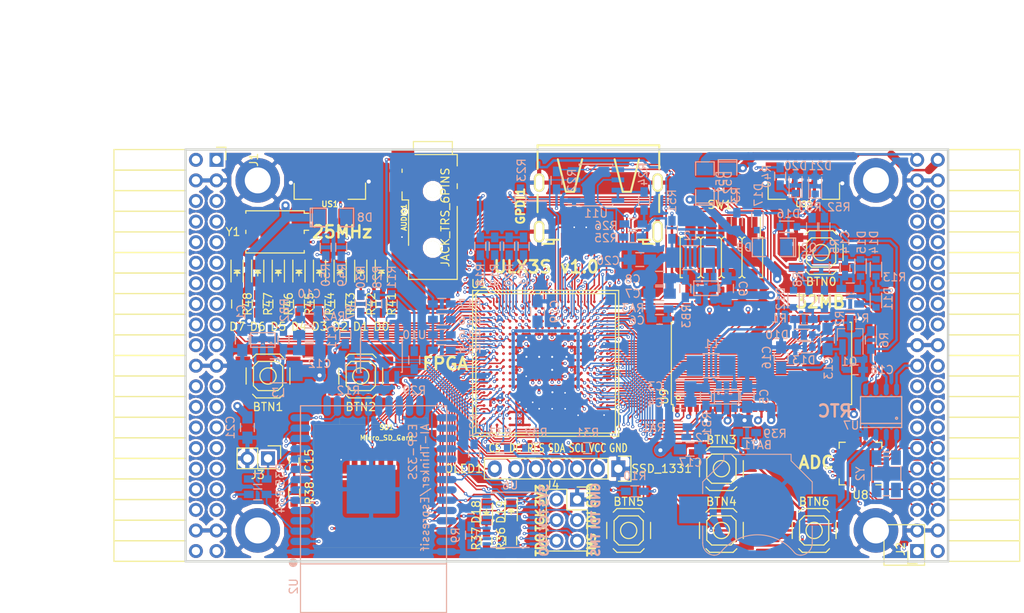
<source format=kicad_pcb>
(kicad_pcb (version 4) (host pcbnew 4.0.7+dfsg1-1)
  (layers (0 F.Cu signal) (1 In1.Cu signal) (2 In2.Cu signal) (31 B.Cu signal) (34 B.Paste user) (35 F.Paste user) (36 B.SilkS user) (37 F.SilkS user) (38 B.Mask user) (39 F.Mask user) (44 Edge.Cuts user))
  (net 0 "")
  (net 1 GND)
  (net 2 +5V)
  (net 3 /gpio/IN5V)
  (net 4 /gpio/OUT5V)
  (net 5 +3V3)
  (net 6 "Net-(L1-Pad1)")
  (net 7 "Net-(L2-Pad1)")
  (net 8 +1V2)
  (net 9 BTN_D)
  (net 10 BTN_F1)
  (net 11 BTN_F2)
  (net 12 BTN_L)
  (net 13 BTN_R)
  (net 14 BTN_U)
  (net 15 /power/FB1)
  (net 16 +2V5)
  (net 17 "Net-(L3-Pad1)")
  (net 18 /power/PWREN)
  (net 19 /power/FB3)
  (net 20 /power/FB2)
  (net 21 "Net-(D9-Pad1)")
  (net 22 /power/VBAT)
  (net 23 JTAG_TDI)
  (net 24 JTAG_TCK)
  (net 25 JTAG_TMS)
  (net 26 JTAG_TDO)
  (net 27 /power/WAKEUPn)
  (net 28 /power/WKUP)
  (net 29 /power/SHUT)
  (net 30 /power/WAKE)
  (net 31 /power/HOLD)
  (net 32 /power/WKn)
  (net 33 /power/OSCI_32k)
  (net 34 /power/OSCO_32k)
  (net 35 "Net-(Q2-Pad3)")
  (net 36 SHUTDOWN)
  (net 37 /analog/AUDIO_L)
  (net 38 /analog/AUDIO_R)
  (net 39 GPDI_5V_SCL)
  (net 40 GPDI_5V_SDA)
  (net 41 GPDI_SDA)
  (net 42 GPDI_SCL)
  (net 43 /gpdi/VREF2)
  (net 44 SD_CMD)
  (net 45 SD_CLK)
  (net 46 SD_D0)
  (net 47 SD_D1)
  (net 48 USB5V)
  (net 49 "Net-(BTN0-Pad1)")
  (net 50 GPDI_CEC)
  (net 51 nRESET)
  (net 52 FTDI_nDTR)
  (net 53 SDRAM_CKE)
  (net 54 SDRAM_A7)
  (net 55 SDRAM_D15)
  (net 56 SDRAM_BA1)
  (net 57 SDRAM_D7)
  (net 58 SDRAM_A6)
  (net 59 SDRAM_CLK)
  (net 60 SDRAM_D13)
  (net 61 SDRAM_BA0)
  (net 62 SDRAM_D6)
  (net 63 SDRAM_A5)
  (net 64 SDRAM_D14)
  (net 65 SDRAM_A11)
  (net 66 SDRAM_D12)
  (net 67 SDRAM_D5)
  (net 68 SDRAM_A4)
  (net 69 SDRAM_A10)
  (net 70 SDRAM_D11)
  (net 71 SDRAM_A3)
  (net 72 SDRAM_D4)
  (net 73 SDRAM_D10)
  (net 74 SDRAM_D9)
  (net 75 SDRAM_A9)
  (net 76 SDRAM_D3)
  (net 77 SDRAM_D8)
  (net 78 SDRAM_A8)
  (net 79 SDRAM_A2)
  (net 80 SDRAM_A1)
  (net 81 SDRAM_A0)
  (net 82 SDRAM_D2)
  (net 83 SDRAM_D1)
  (net 84 SDRAM_D0)
  (net 85 SDRAM_DQM0)
  (net 86 SDRAM_nCS)
  (net 87 SDRAM_nRAS)
  (net 88 SDRAM_DQM1)
  (net 89 SDRAM_nCAS)
  (net 90 SDRAM_nWE)
  (net 91 /flash/FLASH_nWP)
  (net 92 /flash/FLASH_nHOLD)
  (net 93 /flash/FLASH_MOSI)
  (net 94 /flash/FLASH_MISO)
  (net 95 /flash/FLASH_SCK)
  (net 96 /flash/FLASH_nCS)
  (net 97 /flash/FPGA_PROGRAMN)
  (net 98 /flash/FPGA_DONE)
  (net 99 /flash/FPGA_INITN)
  (net 100 OLED_RES)
  (net 101 OLED_DC)
  (net 102 OLED_CS)
  (net 103 WIFI_EN)
  (net 104 FTDI_nRTS)
  (net 105 FTDI_TXD)
  (net 106 FTDI_RXD)
  (net 107 WIFI_RXD)
  (net 108 WIFI_GPIO0)
  (net 109 WIFI_TXD)
  (net 110 GPDI_ETH-)
  (net 111 GPDI_ETH+)
  (net 112 GPDI_D2+)
  (net 113 GPDI_D2-)
  (net 114 GPDI_D1+)
  (net 115 GPDI_D1-)
  (net 116 GPDI_D0+)
  (net 117 GPDI_D0-)
  (net 118 GPDI_CLK+)
  (net 119 GPDI_CLK-)
  (net 120 USB_FTDI_D+)
  (net 121 USB_FTDI_D-)
  (net 122 J1_17-)
  (net 123 J1_17+)
  (net 124 J1_23-)
  (net 125 J1_23+)
  (net 126 J1_25-)
  (net 127 J1_25+)
  (net 128 J1_27-)
  (net 129 J1_27+)
  (net 130 J1_29-)
  (net 131 J1_29+)
  (net 132 J1_31-)
  (net 133 J1_31+)
  (net 134 J1_33-)
  (net 135 J1_33+)
  (net 136 J1_35-)
  (net 137 J1_35+)
  (net 138 J2_5-)
  (net 139 J2_5+)
  (net 140 J2_7-)
  (net 141 J2_7+)
  (net 142 J2_9-)
  (net 143 J2_9+)
  (net 144 J2_13-)
  (net 145 J2_13+)
  (net 146 J2_17-)
  (net 147 J2_17+)
  (net 148 J2_11-)
  (net 149 J2_11+)
  (net 150 J2_23-)
  (net 151 J2_23+)
  (net 152 J1_5-)
  (net 153 J1_5+)
  (net 154 J1_7-)
  (net 155 J1_7+)
  (net 156 J1_9-)
  (net 157 J1_9+)
  (net 158 J1_11-)
  (net 159 J1_11+)
  (net 160 J1_13-)
  (net 161 J1_13+)
  (net 162 J1_15-)
  (net 163 J1_15+)
  (net 164 J2_15-)
  (net 165 J2_15+)
  (net 166 J2_25-)
  (net 167 J2_25+)
  (net 168 J2_27-)
  (net 169 J2_27+)
  (net 170 J2_29-)
  (net 171 J2_29+)
  (net 172 J2_31-)
  (net 173 J2_31+)
  (net 174 J2_33-)
  (net 175 J2_33+)
  (net 176 J2_35-)
  (net 177 J2_35+)
  (net 178 SD_D3)
  (net 179 AUDIO_L3)
  (net 180 AUDIO_L2)
  (net 181 AUDIO_L1)
  (net 182 AUDIO_L0)
  (net 183 AUDIO_R3)
  (net 184 AUDIO_R2)
  (net 185 AUDIO_R1)
  (net 186 AUDIO_R0)
  (net 187 OLED_CLK)
  (net 188 OLED_MOSI)
  (net 189 LED0)
  (net 190 LED1)
  (net 191 LED2)
  (net 192 LED3)
  (net 193 LED4)
  (net 194 LED5)
  (net 195 LED6)
  (net 196 LED7)
  (net 197 BTN_PWRn)
  (net 198 "Net-(J3-Pad1)")
  (net 199 FTDI_nTXLED)
  (net 200 FTDI_nSLEEP)
  (net 201 /blinkey/LED_PWREN)
  (net 202 /blinkey/LED_TXLED)
  (net 203 FT3V3)
  (net 204 /sdcard/SD3V3)
  (net 205 SD_D2)
  (net 206 CLK_25MHz)
  (net 207 /blinkey/BTNPUL)
  (net 208 /blinkey/BTNPUR)
  (net 209 USB_FPGA_D+)
  (net 210 /power/FTDI_nSUSPEND)
  (net 211 /blinkey/ALED0)
  (net 212 /blinkey/ALED1)
  (net 213 /blinkey/ALED2)
  (net 214 /blinkey/ALED3)
  (net 215 /blinkey/ALED4)
  (net 216 /blinkey/ALED5)
  (net 217 /blinkey/ALED6)
  (net 218 /blinkey/ALED7)
  (net 219 /usb/FTD-)
  (net 220 /usb/FTD+)
  (net 221 ADC_MISO)
  (net 222 ADC_MOSI)
  (net 223 ADC_CSn)
  (net 224 ADC_SCLK)
  (net 225 "Net-(R51-Pad2)")
  (net 226 SW3)
  (net 227 SW2)
  (net 228 SW1)
  (net 229 SW0)
  (net 230 USB_FPGA_D-)
  (net 231 /usb/FPD+)
  (net 232 /usb/FPD-)
  (net 233 WIFI_GPIO16)
  (net 234 WIFI_GPIO15)
  (net 235 /usb/ANT_433MHz)
  (module Resistors_SMD:R_0603_HandSoldering (layer B.Cu) (at 154.044 71.326 90)
    (fp_text reference R51 (at 3.556 0 90) (layer B.SilkS) (effects (justify mirror)))
    (fp_text value 220)
    (pad 1 smd rect (at -1.1 0 90) (size 1.2 0.9) (layers B.Cu B.Paste B.Mask) (net 5 +3V3))
    (pad 2 smd rect (at 1.1 0 90) (size 1.2 0.9) (layers B.Cu B.Paste B.Mask) (net 225 "Net-(R51-Pad2)"))
  )
  (module Pin_Headers:Pin_Header_Straight_SMT_02x04 (layer F.Cu) (at 160.14 74.73 180)
    (fp_text reference SW1 (at 0.2 6.5 180) (layer F.SilkS))
    (fp_text value DIPSW)
    (pad 1 smd rect (at -3.81 3.2 180) (size 1.27 3.6) (layers F.Cu F.Paste F.Mask) (net 226 SW3))
    (pad 2 smd rect (at -1.27 3.2 180) (size 1.27 3.6) (layers F.Cu F.Paste F.Mask) (net 227 SW2))
    (pad 3 smd rect (at 1.27 3.2 180) (size 1.27 3.6) (layers F.Cu F.Paste F.Mask) (net 228 SW1))
    (pad 4 smd rect (at 3.81 3.2 180) (size 1.27 3.6) (layers F.Cu F.Paste F.Mask) (net 229 SW0))
    (pad 5 smd rect (at 3.81 -3.2 180) (size 1.27 3.6) (layers F.Cu F.Paste F.Mask) (net 225 "Net-(R51-Pad2)"))
    (pad 6 smd rect (at 1.27 -3.2 180) (size 1.27 3.6) (layers F.Cu F.Paste F.Mask) (net 225 "Net-(R51-Pad2)"))
    (pad 7 smd rect (at -1.27 -3.2 180) (size 1.27 3.6) (layers F.Cu F.Paste F.Mask) (net 225 "Net-(R51-Pad2)"))
    (pad 8 smd rect (at -3.81 -3.2 180) (size 1.27 3.6) (layers F.Cu F.Paste F.Mask) (net 225 "Net-(R51-Pad2)"))
  )
  (module SMD_Packages:SMD-1206_Pol (layer B.Cu) (at 160.902 65.484 270)
    (fp_text reference D52 (at 0 0 270) (layer B.SilkS) (effects (justify mirror)))
    (fp_text value 2A)
    (pad 1 smd rect (at -1.651 0 270) (size 1.524 2.032) (layers B.Cu B.Paste B.Mask) (net 4 /gpio/OUT5V))
    (pad 2 smd rect (at 1.651 0 270) (size 1.524 2.032) (layers B.Cu B.Paste B.Mask) (net 2 +5V))
  )
  (module SMD_Packages:SMD-1206_Pol (layer B.Cu) (at 158.108 65.484 90)
    (fp_text reference D51 (at 0 1.905 90) (layer B.SilkS) (effects (justify mirror)))
    (fp_text value 2A)
    (pad 1 smd rect (at -1.651 0 90) (size 1.524 2.032) (layers B.Cu B.Paste B.Mask) (net 2 +5V))
    (pad 2 smd rect (at 1.651 0 90) (size 1.524 2.032) (layers B.Cu B.Paste B.Mask) (net 3 /gpio/IN5V))
  )
  (module micro-sd:MicroSD_TF02D (layer F.Cu) (at 116.87 110.52 180)
    (fp_text reference SD1 (at -1.995 14.81 180) (layer F.SilkS) (effects (font (size 0.59944 0.59944) (thickness 0.12446))))
    (fp_text value Micro_SD_Card (at -1.995 13.54 180) (layer F.SilkS) (effects (font (size 0.59944 0.59944) (thickness 0.12446))))
    (pad 1 smd rect (at 1.94 11 180) (size 0.7 1.8) (layers F.Cu F.Paste F.Mask) (net 205 SD_D2))
    (pad 2 smd rect (at 0.84 11 180) (size 0.7 1.8) (layers F.Cu F.Paste F.Mask) (net 178 SD_D3))
    (pad 3 smd rect (at -0.26 11 180) (size 0.7 1.8) (layers F.Cu F.Paste F.Mask) (net 44 SD_CMD))
    (pad 4 smd rect (at -1.36 11 180) (size 0.7 1.8) (layers F.Cu F.Paste F.Mask) (net 204 /sdcard/SD3V3))
    (pad 5 smd rect (at -2.46 11 180) (size 0.7 1.8) (layers F.Cu F.Paste F.Mask) (net 45 SD_CLK))
    (pad 6 smd rect (at -3.56 11 180) (size 0.7 1.8) (layers F.Cu F.Paste F.Mask) (net 1 GND))
    (pad 7 smd rect (at -4.66 11 180) (size 0.7 1.8) (layers F.Cu F.Paste F.Mask) (net 46 SD_D0))
    (pad 8 smd rect (at -5.76 11 180) (size 0.7 1.8) (layers F.Cu F.Paste F.Mask) (net 47 SD_D1))
    (pad S smd rect (at -5.05 0.4 180) (size 1.6 1.4) (layers F.Cu F.Paste F.Mask))
    (pad S smd rect (at 0.75 0.4 180) (size 1.8 1.4) (layers F.Cu F.Paste F.Mask))
    (pad G smd rect (at -7.45 13.55 180) (size 1.4 1.9) (layers F.Cu F.Paste F.Mask))
    (pad G smd rect (at 6.6 14.55 180) (size 1.4 1.9) (layers F.Cu F.Paste F.Mask))
  )
  (module Resistors_SMD:R_1210_HandSoldering (layer B.Cu) (at 158.87 88.09 180)
    (fp_text reference L1 (at 0 2.7 180) (layer B.SilkS) (effects (justify mirror)))
    (fp_text value 2.2uH)
    (pad 1 smd rect (at -2 0 180) (size 2 2.5) (layers B.Cu B.Paste B.Mask) (net 6 "Net-(L1-Pad1)"))
    (pad 2 smd rect (at 2 0 180) (size 2 2.5) (layers B.Cu B.Paste B.Mask) (net 8 +1V2))
  )
  (module TSOT-25:TSOT-25 (layer B.Cu) (at 160.775 91.9)
    (fp_text reference U3 (at 0 -0.5) (layer B.SilkS) (effects (font (size 0.15 0.15) (thickness 0.0375)) (justify mirror)))
    (fp_text value AP3429A)
    (pad 1 smd rect (at -0.95 -1.3) (size 0.7 1.2) (layers B.Cu B.Paste B.Mask) (net 18 /power/PWREN))
    (pad 2 smd rect (at 0 -1.3) (size 0.7 1.2) (layers B.Cu B.Paste B.Mask) (net 1 GND))
    (pad 3 smd rect (at 0.95 -1.3) (size 0.7 1.2) (layers B.Cu B.Paste B.Mask) (net 6 "Net-(L1-Pad1)"))
    (pad 4 smd rect (at 0.95 1.3) (size 0.7 1.2) (layers B.Cu B.Paste B.Mask) (net 2 +5V))
    (pad 5 smd rect (at -0.95 1.3) (size 0.7 1.2) (layers B.Cu B.Paste B.Mask) (net 15 /power/FB1))
  )
  (module Resistors_SMD:R_1210_HandSoldering (layer B.Cu) (at 156.33 74.755 180)
    (fp_text reference L2 (at 0 2.7 180) (layer B.SilkS) (effects (justify mirror)))
    (fp_text value 2.2uH)
    (pad 1 smd rect (at -2 0 180) (size 2 2.5) (layers B.Cu B.Paste B.Mask) (net 7 "Net-(L2-Pad1)"))
    (pad 2 smd rect (at 2 0 180) (size 2 2.5) (layers B.Cu B.Paste B.Mask) (net 5 +3V3))
  )
  (module TSOT-25:TSOT-25 (layer B.Cu) (at 158.235 78.535)
    (fp_text reference U4 (at 0 -0.5) (layer B.SilkS) (effects (font (size 0.15 0.15) (thickness 0.0375)) (justify mirror)))
    (fp_text value AP3429A)
    (pad 1 smd rect (at -0.95 -1.3) (size 0.7 1.2) (layers B.Cu B.Paste B.Mask) (net 18 /power/PWREN))
    (pad 2 smd rect (at 0 -1.3) (size 0.7 1.2) (layers B.Cu B.Paste B.Mask) (net 1 GND))
    (pad 3 smd rect (at 0.95 -1.3) (size 0.7 1.2) (layers B.Cu B.Paste B.Mask) (net 7 "Net-(L2-Pad1)"))
    (pad 4 smd rect (at 0.95 1.3) (size 0.7 1.2) (layers B.Cu B.Paste B.Mask) (net 2 +5V))
    (pad 5 smd rect (at -0.95 1.3) (size 0.7 1.2) (layers B.Cu B.Paste B.Mask) (net 19 /power/FB3))
  )
  (module Buttons_Switches_SMD:SW_SPST_SKQG (layer F.Cu) (at 104.26 89.36)
    (fp_text reference BTN1 (at 0 3.81) (layer F.SilkS))
    (fp_text value FIRE1)
    (pad 1 smd rect (at -3.1 -1.85) (size 1.8 1.1) (layers F.Cu F.Paste F.Mask) (net 207 /blinkey/BTNPUL))
    (pad 1 smd rect (at 3.1 -1.85) (size 1.8 1.1) (layers F.Cu F.Paste F.Mask) (net 207 /blinkey/BTNPUL))
    (pad 2 smd rect (at -3.1 1.85) (size 1.8 1.1) (layers F.Cu F.Paste F.Mask) (net 10 BTN_F1))
    (pad 2 smd rect (at 3.1 1.85) (size 1.8 1.1) (layers F.Cu F.Paste F.Mask) (net 10 BTN_F1))
  )
  (module Buttons_Switches_SMD:SW_SPST_SKQG (layer F.Cu) (at 115.69 89.36)
    (fp_text reference BTN2 (at 0 3.81) (layer F.SilkS))
    (fp_text value FIRE2)
    (pad 1 smd rect (at -3.1 -1.85) (size 1.8 1.1) (layers F.Cu F.Paste F.Mask) (net 207 /blinkey/BTNPUL))
    (pad 1 smd rect (at 3.1 -1.85) (size 1.8 1.1) (layers F.Cu F.Paste F.Mask) (net 207 /blinkey/BTNPUL))
    (pad 2 smd rect (at -3.1 1.85) (size 1.8 1.1) (layers F.Cu F.Paste F.Mask) (net 11 BTN_F2))
    (pad 2 smd rect (at 3.1 1.85) (size 1.8 1.1) (layers F.Cu F.Paste F.Mask) (net 11 BTN_F2))
  )
  (module Buttons_Switches_SMD:SW_SPST_SKQG (layer F.Cu) (at 160.14 100.79)
    (fp_text reference BTN3 (at 0 -3.556) (layer F.SilkS))
    (fp_text value UP)
    (pad 1 smd rect (at -3.1 -1.85) (size 1.8 1.1) (layers F.Cu F.Paste F.Mask) (net 208 /blinkey/BTNPUR))
    (pad 1 smd rect (at 3.1 -1.85) (size 1.8 1.1) (layers F.Cu F.Paste F.Mask) (net 208 /blinkey/BTNPUR))
    (pad 2 smd rect (at -3.1 1.85) (size 1.8 1.1) (layers F.Cu F.Paste F.Mask) (net 14 BTN_U))
    (pad 2 smd rect (at 3.1 1.85) (size 1.8 1.1) (layers F.Cu F.Paste F.Mask) (net 14 BTN_U))
  )
  (module Buttons_Switches_SMD:SW_SPST_SKQG (layer F.Cu) (at 160.14 108.41 180)
    (fp_text reference BTN4 (at 0 3.556 180) (layer F.SilkS))
    (fp_text value DOWN)
    (pad 1 smd rect (at -3.1 -1.85 180) (size 1.8 1.1) (layers F.Cu F.Paste F.Mask) (net 208 /blinkey/BTNPUR))
    (pad 1 smd rect (at 3.1 -1.85 180) (size 1.8 1.1) (layers F.Cu F.Paste F.Mask) (net 208 /blinkey/BTNPUR))
    (pad 2 smd rect (at -3.1 1.85 180) (size 1.8 1.1) (layers F.Cu F.Paste F.Mask) (net 9 BTN_D))
    (pad 2 smd rect (at 3.1 1.85 180) (size 1.8 1.1) (layers F.Cu F.Paste F.Mask) (net 9 BTN_D))
  )
  (module Buttons_Switches_SMD:SW_SPST_SKQG (layer F.Cu) (at 148.71 108.41 180)
    (fp_text reference BTN5 (at 0 3.556 180) (layer F.SilkS))
    (fp_text value LEFT)
    (pad 1 smd rect (at -3.1 -1.85 180) (size 1.8 1.1) (layers F.Cu F.Paste F.Mask) (net 208 /blinkey/BTNPUR))
    (pad 1 smd rect (at 3.1 -1.85 180) (size 1.8 1.1) (layers F.Cu F.Paste F.Mask) (net 208 /blinkey/BTNPUR))
    (pad 2 smd rect (at -3.1 1.85 180) (size 1.8 1.1) (layers F.Cu F.Paste F.Mask) (net 12 BTN_L))
    (pad 2 smd rect (at 3.1 1.85 180) (size 1.8 1.1) (layers F.Cu F.Paste F.Mask) (net 12 BTN_L))
  )
  (module Buttons_Switches_SMD:SW_SPST_SKQG (layer F.Cu) (at 171.57 108.41 180)
    (fp_text reference BTN6 (at 0 3.556 180) (layer F.SilkS))
    (fp_text value RIGHT)
    (pad 1 smd rect (at -3.1 -1.85 180) (size 1.8 1.1) (layers F.Cu F.Paste F.Mask) (net 208 /blinkey/BTNPUR))
    (pad 1 smd rect (at 3.1 -1.85 180) (size 1.8 1.1) (layers F.Cu F.Paste F.Mask) (net 208 /blinkey/BTNPUR))
    (pad 2 smd rect (at -3.1 1.85 180) (size 1.8 1.1) (layers F.Cu F.Paste F.Mask) (net 13 BTN_R))
    (pad 2 smd rect (at 3.1 1.85 180) (size 1.8 1.1) (layers F.Cu F.Paste F.Mask) (net 13 BTN_R))
  )
  (module LEDs:LED_0805 (layer F.Cu) (at 118.23 76.66 270)
    (fp_text reference D0 (at 6.604 0 360) (layer F.SilkS))
    (fp_text value LED)
    (pad 2 smd rect (at 1.04902 0 90) (size 1.19888 1.19888) (layers F.Cu F.Paste F.Mask) (net 211 /blinkey/ALED0))
    (pad 1 smd rect (at -1.04902 0 90) (size 1.19888 1.19888) (layers F.Cu F.Paste F.Mask) (net 1 GND))
  )
  (module LEDs:LED_0805 (layer F.Cu) (at 115.69 76.66 270)
    (fp_text reference D1 (at 6.604 0 360) (layer F.SilkS))
    (fp_text value LED)
    (pad 2 smd rect (at 1.04902 0 90) (size 1.19888 1.19888) (layers F.Cu F.Paste F.Mask) (net 212 /blinkey/ALED1))
    (pad 1 smd rect (at -1.04902 0 90) (size 1.19888 1.19888) (layers F.Cu F.Paste F.Mask) (net 1 GND))
  )
  (module LEDs:LED_0805 (layer F.Cu) (at 113.15 76.66 270)
    (fp_text reference D2 (at 6.604 0 360) (layer F.SilkS))
    (fp_text value LED)
    (pad 2 smd rect (at 1.04902 0 90) (size 1.19888 1.19888) (layers F.Cu F.Paste F.Mask) (net 213 /blinkey/ALED2))
    (pad 1 smd rect (at -1.04902 0 90) (size 1.19888 1.19888) (layers F.Cu F.Paste F.Mask) (net 1 GND))
  )
  (module LEDs:LED_0805 (layer F.Cu) (at 110.61 76.66 270)
    (fp_text reference D3 (at 6.604 0 360) (layer F.SilkS))
    (fp_text value LED)
    (pad 2 smd rect (at 1.04902 0 90) (size 1.19888 1.19888) (layers F.Cu F.Paste F.Mask) (net 214 /blinkey/ALED3))
    (pad 1 smd rect (at -1.04902 0 90) (size 1.19888 1.19888) (layers F.Cu F.Paste F.Mask) (net 1 GND))
  )
  (module LEDs:LED_0805 (layer F.Cu) (at 108.07 76.66 270)
    (fp_text reference D4 (at 6.604 0 360) (layer F.SilkS))
    (fp_text value LED)
    (pad 2 smd rect (at 1.04902 0 90) (size 1.19888 1.19888) (layers F.Cu F.Paste F.Mask) (net 215 /blinkey/ALED4))
    (pad 1 smd rect (at -1.04902 0 90) (size 1.19888 1.19888) (layers F.Cu F.Paste F.Mask) (net 1 GND))
  )
  (module LEDs:LED_0805 (layer F.Cu) (at 105.53 76.66 270)
    (fp_text reference D5 (at 6.604 0 360) (layer F.SilkS))
    (fp_text value LED)
    (pad 2 smd rect (at 1.04902 0 90) (size 1.19888 1.19888) (layers F.Cu F.Paste F.Mask) (net 216 /blinkey/ALED5))
    (pad 1 smd rect (at -1.04902 0 90) (size 1.19888 1.19888) (layers F.Cu F.Paste F.Mask) (net 1 GND))
  )
  (module LEDs:LED_0805 (layer F.Cu) (at 102.99 76.66 270)
    (fp_text reference D6 (at 6.604 0 360) (layer F.SilkS))
    (fp_text value LED)
    (pad 2 smd rect (at 1.04902 0 90) (size 1.19888 1.19888) (layers F.Cu F.Paste F.Mask) (net 217 /blinkey/ALED6))
    (pad 1 smd rect (at -1.04902 0 90) (size 1.19888 1.19888) (layers F.Cu F.Paste F.Mask) (net 1 GND))
  )
  (module LEDs:LED_0805 (layer F.Cu) (at 100.45 76.66 270)
    (fp_text reference D7 (at 6.604 0 360) (layer F.SilkS))
    (fp_text value LED)
    (pad 2 smd rect (at 1.04902 0 90) (size 1.19888 1.19888) (layers F.Cu F.Paste F.Mask) (net 218 /blinkey/ALED7))
    (pad 1 smd rect (at -1.04902 0 90) (size 1.19888 1.19888) (layers F.Cu F.Paste F.Mask) (net 1 GND))
  )
  (module Resistors_SMD:R_1210_HandSoldering (layer B.Cu) (at 105.53 88.725)
    (fp_text reference L3 (at 0 2.7) (layer B.SilkS) (effects (justify mirror)))
    (fp_text value 2.2uH)
    (pad 1 smd rect (at -2 0) (size 2 2.5) (layers B.Cu B.Paste B.Mask) (net 17 "Net-(L3-Pad1)"))
    (pad 2 smd rect (at 2 0) (size 2 2.5) (layers B.Cu B.Paste B.Mask) (net 16 +2V5))
  )
  (module TSOT-25:TSOT-25 (layer B.Cu) (at 103.625 84.915 180)
    (fp_text reference U5 (at 0 -0.5 180) (layer B.SilkS) (effects (font (size 0.15 0.15) (thickness 0.0375)) (justify mirror)))
    (fp_text value AP3429A)
    (pad 1 smd rect (at -0.95 -1.3 180) (size 0.7 1.2) (layers B.Cu B.Paste B.Mask) (net 18 /power/PWREN))
    (pad 2 smd rect (at 0 -1.3 180) (size 0.7 1.2) (layers B.Cu B.Paste B.Mask) (net 1 GND))
    (pad 3 smd rect (at 0.95 -1.3 180) (size 0.7 1.2) (layers B.Cu B.Paste B.Mask) (net 17 "Net-(L3-Pad1)"))
    (pad 4 smd rect (at 0.95 1.3 180) (size 0.7 1.2) (layers B.Cu B.Paste B.Mask) (net 2 +5V))
    (pad 5 smd rect (at -0.95 1.3 180) (size 0.7 1.2) (layers B.Cu B.Paste B.Mask) (net 20 /power/FB2))
  )
  (module Capacitors_SMD:C_0805_HandSoldering (layer B.Cu) (at 101.085 84.915 270)
    (fp_text reference C1 (at -3.429 0.127 270) (layer B.SilkS) (effects (justify mirror)))
    (fp_text value 22uF)
    (pad 1 smd rect (at -1.25 0 270) (size 1.5 1.25) (layers B.Cu B.Paste B.Mask) (net 2 +5V))
    (pad 2 smd rect (at 1.25 0 270) (size 1.5 1.25) (layers B.Cu B.Paste B.Mask) (net 1 GND))
  )
  (module Capacitors_SMD:C_0805_HandSoldering (layer B.Cu) (at 155.06 90.63)
    (fp_text reference C3 (at -3.048 0) (layer B.SilkS) (effects (justify mirror)))
    (fp_text value 22uF)
    (pad 1 smd rect (at -1.25 0) (size 1.5 1.25) (layers B.Cu B.Paste B.Mask) (net 8 +1V2))
    (pad 2 smd rect (at 1.25 0) (size 1.5 1.25) (layers B.Cu B.Paste B.Mask) (net 1 GND))
  )
  (module Capacitors_SMD:C_0805_HandSoldering (layer B.Cu) (at 155.06 92.535)
    (fp_text reference C4 (at -3.048 0.127) (layer B.SilkS) (effects (justify mirror)))
    (fp_text value 22uF)
    (pad 1 smd rect (at -1.25 0) (size 1.5 1.25) (layers B.Cu B.Paste B.Mask) (net 8 +1V2))
    (pad 2 smd rect (at 1.25 0) (size 1.5 1.25) (layers B.Cu B.Paste B.Mask) (net 1 GND))
  )
  (module Capacitors_SMD:C_0805_HandSoldering (layer B.Cu) (at 163.315 91.9 90)
    (fp_text reference C5 (at 0 2.1 90) (layer B.SilkS) (effects (justify mirror)))
    (fp_text value 22uF)
    (pad 1 smd rect (at -1.25 0 90) (size 1.5 1.25) (layers B.Cu B.Paste B.Mask) (net 2 +5V))
    (pad 2 smd rect (at 1.25 0 90) (size 1.5 1.25) (layers B.Cu B.Paste B.Mask) (net 1 GND))
  )
  (module Capacitors_SMD:C_0805_HandSoldering (layer B.Cu) (at 152.52 79.2)
    (fp_text reference C7 (at -3.302 0) (layer B.SilkS) (effects (justify mirror)))
    (fp_text value 22uF)
    (pad 1 smd rect (at -1.25 0) (size 1.5 1.25) (layers B.Cu B.Paste B.Mask) (net 5 +3V3))
    (pad 2 smd rect (at 1.25 0) (size 1.5 1.25) (layers B.Cu B.Paste B.Mask) (net 1 GND))
  )
  (module Capacitors_SMD:C_0805_HandSoldering (layer B.Cu) (at 152.52 77.295)
    (fp_text reference C8 (at -3.302 0.127) (layer B.SilkS) (effects (justify mirror)))
    (fp_text value 22uF)
    (pad 1 smd rect (at -1.25 0) (size 1.5 1.25) (layers B.Cu B.Paste B.Mask) (net 5 +3V3))
    (pad 2 smd rect (at 1.25 0) (size 1.5 1.25) (layers B.Cu B.Paste B.Mask) (net 1 GND))
  )
  (module Capacitors_SMD:C_0805_HandSoldering (layer B.Cu) (at 160.775 78.565 90)
    (fp_text reference C9 (at 0 2.1 90) (layer B.SilkS) (effects (justify mirror)))
    (fp_text value 22uF)
    (pad 1 smd rect (at -1.25 0 90) (size 1.5 1.25) (layers B.Cu B.Paste B.Mask) (net 2 +5V))
    (pad 2 smd rect (at 1.25 0 90) (size 1.5 1.25) (layers B.Cu B.Paste B.Mask) (net 1 GND))
  )
  (module Capacitors_SMD:C_0805_HandSoldering (layer B.Cu) (at 109.34 84.28 180)
    (fp_text reference C11 (at -2.794 -0.254 270) (layer B.SilkS) (effects (justify mirror)))
    (fp_text value 22uF)
    (pad 1 smd rect (at -1.25 0 180) (size 1.5 1.25) (layers B.Cu B.Paste B.Mask) (net 16 +2V5))
    (pad 2 smd rect (at 1.25 0 180) (size 1.5 1.25) (layers B.Cu B.Paste B.Mask) (net 1 GND))
  )
  (module Capacitors_SMD:C_0805_HandSoldering (layer B.Cu) (at 109.34 86.185 180)
    (fp_text reference C12 (at -1.27 -1.651 360) (layer B.SilkS) (effects (justify mirror)))
    (fp_text value 22uF)
    (pad 1 smd rect (at -1.25 0 180) (size 1.5 1.25) (layers B.Cu B.Paste B.Mask) (net 16 +2V5))
    (pad 2 smd rect (at 1.25 0 180) (size 1.5 1.25) (layers B.Cu B.Paste B.Mask) (net 1 GND))
  )
  (module SMD_Packages:SMD-1206_Pol (layer B.Cu) (at 112.261 69.802)
    (fp_text reference D8 (at 3.937 0) (layer B.SilkS) (effects (justify mirror)))
    (fp_text value 2A)
    (pad 1 smd rect (at -1.651 0) (size 1.524 2.032) (layers B.Cu B.Paste B.Mask) (net 2 +5V))
    (pad 2 smd rect (at 1.651 0) (size 1.524 2.032) (layers B.Cu B.Paste B.Mask) (net 48 USB5V))
  )
  (module SMD_Packages:SMD-1206_Pol (layer B.Cu) (at 166.49 73.485 180)
    (fp_text reference D9 (at 3.556 0 180) (layer B.SilkS) (effects (justify mirror)))
    (fp_text value 2A)
    (pad 1 smd rect (at -1.651 0 180) (size 1.524 2.032) (layers B.Cu B.Paste B.Mask) (net 21 "Net-(D9-Pad1)"))
    (pad 2 smd rect (at 1.651 0 180) (size 1.524 2.032) (layers B.Cu B.Paste B.Mask) (net 2 +5V))
  )
  (module Power_Integrations:SO-8 (layer B.Cu) (at 179.825 93.805 180)
    (fp_text reference U7 (at 3.683 -1.651 180) (layer B.SilkS) (effects (justify mirror)))
    (fp_text value PCF8523)
    (pad 1 smd oval (at -1.905 -2.794 180) (size 0.6096 1.4732) (layers B.Cu B.Paste B.Mask) (net 33 /power/OSCI_32k))
    (pad 2 smd oval (at -0.635 -2.794 180) (size 0.6096 1.4732) (layers B.Cu B.Paste B.Mask) (net 34 /power/OSCO_32k))
    (pad 3 smd oval (at 0.635 -2.794 180) (size 0.6096 1.4732) (layers B.Cu B.Paste B.Mask) (net 22 /power/VBAT))
    (pad 4 smd oval (at 1.905 -2.794 180) (size 0.6096 1.4732) (layers B.Cu B.Paste B.Mask) (net 1 GND))
    (pad 5 smd oval (at 1.905 2.794 180) (size 0.6096 1.4732) (layers B.Cu B.Paste B.Mask) (net 41 GPDI_SDA))
    (pad 6 smd oval (at 0.635 2.794 180) (size 0.6096 1.4732) (layers B.Cu B.Paste B.Mask) (net 42 GPDI_SCL))
    (pad 7 smd oval (at -0.635 2.794 180) (size 0.6096 1.4732) (layers B.Cu B.Paste B.Mask) (net 27 /power/WAKEUPn))
    (pad 8 smd oval (at -1.905 2.794 180) (size 0.6096 1.4732) (layers B.Cu B.Paste B.Mask) (net 5 +3V3))
  )
  (module Capacitors_SMD:C_0805_HandSoldering (layer B.Cu) (at 173.221 84.788 90)
    (fp_text reference C13 (at -3.556 0.127 90) (layer B.SilkS) (effects (justify mirror)))
    (fp_text value 2.2uF)
    (pad 1 smd rect (at -1.25 0 90) (size 1.5 1.25) (layers B.Cu B.Paste B.Mask) (net 2 +5V))
    (pad 2 smd rect (at 1.25 0 90) (size 1.5 1.25) (layers B.Cu B.Paste B.Mask) (net 28 /power/WKUP))
  )
  (module Diodes_SMD:D_0805 (layer B.Cu) (at 170.3 84.28)
    (fp_text reference D10 (at -3.302 0) (layer B.SilkS) (effects (justify mirror)))
    (fp_text value 1N4148)
    (pad 1 smd rect (at -1.05 0) (size 0.8 0.9) (layers B.Cu B.Paste B.Mask) (net 30 /power/WAKE))
    (pad 2 smd rect (at 1.05 0) (size 0.8 0.9) (layers B.Cu B.Paste B.Mask) (net 28 /power/WKUP))
  )
  (module Diodes_SMD:D_0805 (layer B.Cu) (at 179.19 79.835 90)
    (fp_text reference D11 (at 0 1.524 90) (layer B.SilkS) (effects (justify mirror)))
    (fp_text value 1N4148)
    (pad 1 smd rect (at -1.05 0 90) (size 0.8 0.9) (layers B.Cu B.Paste B.Mask) (net 31 /power/HOLD))
    (pad 2 smd rect (at 1.05 0 90) (size 0.8 0.9) (layers B.Cu B.Paste B.Mask) (net 5 +3V3))
  )
  (module Diodes_SMD:D_0805 (layer B.Cu) (at 177.285 76.025 270)
    (fp_text reference D15 (at -3.175 -0.127 270) (layer B.SilkS) (effects (justify mirror)))
    (fp_text value BAT42)
    (pad 1 smd rect (at -1.05 0 270) (size 0.8 0.9) (layers B.Cu B.Paste B.Mask) (net 29 /power/SHUT))
    (pad 2 smd rect (at 1.05 0 270) (size 0.8 0.9) (layers B.Cu B.Paste B.Mask) (net 36 SHUTDOWN))
  )
  (module Diodes_SMD:D_0805 (layer B.Cu) (at 169.03 79.835 90)
    (fp_text reference D12 (at 0 -1.6 90) (layer B.SilkS) (effects (justify mirror)))
    (fp_text value 1N4148)
    (pad 1 smd rect (at -1.05 0 90) (size 0.8 0.9) (layers B.Cu B.Paste B.Mask) (net 18 /power/PWREN))
    (pad 2 smd rect (at 1.05 0 90) (size 0.8 0.9) (layers B.Cu B.Paste B.Mask) (net 210 /power/FTDI_nSUSPEND))
  )
  (module TSOP54:TSOP54 (layer F.Cu) (at 165.08 87.8 90)
    (fp_text reference U9 (at -4.1 -12 90) (layer F.SilkS))
    (fp_text value MT48LC16M16A2TG)
    (pad 28 smd rect (at 5.53 10.4 90) (size 0.9 0.56) (layers F.Cu F.Paste F.Mask) (net 1 GND))
    (pad 1 smd rect (at -5.53 -10.4 90) (size 0.9 0.56) (layers F.Cu F.Paste F.Mask) (net 5 +3V3))
    (pad 2 smd rect (at -5.53 -9.6 90) (size 0.9 0.56) (layers F.Cu F.Paste F.Mask) (net 84 SDRAM_D0))
    (pad 3 smd rect (at -5.53 -8.8 90) (size 0.9 0.56) (layers F.Cu F.Paste F.Mask) (net 5 +3V3))
    (pad 4 smd rect (at -5.53 -8 90) (size 0.9 0.56) (layers F.Cu F.Paste F.Mask) (net 83 SDRAM_D1))
    (pad 5 smd rect (at -5.53 -7.2 90) (size 0.9 0.56) (layers F.Cu F.Paste F.Mask) (net 82 SDRAM_D2))
    (pad 6 smd rect (at -5.53 -6.4 90) (size 0.9 0.56) (layers F.Cu F.Paste F.Mask) (net 1 GND))
    (pad 7 smd rect (at -5.53 -5.6 90) (size 0.9 0.56) (layers F.Cu F.Paste F.Mask) (net 76 SDRAM_D3))
    (pad 8 smd rect (at -5.53 -4.8 90) (size 0.9 0.56) (layers F.Cu F.Paste F.Mask) (net 72 SDRAM_D4))
    (pad 9 smd rect (at -5.53 -4 90) (size 0.9 0.56) (layers F.Cu F.Paste F.Mask) (net 5 +3V3))
    (pad 10 smd rect (at -5.53 -3.2 90) (size 0.9 0.56) (layers F.Cu F.Paste F.Mask) (net 67 SDRAM_D5))
    (pad 11 smd rect (at -5.53 -2.4 90) (size 0.9 0.56) (layers F.Cu F.Paste F.Mask) (net 62 SDRAM_D6))
    (pad 12 smd rect (at -5.53 -1.6 90) (size 0.9 0.56) (layers F.Cu F.Paste F.Mask) (net 1 GND))
    (pad 13 smd rect (at -5.53 -0.8 90) (size 0.9 0.56) (layers F.Cu F.Paste F.Mask) (net 57 SDRAM_D7))
    (pad 14 smd rect (at -5.53 0 90) (size 0.9 0.56) (layers F.Cu F.Paste F.Mask) (net 5 +3V3))
    (pad 15 smd rect (at -5.53 0.8 90) (size 0.9 0.56) (layers F.Cu F.Paste F.Mask) (net 85 SDRAM_DQM0))
    (pad 16 smd rect (at -5.53 1.6 90) (size 0.9 0.56) (layers F.Cu F.Paste F.Mask) (net 90 SDRAM_nWE))
    (pad 17 smd rect (at -5.53 2.4 90) (size 0.9 0.56) (layers F.Cu F.Paste F.Mask) (net 89 SDRAM_nCAS))
    (pad 18 smd rect (at -5.53 3.2 90) (size 0.9 0.56) (layers F.Cu F.Paste F.Mask) (net 87 SDRAM_nRAS))
    (pad 19 smd rect (at -5.53 4 90) (size 0.9 0.56) (layers F.Cu F.Paste F.Mask) (net 86 SDRAM_nCS))
    (pad 20 smd rect (at -5.53 4.8 90) (size 0.9 0.56) (layers F.Cu F.Paste F.Mask) (net 61 SDRAM_BA0))
    (pad 21 smd rect (at -5.53 5.6 90) (size 0.9 0.56) (layers F.Cu F.Paste F.Mask) (net 56 SDRAM_BA1))
    (pad 22 smd rect (at -5.53 6.4 90) (size 0.9 0.56) (layers F.Cu F.Paste F.Mask) (net 69 SDRAM_A10))
    (pad 23 smd rect (at -5.53 7.2 90) (size 0.9 0.56) (layers F.Cu F.Paste F.Mask) (net 81 SDRAM_A0))
    (pad 24 smd rect (at -5.53 8 90) (size 0.9 0.56) (layers F.Cu F.Paste F.Mask) (net 80 SDRAM_A1))
    (pad 25 smd rect (at -5.53 8.8 90) (size 0.9 0.56) (layers F.Cu F.Paste F.Mask) (net 79 SDRAM_A2))
    (pad 26 smd rect (at -5.53 9.6 90) (size 0.9 0.56) (layers F.Cu F.Paste F.Mask) (net 71 SDRAM_A3))
    (pad 27 smd rect (at -5.53 10.4 90) (size 0.9 0.56) (layers F.Cu F.Paste F.Mask) (net 5 +3V3))
    (pad 29 smd rect (at 5.53 9.6 90) (size 0.9 0.56) (layers F.Cu F.Paste F.Mask) (net 68 SDRAM_A4))
    (pad 30 smd rect (at 5.53 8.8 90) (size 0.9 0.56) (layers F.Cu F.Paste F.Mask) (net 63 SDRAM_A5))
    (pad 31 smd rect (at 5.53 8 90) (size 0.9 0.56) (layers F.Cu F.Paste F.Mask) (net 58 SDRAM_A6))
    (pad 32 smd rect (at 5.53 7.2 90) (size 0.9 0.56) (layers F.Cu F.Paste F.Mask) (net 54 SDRAM_A7))
    (pad 33 smd rect (at 5.53 6.4 90) (size 0.9 0.56) (layers F.Cu F.Paste F.Mask) (net 78 SDRAM_A8))
    (pad 34 smd rect (at 5.53 5.6 90) (size 0.9 0.56) (layers F.Cu F.Paste F.Mask) (net 75 SDRAM_A9))
    (pad 35 smd rect (at 5.53 4.8 90) (size 0.9 0.56) (layers F.Cu F.Paste F.Mask) (net 65 SDRAM_A11))
    (pad 36 smd rect (at 5.53 4 90) (size 0.9 0.56) (layers F.Cu F.Paste F.Mask))
    (pad 37 smd rect (at 5.53 3.2 90) (size 0.9 0.56) (layers F.Cu F.Paste F.Mask) (net 53 SDRAM_CKE))
    (pad 38 smd rect (at 5.53 2.4 90) (size 0.9 0.56) (layers F.Cu F.Paste F.Mask) (net 59 SDRAM_CLK))
    (pad 39 smd rect (at 5.53 1.6 90) (size 0.9 0.56) (layers F.Cu F.Paste F.Mask) (net 88 SDRAM_DQM1))
    (pad 40 smd rect (at 5.53 0.8 90) (size 0.9 0.56) (layers F.Cu F.Paste F.Mask))
    (pad 41 smd rect (at 5.53 0 90) (size 0.9 0.56) (layers F.Cu F.Paste F.Mask) (net 1 GND))
    (pad 42 smd rect (at 5.53 -0.8 90) (size 0.9 0.56) (layers F.Cu F.Paste F.Mask) (net 77 SDRAM_D8))
    (pad 43 smd rect (at 5.53 -1.6 90) (size 0.9 0.56) (layers F.Cu F.Paste F.Mask) (net 5 +3V3))
    (pad 44 smd rect (at 5.53 -2.4 90) (size 0.9 0.56) (layers F.Cu F.Paste F.Mask) (net 74 SDRAM_D9))
    (pad 45 smd rect (at 5.53 -3.2 90) (size 0.9 0.56) (layers F.Cu F.Paste F.Mask) (net 73 SDRAM_D10))
    (pad 46 smd rect (at 5.53 -4 90) (size 0.9 0.56) (layers F.Cu F.Paste F.Mask) (net 1 GND))
    (pad 47 smd rect (at 5.53 -4.8 90) (size 0.9 0.56) (layers F.Cu F.Paste F.Mask) (net 70 SDRAM_D11))
    (pad 48 smd rect (at 5.53 -5.6 90) (size 0.9 0.56) (layers F.Cu F.Paste F.Mask) (net 66 SDRAM_D12))
    (pad 49 smd rect (at 5.53 -6.4 90) (size 0.9 0.56) (layers F.Cu F.Paste F.Mask) (net 5 +3V3))
    (pad 50 smd rect (at 5.53 -7.2 90) (size 0.9 0.56) (layers F.Cu F.Paste F.Mask) (net 60 SDRAM_D13))
    (pad 51 smd rect (at 5.53 -8 90) (size 0.9 0.56) (layers F.Cu F.Paste F.Mask) (net 64 SDRAM_D14))
    (pad 52 smd rect (at 5.53 -8.8 90) (size 0.9 0.56) (layers F.Cu F.Paste F.Mask) (net 1 GND))
    (pad 53 smd rect (at 5.53 -9.6 90) (size 0.9 0.56) (layers F.Cu F.Paste F.Mask) (net 55 SDRAM_D15))
    (pad 54 smd rect (at 5.53 -10.4 90) (size 0.9 0.56) (layers F.Cu F.Paste F.Mask) (net 1 GND))
  )
  (module TO_SOT_Packages_SMD:SOT-23_Handsoldering (layer B.Cu) (at 176.015 84.28 90)
    (fp_text reference Q1 (at -3.302 -0.127 180) (layer B.SilkS) (effects (justify mirror)))
    (fp_text value BC857)
    (pad 1 smd rect (at -1.5 0.95 90) (size 1.9 0.8) (layers B.Cu B.Paste B.Mask) (net 32 /power/WKn))
    (pad 2 smd rect (at -1.5 -0.95 90) (size 1.9 0.8) (layers B.Cu B.Paste B.Mask) (net 2 +5V))
    (pad 3 smd rect (at 1.5 0 90) (size 1.9 0.8) (layers B.Cu B.Paste B.Mask) (net 28 /power/WKUP))
  )
  (module TO_SOT_Packages_SMD:SOT-23_Handsoldering (layer B.Cu) (at 170.935 76.025 180)
    (fp_text reference Q2 (at 0 2.5 180) (layer B.SilkS) (effects (justify mirror)))
    (fp_text value 2N7002)
    (pad 1 smd rect (at -1.5 0.95 180) (size 1.9 0.8) (layers B.Cu B.Paste B.Mask) (net 29 /power/SHUT))
    (pad 2 smd rect (at -1.5 -0.95 180) (size 1.9 0.8) (layers B.Cu B.Paste B.Mask) (net 1 GND))
    (pad 3 smd rect (at 1.5 0 180) (size 1.9 0.8) (layers B.Cu B.Paste B.Mask) (net 35 "Net-(Q2-Pad3)"))
  )
  (module Capacitors_SMD:C_0603_HandSoldering (layer B.Cu) (at 154.86 96.91)
    (fp_text reference C2 (at 2.994 0.07) (layer B.SilkS) (effects (justify mirror)))
    (fp_text value 470pF)
    (pad 1 smd rect (at -0.95 0) (size 1.2 0.75) (layers B.Cu B.Paste B.Mask) (net 8 +1V2))
    (pad 2 smd rect (at 0.95 0) (size 1.2 0.75) (layers B.Cu B.Paste B.Mask) (net 15 /power/FB1))
  )
  (module Capacitors_SMD:C_0603_HandSoldering (layer B.Cu) (at 152.52 82.375)
    (fp_text reference C6 (at -2.794 0.127) (layer B.SilkS) (effects (justify mirror)))
    (fp_text value 470pF)
    (pad 1 smd rect (at -0.95 0) (size 1.2 0.75) (layers B.Cu B.Paste B.Mask) (net 5 +3V3))
    (pad 2 smd rect (at 0.95 0) (size 1.2 0.75) (layers B.Cu B.Paste B.Mask) (net 19 /power/FB3))
  )
  (module Capacitors_SMD:C_0603_HandSoldering (layer B.Cu) (at 109.34 81.105 180)
    (fp_text reference C10 (at 0 1.9 180) (layer B.SilkS) (effects (justify mirror)))
    (fp_text value 470pF)
    (pad 1 smd rect (at -0.95 0 180) (size 1.2 0.75) (layers B.Cu B.Paste B.Mask) (net 16 +2V5))
    (pad 2 smd rect (at 0.95 0 180) (size 1.2 0.75) (layers B.Cu B.Paste B.Mask) (net 20 /power/FB2))
  )
  (module Capacitors_SMD:C_0603_HandSoldering (layer B.Cu) (at 175.38 76.025 270)
    (fp_text reference C14 (at -3.175 0 270) (layer B.SilkS) (effects (justify mirror)))
    (fp_text value 100nF)
    (pad 1 smd rect (at -0.95 0 270) (size 1.2 0.75) (layers B.Cu B.Paste B.Mask) (net 29 /power/SHUT))
    (pad 2 smd rect (at 0.95 0 270) (size 1.2 0.75) (layers B.Cu B.Paste B.Mask) (net 1 GND))
  )
  (module Resistors_SMD:R_0603_HandSoldering (layer B.Cu) (at 170.3 82.375)
    (fp_text reference R1 (at -3.048 -0.127) (layer B.SilkS) (effects (justify mirror)))
    (fp_text value 15k)
    (pad 1 smd rect (at -1.1 0) (size 1.2 0.9) (layers B.Cu B.Paste B.Mask) (net 30 /power/WAKE))
    (pad 2 smd rect (at 1.1 0) (size 1.2 0.9) (layers B.Cu B.Paste B.Mask) (net 18 /power/PWREN))
  )
  (module Resistors_SMD:R_0603_HandSoldering (layer B.Cu) (at 172.84 79.835 90)
    (fp_text reference R2 (at -2.413 1.9 90) (layer B.SilkS) (effects (justify mirror)))
    (fp_text value 47k)
    (pad 1 smd rect (at -1.1 0 90) (size 1.2 0.9) (layers B.Cu B.Paste B.Mask) (net 18 /power/PWREN))
    (pad 2 smd rect (at 1.1 0 90) (size 1.2 0.9) (layers B.Cu B.Paste B.Mask) (net 1 GND))
  )
  (module Resistors_SMD:R_0603_HandSoldering (layer B.Cu) (at 176.015 80.47 180)
    (fp_text reference R4 (at -1.397 -1.778 360) (layer B.SilkS) (effects (justify mirror)))
    (fp_text value 15k)
    (pad 1 smd rect (at -1.1 0 180) (size 1.2 0.9) (layers B.Cu B.Paste B.Mask) (net 31 /power/HOLD))
    (pad 2 smd rect (at 1.1 0 180) (size 1.2 0.9) (layers B.Cu B.Paste B.Mask) (net 18 /power/PWREN))
  )
  (module Resistors_SMD:R_0603_HandSoldering (layer B.Cu) (at 174.11 76.025 270)
    (fp_text reference R5 (at -2.667 0 270) (layer B.SilkS) (effects (justify mirror)))
    (fp_text value 4.7M)
    (pad 1 smd rect (at -1.1 0 270) (size 1.2 0.9) (layers B.Cu B.Paste B.Mask) (net 29 /power/SHUT))
    (pad 2 smd rect (at 1.1 0 270) (size 1.2 0.9) (layers B.Cu B.Paste B.Mask) (net 1 GND))
  )
  (module Resistors_SMD:R_0603_HandSoldering (layer B.Cu) (at 178.555 84.915 270)
    (fp_text reference R6 (at 0 -1.651 270) (layer B.SilkS) (effects (justify mirror)))
    (fp_text value 1k)
    (pad 1 smd rect (at -1.1 0 270) (size 1.2 0.9) (layers B.Cu B.Paste B.Mask) (net 32 /power/WKn))
    (pad 2 smd rect (at 1.1 0 270) (size 1.2 0.9) (layers B.Cu B.Paste B.Mask) (net 27 /power/WAKEUPn))
  )
  (module Resistors_SMD:R_0603_HandSoldering (layer B.Cu) (at 113.785 84.28 270)
    (fp_text reference R7 (at -2.794 -0.635 270) (layer B.SilkS) (effects (justify mirror)))
    (fp_text value 220)
    (pad 1 smd rect (at -1.1 0 270) (size 1.2 0.9) (layers B.Cu B.Paste B.Mask) (net 5 +3V3))
    (pad 2 smd rect (at 1.1 0 270) (size 1.2 0.9) (layers B.Cu B.Paste B.Mask) (net 207 /blinkey/BTNPUL))
  )
  (module Resistors_SMD:R_0603_HandSoldering (layer B.Cu) (at 170.935 79.835 90)
    (fp_text reference R8 (at 2.413 -1.397 90) (layer B.SilkS) (effects (justify mirror)))
    (fp_text value 1k)
    (pad 1 smd rect (at -1.1 0 90) (size 1.2 0.9) (layers B.Cu B.Paste B.Mask) (net 18 /power/PWREN))
    (pad 2 smd rect (at 1.1 0 90) (size 1.2 0.9) (layers B.Cu B.Paste B.Mask) (net 35 "Net-(Q2-Pad3)"))
  )
  (module Resistors_SMD:R_0603_HandSoldering (layer B.Cu) (at 129.28 109 270)
    (fp_text reference R9 (at 0 1.9 270) (layer B.SilkS) (effects (justify mirror)))
    (fp_text value 15k)
    (pad 1 smd rect (at -1.1 0 270) (size 1.2 0.9) (layers B.Cu B.Paste B.Mask) (net 51 nRESET))
    (pad 2 smd rect (at 1.1 0 270) (size 1.2 0.9) (layers B.Cu B.Paste B.Mask) (net 203 FT3V3))
  )
  (module Resistors_SMD:R_0603_HandSoldering (layer B.Cu) (at 149.472 103.584 180)
    (fp_text reference R10 (at 0 1.9 180) (layer B.SilkS) (effects (justify mirror)))
    (fp_text value 220)
    (pad 1 smd rect (at -1.1 0 180) (size 1.2 0.9) (layers B.Cu B.Paste B.Mask) (net 210 /power/FTDI_nSUSPEND))
    (pad 2 smd rect (at 1.1 0 180) (size 1.2 0.9) (layers B.Cu B.Paste B.Mask) (net 200 FTDI_nSLEEP))
  )
  (module Resistors_SMD:R_0603_HandSoldering (layer B.Cu) (at 176.015 78.565 180)
    (fp_text reference R13 (at -5.461 1.397 180) (layer B.SilkS) (effects (justify mirror)))
    (fp_text value 15k)
    (pad 1 smd rect (at -1.1 0 180) (size 1.2 0.9) (layers B.Cu B.Paste B.Mask) (net 36 SHUTDOWN))
    (pad 2 smd rect (at 1.1 0 180) (size 1.2 0.9) (layers B.Cu B.Paste B.Mask) (net 1 GND))
  )
  (module Resistors_SMD:R_0603_HandSoldering (layer B.Cu) (at 154.86 95.64)
    (fp_text reference RA1 (at -3.102 0.07) (layer B.SilkS) (effects (justify mirror)))
    (fp_text value 15k)
    (pad 1 smd rect (at -1.1 0) (size 1.2 0.9) (layers B.Cu B.Paste B.Mask) (net 8 +1V2))
    (pad 2 smd rect (at 1.1 0) (size 1.2 0.9) (layers B.Cu B.Paste B.Mask) (net 15 /power/FB1))
  )
  (module Resistors_SMD:R_0603_HandSoldering (layer B.Cu) (at 109.34 82.375 180)
    (fp_text reference RA2 (at -3.048 0.381 360) (layer B.SilkS) (effects (justify mirror)))
    (fp_text value 15k)
    (pad 1 smd rect (at -1.1 0 180) (size 1.2 0.9) (layers B.Cu B.Paste B.Mask) (net 16 +2V5))
    (pad 2 smd rect (at 1.1 0 180) (size 1.2 0.9) (layers B.Cu B.Paste B.Mask) (net 20 /power/FB2))
  )
  (module Resistors_SMD:R_0603_HandSoldering (layer B.Cu) (at 152.52 81.105)
    (fp_text reference RA3 (at -3.302 -0.127) (layer B.SilkS) (effects (justify mirror)))
    (fp_text value 15k)
    (pad 1 smd rect (at -1.1 0) (size 1.2 0.9) (layers B.Cu B.Paste B.Mask) (net 5 +3V3))
    (pad 2 smd rect (at 1.1 0) (size 1.2 0.9) (layers B.Cu B.Paste B.Mask) (net 19 /power/FB3))
  )
  (module Resistors_SMD:R_0603_HandSoldering (layer B.Cu) (at 158.235 91.9 270)
    (fp_text reference RB1 (at 3.302 -0.127 270) (layer B.SilkS) (effects (justify mirror)))
    (fp_text value 15k)
    (pad 1 smd rect (at -1.1 0 270) (size 1.2 0.9) (layers B.Cu B.Paste B.Mask) (net 1 GND))
    (pad 2 smd rect (at 1.1 0 270) (size 1.2 0.9) (layers B.Cu B.Paste B.Mask) (net 15 /power/FB1))
  )
  (module Resistors_SMD:R_0603_HandSoldering (layer B.Cu) (at 106.165 84.915 90)
    (fp_text reference RB2 (at 3.683 0.127 90) (layer B.SilkS) (effects (justify mirror)))
    (fp_text value 4.7k)
    (pad 1 smd rect (at -1.1 0 90) (size 1.2 0.9) (layers B.Cu B.Paste B.Mask) (net 1 GND))
    (pad 2 smd rect (at 1.1 0 90) (size 1.2 0.9) (layers B.Cu B.Paste B.Mask) (net 20 /power/FB2))
  )
  (module Resistors_SMD:R_0603_HandSoldering (layer B.Cu) (at 155.695 78.565 270)
    (fp_text reference RB3 (at 3.429 -0.127 270) (layer B.SilkS) (effects (justify mirror)))
    (fp_text value 3.3k)
    (pad 1 smd rect (at -1.1 0 270) (size 1.2 0.9) (layers B.Cu B.Paste B.Mask) (net 1 GND))
    (pad 2 smd rect (at 1.1 0 270) (size 1.2 0.9) (layers B.Cu B.Paste B.Mask) (net 19 /power/FB3))
  )
  (module Resistors_SMD:R_0603_HandSoldering (layer B.Cu) (at 125.682 86.185 180)
    (fp_text reference R14 (at -3.47 0.127 180) (layer B.SilkS) (effects (justify mirror)))
    (fp_text value 800)
    (pad 1 smd rect (at -1.1 0 180) (size 1.2 0.9) (layers B.Cu B.Paste B.Mask) (net 179 AUDIO_L3))
    (pad 2 smd rect (at 1.1 0 180) (size 1.2 0.9) (layers B.Cu B.Paste B.Mask) (net 37 /analog/AUDIO_L))
  )
  (module Resistors_SMD:R_0603_HandSoldering (layer B.Cu) (at 125.682 84.279 180)
    (fp_text reference R15 (at -3.47 -0.001 180) (layer B.SilkS) (effects (justify mirror)))
    (fp_text value 400)
    (pad 1 smd rect (at -1.1 0 180) (size 1.2 0.9) (layers B.Cu B.Paste B.Mask) (net 180 AUDIO_L2))
    (pad 2 smd rect (at 1.1 0 180) (size 1.2 0.9) (layers B.Cu B.Paste B.Mask) (net 37 /analog/AUDIO_L))
  )
  (module Resistors_SMD:R_0603_HandSoldering (layer B.Cu) (at 125.682 82.375 180)
    (fp_text reference R16 (at -3.47 -0.127 180) (layer B.SilkS) (effects (justify mirror)))
    (fp_text value 200)
    (pad 1 smd rect (at -1.1 0 180) (size 1.2 0.9) (layers B.Cu B.Paste B.Mask) (net 181 AUDIO_L1))
    (pad 2 smd rect (at 1.1 0 180) (size 1.2 0.9) (layers B.Cu B.Paste B.Mask) (net 37 /analog/AUDIO_L))
  )
  (module Resistors_SMD:R_0603_HandSoldering (layer B.Cu) (at 125.682 80.47 180)
    (fp_text reference R17 (at -3.47 0 180) (layer B.SilkS) (effects (justify mirror)))
    (fp_text value 100)
    (pad 1 smd rect (at -1.1 0 180) (size 1.2 0.9) (layers B.Cu B.Paste B.Mask) (net 182 AUDIO_L0))
    (pad 2 smd rect (at 1.1 0 180) (size 1.2 0.9) (layers B.Cu B.Paste B.Mask) (net 37 /analog/AUDIO_L))
  )
  (module Resistors_SMD:R_0603_HandSoldering (layer B.Cu) (at 130.422 73.358 90)
    (fp_text reference R18 (at -3.556 0 90) (layer B.SilkS) (effects (justify mirror)))
    (fp_text value 800)
    (pad 1 smd rect (at -1.1 0 90) (size 1.2 0.9) (layers B.Cu B.Paste B.Mask) (net 183 AUDIO_R3))
    (pad 2 smd rect (at 1.1 0 90) (size 1.2 0.9) (layers B.Cu B.Paste B.Mask) (net 38 /analog/AUDIO_R))
  )
  (module Resistors_SMD:R_0603_HandSoldering (layer B.Cu) (at 132.2 73.358 90)
    (fp_text reference R19 (at -3.556 0 90) (layer B.SilkS) (effects (justify mirror)))
    (fp_text value 400)
    (pad 1 smd rect (at -1.1 0 90) (size 1.2 0.9) (layers B.Cu B.Paste B.Mask) (net 184 AUDIO_R2))
    (pad 2 smd rect (at 1.1 0 90) (size 1.2 0.9) (layers B.Cu B.Paste B.Mask) (net 38 /analog/AUDIO_R))
  )
  (module Resistors_SMD:R_0603_HandSoldering (layer B.Cu) (at 133.978 73.358 90)
    (fp_text reference R20 (at -3.556 0 90) (layer B.SilkS) (effects (justify mirror)))
    (fp_text value 200)
    (pad 1 smd rect (at -1.1 0 90) (size 1.2 0.9) (layers B.Cu B.Paste B.Mask) (net 185 AUDIO_R1))
    (pad 2 smd rect (at 1.1 0 90) (size 1.2 0.9) (layers B.Cu B.Paste B.Mask) (net 38 /analog/AUDIO_R))
  )
  (module Resistors_SMD:R_0603_HandSoldering (layer B.Cu) (at 135.756 73.358 90)
    (fp_text reference R21 (at -3.556 0 90) (layer B.SilkS) (effects (justify mirror)))
    (fp_text value 100)
    (pad 1 smd rect (at -1.1 0 90) (size 1.2 0.9) (layers B.Cu B.Paste B.Mask) (net 186 AUDIO_R0))
    (pad 2 smd rect (at 1.1 0 90) (size 1.2 0.9) (layers B.Cu B.Paste B.Mask) (net 38 /analog/AUDIO_R))
  )
  (module hdmi-swm-19:hdmi-swm-19 (layer F.Cu) (at 144.98 66.95)
    (fp_text reference GPDI1 (at -9.605 1.45 90) (layer F.SilkS) (effects (font (size 1.016 1.016) (thickness 0.254))))
    (fp_text value MICRO-GPDI-D)
    (pad 0 thru_hole oval (at 7.3 4.6) (size 1.3 2.7) (drill oval 0.8 2.2) (layers *.Cu *.Mask F.SilkS) (net 1 GND))
    (pad 0 thru_hole oval (at -7.3 4.6) (size 1.3 2.7) (drill oval 0.8 2.2) (layers *.Cu *.Mask F.SilkS) (net 1 GND))
    (pad 0 thru_hole oval (at -7.3 -1.45) (size 1.3 2.3) (drill oval 0.8 1.8) (layers *.Cu *.Mask F.SilkS) (net 1 GND))
    (pad 1 smd rect (at -4.5 5.55 90) (size 1.6 0.25) (layers F.Cu F.Paste F.Mask) (net 110 GPDI_ETH-))
    (pad 2 smd rect (at -4 5.55 90) (size 1.6 0.25) (layers F.Cu F.Paste F.Mask) (net 111 GPDI_ETH+))
    (pad 3 smd rect (at -3.5 5.55 90) (size 1.6 0.25) (layers F.Cu F.Paste F.Mask) (net 112 GPDI_D2+))
    (pad 4 smd rect (at -3 5.55 90) (size 1.6 0.25) (layers F.Cu F.Paste F.Mask) (net 1 GND))
    (pad 5 smd rect (at -2.5 5.55 90) (size 1.6 0.25) (layers F.Cu F.Paste F.Mask) (net 113 GPDI_D2-))
    (pad 6 smd rect (at -2 5.55 90) (size 1.6 0.25) (layers F.Cu F.Paste F.Mask) (net 114 GPDI_D1+))
    (pad 7 smd rect (at -1.5 5.55 90) (size 1.6 0.25) (layers F.Cu F.Paste F.Mask) (net 1 GND))
    (pad 8 smd rect (at -1 5.55 90) (size 1.6 0.25) (layers F.Cu F.Paste F.Mask) (net 115 GPDI_D1-))
    (pad 9 smd rect (at -0.5 5.55 90) (size 1.6 0.25) (layers F.Cu F.Paste F.Mask) (net 116 GPDI_D0+))
    (pad 10 smd rect (at 0 5.55 90) (size 1.6 0.25) (layers F.Cu F.Paste F.Mask) (net 1 GND))
    (pad 11 smd rect (at 0.5 5.55 90) (size 1.6 0.25) (layers F.Cu F.Paste F.Mask) (net 117 GPDI_D0-))
    (pad 12 smd rect (at 1 5.55 90) (size 1.6 0.25) (layers F.Cu F.Paste F.Mask) (net 118 GPDI_CLK+))
    (pad 13 smd rect (at 1.5 5.55 90) (size 1.6 0.25) (layers F.Cu F.Paste F.Mask) (net 1 GND))
    (pad 14 smd rect (at 2 5.55 90) (size 1.6 0.25) (layers F.Cu F.Paste F.Mask) (net 119 GPDI_CLK-))
    (pad 15 smd rect (at 2.5 5.55 90) (size 1.6 0.25) (layers F.Cu F.Paste F.Mask) (net 50 GPDI_CEC))
    (pad 16 smd rect (at 3 5.55 90) (size 1.6 0.25) (layers F.Cu F.Paste F.Mask) (net 1 GND))
    (pad 17 smd rect (at 3.5 5.55 90) (size 1.6 0.25) (layers F.Cu F.Paste F.Mask) (net 39 GPDI_5V_SCL))
    (pad 18 smd rect (at 4 5.55 90) (size 1.6 0.25) (layers F.Cu F.Paste F.Mask) (net 40 GPDI_5V_SDA))
    (pad 19 smd rect (at 4.5 5.55 90) (size 1.6 0.25) (layers F.Cu F.Paste F.Mask) (net 2 +5V))
    (pad 0 thru_hole oval (at 7.3 -1.45) (size 1.3 2.3) (drill oval 0.8 1.8) (layers *.Cu *.Mask F.SilkS) (net 1 GND))
  )
  (module Housings_SOIC:SOIC-8_3.9x4.9mm_Pitch1.27mm (layer B.Cu) (at 118.23 86.82 270)
    (fp_text reference U10 (at -2.54 -4.064 360) (layer B.SilkS) (effects (justify mirror)))
    (fp_text value S25FL164K0XMFI011)
    (pad 1 smd rect (at -2.7 1.905 270) (size 1.55 0.6) (layers B.Cu B.Paste B.Mask) (net 96 /flash/FLASH_nCS))
    (pad 2 smd rect (at -2.7 0.635 270) (size 1.55 0.6) (layers B.Cu B.Paste B.Mask) (net 94 /flash/FLASH_MISO))
    (pad 3 smd rect (at -2.7 -0.635 270) (size 1.55 0.6) (layers B.Cu B.Paste B.Mask) (net 91 /flash/FLASH_nWP))
    (pad 4 smd rect (at -2.7 -1.905 270) (size 1.55 0.6) (layers B.Cu B.Paste B.Mask) (net 1 GND))
    (pad 5 smd rect (at 2.7 -1.905 270) (size 1.55 0.6) (layers B.Cu B.Paste B.Mask) (net 93 /flash/FLASH_MOSI))
    (pad 6 smd rect (at 2.7 -0.635 270) (size 1.55 0.6) (layers B.Cu B.Paste B.Mask) (net 95 /flash/FLASH_SCK))
    (pad 7 smd rect (at 2.7 0.635 270) (size 1.55 0.6) (layers B.Cu B.Paste B.Mask) (net 92 /flash/FLASH_nHOLD))
    (pad 8 smd rect (at 2.7 1.905 270) (size 1.55 0.6) (layers B.Cu B.Paste B.Mask) (net 5 +3V3))
  )
  (module Capacitors_SMD:C_0603_HandSoldering (layer B.Cu) (at 176.65 88.598)
    (fp_text reference C18 (at 3.302 0) (layer B.SilkS) (effects (justify mirror)))
    (fp_text value 100nF)
    (pad 1 smd rect (at -0.95 0) (size 1.2 0.75) (layers B.Cu B.Paste B.Mask) (net 2 +5V))
    (pad 2 smd rect (at 0.95 0) (size 1.2 0.75) (layers B.Cu B.Paste B.Mask) (net 1 GND))
  )
  (module Housings_SOIC:SOIC-8_3.9x4.9mm_Pitch1.27mm (layer B.Cu) (at 144.68 65.8)
    (fp_text reference U11 (at 0 3.5) (layer B.SilkS) (effects (justify mirror)))
    (fp_text value PCA9306DCTR)
    (pad 1 smd rect (at -2.7 1.905) (size 1.55 0.6) (layers B.Cu B.Paste B.Mask) (net 1 GND))
    (pad 2 smd rect (at -2.7 0.635) (size 1.55 0.6) (layers B.Cu B.Paste B.Mask) (net 5 +3V3))
    (pad 3 smd rect (at -2.7 -0.635) (size 1.55 0.6) (layers B.Cu B.Paste B.Mask) (net 42 GPDI_SCL))
    (pad 4 smd rect (at -2.7 -1.905) (size 1.55 0.6) (layers B.Cu B.Paste B.Mask) (net 41 GPDI_SDA))
    (pad 5 smd rect (at 2.7 -1.905) (size 1.55 0.6) (layers B.Cu B.Paste B.Mask) (net 40 GPDI_5V_SDA))
    (pad 6 smd rect (at 2.7 -0.635) (size 1.55 0.6) (layers B.Cu B.Paste B.Mask) (net 39 GPDI_5V_SCL))
    (pad 7 smd rect (at 2.7 0.635) (size 1.55 0.6) (layers B.Cu B.Paste B.Mask) (net 43 /gpdi/VREF2))
    (pad 8 smd rect (at 2.7 1.905) (size 1.55 0.6) (layers B.Cu B.Paste B.Mask) (net 43 /gpdi/VREF2))
  )
  (module Diodes_SMD:D_0805 (layer B.Cu) (at 170.3 85.804 180)
    (fp_text reference D13 (at 0 -1.6 180) (layer B.SilkS) (effects (justify mirror)))
    (fp_text value 1N4148)
    (pad 1 smd rect (at -1.05 0 180) (size 0.8 0.9) (layers B.Cu B.Paste B.Mask) (net 28 /power/WKUP))
    (pad 2 smd rect (at 1.05 0 180) (size 0.8 0.9) (layers B.Cu B.Paste B.Mask) (net 1 GND))
  )
  (module Diodes_SMD:D_0805 (layer B.Cu) (at 179.19 76.025 90)
    (fp_text reference D14 (at 3.175 -0.254 90) (layer B.SilkS) (effects (justify mirror)))
    (fp_text value 1N4148)
    (pad 1 smd rect (at -1.05 0 90) (size 0.8 0.9) (layers B.Cu B.Paste B.Mask) (net 5 +3V3))
    (pad 2 smd rect (at 1.05 0 90) (size 0.8 0.9) (layers B.Cu B.Paste B.Mask) (net 29 /power/SHUT))
  )
  (module ESP32-footprints-Lib:ESP-32S (layer B.Cu) (at 117.313 101.513)
    (fp_text reference U2 (at -9.9 13.8 90) (layer B.SilkS) (effects (justify mirror)))
    (fp_text value ESP-32S)
    (fp_text user AI-Thinker/Espressif (at 6.3 1.6 270) (layer B.SilkS) (effects (justify mirror)))
    (fp_text user ESP-32S (at 4.8 -2.8 270) (layer B.SilkS) (effects (justify mirror)))
    (pad 38 smd oval (at 8.947434 9.517338 180) (size 2.5 0.9) (layers B.Cu B.Paste B.Mask) (net 1 GND))
    (pad 37 smd oval (at 8.947434 8.247338 180) (size 2.5 0.9) (layers B.Cu B.Paste B.Mask))
    (pad 36 smd oval (at 8.947434 6.977338 180) (size 2.5 0.9) (layers B.Cu B.Paste B.Mask))
    (pad 35 smd oval (at 8.947434 5.707338 180) (size 2.5 0.9) (layers B.Cu B.Paste B.Mask) (net 109 WIFI_TXD))
    (pad 34 smd oval (at 8.947434 4.437338 180) (size 2.5 0.9) (layers B.Cu B.Paste B.Mask) (net 107 WIFI_RXD))
    (pad 33 smd oval (at 8.947434 3.167338 180) (size 2.5 0.9) (layers B.Cu B.Paste B.Mask) (net 25 JTAG_TMS))
    (pad 32 smd oval (at 8.947434 1.897338 180) (size 2.5 0.9) (layers B.Cu B.Paste B.Mask))
    (pad 31 smd oval (at 8.947434 0.627338 180) (size 2.5 0.9) (layers B.Cu B.Paste B.Mask) (net 23 JTAG_TDI))
    (pad 30 smd oval (at 8.947434 -0.642662 180) (size 2.5 0.9) (layers B.Cu B.Paste B.Mask) (net 24 JTAG_TCK))
    (pad 29 smd oval (at 8.947434 -1.912662 180) (size 2.5 0.9) (layers B.Cu B.Paste B.Mask))
    (pad 28 smd oval (at 8.947434 -3.182662 180) (size 2.5 0.9) (layers B.Cu B.Paste B.Mask) (net 26 JTAG_TDO))
    (pad 27 smd oval (at 8.947434 -4.452662 180) (size 2.5 0.9) (layers B.Cu B.Paste B.Mask) (net 233 WIFI_GPIO16))
    (pad 26 smd oval (at 8.947434 -5.722662 180) (size 2.5 0.9) (layers B.Cu B.Paste B.Mask))
    (pad 25 smd oval (at 8.947434 -6.992662 180) (size 2.5 0.9) (layers B.Cu B.Paste B.Mask) (net 108 WIFI_GPIO0))
    (pad 24 smd oval (at 5.662434 -8.482662 180) (size 0.9 2.5) (layers B.Cu B.Paste B.Mask))
    (pad 23 smd oval (at 4.392434 -8.482662 180) (size 0.9 2.5) (layers B.Cu B.Paste B.Mask) (net 234 WIFI_GPIO15))
    (pad 22 smd oval (at 3.122434 -8.482662 180) (size 0.9 2.5) (layers B.Cu B.Paste B.Mask) (net 47 SD_D1))
    (pad 21 smd oval (at 1.852434 -8.482662 180) (size 0.9 2.5) (layers B.Cu B.Paste B.Mask) (net 46 SD_D0))
    (pad 20 smd oval (at 0.582434 -8.482662 180) (size 0.9 2.5) (layers B.Cu B.Paste B.Mask) (net 45 SD_CLK))
    (pad 19 smd oval (at -0.687566 -8.482662 180) (size 0.9 2.5) (layers B.Cu B.Paste B.Mask) (net 44 SD_CMD))
    (pad 18 smd oval (at -1.957566 -8.482662 180) (size 0.9 2.5) (layers B.Cu B.Paste B.Mask))
    (pad 17 smd oval (at -3.227566 -8.482662 180) (size 0.9 2.5) (layers B.Cu B.Paste B.Mask))
    (pad 16 smd oval (at -4.497566 -8.482662 180) (size 0.9 2.5) (layers B.Cu B.Paste B.Mask) (net 128 J1_27-))
    (pad 15 smd oval (at -5.767566 -8.482662 180) (size 0.9 2.5) (layers B.Cu B.Paste B.Mask))
    (pad 14 smd oval (at -9.052566 -6.992662 180) (size 2.5 0.9) (layers B.Cu B.Paste B.Mask) (net 129 J1_27+))
    (pad 13 smd oval (at -9.052566 -5.722662 180) (size 2.5 0.9) (layers B.Cu B.Paste B.Mask) (net 130 J1_29-))
    (pad 12 smd oval (at -9.052566 -4.452662 180) (size 2.5 0.9) (layers B.Cu B.Paste B.Mask) (net 131 J1_29+))
    (pad 11 smd oval (at -9.052566 -3.182662 180) (size 2.5 0.9) (layers B.Cu B.Paste B.Mask) (net 132 J1_31-))
    (pad 10 smd oval (at -9.052566 -1.912662 180) (size 2.5 0.9) (layers B.Cu B.Paste B.Mask) (net 133 J1_31+))
    (pad 9 smd oval (at -9.052566 -0.642662 180) (size 2.5 0.9) (layers B.Cu B.Paste B.Mask) (net 134 J1_33-))
    (pad 8 smd oval (at -9.052566 0.627338 180) (size 2.5 0.9) (layers B.Cu B.Paste B.Mask) (net 135 J1_33+))
    (pad 7 smd oval (at -9.052566 1.897338 180) (size 2.5 0.9) (layers B.Cu B.Paste B.Mask) (net 136 J1_35-))
    (pad 6 smd oval (at -9.052566 3.167338 180) (size 2.5 0.9) (layers B.Cu B.Paste B.Mask) (net 137 J1_35+))
    (pad 5 smd oval (at -9.052566 4.437338 180) (size 2.5 0.9) (layers B.Cu B.Paste B.Mask))
    (pad 4 smd oval (at -9.052566 5.707338 180) (size 2.5 0.9) (layers B.Cu B.Paste B.Mask))
    (pad 3 smd oval (at -9.052566 6.977338 180) (size 2.5 0.9) (layers B.Cu B.Paste B.Mask) (net 103 WIFI_EN))
    (pad 2 smd oval (at -9.052566 8.247338 180) (size 2.5 0.9) (layers B.Cu B.Paste B.Mask) (net 5 +3V3))
    (pad 1 smd oval (at -9.052566 9.517338 180) (size 2.5 0.9) (layers B.Cu B.Paste B.Mask) (net 1 GND))
    (pad 39 smd rect (at -0.352566 1.817338 180) (size 6 6) (layers B.Cu B.Paste B.Mask) (net 1 GND))
  )
  (module Socket_Strips:Socket_Strip_Angled_2x20 (layer F.Cu) (at 97.91 62.69 270)
    (fp_text reference J1 (at 0 -4.6 270) (layer F.SilkS))
    (fp_text value CONN_02X20)
    (pad 1 thru_hole rect (at 0 0 270) (size 1.7272 1.7272) (drill 1.016) (layers *.Cu *.Mask) (net 5 +3V3))
    (pad 2 thru_hole oval (at 0 2.54 270) (size 1.7272 1.7272) (drill 1.016) (layers *.Cu *.Mask) (net 5 +3V3))
    (pad 3 thru_hole oval (at 2.54 0 270) (size 1.7272 1.7272) (drill 1.016) (layers *.Cu *.Mask) (net 1 GND))
    (pad 4 thru_hole oval (at 2.54 2.54 270) (size 1.7272 1.7272) (drill 1.016) (layers *.Cu *.Mask) (net 1 GND))
    (pad 5 thru_hole oval (at 5.08 0 270) (size 1.7272 1.7272) (drill 1.016) (layers *.Cu *.Mask) (net 152 J1_5-))
    (pad 6 thru_hole oval (at 5.08 2.54 270) (size 1.7272 1.7272) (drill 1.016) (layers *.Cu *.Mask) (net 153 J1_5+))
    (pad 7 thru_hole oval (at 7.62 0 270) (size 1.7272 1.7272) (drill 1.016) (layers *.Cu *.Mask) (net 154 J1_7-))
    (pad 8 thru_hole oval (at 7.62 2.54 270) (size 1.7272 1.7272) (drill 1.016) (layers *.Cu *.Mask) (net 155 J1_7+))
    (pad 9 thru_hole oval (at 10.16 0 270) (size 1.7272 1.7272) (drill 1.016) (layers *.Cu *.Mask) (net 156 J1_9-))
    (pad 10 thru_hole oval (at 10.16 2.54 270) (size 1.7272 1.7272) (drill 1.016) (layers *.Cu *.Mask) (net 157 J1_9+))
    (pad 11 thru_hole oval (at 12.7 0 270) (size 1.7272 1.7272) (drill 1.016) (layers *.Cu *.Mask) (net 158 J1_11-))
    (pad 12 thru_hole oval (at 12.7 2.54 270) (size 1.7272 1.7272) (drill 1.016) (layers *.Cu *.Mask) (net 159 J1_11+))
    (pad 13 thru_hole oval (at 15.24 0 270) (size 1.7272 1.7272) (drill 1.016) (layers *.Cu *.Mask) (net 160 J1_13-))
    (pad 14 thru_hole oval (at 15.24 2.54 270) (size 1.7272 1.7272) (drill 1.016) (layers *.Cu *.Mask) (net 161 J1_13+))
    (pad 15 thru_hole oval (at 17.78 0 270) (size 1.7272 1.7272) (drill 1.016) (layers *.Cu *.Mask) (net 162 J1_15-))
    (pad 16 thru_hole oval (at 17.78 2.54 270) (size 1.7272 1.7272) (drill 1.016) (layers *.Cu *.Mask) (net 163 J1_15+))
    (pad 17 thru_hole oval (at 20.32 0 270) (size 1.7272 1.7272) (drill 1.016) (layers *.Cu *.Mask) (net 122 J1_17-))
    (pad 18 thru_hole oval (at 20.32 2.54 270) (size 1.7272 1.7272) (drill 1.016) (layers *.Cu *.Mask) (net 123 J1_17+))
    (pad 19 thru_hole oval (at 22.86 0 270) (size 1.7272 1.7272) (drill 1.016) (layers *.Cu *.Mask) (net 5 +3V3))
    (pad 20 thru_hole oval (at 22.86 2.54 270) (size 1.7272 1.7272) (drill 1.016) (layers *.Cu *.Mask) (net 5 +3V3))
    (pad 21 thru_hole oval (at 25.4 0 270) (size 1.7272 1.7272) (drill 1.016) (layers *.Cu *.Mask) (net 1 GND))
    (pad 22 thru_hole oval (at 25.4 2.54 270) (size 1.7272 1.7272) (drill 1.016) (layers *.Cu *.Mask) (net 1 GND))
    (pad 23 thru_hole oval (at 27.94 0 270) (size 1.7272 1.7272) (drill 1.016) (layers *.Cu *.Mask) (net 124 J1_23-))
    (pad 24 thru_hole oval (at 27.94 2.54 270) (size 1.7272 1.7272) (drill 1.016) (layers *.Cu *.Mask) (net 125 J1_23+))
    (pad 25 thru_hole oval (at 30.48 0 270) (size 1.7272 1.7272) (drill 1.016) (layers *.Cu *.Mask) (net 126 J1_25-))
    (pad 26 thru_hole oval (at 30.48 2.54 270) (size 1.7272 1.7272) (drill 1.016) (layers *.Cu *.Mask) (net 127 J1_25+))
    (pad 27 thru_hole oval (at 33.02 0 270) (size 1.7272 1.7272) (drill 1.016) (layers *.Cu *.Mask) (net 128 J1_27-))
    (pad 28 thru_hole oval (at 33.02 2.54 270) (size 1.7272 1.7272) (drill 1.016) (layers *.Cu *.Mask) (net 129 J1_27+))
    (pad 29 thru_hole oval (at 35.56 0 270) (size 1.7272 1.7272) (drill 1.016) (layers *.Cu *.Mask) (net 130 J1_29-))
    (pad 30 thru_hole oval (at 35.56 2.54 270) (size 1.7272 1.7272) (drill 1.016) (layers *.Cu *.Mask) (net 131 J1_29+))
    (pad 31 thru_hole oval (at 38.1 0 270) (size 1.7272 1.7272) (drill 1.016) (layers *.Cu *.Mask) (net 132 J1_31-))
    (pad 32 thru_hole oval (at 38.1 2.54 270) (size 1.7272 1.7272) (drill 1.016) (layers *.Cu *.Mask) (net 133 J1_31+))
    (pad 33 thru_hole oval (at 40.64 0 270) (size 1.7272 1.7272) (drill 1.016) (layers *.Cu *.Mask) (net 134 J1_33-))
    (pad 34 thru_hole oval (at 40.64 2.54 270) (size 1.7272 1.7272) (drill 1.016) (layers *.Cu *.Mask) (net 135 J1_33+))
    (pad 35 thru_hole oval (at 43.18 0 270) (size 1.7272 1.7272) (drill 1.016) (layers *.Cu *.Mask) (net 136 J1_35-))
    (pad 36 thru_hole oval (at 43.18 2.54 270) (size 1.7272 1.7272) (drill 1.016) (layers *.Cu *.Mask) (net 137 J1_35+))
    (pad 37 thru_hole oval (at 45.72 0 270) (size 1.7272 1.7272) (drill 1.016) (layers *.Cu *.Mask) (net 1 GND))
    (pad 38 thru_hole oval (at 45.72 2.54 270) (size 1.7272 1.7272) (drill 1.016) (layers *.Cu *.Mask) (net 1 GND))
    (pad 39 thru_hole oval (at 48.26 0 270) (size 1.7272 1.7272) (drill 1.016) (layers *.Cu *.Mask) (net 5 +3V3))
    (pad 40 thru_hole oval (at 48.26 2.54 270) (size 1.7272 1.7272) (drill 1.016) (layers *.Cu *.Mask) (net 5 +3V3))
  )
  (module Socket_Strips:Socket_Strip_Angled_2x20 (layer F.Cu) (at 184.27 110.95 90)
    (fp_text reference J2 (at 0.254 -2.032 90) (layer F.SilkS))
    (fp_text value CONN_02X20)
    (pad 1 thru_hole rect (at 0 0 90) (size 1.7272 1.7272) (drill 1.016) (layers *.Cu *.Mask) (net 5 +3V3))
    (pad 2 thru_hole oval (at 0 2.54 90) (size 1.7272 1.7272) (drill 1.016) (layers *.Cu *.Mask) (net 5 +3V3))
    (pad 3 thru_hole oval (at 2.54 0 90) (size 1.7272 1.7272) (drill 1.016) (layers *.Cu *.Mask) (net 1 GND))
    (pad 4 thru_hole oval (at 2.54 2.54 90) (size 1.7272 1.7272) (drill 1.016) (layers *.Cu *.Mask) (net 1 GND))
    (pad 5 thru_hole oval (at 5.08 0 90) (size 1.7272 1.7272) (drill 1.016) (layers *.Cu *.Mask) (net 138 J2_5-))
    (pad 6 thru_hole oval (at 5.08 2.54 90) (size 1.7272 1.7272) (drill 1.016) (layers *.Cu *.Mask) (net 139 J2_5+))
    (pad 7 thru_hole oval (at 7.62 0 90) (size 1.7272 1.7272) (drill 1.016) (layers *.Cu *.Mask) (net 140 J2_7-))
    (pad 8 thru_hole oval (at 7.62 2.54 90) (size 1.7272 1.7272) (drill 1.016) (layers *.Cu *.Mask) (net 141 J2_7+))
    (pad 9 thru_hole oval (at 10.16 0 90) (size 1.7272 1.7272) (drill 1.016) (layers *.Cu *.Mask) (net 142 J2_9-))
    (pad 10 thru_hole oval (at 10.16 2.54 90) (size 1.7272 1.7272) (drill 1.016) (layers *.Cu *.Mask) (net 143 J2_9+))
    (pad 11 thru_hole oval (at 12.7 0 90) (size 1.7272 1.7272) (drill 1.016) (layers *.Cu *.Mask) (net 148 J2_11-))
    (pad 12 thru_hole oval (at 12.7 2.54 90) (size 1.7272 1.7272) (drill 1.016) (layers *.Cu *.Mask) (net 149 J2_11+))
    (pad 13 thru_hole oval (at 15.24 0 90) (size 1.7272 1.7272) (drill 1.016) (layers *.Cu *.Mask) (net 144 J2_13-))
    (pad 14 thru_hole oval (at 15.24 2.54 90) (size 1.7272 1.7272) (drill 1.016) (layers *.Cu *.Mask) (net 145 J2_13+))
    (pad 15 thru_hole oval (at 17.78 0 90) (size 1.7272 1.7272) (drill 1.016) (layers *.Cu *.Mask) (net 164 J2_15-))
    (pad 16 thru_hole oval (at 17.78 2.54 90) (size 1.7272 1.7272) (drill 1.016) (layers *.Cu *.Mask) (net 165 J2_15+))
    (pad 17 thru_hole oval (at 20.32 0 90) (size 1.7272 1.7272) (drill 1.016) (layers *.Cu *.Mask) (net 146 J2_17-))
    (pad 18 thru_hole oval (at 20.32 2.54 90) (size 1.7272 1.7272) (drill 1.016) (layers *.Cu *.Mask) (net 147 J2_17+))
    (pad 19 thru_hole oval (at 22.86 0 90) (size 1.7272 1.7272) (drill 1.016) (layers *.Cu *.Mask) (net 5 +3V3))
    (pad 20 thru_hole oval (at 22.86 2.54 90) (size 1.7272 1.7272) (drill 1.016) (layers *.Cu *.Mask) (net 5 +3V3))
    (pad 21 thru_hole oval (at 25.4 0 90) (size 1.7272 1.7272) (drill 1.016) (layers *.Cu *.Mask) (net 1 GND))
    (pad 22 thru_hole oval (at 25.4 2.54 90) (size 1.7272 1.7272) (drill 1.016) (layers *.Cu *.Mask) (net 1 GND))
    (pad 23 thru_hole oval (at 27.94 0 90) (size 1.7272 1.7272) (drill 1.016) (layers *.Cu *.Mask) (net 150 J2_23-))
    (pad 24 thru_hole oval (at 27.94 2.54 90) (size 1.7272 1.7272) (drill 1.016) (layers *.Cu *.Mask) (net 151 J2_23+))
    (pad 25 thru_hole oval (at 30.48 0 90) (size 1.7272 1.7272) (drill 1.016) (layers *.Cu *.Mask) (net 166 J2_25-))
    (pad 26 thru_hole oval (at 30.48 2.54 90) (size 1.7272 1.7272) (drill 1.016) (layers *.Cu *.Mask) (net 167 J2_25+))
    (pad 27 thru_hole oval (at 33.02 0 90) (size 1.7272 1.7272) (drill 1.016) (layers *.Cu *.Mask) (net 168 J2_27-))
    (pad 28 thru_hole oval (at 33.02 2.54 90) (size 1.7272 1.7272) (drill 1.016) (layers *.Cu *.Mask) (net 169 J2_27+))
    (pad 29 thru_hole oval (at 35.56 0 90) (size 1.7272 1.7272) (drill 1.016) (layers *.Cu *.Mask) (net 170 J2_29-))
    (pad 30 thru_hole oval (at 35.56 2.54 90) (size 1.7272 1.7272) (drill 1.016) (layers *.Cu *.Mask) (net 171 J2_29+))
    (pad 31 thru_hole oval (at 38.1 0 90) (size 1.7272 1.7272) (drill 1.016) (layers *.Cu *.Mask) (net 172 J2_31-))
    (pad 32 thru_hole oval (at 38.1 2.54 90) (size 1.7272 1.7272) (drill 1.016) (layers *.Cu *.Mask) (net 173 J2_31+))
    (pad 33 thru_hole oval (at 40.64 0 90) (size 1.7272 1.7272) (drill 1.016) (layers *.Cu *.Mask) (net 174 J2_33-))
    (pad 34 thru_hole oval (at 40.64 2.54 90) (size 1.7272 1.7272) (drill 1.016) (layers *.Cu *.Mask) (net 175 J2_33+))
    (pad 35 thru_hole oval (at 43.18 0 90) (size 1.7272 1.7272) (drill 1.016) (layers *.Cu *.Mask) (net 176 J2_35-))
    (pad 36 thru_hole oval (at 43.18 2.54 90) (size 1.7272 1.7272) (drill 1.016) (layers *.Cu *.Mask) (net 177 J2_35+))
    (pad 37 thru_hole oval (at 45.72 0 90) (size 1.7272 1.7272) (drill 1.016) (layers *.Cu *.Mask) (net 1 GND))
    (pad 38 thru_hole oval (at 45.72 2.54 90) (size 1.7272 1.7272) (drill 1.016) (layers *.Cu *.Mask) (net 1 GND))
    (pad 39 thru_hole oval (at 48.26 0 90) (size 1.7272 1.7272) (drill 1.016) (layers *.Cu *.Mask) (net 3 /gpio/IN5V))
    (pad 40 thru_hole oval (at 48.26 2.54 90) (size 1.7272 1.7272) (drill 1.016) (layers *.Cu *.Mask) (net 4 /gpio/OUT5V))
  )
  (module Mounting_Holes:MountingHole_3.2mm_M3_ISO14580_Pad (layer F.Cu) (at 102.99 108.41)
    (fp_text reference H1 hide)
    (fp_text value HOLE)
    (pad 1 thru_hole circle (at 0 0) (size 5.5 5.5) (drill 3.2) (layers *.Cu *.Mask) (net 1 GND))
  )
  (module Mounting_Holes:MountingHole_3.2mm_M3_ISO14580_Pad (layer F.Cu) (at 179.19 108.41)
    (fp_text reference H2 hide)
    (fp_text value HOLE)
    (pad 1 thru_hole circle (at 0 0) (size 5.5 5.5) (drill 3.2) (layers *.Cu *.Mask) (net 1 GND))
  )
  (module Mounting_Holes:MountingHole_3.2mm_M3_ISO14580_Pad (layer F.Cu) (at 179.19 65.23)
    (fp_text reference H3 hide)
    (fp_text value HOLE)
    (pad 1 thru_hole circle (at 0 0) (size 5.5 5.5) (drill 3.2) (layers *.Cu *.Mask) (net 1 GND))
  )
  (module Mounting_Holes:MountingHole_3.2mm_M3_ISO14580_Pad (layer F.Cu) (at 102.99 65.23)
    (fp_text reference H4 hide)
    (fp_text value HOLE)
    (pad 1 thru_hole circle (at 0 0) (size 5.5 5.5) (drill 3.2) (layers *.Cu *.Mask) (net 1 GND))
  )
  (module Buttons_Switches_SMD:SW_SPST_SKQG (layer F.Cu) (at 172.435 74.12 180)
    (fp_text reference BTN0 (at 0 -3.6 180) (layer F.SilkS))
    (fp_text value POWER)
    (pad 1 smd rect (at -3.1 -1.85 180) (size 1.8 1.1) (layers F.Cu F.Paste F.Mask) (net 49 "Net-(BTN0-Pad1)"))
    (pad 1 smd rect (at 3.1 -1.85 180) (size 1.8 1.1) (layers F.Cu F.Paste F.Mask) (net 49 "Net-(BTN0-Pad1)"))
    (pad 2 smd rect (at -3.1 1.85 180) (size 1.8 1.1) (layers F.Cu F.Paste F.Mask) (net 1 GND))
    (pad 2 smd rect (at 3.1 1.85 180) (size 1.8 1.1) (layers F.Cu F.Paste F.Mask) (net 1 GND))
  )
  (module Diodes_SMD:D_0805 (layer B.Cu) (at 168.395 70.945)
    (fp_text reference D16 (at 0 -1.6) (layer B.SilkS) (effects (justify mirror)))
    (fp_text value 1N4148)
    (pad 1 smd rect (at -1.05 0) (size 0.8 0.9) (layers B.Cu B.Paste B.Mask) (net 49 "Net-(BTN0-Pad1)"))
    (pad 2 smd rect (at 1.05 0) (size 0.8 0.9) (layers B.Cu B.Paste B.Mask) (net 27 /power/WAKEUPn))
  )
  (module Diodes_SMD:D_0805 (layer B.Cu) (at 164.585 70.31 270)
    (fp_text reference D17 (at -3.302 -0.127 270) (layer B.SilkS) (effects (justify mirror)))
    (fp_text value 1N4148)
    (pad 1 smd rect (at -1.05 0 270) (size 0.8 0.9) (layers B.Cu B.Paste B.Mask) (net 49 "Net-(BTN0-Pad1)"))
    (pad 2 smd rect (at 1.05 0 270) (size 0.8 0.9) (layers B.Cu B.Paste B.Mask) (net 197 BTN_PWRn))
  )
  (module Resistors_SMD:R_0603_HandSoldering (layer B.Cu) (at 162.045 70.31 90)
    (fp_text reference R3 (at 3.302 -0.127 90) (layer B.SilkS) (effects (justify mirror)))
    (fp_text value 4.7k)
    (pad 1 smd rect (at -1.1 0 90) (size 1.2 0.9) (layers B.Cu B.Paste B.Mask) (net 2 +5V))
    (pad 2 smd rect (at 1.1 0 90) (size 1.2 0.9) (layers B.Cu B.Paste B.Mask) (net 49 "Net-(BTN0-Pad1)"))
  )
  (module Resistors_SMD:R_0603_HandSoldering (layer B.Cu) (at 139.82 65.23 90)
    (fp_text reference R22 (at 0 1.9 90) (layer B.SilkS) (effects (justify mirror)))
    (fp_text value 2.2k)
    (pad 1 smd rect (at -1.1 0 90) (size 1.2 0.9) (layers B.Cu B.Paste B.Mask) (net 5 +3V3))
    (pad 2 smd rect (at 1.1 0 90) (size 1.2 0.9) (layers B.Cu B.Paste B.Mask) (net 41 GPDI_SDA))
  )
  (module Resistors_SMD:R_0603_HandSoldering (layer B.Cu) (at 135.375 67.432 90)
    (fp_text reference R23 (at 3.472 0.127 90) (layer B.SilkS) (effects (justify mirror)))
    (fp_text value 2.2k)
    (pad 1 smd rect (at -1.1 0 90) (size 1.2 0.9) (layers B.Cu B.Paste B.Mask) (net 5 +3V3))
    (pad 2 smd rect (at 1.1 0 90) (size 1.2 0.9) (layers B.Cu B.Paste B.Mask) (net 42 GPDI_SCL))
  )
  (module Resistors_SMD:R_0603_HandSoldering (layer B.Cu) (at 150.615 67.77 90)
    (fp_text reference R24 (at 3.302 -0.127 90) (layer B.SilkS) (effects (justify mirror)))
    (fp_text value 100k)
    (pad 1 smd rect (at -1.1 0 90) (size 1.2 0.9) (layers B.Cu B.Paste B.Mask) (net 2 +5V))
    (pad 2 smd rect (at 1.1 0 90) (size 1.2 0.9) (layers B.Cu B.Paste B.Mask) (net 43 /gpdi/VREF2))
  )
  (module Resistors_SMD:R_0603_HandSoldering (layer B.Cu) (at 149.175 72.215 180)
    (fp_text reference R25 (at 3.259 -0.127 180) (layer B.SilkS) (effects (justify mirror)))
    (fp_text value 470)
    (pad 1 smd rect (at -1.1 0 180) (size 1.2 0.9) (layers B.Cu B.Paste B.Mask) (net 2 +5V))
    (pad 2 smd rect (at 1.1 0 180) (size 1.2 0.9) (layers B.Cu B.Paste B.Mask) (net 39 GPDI_5V_SCL))
  )
  (module Resistors_SMD:R_0603_HandSoldering (layer B.Cu) (at 149.28 70.6 180)
    (fp_text reference R26 (at 3.364 -0.218 180) (layer B.SilkS) (effects (justify mirror)))
    (fp_text value 470)
    (pad 1 smd rect (at -1.1 0 180) (size 1.2 0.9) (layers B.Cu B.Paste B.Mask) (net 2 +5V))
    (pad 2 smd rect (at 1.1 0 180) (size 1.2 0.9) (layers B.Cu B.Paste B.Mask) (net 40 GPDI_5V_SDA))
  )
  (module Housings_SSOP:SSOP-20_4.4x6.5mm_Pitch0.65mm (layer B.Cu) (at 134.105 107.14 180)
    (fp_text reference U6 (at 0 4.3 180) (layer B.SilkS) (effects (justify mirror)))
    (fp_text value FT231XS)
    (pad 1 smd rect (at -2.9 2.925 180) (size 1 0.4) (layers B.Cu B.Paste B.Mask) (net 52 FTDI_nDTR))
    (pad 2 smd rect (at -2.9 2.275 180) (size 1 0.4) (layers B.Cu B.Paste B.Mask) (net 104 FTDI_nRTS))
    (pad 3 smd rect (at -2.9 1.625 180) (size 1 0.4) (layers B.Cu B.Paste B.Mask) (net 203 FT3V3))
    (pad 4 smd rect (at -2.9 0.975 180) (size 1 0.4) (layers B.Cu B.Paste B.Mask) (net 106 FTDI_RXD))
    (pad 5 smd rect (at -2.9 0.325 180) (size 1 0.4) (layers B.Cu B.Paste B.Mask) (net 23 JTAG_TDI))
    (pad 6 smd rect (at -2.9 -0.325 180) (size 1 0.4) (layers B.Cu B.Paste B.Mask) (net 1 GND))
    (pad 7 smd rect (at -2.9 -0.975 180) (size 1 0.4) (layers B.Cu B.Paste B.Mask) (net 24 JTAG_TCK))
    (pad 8 smd rect (at -2.9 -1.625 180) (size 1 0.4) (layers B.Cu B.Paste B.Mask) (net 25 JTAG_TMS))
    (pad 9 smd rect (at -2.9 -2.275 180) (size 1 0.4) (layers B.Cu B.Paste B.Mask) (net 26 JTAG_TDO))
    (pad 10 smd rect (at -2.9 -2.925 180) (size 1 0.4) (layers B.Cu B.Paste B.Mask) (net 199 FTDI_nTXLED))
    (pad 11 smd rect (at 2.9 -2.925 180) (size 1 0.4) (layers B.Cu B.Paste B.Mask) (net 120 USB_FTDI_D+))
    (pad 12 smd rect (at 2.9 -2.275 180) (size 1 0.4) (layers B.Cu B.Paste B.Mask) (net 121 USB_FTDI_D-))
    (pad 13 smd rect (at 2.9 -1.625 180) (size 1 0.4) (layers B.Cu B.Paste B.Mask) (net 203 FT3V3))
    (pad 14 smd rect (at 2.9 -0.975 180) (size 1 0.4) (layers B.Cu B.Paste B.Mask) (net 51 nRESET))
    (pad 15 smd rect (at 2.9 -0.325 180) (size 1 0.4) (layers B.Cu B.Paste B.Mask) (net 2 +5V))
    (pad 16 smd rect (at 2.9 0.325 180) (size 1 0.4) (layers B.Cu B.Paste B.Mask) (net 1 GND))
    (pad 17 smd rect (at 2.9 0.975 180) (size 1 0.4) (layers B.Cu B.Paste B.Mask))
    (pad 18 smd rect (at 2.9 1.625 180) (size 1 0.4) (layers B.Cu B.Paste B.Mask))
    (pad 19 smd rect (at 2.9 2.275 180) (size 1 0.4) (layers B.Cu B.Paste B.Mask) (net 200 FTDI_nSLEEP))
    (pad 20 smd rect (at 2.9 2.925 180) (size 1 0.4) (layers B.Cu B.Paste B.Mask) (net 105 FTDI_TXD))
  )
  (module Resistors_SMD:R_0603_HandSoldering (layer B.Cu) (at 119.5 80.47 270)
    (fp_text reference R11 (at -3.302 0 270) (layer B.SilkS) (effects (justify mirror)))
    (fp_text value 10k)
    (pad 1 smd rect (at -1.1 0 270) (size 1.2 0.9) (layers B.Cu B.Paste B.Mask) (net 5 +3V3))
    (pad 2 smd rect (at 1.1 0 270) (size 1.2 0.9) (layers B.Cu B.Paste B.Mask) (net 91 /flash/FLASH_nWP))
  )
  (module Resistors_SMD:R_0603_HandSoldering (layer B.Cu) (at 114.48 88.4 90)
    (fp_text reference R12 (at -2.738 -0.314 180) (layer B.SilkS) (effects (justify mirror)))
    (fp_text value 10k)
    (pad 1 smd rect (at -1.1 0 90) (size 1.2 0.9) (layers B.Cu B.Paste B.Mask) (net 5 +3V3))
    (pad 2 smd rect (at 1.1 0 90) (size 1.2 0.9) (layers B.Cu B.Paste B.Mask) (net 92 /flash/FLASH_nHOLD))
  )
  (module Resistors_SMD:R_0603_HandSoldering (layer B.Cu) (at 129.66 98.885 90)
    (fp_text reference R27 (at 3.429 0 90) (layer B.SilkS) (effects (justify mirror)))
    (fp_text value 10k)
    (pad 1 smd rect (at -1.1 0 90) (size 1.2 0.9) (layers B.Cu B.Paste B.Mask) (net 5 +3V3))
    (pad 2 smd rect (at 1.1 0 90) (size 1.2 0.9) (layers B.Cu B.Paste B.Mask) (net 93 /flash/FLASH_MOSI))
  )
  (module Resistors_SMD:R_0603_HandSoldering (layer B.Cu) (at 117.595 80.47 270)
    (fp_text reference R28 (at -3.302 -0.127 270) (layer B.SilkS) (effects (justify mirror)))
    (fp_text value 10k)
    (pad 1 smd rect (at -1.1 0 270) (size 1.2 0.9) (layers B.Cu B.Paste B.Mask) (net 5 +3V3))
    (pad 2 smd rect (at 1.1 0 270) (size 1.2 0.9) (layers B.Cu B.Paste B.Mask) (net 94 /flash/FLASH_MISO))
  )
  (module Resistors_SMD:R_0603_HandSoldering (layer B.Cu) (at 122.28 87.4 270)
    (fp_text reference R29 (at 3.738 -0.014 360) (layer B.SilkS) (effects (justify mirror)))
    (fp_text value 1k)
    (pad 1 smd rect (at -1.1 0 270) (size 1.2 0.9) (layers B.Cu B.Paste B.Mask) (net 5 +3V3))
    (pad 2 smd rect (at 1.1 0 270) (size 1.2 0.9) (layers B.Cu B.Paste B.Mask) (net 95 /flash/FLASH_SCK))
  )
  (module Resistors_SMD:R_0603_HandSoldering (layer B.Cu) (at 115.69 80.47 270)
    (fp_text reference R30 (at -3.302 0 270) (layer B.SilkS) (effects (justify mirror)))
    (fp_text value 4.7k)
    (pad 1 smd rect (at -1.1 0 270) (size 1.2 0.9) (layers B.Cu B.Paste B.Mask) (net 5 +3V3))
    (pad 2 smd rect (at 1.1 0 270) (size 1.2 0.9) (layers B.Cu B.Paste B.Mask) (net 96 /flash/FLASH_nCS))
  )
  (module Resistors_SMD:R_0603_HandSoldering (layer B.Cu) (at 143.63 98.25 180)
    (fp_text reference R31 (at 0 1.9 180) (layer B.SilkS) (effects (justify mirror)))
    (fp_text value 10k)
    (pad 1 smd rect (at -1.1 0 180) (size 1.2 0.9) (layers B.Cu B.Paste B.Mask) (net 5 +3V3))
    (pad 2 smd rect (at 1.1 0 180) (size 1.2 0.9) (layers B.Cu B.Paste B.Mask) (net 97 /flash/FPGA_PROGRAMN))
  )
  (module Resistors_SMD:R_0603_HandSoldering (layer B.Cu) (at 137.28 98.25 180)
    (fp_text reference R32 (at 0 1.9 180) (layer B.SilkS) (effects (justify mirror)))
    (fp_text value 10k)
    (pad 1 smd rect (at -1.1 0 180) (size 1.2 0.9) (layers B.Cu B.Paste B.Mask) (net 5 +3V3))
    (pad 2 smd rect (at 1.1 0 180) (size 1.2 0.9) (layers B.Cu B.Paste B.Mask) (net 98 /flash/FPGA_DONE))
  )
  (module Resistors_SMD:R_0603_HandSoldering (layer B.Cu) (at 132.835 98.25 180)
    (fp_text reference R33 (at 0 1.9 180) (layer B.SilkS) (effects (justify mirror)))
    (fp_text value 10k)
    (pad 1 smd rect (at -1.1 0 180) (size 1.2 0.9) (layers B.Cu B.Paste B.Mask) (net 5 +3V3))
    (pad 2 smd rect (at 1.1 0 180) (size 1.2 0.9) (layers B.Cu B.Paste B.Mask) (net 99 /flash/FPGA_INITN))
  )
  (module Resistors_SMD:R_0603_HandSoldering (layer B.Cu) (at 102.99 103.965)
    (fp_text reference R34 (at 2.794 0.889 90) (layer B.SilkS) (effects (justify mirror)))
    (fp_text value 15k)
    (pad 1 smd rect (at -1.1 0) (size 1.2 0.9) (layers B.Cu B.Paste B.Mask) (net 5 +3V3))
    (pad 2 smd rect (at 1.1 0) (size 1.2 0.9) (layers B.Cu B.Paste B.Mask) (net 103 WIFI_EN))
  )
  (module abs25:Crystal_SMD_ABS25 (layer B.Cu) (at 180.46 101.425 270)
    (fp_text reference Y2 (at 0 3.2 270) (layer B.SilkS) (effects (justify mirror)))
    (fp_text value 32768Hz)
    (pad 4 smd rect (at -2 1.2 270) (size 1.8 1.2) (layers B.Cu B.Paste B.Mask) (net 34 /power/OSCO_32k))
    (pad 3 smd rect (at 2 1.2 270) (size 1.8 1.2) (layers B.Cu B.Paste B.Mask))
    (pad 2 smd rect (at 2 -1.2 270) (size 1.8 1.2) (layers B.Cu B.Paste B.Mask))
    (pad 1 smd rect (at -2 -1.2 270) (size 1.8 1.2) (layers B.Cu B.Paste B.Mask) (net 33 /power/OSCI_32k))
  )
  (module oscxo:Crystal_SMD_7050_4Pads (layer F.Cu) (at 105.124 71.58 180)
    (fp_text reference Y1 (at 5.182 0 180) (layer F.SilkS))
    (fp_text value FNETHE025)
    (pad 1 smd rect (at -3.15 1.25 180) (size 2.2 1.4) (layers F.Cu F.Paste F.Mask) (net 5 +3V3))
    (pad 2 smd rect (at 3.15 1.25 180) (size 2.2 1.4) (layers F.Cu F.Paste F.Mask) (net 1 GND))
    (pad 3 smd rect (at 3.15 -1.25 180) (size 2.2 1.4) (layers F.Cu F.Paste F.Mask) (net 206 CLK_25MHz))
    (pad 4 smd rect (at -3.15 -1.25 180) (size 2.2 1.4) (layers F.Cu F.Paste F.Mask) (net 5 +3V3))
  )
  (module Socket_Strips:Socket_Strip_Straight_2x01 (layer F.Cu) (at 104.26 99.52 270)
    (fp_text reference J3 (at 2.032 1.27 360) (layer F.SilkS))
    (fp_text value WIFI_OFF)
    (pad 1 thru_hole rect (at 0 0 270) (size 1.7272 1.7272) (drill 1.016) (layers *.Cu *.Mask) (net 198 "Net-(J3-Pad1)"))
    (pad 2 thru_hole oval (at 0 2.54 270) (size 1.7272 1.7272) (drill 1.016) (layers *.Cu *.Mask) (net 1 GND))
  )
  (module Resistors_SMD:R_0603_HandSoldering (layer B.Cu) (at 102.99 102.06)
    (fp_text reference R35 (at 2.794 -0.508 90) (layer B.SilkS) (effects (justify mirror)))
    (fp_text value 470)
    (pad 1 smd rect (at -1.1 0) (size 1.2 0.9) (layers B.Cu B.Paste B.Mask) (net 103 WIFI_EN))
    (pad 2 smd rect (at 1.1 0) (size 1.2 0.9) (layers B.Cu B.Paste B.Mask) (net 198 "Net-(J3-Pad1)"))
  )
  (module LEDs:LED_0805 (layer F.Cu) (at 131.184 106.124 90)
    (fp_text reference D18 (at 0 -1.27 270) (layer F.SilkS))
    (fp_text value LED)
    (pad 2 smd rect (at 1.04902 0 270) (size 1.19888 1.19888) (layers F.Cu F.Paste F.Mask) (net 200 FTDI_nSLEEP))
    (pad 1 smd rect (at -1.04902 0 270) (size 1.19888 1.19888) (layers F.Cu F.Paste F.Mask) (net 201 /blinkey/LED_PWREN))
  )
  (module LEDs:LED_0805 (layer F.Cu) (at 134.232 106.124 270)
    (fp_text reference D19 (at 0 1.27 450) (layer F.SilkS))
    (fp_text value LED)
    (pad 2 smd rect (at 1.04902 0 90) (size 1.19888 1.19888) (layers F.Cu F.Paste F.Mask) (net 202 /blinkey/LED_TXLED))
    (pad 1 smd rect (at -1.04902 0 90) (size 1.19888 1.19888) (layers F.Cu F.Paste F.Mask) (net 203 FT3V3))
  )
  (module Resistors_SMD:R_0603_HandSoldering (layer F.Cu) (at 131.184 109.68 270)
    (fp_text reference R36 (at -0.254 -1.778 270) (layer F.SilkS))
    (fp_text value 330)
    (pad 1 smd rect (at -1.1 0 270) (size 1.2 0.9) (layers F.Cu F.Paste F.Mask) (net 201 /blinkey/LED_PWREN))
    (pad 2 smd rect (at 1.1 0 270) (size 1.2 0.9) (layers F.Cu F.Paste F.Mask) (net 1 GND))
  )
  (module Resistors_SMD:R_0603_HandSoldering (layer F.Cu) (at 134.232 109.68 90)
    (fp_text reference R37 (at 0.254 -4.318 90) (layer F.SilkS))
    (fp_text value 330)
    (pad 1 smd rect (at -1.1 0 90) (size 1.2 0.9) (layers F.Cu F.Paste F.Mask) (net 199 FTDI_nTXLED))
    (pad 2 smd rect (at 1.1 0 90) (size 1.2 0.9) (layers F.Cu F.Paste F.Mask) (net 202 /blinkey/LED_TXLED))
  )
  (module Capacitors_SMD:C_0603_HandSoldering (layer F.Cu) (at 107.48 99.8 90)
    (fp_text reference C15 (at 0.026 1.86 90) (layer F.SilkS))
    (fp_text value 22uF)
    (pad 1 smd rect (at -0.95 0 90) (size 1.2 0.75) (layers F.Cu F.Paste F.Mask) (net 204 /sdcard/SD3V3))
    (pad 2 smd rect (at 0.95 0 90) (size 1.2 0.75) (layers F.Cu F.Paste F.Mask) (net 1 GND))
  )
  (module Resistors_SMD:R_0603_HandSoldering (layer F.Cu) (at 107.48 103.8 270)
    (fp_text reference R38 (at 0 -1.9 270) (layer F.SilkS))
    (fp_text value 1R0)
    (pad 1 smd rect (at -1.1 0 270) (size 1.2 0.9) (layers F.Cu F.Paste F.Mask) (net 204 /sdcard/SD3V3))
    (pad 2 smd rect (at 1.1 0 270) (size 1.2 0.9) (layers F.Cu F.Paste F.Mask) (net 5 +3V3))
  )
  (module usb_otg:USB-MICRO-B-FCI-10118192-0001LF (layer F.Cu) (at 111.88 63.96 180)
    (fp_text reference US1 (at 0 -4.2 180) (layer F.SilkS) (effects (font (size 0.7 0.7))))
    (fp_text value USB_FTDI hide)
    (pad 6 smd rect (at -3.1 -2.55 180) (size 2.1 1.6) (layers F.Cu F.Paste F.Mask) (net 1 GND))
    (pad 6 smd rect (at 3.1 -2.55 180) (size 2.1 1.6) (layers F.Cu F.Paste F.Mask) (net 1 GND))
    (pad 6 smd rect (at -1.2 0 180) (size 1.9 1.9) (layers F.Cu F.Paste F.Mask) (net 1 GND))
    (pad 6 smd rect (at 1.2 0 180) (size 1.9 1.9) (layers F.Cu F.Paste F.Mask) (net 1 GND))
    (pad 1 smd rect (at -1.3 -2.675 180) (size 0.4 1.35) (layers F.Cu F.Paste F.Mask) (net 48 USB5V))
    (pad 2 smd rect (at -0.65 -2.675 180) (size 0.4 1.35) (layers F.Cu F.Paste F.Mask) (net 219 /usb/FTD-))
    (pad 3 smd rect (at 0 -2.675 180) (size 0.4 1.35) (layers F.Cu F.Paste F.Mask) (net 220 /usb/FTD+))
    (pad 4 smd rect (at 0.65 -2.675 180) (size 0.4 1.35) (layers F.Cu F.Paste F.Mask))
    (pad 5 smd rect (at 1.3 -2.675 180) (size 0.4 1.35) (layers F.Cu F.Paste F.Mask) (net 1 GND))
    (pad 6 smd rect (at -3.8 0 180) (size 1.8 1.9) (layers F.Cu F.Paste F.Mask) (net 1 GND))
    (pad 6 smd rect (at 3.8 0 180) (size 1.8 1.9) (layers F.Cu F.Paste F.Mask) (net 1 GND))
  )
  (module usb_otg:USB-MICRO-B-FCI-10118192-0001LF (layer F.Cu) (at 170.3 63.96 180)
    (fp_text reference US2 (at 0 -4.2 180) (layer F.SilkS) (effects (font (size 0.7 0.7))))
    (fp_text value USB_FPGA hide)
    (pad 6 smd rect (at -3.1 -2.55 180) (size 2.1 1.6) (layers F.Cu F.Paste F.Mask) (net 1 GND))
    (pad 6 smd rect (at 3.1 -2.55 180) (size 2.1 1.6) (layers F.Cu F.Paste F.Mask) (net 1 GND))
    (pad 6 smd rect (at -1.2 0 180) (size 1.9 1.9) (layers F.Cu F.Paste F.Mask) (net 1 GND))
    (pad 6 smd rect (at 1.2 0 180) (size 1.9 1.9) (layers F.Cu F.Paste F.Mask) (net 1 GND))
    (pad 1 smd rect (at -1.3 -2.675 180) (size 0.4 1.35) (layers F.Cu F.Paste F.Mask) (net 21 "Net-(D9-Pad1)"))
    (pad 2 smd rect (at -0.65 -2.675 180) (size 0.4 1.35) (layers F.Cu F.Paste F.Mask) (net 232 /usb/FPD-))
    (pad 3 smd rect (at 0 -2.675 180) (size 0.4 1.35) (layers F.Cu F.Paste F.Mask) (net 231 /usb/FPD+))
    (pad 4 smd rect (at 0.65 -2.675 180) (size 0.4 1.35) (layers F.Cu F.Paste F.Mask))
    (pad 5 smd rect (at 1.3 -2.675 180) (size 0.4 1.35) (layers F.Cu F.Paste F.Mask) (net 1 GND))
    (pad 6 smd rect (at -3.8 0 180) (size 1.8 1.9) (layers F.Cu F.Paste F.Mask) (net 1 GND))
    (pad 6 smd rect (at 3.8 0 180) (size 1.8 1.9) (layers F.Cu F.Paste F.Mask) (net 1 GND))
  )
  (module Capacitors_SMD:C_0805_HandSoldering (layer B.Cu) (at 167.506 87.074 90)
    (fp_text reference C16 (at 0 -1.778 90) (layer B.SilkS) (effects (justify mirror)))
    (fp_text value 2.2uF)
    (pad 1 smd rect (at -1.25 0 90) (size 1.5 1.25) (layers B.Cu B.Paste B.Mask) (net 5 +3V3))
    (pad 2 smd rect (at 1.25 0 90) (size 1.5 1.25) (layers B.Cu B.Paste B.Mask) (net 1 GND))
  )
  (module Resistors_SMD:R_0603_HandSoldering (layer B.Cu) (at 163.315 96.345 180)
    (fp_text reference R39 (at -3.429 -0.127 180) (layer B.SilkS) (effects (justify mirror)))
    (fp_text value 220)
    (pad 1 smd rect (at -1.1 0 180) (size 1.2 0.9) (layers B.Cu B.Paste B.Mask) (net 5 +3V3))
    (pad 2 smd rect (at 1.1 0 180) (size 1.2 0.9) (layers B.Cu B.Paste B.Mask) (net 208 /blinkey/BTNPUR))
  )
  (module Resistors_SMD:R_0603_HandSoldering (layer B.Cu) (at 167.379 64.722 90)
    (fp_text reference R40 (at 0 -1.651 90) (layer B.SilkS) (effects (justify mirror)))
    (fp_text value 1.5k)
    (pad 1 smd rect (at -1.1 0 90) (size 1.2 0.9) (layers B.Cu B.Paste B.Mask) (net 231 /usb/FPD+))
    (pad 2 smd rect (at 1.1 0 90) (size 1.2 0.9) (layers B.Cu B.Paste B.Mask) (net 5 +3V3))
  )
  (module Socket_Strips:Socket_Strip_Straight_2x03 (layer F.Cu) (at 142.36 104.6 270)
    (fp_text reference J4 (at -1.778 3.048 360) (layer F.SilkS))
    (fp_text value CONN_02X03)
    (pad 1 thru_hole rect (at 0 0 270) (size 1.7272 1.7272) (drill 1.016) (layers *.Cu *.Mask) (net 1 GND))
    (pad 2 thru_hole oval (at 0 2.54 270) (size 1.7272 1.7272) (drill 1.016) (layers *.Cu *.Mask) (net 5 +3V3))
    (pad 3 thru_hole oval (at 2.54 0 270) (size 1.7272 1.7272) (drill 1.016) (layers *.Cu *.Mask) (net 23 JTAG_TDI))
    (pad 4 thru_hole oval (at 2.54 2.54 270) (size 1.7272 1.7272) (drill 1.016) (layers *.Cu *.Mask) (net 24 JTAG_TCK))
    (pad 5 thru_hole oval (at 5.08 0 270) (size 1.7272 1.7272) (drill 1.016) (layers *.Cu *.Mask) (net 25 JTAG_TMS))
    (pad 6 thru_hole oval (at 5.08 2.54 270) (size 1.7272 1.7272) (drill 1.016) (layers *.Cu *.Mask) (net 26 JTAG_TDO))
  )
  (module Resistors_SMD:R_0603_HandSoldering (layer F.Cu) (at 118.23 80.47 90)
    (fp_text reference R41 (at 0 1.27 90) (layer F.SilkS))
    (fp_text value 330)
    (pad 1 smd rect (at -1.1 0 90) (size 1.2 0.9) (layers F.Cu F.Paste F.Mask) (net 189 LED0))
    (pad 2 smd rect (at 1.1 0 90) (size 1.2 0.9) (layers F.Cu F.Paste F.Mask) (net 211 /blinkey/ALED0))
  )
  (module Resistors_SMD:R_0603_HandSoldering (layer F.Cu) (at 115.69 80.47 90)
    (fp_text reference R42 (at 0 1.27 90) (layer F.SilkS))
    (fp_text value 330)
    (pad 1 smd rect (at -1.1 0 90) (size 1.2 0.9) (layers F.Cu F.Paste F.Mask) (net 190 LED1))
    (pad 2 smd rect (at 1.1 0 90) (size 1.2 0.9) (layers F.Cu F.Paste F.Mask) (net 212 /blinkey/ALED1))
  )
  (module Resistors_SMD:R_0603_HandSoldering (layer F.Cu) (at 113.15 80.47 90)
    (fp_text reference R43 (at 0 1.27 90) (layer F.SilkS))
    (fp_text value 330)
    (pad 1 smd rect (at -1.1 0 90) (size 1.2 0.9) (layers F.Cu F.Paste F.Mask) (net 191 LED2))
    (pad 2 smd rect (at 1.1 0 90) (size 1.2 0.9) (layers F.Cu F.Paste F.Mask) (net 213 /blinkey/ALED2))
  )
  (module Resistors_SMD:R_0603_HandSoldering (layer F.Cu) (at 110.61 80.47 90)
    (fp_text reference R44 (at 0 1.27 90) (layer F.SilkS))
    (fp_text value 330)
    (pad 1 smd rect (at -1.1 0 90) (size 1.2 0.9) (layers F.Cu F.Paste F.Mask) (net 192 LED3))
    (pad 2 smd rect (at 1.1 0 90) (size 1.2 0.9) (layers F.Cu F.Paste F.Mask) (net 214 /blinkey/ALED3))
  )
  (module Resistors_SMD:R_0603_HandSoldering (layer F.Cu) (at 108.07 80.47 90)
    (fp_text reference R45 (at 0 1.27 90) (layer F.SilkS))
    (fp_text value 330)
    (pad 1 smd rect (at -1.1 0 90) (size 1.2 0.9) (layers F.Cu F.Paste F.Mask) (net 193 LED4))
    (pad 2 smd rect (at 1.1 0 90) (size 1.2 0.9) (layers F.Cu F.Paste F.Mask) (net 215 /blinkey/ALED4))
  )
  (module Resistors_SMD:R_0603_HandSoldering (layer F.Cu) (at 105.53 80.47 90)
    (fp_text reference R46 (at 0 1.27 90) (layer F.SilkS))
    (fp_text value 330)
    (pad 1 smd rect (at -1.1 0 90) (size 1.2 0.9) (layers F.Cu F.Paste F.Mask) (net 194 LED5))
    (pad 2 smd rect (at 1.1 0 90) (size 1.2 0.9) (layers F.Cu F.Paste F.Mask) (net 216 /blinkey/ALED5))
  )
  (module Resistors_SMD:R_0603_HandSoldering (layer F.Cu) (at 102.99 80.47 90)
    (fp_text reference R47 (at 0 1.27 90) (layer F.SilkS))
    (fp_text value 330)
    (pad 1 smd rect (at -1.1 0 90) (size 1.2 0.9) (layers F.Cu F.Paste F.Mask) (net 195 LED6))
    (pad 2 smd rect (at 1.1 0 90) (size 1.2 0.9) (layers F.Cu F.Paste F.Mask) (net 217 /blinkey/ALED6))
  )
  (module Resistors_SMD:R_0603_HandSoldering (layer F.Cu) (at 100.45 80.47 90)
    (fp_text reference R48 (at 0 1.27 90) (layer F.SilkS))
    (fp_text value 330)
    (pad 1 smd rect (at -1.1 0 90) (size 1.2 0.9) (layers F.Cu F.Paste F.Mask) (net 196 LED7))
    (pad 2 smd rect (at 1.1 0 90) (size 1.2 0.9) (layers F.Cu F.Paste F.Mask) (net 218 /blinkey/ALED7))
  )
  (module Capacitors_SMD:C_0805_HandSoldering (layer B.Cu) (at 156.28 98.4)
    (fp_text reference C17 (at 0.05 1.628) (layer B.SilkS) (effects (justify mirror)))
    (fp_text value 2.2uF)
    (pad 1 smd rect (at -1.25 0) (size 1.5 1.25) (layers B.Cu B.Paste B.Mask) (net 8 +1V2))
    (pad 2 smd rect (at 1.25 0) (size 1.5 1.25) (layers B.Cu B.Paste B.Mask) (net 1 GND))
  )
  (module Capacitors_SMD:C_0805_HandSoldering (layer B.Cu) (at 137.48 81.4 90)
    (fp_text reference C19 (at 0 2.1 90) (layer B.SilkS) (effects (justify mirror)))
    (fp_text value 2.2uF)
    (pad 1 smd rect (at -1.25 0 90) (size 1.5 1.25) (layers B.Cu B.Paste B.Mask) (net 16 +2V5))
    (pad 2 smd rect (at 1.25 0 90) (size 1.5 1.25) (layers B.Cu B.Paste B.Mask) (net 1 GND))
  )
  (module Capacitors_SMD:C_0805_HandSoldering (layer B.Cu) (at 150.08 75 180)
    (fp_text reference C20 (at 3.91 -0.136 180) (layer B.SilkS) (effects (justify mirror)))
    (fp_text value 2.2uF)
    (pad 1 smd rect (at -1.25 0 180) (size 1.5 1.25) (layers B.Cu B.Paste B.Mask) (net 5 +3V3))
    (pad 2 smd rect (at 1.25 0 180) (size 1.5 1.25) (layers B.Cu B.Paste B.Mask) (net 1 GND))
  )
  (module Capacitors_SMD:C_0805_HandSoldering (layer B.Cu) (at 101.72 95.71 270)
    (fp_text reference C21 (at 0 2.1 270) (layer B.SilkS) (effects (justify mirror)))
    (fp_text value 22uF)
    (pad 1 smd rect (at -1.25 0 270) (size 1.5 1.25) (layers B.Cu B.Paste B.Mask) (net 5 +3V3))
    (pad 2 smd rect (at 1.25 0 270) (size 1.5 1.25) (layers B.Cu B.Paste B.Mask) (net 1 GND))
  )
  (module Resistors_SMD:R_0603_HandSoldering (layer B.Cu) (at 113.277 73.485 90)
    (fp_text reference R49 (at -3.429 0.127 90) (layer B.SilkS) (effects (justify mirror)))
    (fp_text value 27)
    (pad 1 smd rect (at -1.1 0 90) (size 1.2 0.9) (layers B.Cu B.Paste B.Mask) (net 121 USB_FTDI_D-))
    (pad 2 smd rect (at 1.1 0 90) (size 1.2 0.9) (layers B.Cu B.Paste B.Mask) (net 219 /usb/FTD-))
  )
  (module Resistors_SMD:R_0603_HandSoldering (layer B.Cu) (at 111.372 73.485 90)
    (fp_text reference R50 (at -3.429 0 90) (layer B.SilkS) (effects (justify mirror)))
    (fp_text value 27)
    (pad 1 smd rect (at -1.1 0 90) (size 1.2 0.9) (layers B.Cu B.Paste B.Mask) (net 120 USB_FTDI_D+))
    (pad 2 smd rect (at 1.1 0 90) (size 1.2 0.9) (layers B.Cu B.Paste B.Mask) (net 220 /usb/FTD+))
  )
  (module Housings_DFN_QFN:QFN-28-1EP_5x5mm_Pitch0.5mm (layer F.Cu) (at 177.285 100.155 180)
    (fp_text reference U8 (at 0 -3.875 180) (layer F.SilkS))
    (fp_text value MAX11123)
    (pad 1 smd oval (at -2.45 -1.5 180) (size 0.85 0.3) (layers F.Cu F.Paste F.Mask) (net 141 J2_7+))
    (pad 2 smd oval (at -2.45 -1 180) (size 0.85 0.3) (layers F.Cu F.Paste F.Mask) (net 142 J2_9-))
    (pad 3 smd oval (at -2.45 -0.5 180) (size 0.85 0.3) (layers F.Cu F.Paste F.Mask) (net 143 J2_9+))
    (pad 4 smd oval (at -2.45 0 180) (size 0.85 0.3) (layers F.Cu F.Paste F.Mask) (net 148 J2_11-))
    (pad 5 smd oval (at -2.45 0.5 180) (size 0.85 0.3) (layers F.Cu F.Paste F.Mask) (net 149 J2_11+))
    (pad 6 smd oval (at -2.45 1 180) (size 0.85 0.3) (layers F.Cu F.Paste F.Mask) (net 1 GND))
    (pad 7 smd oval (at -2.45 1.5 180) (size 0.85 0.3) (layers F.Cu F.Paste F.Mask) (net 1 GND))
    (pad 8 smd oval (at -1.5 2.45 270) (size 0.85 0.3) (layers F.Cu F.Paste F.Mask) (net 1 GND))
    (pad 9 smd oval (at -1 2.45 270) (size 0.85 0.3) (layers F.Cu F.Paste F.Mask) (net 1 GND))
    (pad 10 smd oval (at -0.5 2.45 270) (size 0.85 0.3) (layers F.Cu F.Paste F.Mask) (net 1 GND))
    (pad 11 smd oval (at 0 2.45 270) (size 0.85 0.3) (layers F.Cu F.Paste F.Mask) (net 1 GND))
    (pad 12 smd oval (at 0.5 2.45 270) (size 0.85 0.3) (layers F.Cu F.Paste F.Mask))
    (pad 13 smd oval (at 1 2.45 270) (size 0.85 0.3) (layers F.Cu F.Paste F.Mask) (net 1 GND))
    (pad 14 smd oval (at 1.5 2.45 270) (size 0.85 0.3) (layers F.Cu F.Paste F.Mask) (net 1 GND))
    (pad 15 smd oval (at 2.45 1.5 180) (size 0.85 0.3) (layers F.Cu F.Paste F.Mask) (net 5 +3V3))
    (pad 16 smd oval (at 2.45 1 180) (size 0.85 0.3) (layers F.Cu F.Paste F.Mask) (net 1 GND))
    (pad 17 smd oval (at 2.45 0.5 180) (size 0.85 0.3) (layers F.Cu F.Paste F.Mask) (net 5 +3V3))
    (pad 18 smd oval (at 2.45 0 180) (size 0.85 0.3) (layers F.Cu F.Paste F.Mask) (net 5 +3V3))
    (pad 19 smd oval (at 2.45 -0.5 180) (size 0.85 0.3) (layers F.Cu F.Paste F.Mask) (net 224 ADC_SCLK))
    (pad 20 smd oval (at 2.45 -1 180) (size 0.85 0.3) (layers F.Cu F.Paste F.Mask) (net 223 ADC_CSn))
    (pad 21 smd oval (at 2.45 -1.5 180) (size 0.85 0.3) (layers F.Cu F.Paste F.Mask) (net 222 ADC_MOSI))
    (pad 22 smd oval (at 1.5 -2.45 270) (size 0.85 0.3) (layers F.Cu F.Paste F.Mask) (net 1 GND))
    (pad 23 smd oval (at 1 -2.45 270) (size 0.85 0.3) (layers F.Cu F.Paste F.Mask) (net 5 +3V3))
    (pad 24 smd oval (at 0.5 -2.45 270) (size 0.85 0.3) (layers F.Cu F.Paste F.Mask) (net 221 ADC_MISO))
    (pad 25 smd oval (at 0 -2.45 270) (size 0.85 0.3) (layers F.Cu F.Paste F.Mask))
    (pad 26 smd oval (at -0.5 -2.45 270) (size 0.85 0.3) (layers F.Cu F.Paste F.Mask) (net 138 J2_5-))
    (pad 27 smd oval (at -1 -2.45 270) (size 0.85 0.3) (layers F.Cu F.Paste F.Mask) (net 139 J2_5+))
    (pad 28 smd oval (at -1.5 -2.45 270) (size 0.85 0.3) (layers F.Cu F.Paste F.Mask) (net 140 J2_7-))
    (pad 29 smd rect (at 0.8375 0.8375 180) (size 1.675 1.675) (layers F.Cu F.Paste F.Mask) (net 1 GND))
    (pad 29 smd rect (at 0.8375 -0.8375 180) (size 1.675 1.675) (layers F.Cu F.Paste F.Mask) (net 1 GND))
    (pad 29 smd rect (at -0.8375 0.8375 180) (size 1.675 1.675) (layers F.Cu F.Paste F.Mask) (net 1 GND))
    (pad 29 smd rect (at -0.8375 -0.8375 180) (size 1.675 1.675) (layers F.Cu F.Paste F.Mask) (net 1 GND))
  )
  (module Diodes_SMD:D_0805 (layer B.Cu) (at 169.284 65.738 90)
    (fp_text reference D20 (at 2.286 0 180) (layer B.SilkS) (effects (justify mirror)))
    (fp_text value 3.6V)
    (pad 1 smd rect (at -1.05 0 90) (size 0.8 0.9) (layers B.Cu B.Paste B.Mask) (net 231 /usb/FPD+))
    (pad 2 smd rect (at 1.05 0 90) (size 0.8 0.9) (layers B.Cu B.Paste B.Mask) (net 1 GND))
  )
  (module Diodes_SMD:D_0805 (layer B.Cu) (at 171.697 65.831 90)
    (fp_text reference D21 (at 2.379 0.635 180) (layer B.SilkS) (effects (justify mirror)))
    (fp_text value 3.6V)
    (pad 1 smd rect (at -1.05 0 90) (size 0.8 0.9) (layers B.Cu B.Paste B.Mask) (net 232 /usb/FPD-))
    (pad 2 smd rect (at 1.05 0 90) (size 0.8 0.9) (layers B.Cu B.Paste B.Mask) (net 1 GND))
  )
  (module Resistors_SMD:R_0603_HandSoldering (layer B.Cu) (at 172.84 70.945 90)
    (fp_text reference R52 (at 2.413 1.778 180) (layer B.SilkS) (effects (justify mirror)))
    (fp_text value 27)
    (pad 1 smd rect (at -1.1 0 90) (size 1.2 0.9) (layers B.Cu B.Paste B.Mask) (net 230 USB_FPGA_D-))
    (pad 2 smd rect (at 1.1 0 90) (size 1.2 0.9) (layers B.Cu B.Paste B.Mask) (net 232 /usb/FPD-))
  )
  (module Resistors_SMD:R_0603_HandSoldering (layer B.Cu) (at 171.316 70.945 90)
    (fp_text reference R53 (at 2.413 -0.254 180) (layer B.SilkS) (effects (justify mirror)))
    (fp_text value 27)
    (pad 1 smd rect (at -1.1 0 90) (size 1.2 0.9) (layers B.Cu B.Paste B.Mask) (net 209 USB_FPGA_D+))
    (pad 2 smd rect (at 1.1 0 90) (size 1.2 0.9) (layers B.Cu B.Paste B.Mask) (net 231 /usb/FPD+))
  )
  (module lfe5bg381:BGA-381_pitch0.8mm_dia0.4mm (layer F.Cu) (at 138.48 87.8)
    (fp_text reference U1 (at -8.2 -9.8) (layer F.SilkS))
    (fp_text value LFE5U-25F-6BG381C)
    (pad A2 smd circle (at -6.8 -7.6) (size 0.35 0.35) (layers F.Cu F.Paste F.Mask) (net 129 J1_27+))
    (pad A3 smd circle (at -6 -7.6) (size 0.35 0.35) (layers F.Cu F.Paste F.Mask) (net 183 AUDIO_R3))
    (pad A4 smd circle (at -5.2 -7.6) (size 0.35 0.35) (layers F.Cu F.Paste F.Mask) (net 127 J1_25+))
    (pad A5 smd circle (at -4.4 -7.6) (size 0.35 0.35) (layers F.Cu F.Paste F.Mask) (net 126 J1_25-))
    (pad A6 smd circle (at -3.6 -7.6) (size 0.35 0.35) (layers F.Cu F.Paste F.Mask) (net 125 J1_23+))
    (pad A7 smd circle (at -2.8 -7.6) (size 0.35 0.35) (layers F.Cu F.Paste F.Mask) (net 161 J1_13+))
    (pad A8 smd circle (at -2 -7.6) (size 0.35 0.35) (layers F.Cu F.Paste F.Mask) (net 160 J1_13-))
    (pad A9 smd circle (at -1.2 -7.6) (size 0.35 0.35) (layers F.Cu F.Paste F.Mask) (net 156 J1_9-))
    (pad A10 smd circle (at -0.4 -7.6) (size 0.35 0.35) (layers F.Cu F.Paste F.Mask) (net 155 J1_7+))
    (pad A11 smd circle (at 0.4 -7.6) (size 0.35 0.35) (layers F.Cu F.Paste F.Mask) (net 154 J1_7-))
    (pad A12 smd circle (at 1.2 -7.6) (size 0.35 0.35) (layers F.Cu F.Paste F.Mask) (net 111 GPDI_ETH+))
    (pad A13 smd circle (at 2 -7.6) (size 0.35 0.35) (layers F.Cu F.Paste F.Mask) (net 110 GPDI_ETH-))
    (pad A14 smd circle (at 2.8 -7.6) (size 0.35 0.35) (layers F.Cu F.Paste F.Mask) (net 112 GPDI_D2+))
    (pad A15 smd circle (at 3.6 -7.6) (size 0.35 0.35) (layers F.Cu F.Paste F.Mask))
    (pad A16 smd circle (at 4.4 -7.6) (size 0.35 0.35) (layers F.Cu F.Paste F.Mask) (net 114 GPDI_D1+))
    (pad A17 smd circle (at 5.2 -7.6) (size 0.35 0.35) (layers F.Cu F.Paste F.Mask) (net 116 GPDI_D0+))
    (pad A18 smd circle (at 6 -7.6) (size 0.35 0.35) (layers F.Cu F.Paste F.Mask) (net 118 GPDI_CLK+))
    (pad A19 smd circle (at 6.8 -7.6) (size 0.35 0.35) (layers F.Cu F.Paste F.Mask) (net 50 GPDI_CEC))
    (pad B1 smd circle (at -7.6 -6.8) (size 0.35 0.35) (layers F.Cu F.Paste F.Mask) (net 128 J1_27-))
    (pad B2 smd circle (at -6.8 -6.8) (size 0.35 0.35) (layers F.Cu F.Paste F.Mask) (net 189 LED0))
    (pad B3 smd circle (at -6 -6.8) (size 0.35 0.35) (layers F.Cu F.Paste F.Mask) (net 182 AUDIO_L0))
    (pad B4 smd circle (at -5.2 -6.8) (size 0.35 0.35) (layers F.Cu F.Paste F.Mask) (net 130 J1_29-))
    (pad B5 smd circle (at -4.4 -6.8) (size 0.35 0.35) (layers F.Cu F.Paste F.Mask) (net 184 AUDIO_R2))
    (pad B6 smd circle (at -3.6 -6.8) (size 0.35 0.35) (layers F.Cu F.Paste F.Mask) (net 124 J1_23-))
    (pad B7 smd circle (at -2.8 -6.8) (size 0.35 0.35) (layers F.Cu F.Paste F.Mask) (net 1 GND))
    (pad B8 smd circle (at -2 -6.8) (size 0.35 0.35) (layers F.Cu F.Paste F.Mask) (net 162 J1_15-))
    (pad B9 smd circle (at -1.2 -6.8) (size 0.35 0.35) (layers F.Cu F.Paste F.Mask) (net 159 J1_11+))
    (pad B10 smd circle (at -0.4 -6.8) (size 0.35 0.35) (layers F.Cu F.Paste F.Mask) (net 157 J1_9+))
    (pad B11 smd circle (at 0.4 -6.8) (size 0.35 0.35) (layers F.Cu F.Paste F.Mask) (net 153 J1_5+))
    (pad B12 smd circle (at 1.2 -6.8) (size 0.35 0.35) (layers F.Cu F.Paste F.Mask))
    (pad B13 smd circle (at 2 -6.8) (size 0.35 0.35) (layers F.Cu F.Paste F.Mask) (net 175 J2_33+))
    (pad B14 smd circle (at 2.8 -6.8) (size 0.35 0.35) (layers F.Cu F.Paste F.Mask) (net 1 GND))
    (pad B15 smd circle (at 3.6 -6.8) (size 0.35 0.35) (layers F.Cu F.Paste F.Mask) (net 173 J2_31+))
    (pad B16 smd circle (at 4.4 -6.8) (size 0.35 0.35) (layers F.Cu F.Paste F.Mask) (net 115 GPDI_D1-))
    (pad B17 smd circle (at 5.2 -6.8) (size 0.35 0.35) (layers F.Cu F.Paste F.Mask) (net 169 J2_27+))
    (pad B18 smd circle (at 6 -6.8) (size 0.35 0.35) (layers F.Cu F.Paste F.Mask) (net 117 GPDI_D0-))
    (pad B19 smd circle (at 6.8 -6.8) (size 0.35 0.35) (layers F.Cu F.Paste F.Mask) (net 119 GPDI_CLK-))
    (pad B20 smd circle (at 7.6 -6.8) (size 0.35 0.35) (layers F.Cu F.Paste F.Mask) (net 41 GPDI_SDA))
    (pad C1 smd circle (at -7.6 -6) (size 0.35 0.35) (layers F.Cu F.Paste F.Mask) (net 191 LED2))
    (pad C2 smd circle (at -6.8 -6) (size 0.35 0.35) (layers F.Cu F.Paste F.Mask) (net 190 LED1))
    (pad C3 smd circle (at -6 -6) (size 0.35 0.35) (layers F.Cu F.Paste F.Mask) (net 181 AUDIO_L1))
    (pad C4 smd circle (at -5.2 -6) (size 0.35 0.35) (layers F.Cu F.Paste F.Mask) (net 131 J1_29+))
    (pad C5 smd circle (at -4.4 -6) (size 0.35 0.35) (layers F.Cu F.Paste F.Mask) (net 186 AUDIO_R0))
    (pad C6 smd circle (at -3.6 -6) (size 0.35 0.35) (layers F.Cu F.Paste F.Mask) (net 123 J1_17+))
    (pad C7 smd circle (at -2.8 -6) (size 0.35 0.35) (layers F.Cu F.Paste F.Mask) (net 122 J1_17-))
    (pad C8 smd circle (at -2 -6) (size 0.35 0.35) (layers F.Cu F.Paste F.Mask) (net 163 J1_15+))
    (pad C9 smd circle (at -1.2 -6) (size 0.35 0.35) (layers F.Cu F.Paste F.Mask))
    (pad C10 smd circle (at -0.4 -6) (size 0.35 0.35) (layers F.Cu F.Paste F.Mask) (net 158 J1_11-))
    (pad C11 smd circle (at 0.4 -6) (size 0.35 0.35) (layers F.Cu F.Paste F.Mask) (net 152 J1_5-))
    (pad C12 smd circle (at 1.2 -6) (size 0.35 0.35) (layers F.Cu F.Paste F.Mask) (net 42 GPDI_SCL))
    (pad C13 smd circle (at 2 -6) (size 0.35 0.35) (layers F.Cu F.Paste F.Mask) (net 174 J2_33-))
    (pad C14 smd circle (at 2.8 -6) (size 0.35 0.35) (layers F.Cu F.Paste F.Mask) (net 113 GPDI_D2-))
    (pad C15 smd circle (at 3.6 -6) (size 0.35 0.35) (layers F.Cu F.Paste F.Mask) (net 172 J2_31-))
    (pad C16 smd circle (at 4.4 -6) (size 0.35 0.35) (layers F.Cu F.Paste F.Mask) (net 171 J2_29+))
    (pad C17 smd circle (at 5.2 -6) (size 0.35 0.35) (layers F.Cu F.Paste F.Mask) (net 168 J2_27-))
    (pad C18 smd circle (at 6 -6) (size 0.35 0.35) (layers F.Cu F.Paste F.Mask) (net 151 J2_23+))
    (pad C19 smd circle (at 6.8 -6) (size 0.35 0.35) (layers F.Cu F.Paste F.Mask) (net 1 GND))
    (pad C20 smd circle (at 7.6 -6) (size 0.35 0.35) (layers F.Cu F.Paste F.Mask) (net 64 SDRAM_D14))
    (pad D1 smd circle (at -7.6 -5.2) (size 0.35 0.35) (layers F.Cu F.Paste F.Mask) (net 193 LED4))
    (pad D2 smd circle (at -6.8 -5.2) (size 0.35 0.35) (layers F.Cu F.Paste F.Mask) (net 192 LED3))
    (pad D3 smd circle (at -6 -5.2) (size 0.35 0.35) (layers F.Cu F.Paste F.Mask) (net 180 AUDIO_L2))
    (pad D4 smd circle (at -5.2 -5.2) (size 0.35 0.35) (layers F.Cu F.Paste F.Mask) (net 1 GND))
    (pad D5 smd circle (at -4.4 -5.2) (size 0.35 0.35) (layers F.Cu F.Paste F.Mask) (net 185 AUDIO_R1))
    (pad D6 smd circle (at -3.6 -5.2) (size 0.35 0.35) (layers F.Cu F.Paste F.Mask) (net 197 BTN_PWRn))
    (pad D7 smd circle (at -2.8 -5.2) (size 0.35 0.35) (layers F.Cu F.Paste F.Mask) (net 228 SW1))
    (pad D8 smd circle (at -2 -5.2) (size 0.35 0.35) (layers F.Cu F.Paste F.Mask) (net 229 SW0))
    (pad D9 smd circle (at -1.2 -5.2) (size 0.35 0.35) (layers F.Cu F.Paste F.Mask))
    (pad D10 smd circle (at -0.4 -5.2) (size 0.35 0.35) (layers F.Cu F.Paste F.Mask))
    (pad D11 smd circle (at 0.4 -5.2) (size 0.35 0.35) (layers F.Cu F.Paste F.Mask))
    (pad D12 smd circle (at 1.2 -5.2) (size 0.35 0.35) (layers F.Cu F.Paste F.Mask))
    (pad D13 smd circle (at 2 -5.2) (size 0.35 0.35) (layers F.Cu F.Paste F.Mask) (net 177 J2_35+))
    (pad D14 smd circle (at 2.8 -5.2) (size 0.35 0.35) (layers F.Cu F.Paste F.Mask))
    (pad D15 smd circle (at 3.6 -5.2) (size 0.35 0.35) (layers F.Cu F.Paste F.Mask) (net 167 J2_25+))
    (pad D16 smd circle (at 4.4 -5.2) (size 0.35 0.35) (layers F.Cu F.Paste F.Mask) (net 170 J2_29-))
    (pad D17 smd circle (at 5.2 -5.2) (size 0.35 0.35) (layers F.Cu F.Paste F.Mask) (net 150 J2_23-))
    (pad D18 smd circle (at 6 -5.2) (size 0.35 0.35) (layers F.Cu F.Paste F.Mask) (net 147 J2_17+))
    (pad D19 smd circle (at 6.8 -5.2) (size 0.35 0.35) (layers F.Cu F.Paste F.Mask) (net 55 SDRAM_D15))
    (pad D20 smd circle (at 7.6 -5.2) (size 0.35 0.35) (layers F.Cu F.Paste F.Mask) (net 60 SDRAM_D13))
    (pad E1 smd circle (at -7.6 -4.4) (size 0.35 0.35) (layers F.Cu F.Paste F.Mask) (net 195 LED6))
    (pad E2 smd circle (at -6.8 -4.4) (size 0.35 0.35) (layers F.Cu F.Paste F.Mask) (net 194 LED5))
    (pad E3 smd circle (at -6 -4.4) (size 0.35 0.35) (layers F.Cu F.Paste F.Mask) (net 132 J1_31-))
    (pad E4 smd circle (at -5.2 -4.4) (size 0.35 0.35) (layers F.Cu F.Paste F.Mask) (net 179 AUDIO_L3))
    (pad E5 smd circle (at -4.4 -4.4) (size 0.35 0.35) (layers F.Cu F.Paste F.Mask))
    (pad E6 smd circle (at -3.6 -4.4) (size 0.35 0.35) (layers F.Cu F.Paste F.Mask))
    (pad E7 smd circle (at -2.8 -4.4) (size 0.35 0.35) (layers F.Cu F.Paste F.Mask) (net 226 SW3))
    (pad E8 smd circle (at -2 -4.4) (size 0.35 0.35) (layers F.Cu F.Paste F.Mask) (net 227 SW2))
    (pad E9 smd circle (at -1.2 -4.4) (size 0.35 0.35) (layers F.Cu F.Paste F.Mask))
    (pad E10 smd circle (at -0.4 -4.4) (size 0.35 0.35) (layers F.Cu F.Paste F.Mask))
    (pad E11 smd circle (at 0.4 -4.4) (size 0.35 0.35) (layers F.Cu F.Paste F.Mask))
    (pad E12 smd circle (at 1.2 -4.4) (size 0.35 0.35) (layers F.Cu F.Paste F.Mask))
    (pad E13 smd circle (at 2 -4.4) (size 0.35 0.35) (layers F.Cu F.Paste F.Mask) (net 176 J2_35-))
    (pad E14 smd circle (at 2.8 -4.4) (size 0.35 0.35) (layers F.Cu F.Paste F.Mask))
    (pad E15 smd circle (at 3.6 -4.4) (size 0.35 0.35) (layers F.Cu F.Paste F.Mask) (net 166 J2_25-))
    (pad E16 smd circle (at 4.4 -4.4) (size 0.35 0.35) (layers F.Cu F.Paste F.Mask) (net 209 USB_FPGA_D+))
    (pad E17 smd circle (at 5.2 -4.4) (size 0.35 0.35) (layers F.Cu F.Paste F.Mask) (net 146 J2_17-))
    (pad E18 smd circle (at 6 -4.4) (size 0.35 0.35) (layers F.Cu F.Paste F.Mask) (net 72 SDRAM_D4))
    (pad E19 smd circle (at 6.8 -4.4) (size 0.35 0.35) (layers F.Cu F.Paste F.Mask) (net 66 SDRAM_D12))
    (pad E20 smd circle (at 7.6 -4.4) (size 0.35 0.35) (layers F.Cu F.Paste F.Mask) (net 70 SDRAM_D11))
    (pad F1 smd circle (at -7.6 -3.6) (size 0.35 0.35) (layers F.Cu F.Paste F.Mask) (net 103 WIFI_EN))
    (pad F2 smd circle (at -6.8 -3.6) (size 0.35 0.35) (layers F.Cu F.Paste F.Mask))
    (pad F3 smd circle (at -6 -3.6) (size 0.35 0.35) (layers F.Cu F.Paste F.Mask) (net 134 J1_33-))
    (pad F4 smd circle (at -5.2 -3.6) (size 0.35 0.35) (layers F.Cu F.Paste F.Mask) (net 133 J1_31+))
    (pad F5 smd circle (at -4.4 -3.6) (size 0.35 0.35) (layers F.Cu F.Paste F.Mask))
    (pad F6 smd circle (at -3.6 -3.6) (size 0.35 0.35) (layers F.Cu F.Paste F.Mask) (net 16 +2V5))
    (pad F7 smd circle (at -2.8 -3.6) (size 0.35 0.35) (layers F.Cu F.Paste F.Mask) (net 1 GND))
    (pad F8 smd circle (at -2 -3.6) (size 0.35 0.35) (layers F.Cu F.Paste F.Mask) (net 1 GND))
    (pad F9 smd circle (at -1.2 -3.6) (size 0.35 0.35) (layers F.Cu F.Paste F.Mask) (net 5 +3V3))
    (pad F10 smd circle (at -0.4 -3.6) (size 0.35 0.35) (layers F.Cu F.Paste F.Mask) (net 5 +3V3))
    (pad F11 smd circle (at 0.4 -3.6) (size 0.35 0.35) (layers F.Cu F.Paste F.Mask) (net 5 +3V3))
    (pad F12 smd circle (at 1.2 -3.6) (size 0.35 0.35) (layers F.Cu F.Paste F.Mask) (net 5 +3V3))
    (pad F13 smd circle (at 2 -3.6) (size 0.35 0.35) (layers F.Cu F.Paste F.Mask) (net 1 GND))
    (pad F14 smd circle (at 2.8 -3.6) (size 0.35 0.35) (layers F.Cu F.Paste F.Mask) (net 1 GND))
    (pad F15 smd circle (at 3.6 -3.6) (size 0.35 0.35) (layers F.Cu F.Paste F.Mask) (net 16 +2V5))
    (pad F16 smd circle (at 4.4 -3.6) (size 0.35 0.35) (layers F.Cu F.Paste F.Mask) (net 230 USB_FPGA_D-))
    (pad F17 smd circle (at 5.2 -3.6) (size 0.35 0.35) (layers F.Cu F.Paste F.Mask) (net 165 J2_15+))
    (pad F18 smd circle (at 6 -3.6) (size 0.35 0.35) (layers F.Cu F.Paste F.Mask) (net 67 SDRAM_D5))
    (pad F19 smd circle (at 6.8 -3.6) (size 0.35 0.35) (layers F.Cu F.Paste F.Mask) (net 73 SDRAM_D10))
    (pad F20 smd circle (at 7.6 -3.6) (size 0.35 0.35) (layers F.Cu F.Paste F.Mask) (net 74 SDRAM_D9))
    (pad G1 smd circle (at -7.6 -2.8) (size 0.35 0.35) (layers F.Cu F.Paste F.Mask) (net 235 /usb/ANT_433MHz))
    (pad G2 smd circle (at -6.8 -2.8) (size 0.35 0.35) (layers F.Cu F.Paste F.Mask) (net 206 CLK_25MHz))
    (pad G3 smd circle (at -6 -2.8) (size 0.35 0.35) (layers F.Cu F.Paste F.Mask) (net 135 J1_33+))
    (pad G4 smd circle (at -5.2 -2.8) (size 0.35 0.35) (layers F.Cu F.Paste F.Mask) (net 1 GND))
    (pad G5 smd circle (at -4.4 -2.8) (size 0.35 0.35) (layers F.Cu F.Paste F.Mask) (net 136 J1_35-))
    (pad G6 smd circle (at -3.6 -2.8) (size 0.35 0.35) (layers F.Cu F.Paste F.Mask) (net 1 GND))
    (pad G7 smd circle (at -2.8 -2.8) (size 0.35 0.35) (layers F.Cu F.Paste F.Mask) (net 1 GND))
    (pad G8 smd circle (at -2 -2.8) (size 0.35 0.35) (layers F.Cu F.Paste F.Mask) (net 1 GND))
    (pad G9 smd circle (at -1.2 -2.8) (size 0.35 0.35) (layers F.Cu F.Paste F.Mask) (net 1 GND))
    (pad G10 smd circle (at -0.4 -2.8) (size 0.35 0.35) (layers F.Cu F.Paste F.Mask) (net 1 GND))
    (pad G11 smd circle (at 0.4 -2.8) (size 0.35 0.35) (layers F.Cu F.Paste F.Mask) (net 1 GND))
    (pad G12 smd circle (at 1.2 -2.8) (size 0.35 0.35) (layers F.Cu F.Paste F.Mask) (net 1 GND))
    (pad G13 smd circle (at 2 -2.8) (size 0.35 0.35) (layers F.Cu F.Paste F.Mask) (net 1 GND))
    (pad G14 smd circle (at 2.8 -2.8) (size 0.35 0.35) (layers F.Cu F.Paste F.Mask) (net 1 GND))
    (pad G15 smd circle (at 3.6 -2.8) (size 0.35 0.35) (layers F.Cu F.Paste F.Mask) (net 1 GND))
    (pad G16 smd circle (at 4.4 -2.8) (size 0.35 0.35) (layers F.Cu F.Paste F.Mask))
    (pad G17 smd circle (at 5.2 -2.8) (size 0.35 0.35) (layers F.Cu F.Paste F.Mask) (net 1 GND))
    (pad G18 smd circle (at 6 -2.8) (size 0.35 0.35) (layers F.Cu F.Paste F.Mask) (net 164 J2_15-))
    (pad G19 smd circle (at 6.8 -2.8) (size 0.35 0.35) (layers F.Cu F.Paste F.Mask) (net 77 SDRAM_D8))
    (pad G20 smd circle (at 7.6 -2.8) (size 0.35 0.35) (layers F.Cu F.Paste F.Mask) (net 88 SDRAM_DQM1))
    (pad H1 smd circle (at -7.6 -2) (size 0.35 0.35) (layers F.Cu F.Paste F.Mask) (net 178 SD_D3))
    (pad H2 smd circle (at -6.8 -2) (size 0.35 0.35) (layers F.Cu F.Paste F.Mask) (net 205 SD_D2))
    (pad H3 smd circle (at -6 -2) (size 0.35 0.35) (layers F.Cu F.Paste F.Mask) (net 196 LED7))
    (pad H4 smd circle (at -5.2 -2) (size 0.35 0.35) (layers F.Cu F.Paste F.Mask) (net 137 J1_35+))
    (pad H5 smd circle (at -4.4 -2) (size 0.35 0.35) (layers F.Cu F.Paste F.Mask))
    (pad H6 smd circle (at -3.6 -2) (size 0.35 0.35) (layers F.Cu F.Paste F.Mask) (net 5 +3V3))
    (pad H7 smd circle (at -2.8 -2) (size 0.35 0.35) (layers F.Cu F.Paste F.Mask) (net 5 +3V3))
    (pad H8 smd circle (at -2 -2) (size 0.35 0.35) (layers F.Cu F.Paste F.Mask) (net 8 +1V2))
    (pad H9 smd circle (at -1.2 -2) (size 0.35 0.35) (layers F.Cu F.Paste F.Mask) (net 8 +1V2))
    (pad H10 smd circle (at -0.4 -2) (size 0.35 0.35) (layers F.Cu F.Paste F.Mask) (net 8 +1V2))
    (pad H11 smd circle (at 0.4 -2) (size 0.35 0.35) (layers F.Cu F.Paste F.Mask) (net 8 +1V2))
    (pad H12 smd circle (at 1.2 -2) (size 0.35 0.35) (layers F.Cu F.Paste F.Mask) (net 8 +1V2))
    (pad H13 smd circle (at 2 -2) (size 0.35 0.35) (layers F.Cu F.Paste F.Mask) (net 8 +1V2))
    (pad H14 smd circle (at 2.8 -2) (size 0.35 0.35) (layers F.Cu F.Paste F.Mask) (net 5 +3V3))
    (pad H15 smd circle (at 3.6 -2) (size 0.35 0.35) (layers F.Cu F.Paste F.Mask) (net 5 +3V3))
    (pad H16 smd circle (at 4.4 -2) (size 0.35 0.35) (layers F.Cu F.Paste F.Mask))
    (pad H17 smd circle (at 5.2 -2) (size 0.35 0.35) (layers F.Cu F.Paste F.Mask) (net 144 J2_13-))
    (pad H18 smd circle (at 6 -2) (size 0.35 0.35) (layers F.Cu F.Paste F.Mask) (net 145 J2_13+))
    (pad H19 smd circle (at 6.8 -2) (size 0.35 0.35) (layers F.Cu F.Paste F.Mask) (net 1 GND))
    (pad H20 smd circle (at 7.6 -2) (size 0.35 0.35) (layers F.Cu F.Paste F.Mask) (net 59 SDRAM_CLK))
    (pad J1 smd circle (at -7.6 -1.2) (size 0.35 0.35) (layers F.Cu F.Paste F.Mask) (net 45 SD_CLK))
    (pad J2 smd circle (at -6.8 -1.2) (size 0.35 0.35) (layers F.Cu F.Paste F.Mask) (net 1 GND))
    (pad J3 smd circle (at -6 -1.2) (size 0.35 0.35) (layers F.Cu F.Paste F.Mask) (net 44 SD_CMD))
    (pad J4 smd circle (at -5.2 -1.2) (size 0.35 0.35) (layers F.Cu F.Paste F.Mask))
    (pad J5 smd circle (at -4.4 -1.2) (size 0.35 0.35) (layers F.Cu F.Paste F.Mask))
    (pad J6 smd circle (at -3.6 -1.2) (size 0.35 0.35) (layers F.Cu F.Paste F.Mask) (net 5 +3V3))
    (pad J7 smd circle (at -2.8 -1.2) (size 0.35 0.35) (layers F.Cu F.Paste F.Mask) (net 1 GND))
    (pad J8 smd circle (at -2 -1.2) (size 0.35 0.35) (layers F.Cu F.Paste F.Mask) (net 8 +1V2))
    (pad J9 smd circle (at -1.2 -1.2) (size 0.35 0.35) (layers F.Cu F.Paste F.Mask) (net 1 GND))
    (pad J10 smd circle (at -0.4 -1.2) (size 0.35 0.35) (layers F.Cu F.Paste F.Mask) (net 1 GND))
    (pad J11 smd circle (at 0.4 -1.2) (size 0.35 0.35) (layers F.Cu F.Paste F.Mask) (net 1 GND))
    (pad J12 smd circle (at 1.2 -1.2) (size 0.35 0.35) (layers F.Cu F.Paste F.Mask) (net 1 GND))
    (pad J13 smd circle (at 2 -1.2) (size 0.35 0.35) (layers F.Cu F.Paste F.Mask) (net 8 +1V2))
    (pad J14 smd circle (at 2.8 -1.2) (size 0.35 0.35) (layers F.Cu F.Paste F.Mask) (net 1 GND))
    (pad J15 smd circle (at 3.6 -1.2) (size 0.35 0.35) (layers F.Cu F.Paste F.Mask) (net 5 +3V3))
    (pad J16 smd circle (at 4.4 -1.2) (size 0.35 0.35) (layers F.Cu F.Paste F.Mask))
    (pad J17 smd circle (at 5.2 -1.2) (size 0.35 0.35) (layers F.Cu F.Paste F.Mask))
    (pad J18 smd circle (at 6 -1.2) (size 0.35 0.35) (layers F.Cu F.Paste F.Mask) (net 76 SDRAM_D3))
    (pad J19 smd circle (at 6.8 -1.2) (size 0.35 0.35) (layers F.Cu F.Paste F.Mask) (net 53 SDRAM_CKE))
    (pad J20 smd circle (at 7.6 -1.2) (size 0.35 0.35) (layers F.Cu F.Paste F.Mask) (net 65 SDRAM_A11))
    (pad K1 smd circle (at -7.6 -0.4) (size 0.35 0.35) (layers F.Cu F.Paste F.Mask) (net 47 SD_D1))
    (pad K2 smd circle (at -6.8 -0.4) (size 0.35 0.35) (layers F.Cu F.Paste F.Mask) (net 46 SD_D0))
    (pad K3 smd circle (at -6 -0.4) (size 0.35 0.35) (layers F.Cu F.Paste F.Mask) (net 107 WIFI_RXD))
    (pad K4 smd circle (at -5.2 -0.4) (size 0.35 0.35) (layers F.Cu F.Paste F.Mask) (net 109 WIFI_TXD))
    (pad K5 smd circle (at -4.4 -0.4) (size 0.35 0.35) (layers F.Cu F.Paste F.Mask))
    (pad K6 smd circle (at -3.6 -0.4) (size 0.35 0.35) (layers F.Cu F.Paste F.Mask) (net 1 GND))
    (pad K7 smd circle (at -2.8 -0.4) (size 0.35 0.35) (layers F.Cu F.Paste F.Mask) (net 1 GND))
    (pad K8 smd circle (at -2 -0.4) (size 0.35 0.35) (layers F.Cu F.Paste F.Mask) (net 8 +1V2))
    (pad K9 smd circle (at -1.2 -0.4) (size 0.35 0.35) (layers F.Cu F.Paste F.Mask) (net 1 GND))
    (pad K10 smd circle (at -0.4 -0.4) (size 0.35 0.35) (layers F.Cu F.Paste F.Mask) (net 1 GND))
    (pad K11 smd circle (at 0.4 -0.4) (size 0.35 0.35) (layers F.Cu F.Paste F.Mask) (net 1 GND))
    (pad K12 smd circle (at 1.2 -0.4) (size 0.35 0.35) (layers F.Cu F.Paste F.Mask) (net 1 GND))
    (pad K13 smd circle (at 2 -0.4) (size 0.35 0.35) (layers F.Cu F.Paste F.Mask) (net 8 +1V2))
    (pad K14 smd circle (at 2.8 -0.4) (size 0.35 0.35) (layers F.Cu F.Paste F.Mask) (net 1 GND))
    (pad K15 smd circle (at 3.6 -0.4) (size 0.35 0.35) (layers F.Cu F.Paste F.Mask) (net 1 GND))
    (pad K16 smd circle (at 4.4 -0.4) (size 0.35 0.35) (layers F.Cu F.Paste F.Mask))
    (pad K17 smd circle (at 5.2 -0.4) (size 0.35 0.35) (layers F.Cu F.Paste F.Mask))
    (pad K18 smd circle (at 6 -0.4) (size 0.35 0.35) (layers F.Cu F.Paste F.Mask) (net 82 SDRAM_D2))
    (pad K19 smd circle (at 6.8 -0.4) (size 0.35 0.35) (layers F.Cu F.Paste F.Mask) (net 75 SDRAM_A9))
    (pad K20 smd circle (at 7.6 -0.4) (size 0.35 0.35) (layers F.Cu F.Paste F.Mask) (net 78 SDRAM_A8))
    (pad L1 smd circle (at -7.6 0.4) (size 0.35 0.35) (layers F.Cu F.Paste F.Mask) (net 233 WIFI_GPIO16))
    (pad L2 smd circle (at -6.8 0.4) (size 0.35 0.35) (layers F.Cu F.Paste F.Mask) (net 108 WIFI_GPIO0))
    (pad L3 smd circle (at -6 0.4) (size 0.35 0.35) (layers F.Cu F.Paste F.Mask))
    (pad L4 smd circle (at -5.2 0.4) (size 0.35 0.35) (layers F.Cu F.Paste F.Mask) (net 106 FTDI_RXD))
    (pad L5 smd circle (at -4.4 0.4) (size 0.35 0.35) (layers F.Cu F.Paste F.Mask))
    (pad L6 smd circle (at -3.6 0.4) (size 0.35 0.35) (layers F.Cu F.Paste F.Mask) (net 5 +3V3))
    (pad L7 smd circle (at -2.8 0.4) (size 0.35 0.35) (layers F.Cu F.Paste F.Mask) (net 5 +3V3))
    (pad L8 smd circle (at -2 0.4) (size 0.35 0.35) (layers F.Cu F.Paste F.Mask) (net 8 +1V2))
    (pad L9 smd circle (at -1.2 0.4) (size 0.35 0.35) (layers F.Cu F.Paste F.Mask) (net 1 GND))
    (pad L10 smd circle (at -0.4 0.4) (size 0.35 0.35) (layers F.Cu F.Paste F.Mask) (net 1 GND))
    (pad L11 smd circle (at 0.4 0.4) (size 0.35 0.35) (layers F.Cu F.Paste F.Mask) (net 1 GND))
    (pad L12 smd circle (at 1.2 0.4) (size 0.35 0.35) (layers F.Cu F.Paste F.Mask) (net 1 GND))
    (pad L13 smd circle (at 2 0.4) (size 0.35 0.35) (layers F.Cu F.Paste F.Mask) (net 8 +1V2))
    (pad L14 smd circle (at 2.8 0.4) (size 0.35 0.35) (layers F.Cu F.Paste F.Mask) (net 5 +3V3))
    (pad L15 smd circle (at 3.6 0.4) (size 0.35 0.35) (layers F.Cu F.Paste F.Mask) (net 5 +3V3))
    (pad L16 smd circle (at 4.4 0.4) (size 0.35 0.35) (layers F.Cu F.Paste F.Mask) (net 149 J2_11+))
    (pad L17 smd circle (at 5.2 0.4) (size 0.35 0.35) (layers F.Cu F.Paste F.Mask) (net 148 J2_11-))
    (pad L18 smd circle (at 6 0.4) (size 0.35 0.35) (layers F.Cu F.Paste F.Mask) (net 83 SDRAM_D1))
    (pad L19 smd circle (at 6.8 0.4) (size 0.35 0.35) (layers F.Cu F.Paste F.Mask) (net 54 SDRAM_A7))
    (pad L20 smd circle (at 7.6 0.4) (size 0.35 0.35) (layers F.Cu F.Paste F.Mask) (net 58 SDRAM_A6))
    (pad M1 smd circle (at -7.6 1.2) (size 0.35 0.35) (layers F.Cu F.Paste F.Mask) (net 105 FTDI_TXD))
    (pad M2 smd circle (at -6.8 1.2) (size 0.35 0.35) (layers F.Cu F.Paste F.Mask) (net 1 GND))
    (pad M3 smd circle (at -6 1.2) (size 0.35 0.35) (layers F.Cu F.Paste F.Mask) (net 104 FTDI_nRTS))
    (pad M4 smd circle (at -5.2 1.2) (size 0.35 0.35) (layers F.Cu F.Paste F.Mask))
    (pad M5 smd circle (at -4.4 1.2) (size 0.35 0.35) (layers F.Cu F.Paste F.Mask))
    (pad M6 smd circle (at -3.6 1.2) (size 0.35 0.35) (layers F.Cu F.Paste F.Mask) (net 5 +3V3))
    (pad M7 smd circle (at -2.8 1.2) (size 0.35 0.35) (layers F.Cu F.Paste F.Mask) (net 1 GND))
    (pad M8 smd circle (at -2 1.2) (size 0.35 0.35) (layers F.Cu F.Paste F.Mask) (net 8 +1V2))
    (pad M9 smd circle (at -1.2 1.2) (size 0.35 0.35) (layers F.Cu F.Paste F.Mask) (net 1 GND))
    (pad M10 smd circle (at -0.4 1.2) (size 0.35 0.35) (layers F.Cu F.Paste F.Mask) (net 1 GND))
    (pad M11 smd circle (at 0.4 1.2) (size 0.35 0.35) (layers F.Cu F.Paste F.Mask) (net 1 GND))
    (pad M12 smd circle (at 1.2 1.2) (size 0.35 0.35) (layers F.Cu F.Paste F.Mask) (net 1 GND))
    (pad M13 smd circle (at 2 1.2) (size 0.35 0.35) (layers F.Cu F.Paste F.Mask) (net 8 +1V2))
    (pad M14 smd circle (at 2.8 1.2) (size 0.35 0.35) (layers F.Cu F.Paste F.Mask) (net 1 GND))
    (pad M15 smd circle (at 3.6 1.2) (size 0.35 0.35) (layers F.Cu F.Paste F.Mask) (net 5 +3V3))
    (pad M16 smd circle (at 4.4 1.2) (size 0.35 0.35) (layers F.Cu F.Paste F.Mask) (net 1 GND))
    (pad M17 smd circle (at 5.2 1.2) (size 0.35 0.35) (layers F.Cu F.Paste F.Mask) (net 142 J2_9-))
    (pad M18 smd circle (at 6 1.2) (size 0.35 0.35) (layers F.Cu F.Paste F.Mask) (net 84 SDRAM_D0))
    (pad M19 smd circle (at 6.8 1.2) (size 0.35 0.35) (layers F.Cu F.Paste F.Mask) (net 63 SDRAM_A5))
    (pad M20 smd circle (at 7.6 1.2) (size 0.35 0.35) (layers F.Cu F.Paste F.Mask) (net 68 SDRAM_A4))
    (pad N1 smd circle (at -7.6 2) (size 0.35 0.35) (layers F.Cu F.Paste F.Mask) (net 52 FTDI_nDTR))
    (pad N2 smd circle (at -6.8 2) (size 0.35 0.35) (layers F.Cu F.Paste F.Mask) (net 102 OLED_CS))
    (pad N3 smd circle (at -6 2) (size 0.35 0.35) (layers F.Cu F.Paste F.Mask) (net 234 WIFI_GPIO15))
    (pad N4 smd circle (at -5.2 2) (size 0.35 0.35) (layers F.Cu F.Paste F.Mask))
    (pad N5 smd circle (at -4.4 2) (size 0.35 0.35) (layers F.Cu F.Paste F.Mask))
    (pad N6 smd circle (at -3.6 2) (size 0.35 0.35) (layers F.Cu F.Paste F.Mask) (net 1 GND))
    (pad N7 smd circle (at -2.8 2) (size 0.35 0.35) (layers F.Cu F.Paste F.Mask) (net 1 GND))
    (pad N8 smd circle (at -2 2) (size 0.35 0.35) (layers F.Cu F.Paste F.Mask) (net 8 +1V2))
    (pad N9 smd circle (at -1.2 2) (size 0.35 0.35) (layers F.Cu F.Paste F.Mask) (net 8 +1V2))
    (pad N10 smd circle (at -0.4 2) (size 0.35 0.35) (layers F.Cu F.Paste F.Mask) (net 8 +1V2))
    (pad N11 smd circle (at 0.4 2) (size 0.35 0.35) (layers F.Cu F.Paste F.Mask) (net 8 +1V2))
    (pad N12 smd circle (at 1.2 2) (size 0.35 0.35) (layers F.Cu F.Paste F.Mask) (net 8 +1V2))
    (pad N13 smd circle (at 2 2) (size 0.35 0.35) (layers F.Cu F.Paste F.Mask) (net 8 +1V2))
    (pad N14 smd circle (at 2.8 2) (size 0.35 0.35) (layers F.Cu F.Paste F.Mask) (net 1 GND))
    (pad N15 smd circle (at 3.6 2) (size 0.35 0.35) (layers F.Cu F.Paste F.Mask) (net 1 GND))
    (pad N16 smd circle (at 4.4 2) (size 0.35 0.35) (layers F.Cu F.Paste F.Mask) (net 143 J2_9+))
    (pad N17 smd circle (at 5.2 2) (size 0.35 0.35) (layers F.Cu F.Paste F.Mask) (net 141 J2_7+))
    (pad N18 smd circle (at 6 2) (size 0.35 0.35) (layers F.Cu F.Paste F.Mask) (net 62 SDRAM_D6))
    (pad N19 smd circle (at 6.8 2) (size 0.35 0.35) (layers F.Cu F.Paste F.Mask) (net 71 SDRAM_A3))
    (pad N20 smd circle (at 7.6 2) (size 0.35 0.35) (layers F.Cu F.Paste F.Mask) (net 79 SDRAM_A2))
    (pad P1 smd circle (at -7.6 2.8) (size 0.35 0.35) (layers F.Cu F.Paste F.Mask) (net 101 OLED_DC))
    (pad P2 smd circle (at -6.8 2.8) (size 0.35 0.35) (layers F.Cu F.Paste F.Mask) (net 100 OLED_RES))
    (pad P3 smd circle (at -6 2.8) (size 0.35 0.35) (layers F.Cu F.Paste F.Mask) (net 188 OLED_MOSI))
    (pad P4 smd circle (at -5.2 2.8) (size 0.35 0.35) (layers F.Cu F.Paste F.Mask) (net 187 OLED_CLK))
    (pad P5 smd circle (at -4.4 2.8) (size 0.35 0.35) (layers F.Cu F.Paste F.Mask))
    (pad P6 smd circle (at -3.6 2.8) (size 0.35 0.35) (layers F.Cu F.Paste F.Mask) (net 16 +2V5))
    (pad P7 smd circle (at -2.8 2.8) (size 0.35 0.35) (layers F.Cu F.Paste F.Mask) (net 1 GND))
    (pad P8 smd circle (at -2 2.8) (size 0.35 0.35) (layers F.Cu F.Paste F.Mask) (net 1 GND))
    (pad P9 smd circle (at -1.2 2.8) (size 0.35 0.35) (layers F.Cu F.Paste F.Mask) (net 5 +3V3))
    (pad P10 smd circle (at -0.4 2.8) (size 0.35 0.35) (layers F.Cu F.Paste F.Mask) (net 5 +3V3))
    (pad P11 smd circle (at 0.4 2.8) (size 0.35 0.35) (layers F.Cu F.Paste F.Mask) (net 1 GND))
    (pad P12 smd circle (at 1.2 2.8) (size 0.35 0.35) (layers F.Cu F.Paste F.Mask) (net 1 GND))
    (pad P13 smd circle (at 2 2.8) (size 0.35 0.35) (layers F.Cu F.Paste F.Mask) (net 1 GND))
    (pad P14 smd circle (at 2.8 2.8) (size 0.35 0.35) (layers F.Cu F.Paste F.Mask) (net 1 GND))
    (pad P15 smd circle (at 3.6 2.8) (size 0.35 0.35) (layers F.Cu F.Paste F.Mask) (net 16 +2V5))
    (pad P16 smd circle (at 4.4 2.8) (size 0.35 0.35) (layers F.Cu F.Paste F.Mask) (net 140 J2_7-))
    (pad P17 smd circle (at 5.2 2.8) (size 0.35 0.35) (layers F.Cu F.Paste F.Mask) (net 224 ADC_SCLK))
    (pad P18 smd circle (at 6 2.8) (size 0.35 0.35) (layers F.Cu F.Paste F.Mask) (net 57 SDRAM_D7))
    (pad P19 smd circle (at 6.8 2.8) (size 0.35 0.35) (layers F.Cu F.Paste F.Mask) (net 80 SDRAM_A1))
    (pad P20 smd circle (at 7.6 2.8) (size 0.35 0.35) (layers F.Cu F.Paste F.Mask) (net 81 SDRAM_A0))
    (pad R1 smd circle (at -7.6 3.6) (size 0.35 0.35) (layers F.Cu F.Paste F.Mask) (net 10 BTN_F1))
    (pad R2 smd circle (at -6.8 3.6) (size 0.35 0.35) (layers F.Cu F.Paste F.Mask) (net 96 /flash/FLASH_nCS))
    (pad R3 smd circle (at -6 3.6) (size 0.35 0.35) (layers F.Cu F.Paste F.Mask))
    (pad R4 smd circle (at -5.2 3.6) (size 0.35 0.35) (layers F.Cu F.Paste F.Mask) (net 1 GND))
    (pad R5 smd circle (at -4.4 3.6) (size 0.35 0.35) (layers F.Cu F.Paste F.Mask) (net 23 JTAG_TDI))
    (pad R16 smd circle (at 4.4 3.6) (size 0.35 0.35) (layers F.Cu F.Paste F.Mask) (net 222 ADC_MOSI))
    (pad R17 smd circle (at 5.2 3.6) (size 0.35 0.35) (layers F.Cu F.Paste F.Mask) (net 223 ADC_CSn))
    (pad R18 smd circle (at 6 3.6) (size 0.35 0.35) (layers F.Cu F.Paste F.Mask) (net 85 SDRAM_DQM0))
    (pad R19 smd circle (at 6.8 3.6) (size 0.35 0.35) (layers F.Cu F.Paste F.Mask) (net 1 GND))
    (pad R20 smd circle (at 7.6 3.6) (size 0.35 0.35) (layers F.Cu F.Paste F.Mask) (net 69 SDRAM_A10))
    (pad T1 smd circle (at -7.6 4.4) (size 0.35 0.35) (layers F.Cu F.Paste F.Mask) (net 11 BTN_F2))
    (pad T2 smd circle (at -6.8 4.4) (size 0.35 0.35) (layers F.Cu F.Paste F.Mask) (net 5 +3V3))
    (pad T3 smd circle (at -6 4.4) (size 0.35 0.35) (layers F.Cu F.Paste F.Mask) (net 5 +3V3))
    (pad T4 smd circle (at -5.2 4.4) (size 0.35 0.35) (layers F.Cu F.Paste F.Mask) (net 5 +3V3))
    (pad T5 smd circle (at -4.4 4.4) (size 0.35 0.35) (layers F.Cu F.Paste F.Mask) (net 24 JTAG_TCK))
    (pad T6 smd circle (at -3.6 4.4) (size 0.35 0.35) (layers F.Cu F.Paste F.Mask) (net 1 GND))
    (pad T7 smd circle (at -2.8 4.4) (size 0.35 0.35) (layers F.Cu F.Paste F.Mask) (net 1 GND))
    (pad T8 smd circle (at -2 4.4) (size 0.35 0.35) (layers F.Cu F.Paste F.Mask) (net 1 GND))
    (pad T9 smd circle (at -1.2 4.4) (size 0.35 0.35) (layers F.Cu F.Paste F.Mask) (net 1 GND))
    (pad T10 smd circle (at -0.4 4.4) (size 0.35 0.35) (layers F.Cu F.Paste F.Mask) (net 1 GND))
    (pad T11 smd circle (at 0.4 4.4) (size 0.35 0.35) (layers F.Cu F.Paste F.Mask))
    (pad T12 smd circle (at 1.2 4.4) (size 0.35 0.35) (layers F.Cu F.Paste F.Mask))
    (pad T13 smd circle (at 2 4.4) (size 0.35 0.35) (layers F.Cu F.Paste F.Mask))
    (pad T14 smd circle (at 2.8 4.4) (size 0.35 0.35) (layers F.Cu F.Paste F.Mask))
    (pad T15 smd circle (at 3.6 4.4) (size 0.35 0.35) (layers F.Cu F.Paste F.Mask))
    (pad T16 smd circle (at 4.4 4.4) (size 0.35 0.35) (layers F.Cu F.Paste F.Mask))
    (pad T17 smd circle (at 5.2 4.4) (size 0.35 0.35) (layers F.Cu F.Paste F.Mask) (net 89 SDRAM_nCAS))
    (pad T18 smd circle (at 6 4.4) (size 0.35 0.35) (layers F.Cu F.Paste F.Mask) (net 90 SDRAM_nWE))
    (pad T19 smd circle (at 6.8 4.4) (size 0.35 0.35) (layers F.Cu F.Paste F.Mask) (net 56 SDRAM_BA1))
    (pad T20 smd circle (at 7.6 4.4) (size 0.35 0.35) (layers F.Cu F.Paste F.Mask) (net 61 SDRAM_BA0))
    (pad U1 smd circle (at -7.6 5.2) (size 0.35 0.35) (layers F.Cu F.Paste F.Mask) (net 12 BTN_L))
    (pad U2 smd circle (at -6.8 5.2) (size 0.35 0.35) (layers F.Cu F.Paste F.Mask) (net 5 +3V3))
    (pad U3 smd circle (at -6 5.2) (size 0.35 0.35) (layers F.Cu F.Paste F.Mask) (net 95 /flash/FLASH_SCK))
    (pad U4 smd circle (at -5.2 5.2) (size 0.35 0.35) (layers F.Cu F.Paste F.Mask) (net 1 GND))
    (pad U5 smd circle (at -4.4 5.2) (size 0.35 0.35) (layers F.Cu F.Paste F.Mask) (net 25 JTAG_TMS))
    (pad U6 smd circle (at -3.6 5.2) (size 0.35 0.35) (layers F.Cu F.Paste F.Mask) (net 1 GND))
    (pad U7 smd circle (at -2.8 5.2) (size 0.35 0.35) (layers F.Cu F.Paste F.Mask) (net 1 GND))
    (pad U8 smd circle (at -2 5.2) (size 0.35 0.35) (layers F.Cu F.Paste F.Mask) (net 1 GND))
    (pad U9 smd circle (at -1.2 5.2) (size 0.35 0.35) (layers F.Cu F.Paste F.Mask) (net 1 GND))
    (pad U10 smd circle (at -0.4 5.2) (size 0.35 0.35) (layers F.Cu F.Paste F.Mask) (net 1 GND))
    (pad U11 smd circle (at 0.4 5.2) (size 0.35 0.35) (layers F.Cu F.Paste F.Mask) (net 1 GND))
    (pad U12 smd circle (at 1.2 5.2) (size 0.35 0.35) (layers F.Cu F.Paste F.Mask) (net 1 GND))
    (pad U13 smd circle (at 2 5.2) (size 0.35 0.35) (layers F.Cu F.Paste F.Mask) (net 1 GND))
    (pad U14 smd circle (at 2.8 5.2) (size 0.35 0.35) (layers F.Cu F.Paste F.Mask) (net 1 GND))
    (pad U15 smd circle (at 3.6 5.2) (size 0.35 0.35) (layers F.Cu F.Paste F.Mask))
    (pad U16 smd circle (at 4.4 5.2) (size 0.35 0.35) (layers F.Cu F.Paste F.Mask) (net 221 ADC_MISO))
    (pad U17 smd circle (at 5.2 5.2) (size 0.35 0.35) (layers F.Cu F.Paste F.Mask) (net 138 J2_5-))
    (pad U18 smd circle (at 6 5.2) (size 0.35 0.35) (layers F.Cu F.Paste F.Mask) (net 139 J2_5+))
    (pad U19 smd circle (at 6.8 5.2) (size 0.35 0.35) (layers F.Cu F.Paste F.Mask) (net 86 SDRAM_nCS))
    (pad U20 smd circle (at 7.6 5.2) (size 0.35 0.35) (layers F.Cu F.Paste F.Mask) (net 87 SDRAM_nRAS))
    (pad V1 smd circle (at -7.6 6) (size 0.35 0.35) (layers F.Cu F.Paste F.Mask) (net 9 BTN_D))
    (pad V2 smd circle (at -6.8 6) (size 0.35 0.35) (layers F.Cu F.Paste F.Mask) (net 94 /flash/FLASH_MISO))
    (pad V3 smd circle (at -6 6) (size 0.35 0.35) (layers F.Cu F.Paste F.Mask) (net 99 /flash/FPGA_INITN))
    (pad V4 smd circle (at -5.2 6) (size 0.35 0.35) (layers F.Cu F.Paste F.Mask) (net 26 JTAG_TDO))
    (pad V5 smd circle (at -4.4 6) (size 0.35 0.35) (layers F.Cu F.Paste F.Mask) (net 1 GND))
    (pad V6 smd circle (at -3.6 6) (size 0.35 0.35) (layers F.Cu F.Paste F.Mask) (net 1 GND))
    (pad V7 smd circle (at -2.8 6) (size 0.35 0.35) (layers F.Cu F.Paste F.Mask) (net 1 GND))
    (pad V8 smd circle (at -2 6) (size 0.35 0.35) (layers F.Cu F.Paste F.Mask) (net 1 GND))
    (pad V9 smd circle (at -1.2 6) (size 0.35 0.35) (layers F.Cu F.Paste F.Mask) (net 1 GND))
    (pad V10 smd circle (at -0.4 6) (size 0.35 0.35) (layers F.Cu F.Paste F.Mask) (net 1 GND))
    (pad V11 smd circle (at 0.4 6) (size 0.35 0.35) (layers F.Cu F.Paste F.Mask) (net 1 GND))
    (pad V12 smd circle (at 1.2 6) (size 0.35 0.35) (layers F.Cu F.Paste F.Mask) (net 1 GND))
    (pad V13 smd circle (at 2 6) (size 0.35 0.35) (layers F.Cu F.Paste F.Mask) (net 1 GND))
    (pad V14 smd circle (at 2.8 6) (size 0.35 0.35) (layers F.Cu F.Paste F.Mask) (net 1 GND))
    (pad V15 smd circle (at 3.6 6) (size 0.35 0.35) (layers F.Cu F.Paste F.Mask) (net 1 GND))
    (pad V16 smd circle (at 4.4 6) (size 0.35 0.35) (layers F.Cu F.Paste F.Mask) (net 1 GND))
    (pad V17 smd circle (at 5.2 6) (size 0.35 0.35) (layers F.Cu F.Paste F.Mask))
    (pad V18 smd circle (at 6 6) (size 0.35 0.35) (layers F.Cu F.Paste F.Mask))
    (pad V19 smd circle (at 6.8 6) (size 0.35 0.35) (layers F.Cu F.Paste F.Mask) (net 1 GND))
    (pad V20 smd circle (at 7.6 6) (size 0.35 0.35) (layers F.Cu F.Paste F.Mask) (net 1 GND))
    (pad W1 smd circle (at -7.6 6.8) (size 0.35 0.35) (layers F.Cu F.Paste F.Mask) (net 14 BTN_U))
    (pad W2 smd circle (at -6.8 6.8) (size 0.35 0.35) (layers F.Cu F.Paste F.Mask) (net 93 /flash/FLASH_MOSI))
    (pad W3 smd circle (at -6 6.8) (size 0.35 0.35) (layers F.Cu F.Paste F.Mask) (net 97 /flash/FPGA_PROGRAMN))
    (pad W4 smd circle (at -5.2 6.8) (size 0.35 0.35) (layers F.Cu F.Paste F.Mask))
    (pad W5 smd circle (at -4.4 6.8) (size 0.35 0.35) (layers F.Cu F.Paste F.Mask))
    (pad W6 smd circle (at -3.6 6.8) (size 0.35 0.35) (layers F.Cu F.Paste F.Mask) (net 1 GND))
    (pad W7 smd circle (at -2.8 6.8) (size 0.35 0.35) (layers F.Cu F.Paste F.Mask) (net 1 GND))
    (pad W8 smd circle (at -2 6.8) (size 0.35 0.35) (layers F.Cu F.Paste F.Mask))
    (pad W9 smd circle (at -1.2 6.8) (size 0.35 0.35) (layers F.Cu F.Paste F.Mask))
    (pad W10 smd circle (at -0.4 6.8) (size 0.35 0.35) (layers F.Cu F.Paste F.Mask))
    (pad W11 smd circle (at 0.4 6.8) (size 0.35 0.35) (layers F.Cu F.Paste F.Mask))
    (pad W12 smd circle (at 1.2 6.8) (size 0.35 0.35) (layers F.Cu F.Paste F.Mask) (net 1 GND))
    (pad W13 smd circle (at 2 6.8) (size 0.35 0.35) (layers F.Cu F.Paste F.Mask))
    (pad W14 smd circle (at 2.8 6.8) (size 0.35 0.35) (layers F.Cu F.Paste F.Mask))
    (pad W15 smd circle (at 3.6 6.8) (size 0.35 0.35) (layers F.Cu F.Paste F.Mask) (net 1 GND))
    (pad W16 smd circle (at 4.4 6.8) (size 0.35 0.35) (layers F.Cu F.Paste F.Mask) (net 1 GND))
    (pad W17 smd circle (at 5.2 6.8) (size 0.35 0.35) (layers F.Cu F.Paste F.Mask))
    (pad W18 smd circle (at 6 6.8) (size 0.35 0.35) (layers F.Cu F.Paste F.Mask))
    (pad W19 smd circle (at 6.8 6.8) (size 0.35 0.35) (layers F.Cu F.Paste F.Mask) (net 1 GND))
    (pad W20 smd circle (at 7.6 6.8) (size 0.35 0.35) (layers F.Cu F.Paste F.Mask))
    (pad Y2 smd circle (at -6.8 7.6) (size 0.35 0.35) (layers F.Cu F.Paste F.Mask) (net 13 BTN_R))
    (pad Y3 smd circle (at -6 7.6) (size 0.35 0.35) (layers F.Cu F.Paste F.Mask) (net 98 /flash/FPGA_DONE))
    (pad Y5 smd circle (at -4.4 7.6) (size 0.35 0.35) (layers F.Cu F.Paste F.Mask) (net 1 GND))
    (pad Y6 smd circle (at -3.6 7.6) (size 0.35 0.35) (layers F.Cu F.Paste F.Mask) (net 1 GND))
    (pad Y7 smd circle (at -2.8 7.6) (size 0.35 0.35) (layers F.Cu F.Paste F.Mask) (net 1 GND))
    (pad Y8 smd circle (at -2 7.6) (size 0.35 0.35) (layers F.Cu F.Paste F.Mask) (net 1 GND))
    (pad Y11 smd circle (at 0.4 7.6) (size 0.35 0.35) (layers F.Cu F.Paste F.Mask) (net 1 GND))
    (pad Y12 smd circle (at 1.2 7.6) (size 0.35 0.35) (layers F.Cu F.Paste F.Mask) (net 1 GND))
    (pad Y14 smd circle (at 2.8 7.6) (size 0.35 0.35) (layers F.Cu F.Paste F.Mask))
    (pad Y15 smd circle (at 3.6 7.6) (size 0.35 0.35) (layers F.Cu F.Paste F.Mask))
    (pad Y16 smd circle (at 4.4 7.6) (size 0.35 0.35) (layers F.Cu F.Paste F.Mask))
    (pad Y17 smd circle (at 5.2 7.6) (size 0.35 0.35) (layers F.Cu F.Paste F.Mask))
    (pad Y19 smd circle (at 6.8 7.6) (size 0.35 0.35) (layers F.Cu F.Paste F.Mask))
  )
  (module SMD_Packages:1Pin (layer F.Cu) (at 182.68 110.2)
    (fp_text reference AE1 hide)
    (fp_text value 433MHz)
    (pad 1 smd rect (at 0 0) (size 0.5 0.5) (layers B.Cu F.Paste F.Mask) (net 235 /usb/ANT_433MHz))
  )
  (module oled:oled_13xx (layer F.Cu) (at 139.82 100.79 180)
    (fp_text reference OLED1 (at 11.43 0 180) (layer F.SilkS))
    (fp_text value SSD_1331 (at -12.954 0 180) (layer F.SilkS))
    (fp_text user CS (at 7.62 2.54 180) (layer F.SilkS) (effects (font (size 1 0.75))))
    (fp_text user DC (at 5.08 2.54 180) (layer F.SilkS) (effects (font (size 1 0.75))))
    (fp_text user RES (at 2.54 2.54 180) (layer F.SilkS) (effects (font (size 1 0.75))))
    (fp_text user SDA (at 0 2.54 180) (layer F.SilkS) (effects (font (size 1 0.75))))
    (fp_text user SCL (at -2.54 2.54 180) (layer F.SilkS) (effects (font (size 1 0.75))))
    (fp_text user VCC (at -5.08 2.54 180) (layer F.SilkS) (effects (font (size 1 0.75))))
    (fp_text user GND (at -7.62 2.54 180) (layer F.SilkS) (effects (font (size 1 0.75))))
    (pad 1 thru_hole rect (at -7.62 0 180) (size 1.7272 2.032) (drill 1.016) (layers *.Cu *.Mask) (net 1 GND))
    (pad 2 thru_hole oval (at -5.08 0 180) (size 1.7272 2.032) (drill 1.016) (layers *.Cu *.Mask) (net 5 +3V3))
    (pad 3 thru_hole oval (at -2.54 0 180) (size 1.7272 2.032) (drill 1.016) (layers *.Cu *.Mask) (net 187 OLED_CLK))
    (pad 4 thru_hole oval (at 0 0 180) (size 1.7272 2.032) (drill 1.016) (layers *.Cu *.Mask) (net 188 OLED_MOSI))
    (pad 5 thru_hole oval (at 2.54 0 180) (size 1.7272 2.032) (drill 1.016) (layers *.Cu *.Mask) (net 100 OLED_RES))
    (pad 6 thru_hole oval (at 5.08 0 180) (size 1.7272 2.032) (drill 1.016) (layers *.Cu *.Mask) (net 101 OLED_DC))
    (pad 7 thru_hole oval (at 7.62 0 180) (size 1.7272 2.032) (drill 1.016) (layers *.Cu *.Mask) (net 102 OLED_CS))
  )
  (module Keystone_3000_1x12mm-CoinCell:Keystone_3000_1x12mm-CoinCell (layer B.Cu) (at 164.585 105.87 180)
    (fp_text reference BAT1 (at 0 8 180) (layer B.SilkS) (effects (justify mirror)))
    (fp_text value CR1225)
    (pad 1 smd rect (at -7.9 0 180) (size 3.5 3.3) (layers B.Cu B.Paste B.Mask) (net 22 /power/VBAT))
    (pad 1 smd rect (at 7.9 0 180) (size 3.5 3.3) (layers B.Cu B.Paste B.Mask) (net 22 /power/VBAT))
    (pad 2 smd circle (at 0 0 180) (size 9 9) (layers B.Cu B.Mask) (net 1 GND))
  )
  (module audio-jack:CUI_SJ-43516-SMT (layer F.Cu) (at 124.58 69.04 270)
    (fp_text reference AUDIO1 (at 0.762 3.556 270) (layer F.SilkS) (effects (font (size 0.6096 0.6096) (thickness 0.1524))))
    (fp_text value JACK_TRS_6PINS (at 0.762 -1.524 270) (layer F.SilkS))
    (pad 1 smd rect (at -6.4 3.7 270) (size 2.2 2.8) (layers F.Cu F.Paste F.Mask) (net 37 /analog/AUDIO_L))
    (pad 4 smd rect (at -3.6 3.7 270) (size 2.2 2.8) (layers F.Cu F.Paste F.Mask))
    (pad 2 smd rect (at 5.8 3.7 270) (size 2.8 2.8) (layers F.Cu F.Paste F.Mask) (net 1 GND))
    (pad 5 smd rect (at 9.9 -0.75 270) (size 2.8 2.8) (layers F.Cu F.Paste F.Mask))
    (pad 3 smd rect (at -1.7 -3.7 270) (size 2 2.8) (layers F.Cu F.Paste F.Mask) (net 38 /analog/AUDIO_R))
    (pad 6 smd rect (at -4.5 -3.7 270) (size 2 2.8) (layers F.Cu F.Paste F.Mask))
    (pad "" np_thru_hole circle (at -2.5 0 270) (size 1.7 1.7) (drill 1.7) (layers *.Cu *.Mask F.SilkS) (clearance 0.4))
    (pad "" np_thru_hole circle (at 4.5 0 270) (size 1.7 1.7) (drill 1.7) (layers *.Cu *.Mask F.SilkS) (clearance 0.4))
  )
  (gr_text TCK (at 138.296 107.14 90) (layer B.SilkS) (effects (font (size 1 1) (thickness 0.25)) (justify mirror)))
  (gr_text 3V3 (at 138.296 104.092 90) (layer B.SilkS) (effects (font (size 1 1) (thickness 0.25)) (justify mirror)))
  (gr_text TDO (at 138.296 110.188 90) (layer B.SilkS) (effects (font (size 1 1) (thickness 0.25)) (justify mirror)))
  (gr_text GND (at 144.646 104.092 90) (layer B.SilkS) (effects (font (size 1 1) (thickness 0.25)) (justify mirror)))
  (gr_text TDI (at 144.646 107.14 90) (layer B.SilkS) (effects (font (size 1 1) (thickness 0.25)) (justify mirror)))
  (gr_text TMS (at 144.646 110.188 90) (layer B.SilkS) (effects (font (size 1 1) (thickness 0.25)) (justify mirror)))
  (gr_text RTC (at 174.11 93.678) (layer B.SilkS) (effects (font (size 1.5 1.5) (thickness 0.3)) (justify mirror)))
  (gr_text "ULX3S v1.0" (at 138.55 75.898) (layer F.SilkS) (effects (font (size 1.5 1.5) (thickness 0.3))))
  (gr_text FPGA (at 126.104 87.836) (layer F.SilkS) (effects (font (size 1.5 1.5) (thickness 0.3))))
  (gr_text 32MB (at 172.332 80.216) (layer F.SilkS) (effects (font (size 1.5 1.5) (thickness 0.3))))
  (gr_text ADC (at 171.824 100.028) (layer F.SilkS) (effects (font (size 1.5 1.5) (thickness 0.3))))
  (gr_text 25MHz (at 113.404 71.58) (layer F.SilkS) (effects (font (size 1.5 1.5) (thickness 0.3))))
  (gr_text TMS (at 144.138 110.188 90) (layer F.SilkS) (effects (font (size 1 1) (thickness 0.25))))
  (gr_text TDI (at 144.138 107.14 90) (layer F.SilkS) (effects (font (size 1 1) (thickness 0.25))))
  (gr_text GND (at 144.138 104.092 90) (layer F.SilkS) (effects (font (size 1 1) (thickness 0.25))))
  (gr_text TDO (at 137.788 110.188 90) (layer F.SilkS) (effects (font (size 1 1) (thickness 0.25))))
  (gr_text TCK (at 137.788 107.14 90) (layer F.SilkS) (effects (font (size 1 1) (thickness 0.25))))
  (gr_text 3V3 (at 137.788 104.092 90) (layer F.SilkS) (effects (font (size 1 1) (thickness 0.25))))
  (gr_line (start 94.1 61.42) (end 94.1 112.22) (layer Edge.Cuts) (width 0.3))
  (gr_line (start 188.08 61.42) (end 94.1 61.42) (layer Edge.Cuts) (width 0.3))
  (gr_line (start 188.08 112.22) (end 188.08 61.42) (layer Edge.Cuts) (width 0.3))
  (gr_line (start 94.1 112.22) (end 188.08 112.22) (layer Edge.Cuts) (width 0.3))
  (segment (start 138.63 63.6) (end 139.449896 62.780104) (width 0.3) (layer B.Cu) (net 0))
  (segment (start 137.68 63) (end 137.68 63.6) (width 0.3) (layer B.Cu) (net 0))
  (segment (start 150.510104 62.780104) (end 151.33 63.6) (width 0.3) (layer B.Cu) (net 0))
  (segment (start 137.68 63.6) (end 138.63 63.6) (width 0.3) (layer B.Cu) (net 0))
  (segment (start 139.449896 62.780104) (end 150.510104 62.780104) (width 0.3) (layer B.Cu) (net 0))
  (segment (start 151.33 63.6) (end 152.28 63.6) (width 0.3) (layer B.Cu) (net 0))
  (segment (start 132.742351 109.415) (end 132.748035 109.420684) (width 0.19) (layer B.Cu) (net 0))
  (segment (start 116.176078 65.872156) (end 116.676077 65.372157) (width 1) (layer F.Cu) (net 1))
  (segment (start 115.894988 66.124988) (end 115.923246 66.124988) (width 1) (layer F.Cu) (net 1))
  (segment (start 115.68 65.91) (end 115.894988 66.124988) (width 1) (layer F.Cu) (net 1))
  (segment (start 115.923246 66.124988) (end 116.176078 65.872156) (width 1) (layer F.Cu) (net 1))
  (segment (start 115.68 63.96) (end 115.68 65.91) (width 1) (layer F.Cu) (net 1))
  (via (at 116.676077 65.372157) (size 1) (drill 0.5) (layers F.Cu B.Cu) (net 1))
  (segment (start 141.88 69.2) (end 140.785205 69.2) (width 0.3) (layer F.Cu) (net 1))
  (segment (start 140.785205 69.2) (end 140.192348 69.792857) (width 0.3) (layer F.Cu) (net 1))
  (segment (start 140.192348 69.792857) (end 139.858451 69.792857) (width 0.3) (layer F.Cu) (net 1))
  (segment (start 139.858451 69.792857) (end 139.575609 69.792857) (width 0.3) (layer F.Cu) (net 1))
  (segment (start 139.292767 69.792857) (end 139.575609 69.792857) (width 0.3) (layer B.Cu) (net 1))
  (segment (start 137.822857 69.792857) (end 139.292767 69.792857) (width 0.3) (layer B.Cu) (net 1))
  (segment (start 137.68 69.65) (end 137.822857 69.792857) (width 0.3) (layer B.Cu) (net 1))
  (via (at 139.575609 69.792857) (size 0.4) (drill 0.2) (layers F.Cu B.Cu) (net 1))
  (segment (start 143.48 72.5) (end 143.48 71.016876) (width 0.3) (layer F.Cu) (net 1))
  (segment (start 143.48 71.016876) (end 143.48035 71.016526) (width 0.3) (layer F.Cu) (net 1))
  (segment (start 144.98 72.5) (end 144.98 71.02563) (width 0.3) (layer F.Cu) (net 1))
  (segment (start 144.98 71.02563) (end 144.978424 71.024054) (width 0.3) (layer F.Cu) (net 1))
  (segment (start 146.48 72.5) (end 146.48 71.004972) (width 0.3) (layer F.Cu) (net 1))
  (segment (start 146.48 71.004972) (end 146.46897 70.993942) (width 0.3) (layer F.Cu) (net 1))
  (segment (start 147.98 72.5) (end 147.98 71.385152) (width 0.3) (layer F.Cu) (net 1))
  (segment (start 147.98 71.385152) (end 147.987361 71.377791) (width 0.3) (layer F.Cu) (net 1))
  (segment (start 146.46897 70.7111) (end 146.46897 70.993942) (width 0.3) (layer F.Cu) (net 1))
  (segment (start 146.46897 69.21103) (end 146.46897 70.7111) (width 0.3) (layer F.Cu) (net 1))
  (segment (start 146.48 69.2) (end 146.46897 69.21103) (width 0.3) (layer F.Cu) (net 1))
  (via (at 146.46897 70.993942) (size 0.4) (drill 0.2) (layers F.Cu B.Cu) (net 1))
  (segment (start 144.978424 70.741212) (end 144.978424 71.024054) (width 0.3) (layer F.Cu) (net 1))
  (segment (start 144.978424 69.201576) (end 144.978424 70.741212) (width 0.3) (layer F.Cu) (net 1))
  (segment (start 144.98 69.2) (end 144.978424 69.201576) (width 0.3) (layer F.Cu) (net 1))
  (via (at 144.978424 71.024054) (size 0.4) (drill 0.2) (layers F.Cu B.Cu) (net 1))
  (segment (start 143.48035 70.733684) (end 143.48035 71.016526) (width 0.3) (layer F.Cu) (net 1))
  (segment (start 143.48035 69.20035) (end 143.48035 70.733684) (width 0.3) (layer F.Cu) (net 1))
  (segment (start 143.48 69.2) (end 143.48035 69.20035) (width 0.3) (layer F.Cu) (net 1))
  (via (at 143.48035 71.016526) (size 0.4) (drill 0.2) (layers F.Cu B.Cu) (net 1))
  (segment (start 142.000564 71.008511) (end 142.000564 72.479436) (width 0.3) (layer F.Cu) (net 1))
  (segment (start 142.000564 72.479436) (end 141.98 72.5) (width 0.3) (layer F.Cu) (net 1))
  (segment (start 142.000564 70.725669) (end 142.000564 71.008511) (width 0.3) (layer F.Cu) (net 1))
  (segment (start 142.000564 69.320564) (end 142.000564 70.725669) (width 0.3) (layer F.Cu) (net 1))
  (segment (start 141.88 69.2) (end 142.000564 69.320564) (width 0.3) (layer F.Cu) (net 1))
  (via (at 142.000564 71.008511) (size 0.4) (drill 0.2) (layers F.Cu B.Cu) (net 1))
  (segment (start 146.48 69.2) (end 147.78 69.2) (width 0.3) (layer F.Cu) (net 1))
  (segment (start 147.78 69.2) (end 147.940542 69.360542) (width 0.3) (layer F.Cu) (net 1))
  (segment (start 147.987361 71.094949) (end 147.987361 71.377791) (width 0.3) (layer F.Cu) (net 1))
  (segment (start 147.940542 71.04813) (end 147.987361 71.094949) (width 0.3) (layer F.Cu) (net 1))
  (segment (start 147.940542 69.360542) (end 147.940542 71.04813) (width 0.3) (layer F.Cu) (net 1))
  (segment (start 112.441822 98.85) (end 113.07321 99.481388) (width 0.3) (layer F.Cu) (net 1))
  (via (at 113.273209 99.681387) (size 0.4) (drill 0.2) (layers F.Cu B.Cu) (net 1))
  (segment (start 107.48 98.85) (end 112.441822 98.85) (width 0.3) (layer F.Cu) (net 1))
  (segment (start 113.07321 99.481388) (end 113.273209 99.681387) (width 0.3) (layer F.Cu) (net 1))
  (segment (start 169.284 64.688) (end 166.391953 64.688) (width 0.3) (layer B.Cu) (net 1))
  (segment (start 166.391953 64.688) (end 165.541128 65.538825) (width 0.3) (layer B.Cu) (net 1))
  (segment (start 171.697 64.781) (end 174.23286 64.781) (width 0.3) (layer B.Cu) (net 1))
  (segment (start 174.23286 64.781) (end 175.041608 65.589748) (width 0.3) (layer B.Cu) (net 1))
  (segment (start 169.284 64.688) (end 171.604 64.688) (width 0.3) (layer B.Cu) (net 1))
  (segment (start 171.604 64.688) (end 171.697 64.781) (width 0.3) (layer B.Cu) (net 1))
  (segment (start 175.495631 71.740274) (end 175.495631 71.457432) (width 0.3) (layer F.Cu) (net 1))
  (segment (start 175.495631 72.230631) (end 175.495631 71.740274) (width 0.3) (layer F.Cu) (net 1))
  (segment (start 175.535 72.27) (end 175.495631 72.230631) (width 0.3) (layer F.Cu) (net 1))
  (via (at 175.495631 71.457432) (size 0.4) (drill 0.2) (layers F.Cu B.Cu) (net 1))
  (segment (start 166.5 64.579953) (end 166.041127 65.038826) (width 1) (layer F.Cu) (net 1))
  (segment (start 166.041127 65.038826) (end 165.541128 65.538825) (width 1) (layer F.Cu) (net 1))
  (segment (start 166.5 63.96) (end 166.5 64.579953) (width 1) (layer F.Cu) (net 1))
  (via (at 165.541128 65.538825) (size 1) (drill 0.5) (layers F.Cu B.Cu) (net 1))
  (segment (start 174.541609 65.089749) (end 175.041608 65.589748) (width 1) (layer F.Cu) (net 1))
  (segment (start 174.1 64.64814) (end 174.541609 65.089749) (width 1) (layer F.Cu) (net 1))
  (segment (start 174.1 63.96) (end 174.1 64.64814) (width 1) (layer F.Cu) (net 1))
  (via (at 175.041608 65.589748) (size 1) (drill 0.5) (layers F.Cu B.Cu) (net 1))
  (segment (start 107.572472 65.019921) (end 107.072473 65.51992) (width 1) (layer F.Cu) (net 1))
  (segment (start 108.08 64.512393) (end 107.572472 65.019921) (width 1) (layer F.Cu) (net 1))
  (segment (start 108.08 63.96) (end 108.08 64.512393) (width 1) (layer F.Cu) (net 1))
  (via (at 107.072473 65.51992) (size 1) (drill 0.5) (layers F.Cu B.Cu) (net 1))
  (segment (start 108.78 66.51) (end 110.455 66.51) (width 0.6) (layer F.Cu) (net 1))
  (segment (start 110.455 66.51) (end 110.58 66.635) (width 0.3) (layer F.Cu) (net 1))
  (segment (start 108.08 63.96) (end 108.08 65.81) (width 1) (layer F.Cu) (net 1))
  (segment (start 108.08 65.81) (end 108.78 66.51) (width 1) (layer F.Cu) (net 1))
  (segment (start 115.68 63.96) (end 115.68 65.81) (width 1) (layer F.Cu) (net 1))
  (segment (start 115.68 65.81) (end 114.98 66.51) (width 0.3) (layer F.Cu) (net 1))
  (segment (start 113.08 63.96) (end 115.68 63.96) (width 1) (layer F.Cu) (net 1))
  (segment (start 110.68 63.96) (end 113.08 63.96) (width 1) (layer F.Cu) (net 1))
  (segment (start 108.08 63.96) (end 110.68 63.96) (width 1) (layer F.Cu) (net 1))
  (segment (start 167.2 66.51) (end 168.875 66.51) (width 0.6) (layer F.Cu) (net 1))
  (segment (start 168.875 66.51) (end 169 66.635) (width 0.3) (layer F.Cu) (net 1))
  (segment (start 174.1 63.96) (end 174.1 65.81) (width 1) (layer F.Cu) (net 1))
  (segment (start 174.1 65.81) (end 173.4 66.51) (width 1) (layer F.Cu) (net 1))
  (segment (start 166.5 63.96) (end 166.5 65.81) (width 1) (layer F.Cu) (net 1))
  (segment (start 166.5 65.81) (end 167.2 66.51) (width 1) (layer F.Cu) (net 1))
  (segment (start 171.5 63.96) (end 174.1 63.96) (width 1) (layer F.Cu) (net 1))
  (segment (start 169.1 63.96) (end 171.5 63.96) (width 1) (layer F.Cu) (net 1))
  (segment (start 166.5 63.96) (end 169.1 63.96) (width 1) (layer F.Cu) (net 1))
  (segment (start 169.335 72.27) (end 170.535 72.27) (width 0.3) (layer F.Cu) (net 1))
  (segment (start 170.535 72.27) (end 175.535 72.27) (width 0.3) (layer F.Cu) (net 1))
  (via (at 147.987361 71.377791) (size 0.4) (drill 0.2) (layers F.Cu B.Cu) (net 1))
  (segment (start 143.68 85) (end 144.08 84.6) (width 0.3) (layer F.Cu) (net 1))
  (via (at 144.10201 84.6) (size 0.4) (drill 0.2) (layers F.Cu B.Cu) (net 1))
  (segment (start 144.08 84.6) (end 144.10201 84.6) (width 0.3) (layer F.Cu) (net 1))
  (via (at 132.880424 84.561218) (size 0.4) (drill 0.2) (layers F.Cu B.Cu) (net 1))
  (segment (start 132.880424 84.600424) (end 132.880424 84.561218) (width 0.3) (layer F.Cu) (net 1))
  (segment (start 133.28 85) (end 132.880424 84.600424) (width 0.3) (layer F.Cu) (net 1))
  (segment (start 135.68 80.752513) (end 135.629789 80.702302) (width 0.3) (layer F.Cu) (net 1))
  (segment (start 135.629789 80.702302) (end 135.567436 80.702302) (width 0.3) (layer F.Cu) (net 1))
  (segment (start 135.68 81) (end 135.68 80.752513) (width 0.3) (layer F.Cu) (net 1))
  (via (at 135.567436 80.702302) (size 0.4) (drill 0.2) (layers F.Cu B.Cu) (net 1))
  (segment (start 132.85799 82.17799) (end 132.810347 82.17799) (width 0.3) (layer F.Cu) (net 1))
  (via (at 132.810347 82.17799) (size 0.4) (drill 0.2) (layers F.Cu B.Cu) (net 1))
  (segment (start 133.28 82.6) (end 132.85799 82.17799) (width 0.3) (layer F.Cu) (net 1))
  (segment (start 145.65799 91.02201) (end 145.713035 91.02201) (width 0.3) (layer F.Cu) (net 1))
  (segment (start 145.28 91.4) (end 145.65799 91.02201) (width 0.3) (layer F.Cu) (net 1))
  (via (at 145.713035 91.02201) (size 0.4) (drill 0.2) (layers F.Cu B.Cu) (net 1))
  (segment (start 145.68 93.8) (end 145.68 94.17799) (width 0.3) (layer F.Cu) (net 1))
  (via (at 145.68 94.17799) (size 0.4) (drill 0.2) (layers F.Cu B.Cu) (net 1))
  (segment (start 178.785 97.705) (end 178.785 98.655) (width 0.3) (layer F.Cu) (net 1))
  (segment (start 178.785 98.655) (end 178.1225 99.3175) (width 0.3) (layer F.Cu) (net 1))
  (segment (start 176.285 97.705) (end 175.785 97.705) (width 0.3) (layer F.Cu) (net 1))
  (segment (start 175.785 102.605) (end 175.785 101.655) (width 0.3) (layer F.Cu) (net 1))
  (segment (start 175.785 101.655) (end 176.4475 100.9925) (width 0.3) (layer F.Cu) (net 1))
  (segment (start 178.1225 99.3175) (end 178.1225 100.9925) (width 0.3) (layer F.Cu) (net 1))
  (segment (start 176.4475 99.3175) (end 178.1225 99.3175) (width 0.3) (layer F.Cu) (net 1))
  (segment (start 176.4475 100.9925) (end 178.1225 100.9925) (width 0.3) (layer F.Cu) (net 1))
  (segment (start 177.285 95.71) (end 177.285 95.964) (width 0.3) (layer B.Cu) (net 1))
  (segment (start 177.285 95.964) (end 177.92 96.599) (width 0.3) (layer B.Cu) (net 1))
  (segment (start 177.285 97.705) (end 177.285 95.71) (width 0.3) (layer F.Cu) (net 1))
  (via (at 177.285 95.71) (size 0.4) (drill 0.2) (layers F.Cu B.Cu) (net 1))
  (segment (start 178.1225 99.3175) (end 178.285 99.155) (width 0.3) (layer F.Cu) (net 1))
  (segment (start 178.285 99.155) (end 179.735 99.155) (width 0.3) (layer F.Cu) (net 1))
  (segment (start 179.735 98.655) (end 179.735 99.155) (width 0.3) (layer F.Cu) (net 1))
  (segment (start 177.785 97.705) (end 177.92 97.705) (width 0.3) (layer F.Cu) (net 1))
  (segment (start 177.92 97.705) (end 178.285 97.705) (width 0.3) (layer F.Cu) (net 1))
  (segment (start 178.285 97.705) (end 178.785 97.705) (width 0.3) (layer F.Cu) (net 1))
  (segment (start 177.285 97.705) (end 177.785 97.705) (width 0.3) (layer F.Cu) (net 1))
  (segment (start 175.785 97.705) (end 175.785 98.655) (width 0.3) (layer F.Cu) (net 1))
  (segment (start 175.785 98.655) (end 176.4475 99.3175) (width 0.3) (layer F.Cu) (net 1))
  (segment (start 174.835 99.155) (end 176.285 99.155) (width 0.3) (layer F.Cu) (net 1))
  (segment (start 176.285 99.155) (end 176.4475 99.3175) (width 0.3) (layer F.Cu) (net 1))
  (segment (start 177.24126 82.27) (end 177.229911 82.281349) (width 0.3) (layer F.Cu) (net 1))
  (via (at 177.229911 82.281349) (size 1) (drill 0.5) (layers F.Cu B.Cu) (net 1))
  (segment (start 167.506 85.824) (end 169.23 85.824) (width 0.3) (layer B.Cu) (net 1))
  (segment (start 169.23 85.824) (end 169.25 85.804) (width 0.3) (layer B.Cu) (net 1))
  (segment (start 169.25 85.804) (end 170.046 85.804) (width 0.3) (layer B.Cu) (net 1))
  (via (at 170.046 85.804) (size 0.4) (drill 0.2) (layers F.Cu B.Cu) (net 1))
  (segment (start 164.941831 81.330571) (end 164.741832 81.130572) (width 0.3) (layer F.Cu) (net 1))
  (segment (start 165.08 81.46874) (end 164.941831 81.330571) (width 0.3) (layer F.Cu) (net 1))
  (segment (start 165.08 82.27) (end 165.08 81.46874) (width 0.3) (layer F.Cu) (net 1))
  (via (at 164.741832 81.130572) (size 0.6) (drill 0.3) (layers F.Cu B.Cu) (net 1))
  (segment (start 120.77 73.03) (end 120.77 72.215) (width 0.3) (layer F.Cu) (net 1))
  (via (at 120.77 72.215) (size 0.4) (drill 0.2) (layers F.Cu B.Cu) (net 1))
  (segment (start 120.88 74.84) (end 120.88 73.14) (width 0.3) (layer F.Cu) (net 1))
  (segment (start 120.88 73.14) (end 120.77 73.03) (width 0.3) (layer F.Cu) (net 1))
  (segment (start 118.23 75.61098) (end 120.10902 75.61098) (width 0.3) (layer F.Cu) (net 1))
  (segment (start 120.10902 75.61098) (end 120.88 74.84) (width 0.3) (layer F.Cu) (net 1))
  (segment (start 131.184 110.78) (end 132.36846 110.78) (width 0.3) (layer F.Cu) (net 1))
  (segment (start 132.36846 110.78) (end 133.21446 109.934) (width 0.3) (layer F.Cu) (net 1))
  (segment (start 133.21446 109.934) (end 133.216 109.934) (width 0.3) (layer F.Cu) (net 1))
  (via (at 133.216 109.934) (size 0.4) (drill 0.2) (layers F.Cu B.Cu) (net 1))
  (segment (start 142.28 69.2) (end 141.88 69.2) (width 0.3) (layer F.Cu) (net 1))
  (segment (start 161.08 81.228126) (end 161.067993 81.216119) (width 0.3) (layer F.Cu) (net 1))
  (segment (start 161.08 82.27) (end 161.08 81.228126) (width 0.3) (layer F.Cu) (net 1))
  (via (at 161.067993 81.216119) (size 0.6) (drill 0.3) (layers F.Cu B.Cu) (net 1))
  (segment (start 175.48 82.27) (end 177.24126 82.27) (width 0.5) (layer F.Cu) (net 1))
  (segment (start 158.68 94.406303) (end 158.433686 94.652617) (width 0.3) (layer F.Cu) (net 1))
  (segment (start 158.433686 94.652617) (end 158.233687 94.852616) (width 0.3) (layer F.Cu) (net 1))
  (segment (start 158.68 93.33) (end 158.68 94.406303) (width 0.3) (layer F.Cu) (net 1))
  (via (at 158.233687 94.852616) (size 1) (drill 0.5) (layers F.Cu B.Cu) (net 1))
  (segment (start 163.192747 94.620186) (end 162.992748 94.820185) (width 0.3) (layer F.Cu) (net 1))
  (segment (start 163.48 94.332933) (end 163.192747 94.620186) (width 0.3) (layer F.Cu) (net 1))
  (segment (start 163.48 93.33) (end 163.48 94.332933) (width 0.3) (layer F.Cu) (net 1))
  (via (at 162.992748 94.820185) (size 1) (drill 0.5) (layers F.Cu B.Cu) (net 1))
  (segment (start 156.28 82.27) (end 156.28 81.210838) (width 0.3) (layer F.Cu) (net 1))
  (via (at 156.28 81.210838) (size 0.6) (drill 0.3) (layers F.Cu B.Cu) (net 1))
  (segment (start 131.331357 86.251357) (end 131.254529 86.251357) (width 0.3) (layer F.Cu) (net 1))
  (segment (start 131.68 86.6) (end 131.331357 86.251357) (width 0.3) (layer F.Cu) (net 1))
  (via (at 131.254529 86.251357) (size 0.4) (drill 0.2) (layers F.Cu B.Cu) (net 1))
  (segment (start 141.28 81) (end 140.88 81.4) (width 0.3) (layer F.Cu) (net 1))
  (via (at 140.88 81.4) (size 0.4) (drill 0.2) (layers F.Cu B.Cu) (net 1))
  (segment (start 135.685174 89.394826) (end 135.802332 89.394826) (width 0.3) (layer F.Cu) (net 1))
  (segment (start 135.68 89.4) (end 135.685174 89.394826) (width 0.3) (layer F.Cu) (net 1))
  (via (at 136.085174 89.394826) (size 0.4) (drill 0.2) (layers F.Cu B.Cu) (net 1))
  (segment (start 135.802332 89.394826) (end 136.085174 89.394826) (width 0.3) (layer F.Cu) (net 1))
  (segment (start 135.054999 84.825001) (end 137.08 84.825001) (width 0.3) (layer F.Cu) (net 1))
  (segment (start 137.28 85) (end 137.105001 84.825001) (width 0.3) (layer F.Cu) (net 1))
  (segment (start 137.105001 84.825001) (end 137.08 84.825001) (width 0.3) (layer F.Cu) (net 1))
  (segment (start 138.28 85.088351) (end 137.368351 85.088351) (width 0.3) (layer F.Cu) (net 1))
  (segment (start 137.368351 85.088351) (end 137.28 85) (width 0.3) (layer F.Cu) (net 1))
  (segment (start 139.68 86.6) (end 139.28 87) (width 0.3) (layer F.Cu) (net 1))
  (segment (start 139.68 88.2) (end 139.68 89) (width 0.3) (layer F.Cu) (net 1))
  (segment (start 139.68 87.4) (end 139.68 88.2) (width 0.3) (layer F.Cu) (net 1))
  (segment (start 139.68 86.6) (end 139.68 87.4) (width 0.3) (layer F.Cu) (net 1))
  (segment (start 137.28 88.2) (end 137.28 89) (width 0.3) (layer F.Cu) (net 1))
  (segment (start 137.28 87.4) (end 137.28 88.2) (width 0.3) (layer F.Cu) (net 1))
  (segment (start 137.28 86.6) (end 137.28 87.4) (width 0.3) (layer F.Cu) (net 1))
  (segment (start 138.88 87.4) (end 138.88 88.2) (width 0.3) (layer F.Cu) (net 1))
  (segment (start 138.88 86.6) (end 138.88 87.4) (width 0.3) (layer F.Cu) (net 1))
  (segment (start 138.08 87.4) (end 138.08 86.6) (width 0.3) (layer F.Cu) (net 1))
  (segment (start 138.08 88.2) (end 138.08 87.4) (width 0.3) (layer F.Cu) (net 1))
  (segment (start 138.08 89) (end 138.08 88.2) (width 0.3) (layer F.Cu) (net 1))
  (segment (start 138.08 88.2) (end 138.88 88.2) (width 0.3) (layer F.Cu) (net 1))
  (segment (start 138.08 87.4) (end 138.88 87.4) (width 0.3) (layer F.Cu) (net 1))
  (segment (start 137.28 87.4) (end 138.08 87.4) (width 0.3) (layer F.Cu) (net 1))
  (segment (start 145.454999 81.625001) (end 145.68 81.4) (width 0.3) (layer F.Cu) (net 1))
  (via (at 145.68 81.4) (size 0.4) (drill 0.2) (layers F.Cu B.Cu) (net 1))
  (segment (start 145.28 81.8) (end 145.454999 81.625001) (width 0.3) (layer F.Cu) (net 1))
  (via (at 120.43 97.05) (size 0.4) (drill 0.2) (layers F.Cu B.Cu) (net 1))
  (segment (start 120.43 99.52) (end 120.43 97.05) (width 0.3) (layer F.Cu) (net 1))
  (segment (start 153.43 81.6) (end 150.08 81.6) (width 0.3) (layer F.Cu) (net 1))
  (via (at 150.08 81.6) (size 0.4) (drill 0.2) (layers F.Cu B.Cu) (net 1))
  (segment (start 154.68 82.27) (end 154.1 82.27) (width 0.3) (layer F.Cu) (net 1))
  (segment (start 154.1 82.27) (end 153.43 81.6) (width 0.3) (layer F.Cu) (net 1))
  (segment (start 134.345 107.465) (end 133.695 106.815) (width 0.3) (layer B.Cu) (net 1))
  (segment (start 133.695 106.815) (end 131.205 106.815) (width 0.3) (layer B.Cu) (net 1))
  (segment (start 137.005 107.465) (end 134.345 107.465) (width 0.3) (layer B.Cu) (net 1))
  (segment (start 141.48 89.8) (end 141.48 89.2) (width 0.3) (layer F.Cu) (net 1))
  (segment (start 141.48 89.2) (end 141.28 89) (width 0.3) (layer F.Cu) (net 1))
  (segment (start 141.28 89.8) (end 141.48 89.8) (width 0.3) (layer F.Cu) (net 1))
  (segment (start 141.48 89.8) (end 142.08 89.8) (width 0.3) (layer F.Cu) (net 1))
  (segment (start 141.454999 90.425001) (end 141.454999 89.825001) (width 0.3) (layer F.Cu) (net 1))
  (segment (start 141.454999 89.825001) (end 141.48 89.8) (width 0.3) (layer F.Cu) (net 1))
  (via (at 131.28 89.4) (size 0.4) (drill 0.2) (layers F.Cu B.Cu) (net 1))
  (segment (start 131.68 89) (end 131.28 89.4) (width 0.3) (layer F.Cu) (net 1))
  (segment (start 133.699841 94.180159) (end 133.690245 94.180159) (width 0.3) (layer F.Cu) (net 1))
  (segment (start 134.08 93.8) (end 133.699841 94.180159) (width 0.3) (layer F.Cu) (net 1))
  (via (at 133.690245 94.180159) (size 0.4) (drill 0.2) (layers F.Cu B.Cu) (net 1))
  (segment (start 102.21 84.915) (end 103.625 84.915) (width 0.3) (layer B.Cu) (net 1))
  (segment (start 103.625 84.915) (end 105.215 84.915) (width 0.3) (layer B.Cu) (net 1))
  (segment (start 103.625 86.215) (end 103.625 84.915) (width 0.3) (layer B.Cu) (net 1))
  (segment (start 105.215 84.915) (end 106.165 85.865) (width 0.3) (layer B.Cu) (net 1))
  (segment (start 106.165 85.865) (end 106.165 86.015) (width 0.3) (layer B.Cu) (net 1))
  (segment (start 101.085 86.165) (end 101.085 86.04) (width 0.3) (layer B.Cu) (net 1))
  (segment (start 101.085 86.04) (end 102.21 84.915) (width 0.3) (layer B.Cu) (net 1))
  (segment (start 106.165 86.015) (end 107.92 86.015) (width 0.3) (layer B.Cu) (net 1))
  (segment (start 107.92 86.015) (end 108.09 86.185) (width 0.3) (layer B.Cu) (net 1))
  (segment (start 139.085645 91.132701) (end 139.312644 91.3597) (width 0.3) (layer F.Cu) (net 1))
  (segment (start 138.88 90.927056) (end 139.085645 91.132701) (width 0.3) (layer F.Cu) (net 1))
  (segment (start 138.88 90.6) (end 138.88 90.927056) (width 0.3) (layer F.Cu) (net 1))
  (segment (start 139.085645 91.132701) (end 139.312644 91.3597) (width 0.3) (layer B.Cu) (net 1))
  (segment (start 138.48 89.4) (end 138.48 90.527056) (width 0.3) (layer B.Cu) (net 1))
  (segment (start 139.28 88.6) (end 138.48 89.4) (width 0.3) (layer B.Cu) (net 1))
  (segment (start 138.48 90.527056) (end 139.085645 91.132701) (width 0.3) (layer B.Cu) (net 1))
  (via (at 139.312644 91.3597) (size 0.454) (drill 0.254) (layers F.Cu B.Cu) (net 1))
  (segment (start 140.874194 90.605806) (end 140.874194 91.150511) (width 0.3) (layer F.Cu) (net 1))
  (segment (start 140.88 90.6) (end 140.874194 90.605806) (width 0.3) (layer F.Cu) (net 1))
  (segment (start 140.874194 91.150511) (end 140.874194 91.433353) (width 0.3) (layer F.Cu) (net 1))
  (via (at 140.874194 91.433353) (size 0.4) (drill 0.2) (layers F.Cu B.Cu) (net 1))
  (segment (start 140.48 90.6) (end 140.88 90.6) (width 0.3) (layer F.Cu) (net 1))
  (segment (start 140.88 90.6) (end 141.28 90.6) (width 0.3) (layer F.Cu) (net 1))
  (segment (start 139.68 90.6) (end 140.48 90.6) (width 0.3) (layer F.Cu) (net 1))
  (segment (start 138.88 90.6) (end 139.68 90.6) (width 0.3) (layer F.Cu) (net 1))
  (segment (start 153.77 77.295) (end 155.525 77.295) (width 1) (layer B.Cu) (net 1))
  (segment (start 155.525 77.295) (end 155.695 77.465) (width 0.3) (layer B.Cu) (net 1))
  (segment (start 153.77 79.2) (end 153.77 77.295) (width 1) (layer B.Cu) (net 1))
  (segment (start 174.11 77.125) (end 174.745 77.125) (width 0.3) (layer B.Cu) (net 1))
  (segment (start 174.745 77.125) (end 175.23 77.125) (width 0.3) (layer B.Cu) (net 1))
  (segment (start 174.915 78.565) (end 174.915 77.295) (width 0.3) (layer B.Cu) (net 1))
  (segment (start 174.915 77.295) (end 174.745 77.125) (width 0.3) (layer B.Cu) (net 1))
  (segment (start 172.84 78.735) (end 172.84 77.38) (width 0.3) (layer B.Cu) (net 1))
  (segment (start 172.84 77.38) (end 172.435 76.975) (width 0.3) (layer B.Cu) (net 1))
  (segment (start 175.23 77.125) (end 175.38 76.975) (width 0.3) (layer B.Cu) (net 1))
  (segment (start 172.435 76.975) (end 173.96 76.975) (width 0.3) (layer B.Cu) (net 1))
  (segment (start 173.96 76.975) (end 174.11 77.125) (width 0.3) (layer B.Cu) (net 1))
  (segment (start 145.28 85.8) (end 145.65799 85.42201) (width 0.3) (layer F.Cu) (net 1))
  (via (at 145.68 85.42201) (size 0.4) (drill 0.2) (layers F.Cu B.Cu) (net 1))
  (segment (start 145.65799 85.42201) (end 145.68 85.42201) (width 0.3) (layer F.Cu) (net 1))
  (segment (start 141.28 85) (end 141.28 84.8) (width 0.3) (layer F.Cu) (net 1))
  (segment (start 141.28 84.2) (end 141.28 85) (width 0.3) (layer F.Cu) (net 1))
  (segment (start 140.48 84.2) (end 141.28 84.2) (width 0.3) (layer F.Cu) (net 1))
  (segment (start 141.28 84.8) (end 141.28 84.2) (width 0.3) (layer F.Cu) (net 1))
  (segment (start 141.905001 84.825001) (end 141.305001 84.825001) (width 0.3) (layer F.Cu) (net 1))
  (segment (start 141.305001 84.825001) (end 141.28 84.8) (width 0.3) (layer F.Cu) (net 1))
  (segment (start 140.48 85) (end 140.48 84.2) (width 0.3) (layer F.Cu) (net 1))
  (segment (start 139.68 85) (end 139.68 84.898347) (width 0.3) (layer F.Cu) (net 1))
  (segment (start 139.68 84.898347) (end 139.753346 84.825001) (width 0.3) (layer F.Cu) (net 1))
  (segment (start 138.28 85.088351) (end 138.68 85.088351) (width 0.3) (layer F.Cu) (net 1))
  (segment (start 138.28 85.088351) (end 139.489996 85.088351) (width 0.3) (layer F.Cu) (net 1))
  (segment (start 138.08 85) (end 138.191649 85) (width 0.3) (layer F.Cu) (net 1))
  (segment (start 138.191649 85) (end 138.28 85.088351) (width 0.3) (layer F.Cu) (net 1))
  (segment (start 138.88 85) (end 138.768351 85) (width 0.3) (layer F.Cu) (net 1))
  (segment (start 138.768351 85) (end 138.68 85.088351) (width 0.3) (layer F.Cu) (net 1))
  (segment (start 135.68 84.2) (end 135.68 84.8) (width 0.3) (layer F.Cu) (net 1))
  (segment (start 135.68 84.8) (end 135.68 85) (width 0.3) (layer F.Cu) (net 1))
  (segment (start 135.054999 84.825001) (end 135.654999 84.825001) (width 0.3) (layer F.Cu) (net 1))
  (segment (start 135.654999 84.825001) (end 135.68 84.8) (width 0.3) (layer F.Cu) (net 1))
  (segment (start 136.48 85) (end 136.48 84.2) (width 0.3) (layer F.Cu) (net 1))
  (segment (start 134.88 85) (end 135.054999 84.825001) (width 0.3) (layer F.Cu) (net 1))
  (segment (start 138.88 87.4) (end 139.68 87.4) (width 0.3) (layer F.Cu) (net 1))
  (segment (start 138.88 88.2) (end 138.88 89) (width 0.3) (layer F.Cu) (net 1))
  (segment (start 138.88 88.2) (end 139.68 88.2) (width 0.3) (layer F.Cu) (net 1))
  (segment (start 137.28 88.2) (end 138.08 88.2) (width 0.3) (layer F.Cu) (net 1))
  (segment (start 141.28 90.6) (end 141.454999 90.425001) (width 0.3) (layer F.Cu) (net 1))
  (segment (start 142.28 69.2) (end 143.48 69.2) (width 0.3) (layer F.Cu) (net 1))
  (segment (start 143.48 69.2) (end 144.98 69.2) (width 0.3) (layer F.Cu) (net 1))
  (segment (start 144.98 69.2) (end 146.48 69.2) (width 0.3) (layer F.Cu) (net 1))
  (segment (start 115.69 75.61098) (end 118.23 75.61098) (width 0.5) (layer F.Cu) (net 1))
  (segment (start 113.15 75.61098) (end 115.69 75.61098) (width 0.5) (layer F.Cu) (net 1))
  (segment (start 110.61 75.61098) (end 113.15 75.61098) (width 0.5) (layer F.Cu) (net 1))
  (segment (start 108.07 75.61098) (end 110.61 75.61098) (width 0.5) (layer F.Cu) (net 1))
  (segment (start 105.53 75.61098) (end 108.07 75.61098) (width 0.5) (layer F.Cu) (net 1))
  (segment (start 102.99 75.61098) (end 105.53 75.61098) (width 0.5) (layer F.Cu) (net 1))
  (segment (start 100.45 75.61098) (end 102.99 75.61098) (width 0.5) (layer F.Cu) (net 1))
  (segment (start 142.08 89.8) (end 142.88 89) (width 0.3) (layer F.Cu) (net 1))
  (segment (start 145.68 93.8) (end 145.28 93.8) (width 0.3) (layer F.Cu) (net 1))
  (segment (start 146.08 93.8) (end 145.68 93.8) (width 0.3) (layer F.Cu) (net 1))
  (segment (start 135.68 89.4) (end 135.68 89.8) (width 0.3) (layer F.Cu) (net 1))
  (segment (start 135.68 89) (end 135.68 89.4) (width 0.3) (layer F.Cu) (net 1))
  (via (at 135.28 95) (size 0.4) (drill 0.2) (layers F.Cu B.Cu) (net 1))
  (segment (start 135.28 95.4) (end 135.68 95.4) (width 0.3) (layer F.Cu) (net 1))
  (segment (start 134.88 95.4) (end 135.28 95.4) (width 0.3) (layer F.Cu) (net 1))
  (segment (start 135.28 95.4) (end 135.28 95) (width 0.3) (layer F.Cu) (net 1))
  (via (at 135.28 94.2) (size 0.4) (drill 0.2) (layers F.Cu B.Cu) (net 1))
  (segment (start 135.28 93.8) (end 135.68 93.8) (width 0.3) (layer F.Cu) (net 1))
  (segment (start 134.88 93.8) (end 135.28 93.8) (width 0.3) (layer F.Cu) (net 1))
  (segment (start 135.28 93.8) (end 135.28 94.2) (width 0.3) (layer F.Cu) (net 1))
  (via (at 142.48 94.2) (size 0.4) (drill 0.2) (layers F.Cu B.Cu) (net 1))
  (segment (start 142.48 93.8) (end 142.08 93.8) (width 0.3) (layer F.Cu) (net 1))
  (segment (start 142.88 93.8) (end 142.48 93.8) (width 0.3) (layer F.Cu) (net 1))
  (segment (start 142.48 93.8) (end 142.48 94.2) (width 0.3) (layer F.Cu) (net 1))
  (via (at 140.88 93.4) (size 0.4) (drill 0.2) (layers F.Cu B.Cu) (net 1))
  (segment (start 140.88 93) (end 141.28 93) (width 0.3) (layer F.Cu) (net 1))
  (segment (start 140.48 93) (end 140.88 93) (width 0.3) (layer F.Cu) (net 1))
  (segment (start 140.88 93) (end 140.88 93.4) (width 0.3) (layer F.Cu) (net 1))
  (via (at 139.28 93.4) (size 0.4) (drill 0.2) (layers F.Cu B.Cu) (net 1))
  (segment (start 139.28 93) (end 138.88 93) (width 0.3) (layer F.Cu) (net 1))
  (segment (start 139.68 93) (end 139.28 93) (width 0.3) (layer F.Cu) (net 1))
  (segment (start 139.28 93) (end 139.28 93.4) (width 0.3) (layer F.Cu) (net 1))
  (via (at 137.68 93.4) (size 0.4) (drill 0.2) (layers F.Cu B.Cu) (net 1))
  (segment (start 137.68 93) (end 137.28 93) (width 0.3) (layer F.Cu) (net 1))
  (segment (start 137.68 93) (end 137.68 93.4) (width 0.3) (layer F.Cu) (net 1))
  (segment (start 138.08 93) (end 137.68 93) (width 0.3) (layer F.Cu) (net 1))
  (via (at 136.08 93.4) (size 0.4) (drill 0.2) (layers F.Cu B.Cu) (net 1))
  (segment (start 136.08 93) (end 135.68 93) (width 0.3) (layer F.Cu) (net 1))
  (segment (start 136.48 93) (end 136.08 93) (width 0.3) (layer F.Cu) (net 1))
  (segment (start 136.08 93) (end 136.08 93.4) (width 0.3) (layer F.Cu) (net 1))
  (via (at 136.88 92.6) (size 0.4) (drill 0.2) (layers F.Cu B.Cu) (net 1))
  (segment (start 136.88 93) (end 136.48 93) (width 0.3) (layer F.Cu) (net 1))
  (segment (start 137.28 93) (end 136.88 93) (width 0.3) (layer F.Cu) (net 1))
  (segment (start 136.88 93) (end 136.88 92.6) (width 0.3) (layer F.Cu) (net 1))
  (via (at 135.28 92.6) (size 0.4) (drill 0.2) (layers F.Cu B.Cu) (net 1))
  (segment (start 135.28 93) (end 135.68 93) (width 0.3) (layer F.Cu) (net 1))
  (segment (start 134.88 93) (end 135.28 93) (width 0.3) (layer F.Cu) (net 1))
  (segment (start 135.28 93) (end 135.28 92.6) (width 0.3) (layer F.Cu) (net 1))
  (segment (start 133.28 91.4) (end 132.88 91.8) (width 0.3) (layer F.Cu) (net 1))
  (via (at 132.88 91.8) (size 0.4) (drill 0.2) (layers F.Cu B.Cu) (net 1))
  (via (at 132.88 93.4) (size 0.4) (drill 0.2) (layers F.Cu B.Cu) (net 1))
  (segment (start 133.28 93) (end 132.88 93.4) (width 0.3) (layer F.Cu) (net 1))
  (segment (start 139.753346 84.825001) (end 141.905001 84.825001) (width 0.3) (layer F.Cu) (net 1))
  (segment (start 139.489996 85.088351) (end 139.753346 84.825001) (width 0.3) (layer F.Cu) (net 1))
  (segment (start 141.905001 84.825001) (end 142.08 85) (width 0.3) (layer F.Cu) (net 1))
  (segment (start 137.68 86.2) (end 137.68 86.6) (width 0.3) (layer B.Cu) (net 1))
  (segment (start 136.08 84.6) (end 137.68 86.2) (width 0.3) (layer B.Cu) (net 1))
  (segment (start 159.85 78.365) (end 158.235 78.365) (width 0.3) (layer B.Cu) (net 1))
  (segment (start 158.235 78.365) (end 156.445 78.365) (width 0.3) (layer B.Cu) (net 1))
  (segment (start 158.235 77.235) (end 158.235 78.365) (width 0.3) (layer B.Cu) (net 1))
  (segment (start 160.775 77.315) (end 160.775 77.44) (width 0.3) (layer B.Cu) (net 1))
  (segment (start 160.775 77.44) (end 159.85 78.365) (width 0.3) (layer B.Cu) (net 1))
  (segment (start 156.445 78.365) (end 155.695 77.615) (width 0.3) (layer B.Cu) (net 1))
  (segment (start 155.695 77.615) (end 155.695 77.465) (width 0.3) (layer B.Cu) (net 1))
  (segment (start 156.31 90.63) (end 156.31 92.535) (width 1) (layer B.Cu) (net 1))
  (segment (start 158.235 90.8) (end 156.48 90.8) (width 1) (layer B.Cu) (net 1))
  (segment (start 156.48 90.8) (end 156.31 90.63) (width 0.3) (layer B.Cu) (net 1))
  (segment (start 163.315 90.65) (end 163.315 90.834602) (width 0.3) (layer B.Cu) (net 1))
  (segment (start 163.315 90.834602) (end 162.249602 91.9) (width 0.3) (layer B.Cu) (net 1))
  (segment (start 162.249602 91.9) (end 160.775 91.9) (width 0.3) (layer B.Cu) (net 1))
  (segment (start 101.085 86.165) (end 101.085 85.929893) (width 0.3) (layer B.Cu) (net 1))
  (segment (start 106.165 85.944374) (end 106.165 86.015) (width 0.3) (layer B.Cu) (net 1))
  (segment (start 159.185 91.9) (end 160.775 91.9) (width 0.3) (layer B.Cu) (net 1))
  (segment (start 160.775 90.6) (end 160.775 91.9) (width 0.3) (layer B.Cu) (net 1))
  (segment (start 158.235 90.8) (end 158.235 90.95) (width 0.3) (layer B.Cu) (net 1))
  (segment (start 158.235 90.95) (end 159.185 91.9) (width 0.3) (layer B.Cu) (net 1))
  (segment (start 108.09 84.28) (end 108.09 86.185) (width 0.3) (layer B.Cu) (net 1))
  (segment (start 107.625 84.745) (end 108.09 84.28) (width 0.3) (layer B.Cu) (net 1))
  (segment (start 108.07 84.26) (end 108.09 84.28) (width 0.3) (layer B.Cu) (net 1))
  (segment (start 141.037856 87) (end 141.042859 86.994997) (width 0.3) (layer B.Cu) (net 1))
  (segment (start 139.28 87) (end 141.037856 87) (width 0.3) (layer B.Cu) (net 1))
  (segment (start 141.042859 86.837141) (end 141.042859 86.994997) (width 0.3) (layer F.Cu) (net 1))
  (segment (start 141.28 86.6) (end 141.042859 86.837141) (width 0.3) (layer F.Cu) (net 1))
  (via (at 141.042859 86.994997) (size 0.454) (drill 0.254) (layers F.Cu B.Cu) (net 1))
  (via (at 139.28 87) (size 0.454) (drill 0.254) (layers F.Cu B.Cu) (net 1))
  (segment (start 135.684597 86.995403) (end 135.789964 86.995403) (width 0.3) (layer F.Cu) (net 1))
  (segment (start 135.68 87) (end 135.684597 86.995403) (width 0.3) (layer F.Cu) (net 1))
  (segment (start 136.432016 86.995403) (end 136.11099 86.995403) (width 0.3) (layer B.Cu) (net 1))
  (segment (start 137.284597 86.995403) (end 136.432016 86.995403) (width 0.3) (layer B.Cu) (net 1))
  (segment (start 137.68 86.6) (end 137.284597 86.995403) (width 0.3) (layer B.Cu) (net 1))
  (via (at 136.11099 86.995403) (size 0.454) (drill 0.254) (layers F.Cu B.Cu) (net 1))
  (segment (start 135.789964 86.995403) (end 136.11099 86.995403) (width 0.3) (layer F.Cu) (net 1))
  (segment (start 137.68 86.6) (end 137.68 87) (width 0.3) (layer B.Cu) (net 1))
  (segment (start 135.68 87) (end 135.68 86.6) (width 0.3) (layer F.Cu) (net 1))
  (segment (start 135.68 87.4) (end 135.68 87) (width 0.3) (layer F.Cu) (net 1))
  (segment (start 138.88 90.6) (end 138.88 91.09188) (width 0.3) (layer F.Cu) (net 1))
  (segment (start 138.88 91.09188) (end 138.08 91.89188) (width 0.3) (layer F.Cu) (net 1))
  (segment (start 138.08 91.89188) (end 138.08 92.2) (width 0.3) (layer F.Cu) (net 1))
  (segment (start 136.48 90.6) (end 136.48 92.2) (width 0.3) (layer F.Cu) (net 1))
  (segment (start 139.68 89) (end 139.28 88.6) (width 0.3) (layer F.Cu) (net 1))
  (via (at 139.28 88.6) (size 0.454) (drill 0.254) (layers F.Cu B.Cu) (net 1))
  (via (at 137.68 87) (size 0.454) (drill 0.254) (layers F.Cu B.Cu) (net 1))
  (segment (start 137.28 86.6) (end 137.68 87) (width 0.3) (layer F.Cu) (net 1))
  (segment (start 136.48 84.2) (end 136.08 84.6) (width 0.3) (layer F.Cu) (net 1))
  (via (at 136.08 84.6) (size 0.454) (drill 0.254) (layers F.Cu B.Cu) (net 1))
  (segment (start 141.28 86.6) (end 141.28 87.4) (width 0.3) (layer F.Cu) (net 1))
  (segment (start 142.08 87.4) (end 141.28 87.4) (width 0.3) (layer F.Cu) (net 1))
  (segment (start 135.68 84.2) (end 136.48 84.2) (width 0.3) (layer F.Cu) (net 1))
  (segment (start 134.88 87.4) (end 135.68 87.4) (width 0.3) (layer F.Cu) (net 1))
  (segment (start 138.88 86.6) (end 139.68 86.6) (width 0.3) (layer F.Cu) (net 1))
  (segment (start 138.08 86.6) (end 138.88 86.6) (width 0.3) (layer F.Cu) (net 1))
  (segment (start 137.28 86.6) (end 138.08 86.6) (width 0.3) (layer F.Cu) (net 1))
  (segment (start 138.88 89) (end 139.68 89) (width 0.3) (layer F.Cu) (net 1))
  (segment (start 138.08 89) (end 138.88 89) (width 0.3) (layer F.Cu) (net 1))
  (segment (start 137.28 89) (end 138.08 89) (width 0.3) (layer F.Cu) (net 1))
  (segment (start 135.68 89.8) (end 134.88 89.8) (width 0.3) (layer F.Cu) (net 1))
  (segment (start 135.68 90.6) (end 135.68 89.8) (width 0.3) (layer F.Cu) (net 1))
  (segment (start 135.68 90.6) (end 136.48 90.6) (width 0.3) (layer F.Cu) (net 1))
  (segment (start 140.48 93) (end 139.68 93) (width 0.3) (layer F.Cu) (net 1))
  (segment (start 139.68 93.8) (end 140.48 93.8) (width 0.3) (layer F.Cu) (net 1))
  (segment (start 139.68 93.8) (end 139.68 94.6) (width 0.3) (layer F.Cu) (net 1))
  (segment (start 139.68 95.4) (end 139.68 94.6) (width 0.3) (layer F.Cu) (net 1))
  (segment (start 138.88 95.4) (end 139.68 95.4) (width 0.3) (layer F.Cu) (net 1))
  (segment (start 135.68 95.4) (end 136.48 95.4) (width 0.3) (layer F.Cu) (net 1))
  (segment (start 135.68 95.4) (end 135.68 94.6) (width 0.3) (layer F.Cu) (net 1))
  (segment (start 134.88 95.4) (end 134.08 95.4) (width 0.3) (layer F.Cu) (net 1))
  (segment (start 134.88 94.6) (end 134.88 95.4) (width 0.3) (layer F.Cu) (net 1))
  (segment (start 134.08 93.8) (end 134.88 93.8) (width 0.3) (layer F.Cu) (net 1))
  (segment (start 134.88 94.6) (end 134.88 93.8) (width 0.3) (layer F.Cu) (net 1))
  (segment (start 135.68 94.6) (end 134.88 94.6) (width 0.3) (layer F.Cu) (net 1))
  (segment (start 135.68 93.8) (end 135.68 94.6) (width 0.3) (layer F.Cu) (net 1))
  (segment (start 134.88 93) (end 134.88 93.8) (width 0.3) (layer F.Cu) (net 1))
  (segment (start 134.88 92.2) (end 134.88 93) (width 0.3) (layer F.Cu) (net 1))
  (segment (start 135.68 92.2) (end 134.88 92.2) (width 0.3) (layer F.Cu) (net 1))
  (segment (start 135.68 93.8) (end 136.48 93.8) (width 0.3) (layer F.Cu) (net 1))
  (segment (start 135.68 93) (end 135.68 93.8) (width 0.3) (layer F.Cu) (net 1))
  (segment (start 135.68 92.2) (end 135.68 93) (width 0.3) (layer F.Cu) (net 1))
  (segment (start 135.68 92.2) (end 136.48 92.2) (width 0.3) (layer F.Cu) (net 1))
  (segment (start 136.48 92.2) (end 137.28 92.2) (width 0.3) (layer F.Cu) (net 1))
  (segment (start 137.28 93.8) (end 137.28 93) (width 0.3) (layer F.Cu) (net 1))
  (segment (start 136.48 93.8) (end 137.28 93.8) (width 0.3) (layer F.Cu) (net 1))
  (segment (start 136.48 93) (end 136.48 93.8) (width 0.3) (layer F.Cu) (net 1))
  (segment (start 136.48 92.2) (end 136.48 93) (width 0.3) (layer F.Cu) (net 1))
  (segment (start 137.28 92.2) (end 138.08 92.2) (width 0.3) (layer F.Cu) (net 1))
  (segment (start 137.28 93.8) (end 138.08 93.8) (width 0.3) (layer F.Cu) (net 1))
  (segment (start 137.28 92.2) (end 137.28 93) (width 0.3) (layer F.Cu) (net 1))
  (segment (start 138.08 92.2) (end 138.08 93) (width 0.3) (layer F.Cu) (net 1))
  (segment (start 138.08 93) (end 138.88 93) (width 0.3) (layer F.Cu) (net 1))
  (segment (start 138.08 93.8) (end 138.08 93) (width 0.3) (layer F.Cu) (net 1))
  (segment (start 138.88 93.8) (end 138.08 93.8) (width 0.3) (layer F.Cu) (net 1))
  (segment (start 138.88 93) (end 138.88 93.8) (width 0.3) (layer F.Cu) (net 1))
  (segment (start 139.68 93.8) (end 139.68 93) (width 0.3) (layer F.Cu) (net 1))
  (segment (start 138.88 93.8) (end 139.68 93.8) (width 0.3) (layer F.Cu) (net 1))
  (segment (start 140.48 93) (end 140.48 93.8) (width 0.3) (layer F.Cu) (net 1))
  (segment (start 141.28 93) (end 141.28 93.8) (width 0.3) (layer F.Cu) (net 1))
  (segment (start 141.28 93.8) (end 142.08 93.8) (width 0.3) (layer F.Cu) (net 1))
  (segment (start 140.48 93.8) (end 141.28 93.8) (width 0.3) (layer F.Cu) (net 1))
  (segment (start 142.08 94.6) (end 142.88 94.6) (width 0.3) (layer F.Cu) (net 1))
  (segment (start 142.08 93.8) (end 142.08 94.6) (width 0.3) (layer F.Cu) (net 1))
  (segment (start 142.88 94.6) (end 142.88 93.8) (width 0.3) (layer F.Cu) (net 1))
  (segment (start 145.28 93.8) (end 145.28 94.6) (width 0.3) (layer F.Cu) (net 1))
  (segment (start 138.029 66.332) (end 138.115 66.246) (width 0.19) (layer B.Cu) (net 1))
  (segment (start 158.108 67.135) (end 160.902 67.135) (width 1) (layer B.Cu) (net 2))
  (segment (start 156.235582 67.593489) (end 157.649511 67.593489) (width 0.3) (layer B.Cu) (net 2))
  (segment (start 157.649511 67.593489) (end 158.108 67.135) (width 0.3) (layer B.Cu) (net 2))
  (segment (start 157.485045 67.593489) (end 156.942688 67.593489) (width 1) (layer B.Cu) (net 2))
  (segment (start 161.301556 71.41) (end 157.485045 67.593489) (width 1) (layer B.Cu) (net 2))
  (segment (start 156.942688 67.593489) (end 156.235582 67.593489) (width 1) (layer B.Cu) (net 2))
  (segment (start 162.045 71.41) (end 161.301556 71.41) (width 1) (layer B.Cu) (net 2))
  (via (at 156.235582 67.593489) (size 1) (drill 0.5) (layers F.Cu B.Cu) (net 2))
  (segment (start 101.085 82.615) (end 101.114952 82.585048) (width 0.3) (layer B.Cu) (net 2))
  (segment (start 101.114952 82.585048) (end 101.224959 82.585048) (width 0.3) (layer B.Cu) (net 2))
  (segment (start 101.085 83.665) (end 101.085 82.615) (width 0.3) (layer B.Cu) (net 2))
  (segment (start 101.932065 81.877942) (end 101.932065 82.585048) (width 1) (layer B.Cu) (net 2))
  (segment (start 101.932065 74.415935) (end 101.932065 81.877942) (width 1) (layer B.Cu) (net 2))
  (segment (start 106.407114 69.940886) (end 101.932065 74.415935) (width 1) (layer B.Cu) (net 2))
  (segment (start 101.224959 82.585048) (end 101.932065 82.585048) (width 0.3) (layer B.Cu) (net 2))
  (via (at 101.932065 82.585048) (size 1) (drill 0.5) (layers F.Cu B.Cu) (net 2))
  (segment (start 149.48 71.7) (end 149.802209 71.377791) (width 0.3) (layer F.Cu) (net 2))
  (segment (start 149.802209 71.377791) (end 150.457224 71.377791) (width 0.3) (layer F.Cu) (net 2))
  (segment (start 149.48 72.5) (end 149.48 71.7) (width 0.3) (layer F.Cu) (net 2))
  (segment (start 151.08 71.4) (end 151.35299 71.12701) (width 0.3) (layer B.Cu) (net 2))
  (segment (start 158.407951 71.315988) (end 158.501963 71.41) (width 0.3) (layer B.Cu) (net 2))
  (segment (start 151.35299 71.12701) (end 151.35299 70.46602) (width 0.3) (layer B.Cu) (net 2))
  (segment (start 153.372399 71.103001) (end 154.568521 71.103001) (width 0.3) (layer B.Cu) (net 2))
  (segment (start 158.501963 71.41) (end 162.045 71.41) (width 0.3) (layer B.Cu) (net 2))
  (segment (start 151.35299 70.46602) (end 151.89602 69.92299) (width 0.3) (layer B.Cu) (net 2))
  (segment (start 153.316999 69.896923) (end 153.316999 71.047601) (width 0.3) (layer B.Cu) (net 2))
  (segment (start 156.924522 71.27551) (end 156.965 71.315988) (width 0.3) (layer B.Cu) (net 2))
  (segment (start 151.89602 69.92299) (end 152.55701 69.92299) (width 0.3) (layer B.Cu) (net 2))
  (segment (start 152.55701 69.92299) (end 152.583077 69.896923) (width 0.3) (layer B.Cu) (net 2))
  (segment (start 152.583077 69.896923) (end 153.316999 69.896923) (width 0.3) (layer B.Cu) (net 2))
  (segment (start 156.965 71.315988) (end 158.407951 71.315988) (width 0.3) (layer B.Cu) (net 2))
  (segment (start 153.316999 71.047601) (end 153.372399 71.103001) (width 0.3) (layer B.Cu) (net 2))
  (segment (start 154.568521 71.103001) (end 154.74103 71.27551) (width 0.3) (layer B.Cu) (net 2))
  (segment (start 154.74103 71.27551) (end 156.924522 71.27551) (width 0.3) (layer B.Cu) (net 2))
  (segment (start 106.417803 69.019589) (end 106.417803 68.312483) (width 1) (layer B.Cu) (net 2))
  (segment (start 106.417803 69.930197) (end 106.417803 69.019589) (width 1) (layer B.Cu) (net 2))
  (segment (start 106.407114 69.940886) (end 106.417803 69.930197) (width 1) (layer B.Cu) (net 2))
  (via (at 106.417803 68.312483) (size 1) (drill 0.5) (layers F.Cu B.Cu) (net 2))
  (via (at 166.28 94.8) (size 1) (drill 0.5) (layers F.Cu B.Cu) (net 2))
  (segment (start 166.28 93.15) (end 166.28 94.8) (width 1) (layer B.Cu) (net 2))
  (segment (start 126.358 108.156) (end 112.134 108.156) (width 0.3) (layer F.Cu) (net 2))
  (via (at 112.134 108.156) (size 0.4) (drill 0.2) (layers F.Cu B.Cu) (net 2))
  (segment (start 127.882 106.632) (end 126.358 108.156) (width 0.3) (layer F.Cu) (net 2))
  (segment (start 128.39 106.632) (end 127.882 106.632) (width 0.3) (layer F.Cu) (net 2))
  (segment (start 129.572 106.632) (end 128.39 106.632) (width 0.3) (layer B.Cu) (net 2))
  (via (at 128.39 106.632) (size 0.4) (drill 0.2) (layers F.Cu B.Cu) (net 2))
  (segment (start 131.205 107.465) (end 130.405 107.465) (width 0.3) (layer B.Cu) (net 2))
  (segment (start 130.405 107.465) (end 129.572 106.632) (width 0.3) (layer B.Cu) (net 2))
  (segment (start 110.61 69.548) (end 110.61 69.802) (width 0.3) (layer B.Cu) (net 2))
  (segment (start 150.457224 71.377791) (end 150.457224 72.032776) (width 0.3) (layer B.Cu) (net 2))
  (segment (start 150.457224 72.032776) (end 150.275 72.215) (width 0.3) (layer B.Cu) (net 2))
  (segment (start 162.045 71.56) (end 167.019936 76.534936) (width 1) (layer B.Cu) (net 2))
  (segment (start 162.045 71.41) (end 162.045 71.56) (width 1) (layer B.Cu) (net 2))
  (segment (start 167.019936 76.682692) (end 167.019936 77.389798) (width 1) (layer B.Cu) (net 2))
  (segment (start 167.019936 76.534936) (end 167.019936 76.682692) (width 1) (layer B.Cu) (net 2))
  (via (at 167.019936 77.389798) (size 1) (drill 0.5) (layers F.Cu B.Cu) (net 2))
  (segment (start 109.975 69.802) (end 106.546 69.802) (width 1) (layer B.Cu) (net 2))
  (segment (start 106.546 69.802) (end 106.419 69.929) (width 1) (layer B.Cu) (net 2))
  (segment (start 164.839 73.485) (end 163.777 73.485) (width 0.3) (layer B.Cu) (net 2))
  (segment (start 163.777 73.485) (end 162.045 71.753) (width 0.3) (layer B.Cu) (net 2))
  (segment (start 162.045 71.753) (end 162.045 71.41) (width 0.3) (layer B.Cu) (net 2))
  (via (at 150.457224 71.377791) (size 0.4) (drill 0.2) (layers F.Cu B.Cu) (net 2))
  (segment (start 151.057791 71.377791) (end 150.740066 71.377791) (width 0.3) (layer B.Cu) (net 2))
  (segment (start 150.740066 71.377791) (end 150.457224 71.377791) (width 0.3) (layer B.Cu) (net 2))
  (segment (start 151.08 71.4) (end 151.057791 71.377791) (width 0.3) (layer B.Cu) (net 2))
  (segment (start 172.289562 87.094438) (end 172.289562 87.124051) (width 0.3) (layer B.Cu) (net 2))
  (segment (start 173.221 86.163) (end 172.289562 87.094438) (width 0.3) (layer B.Cu) (net 2))
  (segment (start 173.221 86.038) (end 173.221 86.163) (width 0.3) (layer B.Cu) (net 2))
  (via (at 172.289562 87.124051) (size 0.4) (drill 0.2) (layers F.Cu B.Cu) (net 2))
  (segment (start 175.065 88.598) (end 175.065 85.78) (width 0.3) (layer B.Cu) (net 2))
  (segment (start 175.7 88.598) (end 175.065 88.598) (width 0.3) (layer B.Cu) (net 2))
  (segment (start 160.79 79.8) (end 161.201106 79.388894) (width 1) (layer B.Cu) (net 2))
  (segment (start 165.543904 79.388894) (end 166.25101 79.388894) (width 1) (layer B.Cu) (net 2))
  (segment (start 161.201106 79.388894) (end 165.543904 79.388894) (width 1) (layer B.Cu) (net 2))
  (via (at 166.25101 79.388894) (size 1) (drill 0.5) (layers F.Cu B.Cu) (net 2))
  (segment (start 106.419 69.929) (end 106.407114 69.940886) (width 1) (layer B.Cu) (net 2))
  (segment (start 106.419 69.675) (end 106.419 69.929) (width 0.3) (layer B.Cu) (net 2))
  (segment (start 100.572432 83.665) (end 100.424079 83.813353) (width 0.3) (layer B.Cu) (net 2))
  (segment (start 101.085 83.665) (end 100.572432 83.665) (width 0.3) (layer B.Cu) (net 2))
  (segment (start 160.79 79.8) (end 160.775 79.815) (width 0.3) (layer B.Cu) (net 2))
  (segment (start 163.315 93.15) (end 166.28 93.15) (width 1) (layer B.Cu) (net 2))
  (segment (start 160.775 79.94) (end 160.775 79.815) (width 0.3) (layer B.Cu) (net 2))
  (segment (start 164.925 93.15) (end 164.24 93.15) (width 0.3) (layer B.Cu) (net 2))
  (segment (start 164.24 93.15) (end 163.315 93.15) (width 0.3) (layer B.Cu) (net 2))
  (segment (start 101.085 83.665) (end 101.085 83.79) (width 0.3) (layer B.Cu) (net 2))
  (segment (start 151.08 71.4) (end 151.08 70.83812) (width 0.3) (layer B.Cu) (net 2))
  (segment (start 151.08 70.83812) (end 150.615 70.37312) (width 0.3) (layer B.Cu) (net 2))
  (segment (start 150.615 70.37312) (end 150.615 69.99599) (width 0.3) (layer B.Cu) (net 2))
  (segment (start 150.615 69.99599) (end 150.615 68.87) (width 0.3) (layer B.Cu) (net 2))
  (segment (start 159.185 79.835) (end 160.755 79.835) (width 1) (layer B.Cu) (net 2))
  (segment (start 160.755 79.835) (end 160.775 79.815) (width 0.3) (layer B.Cu) (net 2))
  (segment (start 161.725 93.2) (end 163.265 93.2) (width 0.3) (layer B.Cu) (net 2))
  (segment (start 163.265 93.2) (end 163.315 93.15) (width 0.3) (layer B.Cu) (net 2))
  (segment (start 173.221 86.038) (end 174.807 86.038) (width 0.3) (layer B.Cu) (net 2))
  (segment (start 174.807 86.038) (end 175.065 85.78) (width 0.3) (layer B.Cu) (net 2))
  (segment (start 101.085 83.665) (end 102.625 83.665) (width 1) (layer B.Cu) (net 2))
  (segment (start 102.625 83.665) (end 102.675 83.615) (width 0.3) (layer B.Cu) (net 2))
  (segment (start 158.673826 62.251174) (end 163.455591 62.251174) (width 1) (layer B.Cu) (net 3))
  (segment (start 163.455591 62.251174) (end 176.413347 62.251174) (width 1) (layer B.Cu) (net 3))
  (segment (start 158.673826 62.251174) (end 158.627826 62.251174) (width 0.3) (layer B.Cu) (net 3))
  (segment (start 158.627826 62.251174) (end 158.108 62.771) (width 1) (layer B.Cu) (net 3))
  (segment (start 158.108 62.771) (end 158.108 63.833) (width 1) (layer B.Cu) (net 3))
  (segment (start 184.27 62.69) (end 183.58661 62.00661) (width 0.3) (layer B.Cu) (net 3))
  (segment (start 183.58661 62.00661) (end 176.657911 62.00661) (width 0.3) (layer B.Cu) (net 3))
  (segment (start 176.657911 62.00661) (end 176.413347 62.251174) (width 0.3) (layer B.Cu) (net 3))
  (segment (start 176.413347 62.251174) (end 176.42545 62.263277) (width 1) (layer B.Cu) (net 3))
  (segment (start 162.787481 63.718486) (end 162.787481 63.53479) (width 1) (layer F.Cu) (net 4))
  (segment (start 162.787481 63.53479) (end 163.28748 63.034791) (width 1) (layer F.Cu) (net 4))
  (segment (start 163.28748 63.034791) (end 164.063508 62.258763) (width 1) (layer F.Cu) (net 4))
  (segment (start 164.063508 62.258763) (end 176.34251 62.258763) (width 1) (layer F.Cu) (net 4))
  (segment (start 160.902 63.833) (end 161.016514 63.718486) (width 1) (layer B.Cu) (net 4))
  (segment (start 161.016514 63.718486) (end 162.080375 63.718486) (width 1) (layer B.Cu) (net 4))
  (segment (start 162.080375 63.718486) (end 162.787481 63.718486) (width 1) (layer B.Cu) (net 4))
  (via (at 162.787481 63.718486) (size 1) (drill 0.5) (layers F.Cu B.Cu) (net 4))
  (segment (start 176.34251 62.258763) (end 176.884856 62.258763) (width 0.3) (layer F.Cu) (net 4))
  (segment (start 176.884856 62.258763) (end 177.107672 62.035947) (width 0.3) (layer F.Cu) (net 4))
  (segment (start 176.34251 62.258763) (end 176.358228 62.274481) (width 1) (layer F.Cu) (net 4))
  (segment (start 177.107672 62.035947) (end 181.075947 62.035947) (width 0.3) (layer F.Cu) (net 4))
  (segment (start 183.005038 63.965038) (end 185.722827 63.965038) (width 0.3) (layer F.Cu) (net 4))
  (segment (start 181.075947 62.035947) (end 183.005038 63.965038) (width 1) (layer F.Cu) (net 4))
  (segment (start 186.81 62.877865) (end 186.81 62.69) (width 0.3) (layer F.Cu) (net 4))
  (segment (start 185.722827 63.965038) (end 186.81 62.877865) (width 1) (layer F.Cu) (net 4))
  (segment (start 164.549336 63.622) (end 164.433885 63.737451) (width 0.3) (layer B.Cu) (net 5))
  (segment (start 167.379 63.622) (end 164.549336 63.622) (width 0.3) (layer B.Cu) (net 5))
  (via (at 164.433885 63.737451) (size 0.4) (drill 0.2) (layers F.Cu B.Cu) (net 5))
  (segment (start 139.82 66.33) (end 139.82 68.665673) (width 0.3) (layer B.Cu) (net 5))
  (via (at 139.82 68.665673) (size 0.4) (drill 0.2) (layers F.Cu B.Cu) (net 5))
  (segment (start 149.784145 77.289735) (end 149.75164 77.32224) (width 1) (layer B.Cu) (net 5))
  (segment (start 149.75164 77.32224) (end 149.75164 78.029346) (width 1) (layer B.Cu) (net 5))
  (segment (start 149.993577 77.289735) (end 149.784145 77.289735) (width 1) (layer B.Cu) (net 5))
  (via (at 148.639876 77.729346) (size 0.4) (drill 0.2) (layers F.Cu B.Cu) (net 5))
  (via (at 149.75164 78.029346) (size 1) (drill 0.5) (layers F.Cu B.Cu) (net 5))
  (segment (start 134.07916 67.068995) (end 134.07916 66.786153) (width 0.3) (layer B.Cu) (net 5))
  (segment (start 134.07916 67.08616) (end 134.07916 67.068995) (width 0.3) (layer B.Cu) (net 5))
  (segment (start 135.375 68.382) (end 134.07916 67.08616) (width 0.3) (layer B.Cu) (net 5))
  (segment (start 135.375 68.532) (end 135.375 68.382) (width 0.3) (layer B.Cu) (net 5))
  (via (at 134.07916 66.786153) (size 0.4) (drill 0.2) (layers F.Cu B.Cu) (net 5))
  (via (at 109.828 72.83) (size 0.4) (drill 0.2) (layers F.Cu B.Cu) (net 5))
  (segment (start 108.274 72.83) (end 109.828 72.83) (width 0.3) (layer F.Cu) (net 5))
  (segment (start 108.274 70.33) (end 108.274 72.83) (width 0.3) (layer F.Cu) (net 5))
  (segment (start 154.044 72.426) (end 154.044 74.469) (width 0.3) (layer B.Cu) (net 5))
  (segment (start 154.044 74.469) (end 154.33 74.755) (width 0.3) (layer B.Cu) (net 5))
  (segment (start 116.654336 79.155664) (end 116.654336 79.060832) (width 0.3) (layer B.Cu) (net 5))
  (via (at 116.654336 78.77799) (size 0.4) (drill 0.2) (layers F.Cu B.Cu) (net 5))
  (segment (start 115.69 79.37) (end 116.44 79.37) (width 0.3) (layer B.Cu) (net 5))
  (segment (start 116.44 79.37) (end 116.654336 79.155664) (width 0.3) (layer B.Cu) (net 5))
  (segment (start 116.654336 79.060832) (end 116.654336 78.77799) (width 0.3) (layer B.Cu) (net 5))
  (segment (start 173.623469 99.655) (end 173.620534 99.657935) (width 0.3) (layer F.Cu) (net 5))
  (segment (start 174.835 99.655) (end 173.623469 99.655) (width 0.3) (layer F.Cu) (net 5))
  (via (at 173.620534 99.657935) (size 0.4) (drill 0.2) (layers F.Cu B.Cu) (net 5))
  (segment (start 173.931856 98.655) (end 173.902378 98.625522) (width 0.3) (layer F.Cu) (net 5))
  (segment (start 174.835 98.655) (end 173.931856 98.655) (width 0.3) (layer F.Cu) (net 5))
  (via (at 173.902378 98.625522) (size 0.4) (drill 0.2) (layers F.Cu B.Cu) (net 5))
  (segment (start 176.28 103.335) (end 176.285 103.33) (width 0.3) (layer F.Cu) (net 5))
  (via (at 176.285 103.33) (size 0.4) (drill 0.2) (layers F.Cu B.Cu) (net 5))
  (segment (start 176.285 102.605) (end 176.285 103.33) (width 0.3) (layer F.Cu) (net 5))
  (segment (start 174.835 99.655) (end 174.835 100.155) (width 0.3) (layer F.Cu) (net 5))
  (segment (start 176.26 93.33) (end 176.474303 93.544303) (width 0.5) (layer F.Cu) (net 5))
  (segment (start 176.474303 93.544303) (end 176.474303 94.069095) (width 0.5) (layer F.Cu) (net 5))
  (segment (start 175.48 93.33) (end 176.26 93.33) (width 0.5) (layer F.Cu) (net 5))
  (via (at 176.474303 94.069095) (size 1) (drill 0.5) (layers F.Cu B.Cu) (net 5))
  (segment (start 181.73 89.106) (end 182.746 88.09) (width 0.3) (layer B.Cu) (net 5))
  (segment (start 182.746 88.09) (end 184.27 88.09) (width 0.3) (layer B.Cu) (net 5))
  (segment (start 181.73 91.011) (end 181.73 89.106) (width 0.3) (layer B.Cu) (net 5))
  (segment (start 172.352 88.324) (end 173.094 87.582) (width 0.3) (layer B.Cu) (net 5))
  (via (at 173.094 87.582) (size 0.4) (drill 0.2) (layers F.Cu B.Cu) (net 5))
  (segment (start 167.506 88.324) (end 172.352 88.324) (width 0.3) (layer B.Cu) (net 5))
  (segment (start 164.415 96.345) (end 164.415 97.478945) (width 0.3) (layer B.Cu) (net 5))
  (segment (start 164.415 97.478945) (end 164.387711 97.506234) (width 0.3) (layer B.Cu) (net 5))
  (via (at 164.387711 97.506234) (size 0.4) (drill 0.2) (layers F.Cu B.Cu) (net 5))
  (segment (start 100.479904 93.094904) (end 100.479904 93.063904) (width 0.3) (layer B.Cu) (net 5))
  (segment (start 101.72 94.335) (end 100.479904 93.094904) (width 1) (layer B.Cu) (net 5))
  (segment (start 101.72 94.46) (end 101.72 94.335) (width 0.3) (layer B.Cu) (net 5))
  (via (at 100.479904 93.063904) (size 1) (drill 0.5) (layers F.Cu B.Cu) (net 5))
  (segment (start 151.33 75) (end 151.33 77.235) (width 0.3) (layer B.Cu) (net 5))
  (segment (start 151.33 77.235) (end 151.27 77.295) (width 0.3) (layer B.Cu) (net 5))
  (segment (start 138.38 98.25) (end 138.38 98.686358) (width 0.3) (layer B.Cu) (net 5))
  (segment (start 138.38 98.686358) (end 138.55 98.856358) (width 0.3) (layer B.Cu) (net 5))
  (segment (start 138.55 98.856358) (end 138.55 99.266) (width 0.3) (layer B.Cu) (net 5))
  (segment (start 135.101 99.266) (end 138.55 99.266) (width 0.3) (layer B.Cu) (net 5))
  (segment (start 138.55 99.266) (end 144.73 99.266) (width 0.3) (layer B.Cu) (net 5))
  (segment (start 144.73 98.25) (end 144.73 99.266) (width 0.3) (layer B.Cu) (net 5))
  (segment (start 144.73 99.266) (end 144.73 99.4) (width 0.3) (layer B.Cu) (net 5))
  (segment (start 133.935 98.25) (end 134.085 98.25) (width 0.3) (layer B.Cu) (net 5))
  (segment (start 134.085 98.25) (end 135.101 99.266) (width 0.3) (layer B.Cu) (net 5))
  (segment (start 163.48 81.178635) (end 163.42203 81.120665) (width 0.3) (layer F.Cu) (net 5))
  (segment (start 163.48 82.27) (end 163.48 81.178635) (width 0.3) (layer F.Cu) (net 5))
  (via (at 163.42203 81.120665) (size 0.6) (drill 0.3) (layers F.Cu B.Cu) (net 5))
  (segment (start 154.68 93.33) (end 154.68 94.125071) (width 0.3) (layer F.Cu) (net 5))
  (via (at 154.726292 94.171363) (size 0.6) (drill 0.3) (layers F.Cu B.Cu) (net 5))
  (segment (start 154.68 94.125071) (end 154.726292 94.171363) (width 0.3) (layer F.Cu) (net 5))
  (segment (start 156.28 94.177886) (end 156.077107 94.380779) (width 0.3) (layer F.Cu) (net 5))
  (segment (start 156.28 93.33) (end 156.28 94.177886) (width 0.3) (layer F.Cu) (net 5))
  (via (at 156.077107 94.380779) (size 0.6) (drill 0.3) (layers F.Cu B.Cu) (net 5))
  (segment (start 161.08 94.678931) (end 160.908408 94.850523) (width 0.5) (layer F.Cu) (net 5))
  (segment (start 161.08 93.33) (end 161.08 94.678931) (width 0.5) (layer F.Cu) (net 5))
  (via (at 160.908408 94.850523) (size 1) (drill 0.5) (layers F.Cu B.Cu) (net 5))
  (via (at 158.68 81.210838) (size 0.6) (drill 0.3) (layers F.Cu B.Cu) (net 5))
  (segment (start 158.68 82.27) (end 158.68 81.210838) (width 0.3) (layer F.Cu) (net 5))
  (segment (start 144.73 99.4) (end 144.73 100.62) (width 0.3) (layer B.Cu) (net 5))
  (segment (start 113.785 83.18) (end 112.685 83.18) (width 0.3) (layer B.Cu) (net 5))
  (segment (start 112.685 83.18) (end 112.515 83.01) (width 0.3) (layer B.Cu) (net 5))
  (via (at 112.515 83.01) (size 0.4) (drill 0.2) (layers F.Cu B.Cu) (net 5))
  (segment (start 122.28 86.3) (end 122.28 81.4) (width 0.3) (layer B.Cu) (net 5))
  (segment (start 122.28 81.4) (end 120.25 79.37) (width 0.3) (layer B.Cu) (net 5))
  (segment (start 120.25 79.37) (end 119.5 79.37) (width 0.3) (layer B.Cu) (net 5))
  (segment (start 134.88 86.6) (end 135.28 86.2) (width 0.3) (layer F.Cu) (net 5))
  (segment (start 135.28 85.8) (end 135.28 86.2) (width 0.3) (layer F.Cu) (net 5))
  (via (at 181.065 78.785) (size 0.4) (drill 0.2) (layers F.Cu B.Cu) (net 5))
  (segment (start 179.19 78.785) (end 181.065 78.785) (width 0.3) (layer B.Cu) (net 5))
  (segment (start 128.44133 100.513039) (end 128.44133 100.795881) (width 0.3) (layer B.Cu) (net 5))
  (segment (start 128.44133 100.45367) (end 128.44133 100.513039) (width 0.3) (layer B.Cu) (net 5))
  (segment (start 129.66 99.985) (end 128.91 99.985) (width 0.3) (layer B.Cu) (net 5))
  (segment (start 128.91 99.985) (end 128.44133 100.45367) (width 0.3) (layer B.Cu) (net 5))
  (via (at 128.44133 100.795881) (size 0.4) (drill 0.2) (layers F.Cu B.Cu) (net 5))
  (segment (start 134.88 85.8) (end 134.88 86.6) (width 0.3) (layer F.Cu) (net 5))
  (via (at 110.529662 109.760338) (size 0.4) (drill 0.2) (layers F.Cu B.Cu) (net 5))
  (segment (start 108.260434 109.760338) (end 110.529662 109.760338) (width 0.3) (layer B.Cu) (net 5))
  (segment (start 179.19 77.075) (end 179.19 78.785) (width 0.3) (layer B.Cu) (net 5))
  (segment (start 108.33 105) (end 110.28 105) (width 0.3) (layer F.Cu) (net 5))
  (via (at 110.28 105) (size 0.4) (drill 0.2) (layers F.Cu B.Cu) (net 5))
  (segment (start 107.48 104.9) (end 108.23 104.9) (width 0.3) (layer F.Cu) (net 5))
  (segment (start 108.23 104.9) (end 108.33 105) (width 0.3) (layer F.Cu) (net 5))
  (segment (start 100.315 103.965) (end 100.08 104.2) (width 0.3) (layer B.Cu) (net 5))
  (segment (start 101.89 103.965) (end 100.315 103.965) (width 0.3) (layer B.Cu) (net 5))
  (via (at 100.08 104.2) (size 0.4) (drill 0.2) (layers F.Cu B.Cu) (net 5))
  (segment (start 117.595 79.37) (end 119.5 79.37) (width 0.3) (layer B.Cu) (net 5))
  (segment (start 115.69 79.37) (end 117.595 79.37) (width 0.3) (layer B.Cu) (net 5))
  (segment (start 114.48 89.5) (end 113.78 89.5) (width 0.3) (layer B.Cu) (net 5))
  (segment (start 113.78 89.5) (end 113.08 88.8) (width 0.3) (layer B.Cu) (net 5))
  (via (at 113.08 88.8) (size 0.4) (drill 0.2) (layers F.Cu B.Cu) (net 5))
  (segment (start 114.48 89.5) (end 116.305 89.5) (width 0.3) (layer B.Cu) (net 5))
  (segment (start 116.305 89.5) (end 116.325 89.52) (width 0.3) (layer B.Cu) (net 5))
  (segment (start 144.9 98.25) (end 144.73 98.25) (width 0.3) (layer B.Cu) (net 5))
  (segment (start 138.38 98.25) (end 138.53 98.25) (width 0.3) (layer B.Cu) (net 5))
  (segment (start 144.73 100.62) (end 144.9 100.79) (width 0.3) (layer B.Cu) (net 5))
  (segment (start 139.82 66.33) (end 141.875 66.33) (width 0.3) (layer B.Cu) (net 5))
  (segment (start 141.875 66.33) (end 141.98 66.435) (width 0.3) (layer B.Cu) (net 5))
  (segment (start 164.853769 94.625548) (end 164.65377 94.825547) (width 0.3) (layer F.Cu) (net 5))
  (segment (start 165.08 94.399317) (end 164.853769 94.625548) (width 0.3) (layer F.Cu) (net 5))
  (segment (start 165.08 93.33) (end 165.08 94.399317) (width 0.3) (layer F.Cu) (net 5))
  (via (at 164.65377 94.825547) (size 1) (drill 0.5) (layers F.Cu B.Cu) (net 5))
  (segment (start 151.27 77.295) (end 151.264735 77.289735) (width 1) (layer B.Cu) (net 5))
  (segment (start 151.264735 77.289735) (end 149.993577 77.289735) (width 2) (layer B.Cu) (net 5))
  (segment (start 151.27 77.295) (end 151.27 76.37) (width 1) (layer B.Cu) (net 5))
  (segment (start 152.885 74.755) (end 153.03 74.755) (width 0.3) (layer B.Cu) (net 5))
  (segment (start 151.27 76.37) (end 152.885 74.755) (width 1) (layer B.Cu) (net 5))
  (segment (start 153.03 74.755) (end 154.33 74.755) (width 1) (layer B.Cu) (net 5))
  (segment (start 137.665894 91.119604) (end 137.665894 91.402446) (width 0.3) (layer F.Cu) (net 5))
  (segment (start 137.665894 90.814106) (end 137.665894 91.119604) (width 0.3) (layer F.Cu) (net 5))
  (segment (start 137.68 90.8) (end 137.665894 90.814106) (width 0.3) (layer F.Cu) (net 5))
  (via (at 137.665894 91.402446) (size 0.4) (drill 0.2) (layers F.Cu B.Cu) (net 5))
  (segment (start 137.68 90.8) (end 137.88 90.8) (width 0.3) (layer F.Cu) (net 5))
  (segment (start 137.48 90.8) (end 137.68 90.8) (width 0.3) (layer F.Cu) (net 5))
  (segment (start 137.88 90.8) (end 138.08 90.6) (width 0.3) (layer F.Cu) (net 5))
  (segment (start 137.28 90.6) (end 137.48 90.8) (width 0.3) (layer F.Cu) (net 5))
  (segment (start 132.88 92.6) (end 133.28 92.2) (width 0.3) (layer F.Cu) (net 5))
  (segment (start 132.48 92.2) (end 132.88 92.6) (width 0.3) (layer F.Cu) (net 5))
  (segment (start 134.990464 88.618602) (end 135.273306 88.618602) (width 0.3) (layer F.Cu) (net 5))
  (segment (start 134.898602 88.618602) (end 134.990464 88.618602) (width 0.3) (layer F.Cu) (net 5))
  (segment (start 134.88 88.6) (end 134.898602 88.618602) (width 0.3) (layer F.Cu) (net 5))
  (via (at 135.273306 88.618602) (size 0.4) (drill 0.2) (layers F.Cu B.Cu) (net 5))
  (segment (start 139.272517 84.328507) (end 139.272517 84.611349) (width 0.3) (layer F.Cu) (net 5))
  (segment (start 139.272517 84.207483) (end 139.272517 84.328507) (width 0.3) (layer F.Cu) (net 5))
  (via (at 139.272517 84.611349) (size 0.4) (drill 0.2) (layers F.Cu B.Cu) (net 5))
  (segment (start 139.28 84.2) (end 139.272517 84.207483) (width 0.3) (layer F.Cu) (net 5))
  (segment (start 137.680556 84.200556) (end 137.680556 84.251243) (width 0.3) (layer F.Cu) (net 5))
  (segment (start 137.68 84.2) (end 137.680556 84.200556) (width 0.3) (layer F.Cu) (net 5))
  (via (at 137.680556 84.534085) (size 0.4) (drill 0.2) (layers F.Cu B.Cu) (net 5))
  (segment (start 137.680556 84.251243) (end 137.680556 84.534085) (width 0.3) (layer F.Cu) (net 5))
  (segment (start 142.08 88.6) (end 142.08 89) (width 0.3) (layer F.Cu) (net 5))
  (segment (start 142.08 88.2) (end 142.08 88.6) (width 0.3) (layer F.Cu) (net 5))
  (via (at 141.68 86.2) (size 0.4) (drill 0.2) (layers F.Cu B.Cu) (net 5))
  (segment (start 141.68 85.8) (end 141.68 86.2) (width 0.3) (layer F.Cu) (net 5))
  (via (at 135.28 86.2) (size 0.4) (drill 0.2) (layers F.Cu B.Cu) (net 5))
  (segment (start 135.28 85.8) (end 135.68 85.8) (width 0.3) (layer F.Cu) (net 5))
  (segment (start 134.88 85.8) (end 135.28 85.8) (width 0.3) (layer F.Cu) (net 5))
  (via (at 132.88 92.6) (size 0.4) (drill 0.2) (layers F.Cu B.Cu) (net 5))
  (via (at 132.08 92.6) (size 0.4) (drill 0.2) (layers F.Cu B.Cu) (net 5))
  (segment (start 132.08 92.2) (end 132.48 92.2) (width 0.3) (layer F.Cu) (net 5))
  (segment (start 131.68 92.2) (end 132.08 92.2) (width 0.3) (layer F.Cu) (net 5))
  (segment (start 132.08 92.2) (end 132.08 92.6) (width 0.3) (layer F.Cu) (net 5))
  (segment (start 131.68 93) (end 131.68 92.2) (width 0.3) (layer F.Cu) (net 5))
  (segment (start 134.88 88.6) (end 134.88 89) (width 0.3) (layer F.Cu) (net 5))
  (segment (start 134.88 88.2) (end 134.88 88.6) (width 0.3) (layer F.Cu) (net 5))
  (via (at 141.68 88.6) (size 0.4) (drill 0.2) (layers F.Cu B.Cu) (net 5))
  (segment (start 141.68 88.2) (end 142.08 88.2) (width 0.3) (layer F.Cu) (net 5))
  (segment (start 141.28 88.2) (end 141.68 88.2) (width 0.3) (layer F.Cu) (net 5))
  (segment (start 141.68 88.2) (end 141.68 88.6) (width 0.3) (layer F.Cu) (net 5))
  (via (at 141.68 85.4) (size 0.4) (drill 0.2) (layers F.Cu B.Cu) (net 5))
  (segment (start 141.68 85.8) (end 142.08 85.8) (width 0.3) (layer F.Cu) (net 5))
  (segment (start 141.28 85.8) (end 141.68 85.8) (width 0.3) (layer F.Cu) (net 5))
  (segment (start 141.68 85.8) (end 141.68 85.4) (width 0.3) (layer F.Cu) (net 5))
  (segment (start 139.28 84.2) (end 139.68 84.2) (width 0.3) (layer F.Cu) (net 5))
  (segment (start 138.88 84.2) (end 139.28 84.2) (width 0.3) (layer F.Cu) (net 5))
  (segment (start 137.68 84.2) (end 138.08 84.2) (width 0.3) (layer F.Cu) (net 5))
  (segment (start 137.28 84.2) (end 137.68 84.2) (width 0.3) (layer F.Cu) (net 5))
  (segment (start 151.42 81.105) (end 151.42 82.225) (width 1) (layer B.Cu) (net 5))
  (segment (start 151.42 82.225) (end 151.57 82.375) (width 0.3) (layer B.Cu) (net 5))
  (segment (start 151.27 79.2) (end 151.27 80.955) (width 1) (layer B.Cu) (net 5))
  (segment (start 151.27 80.955) (end 151.42 81.105) (width 0.3) (layer B.Cu) (net 5))
  (segment (start 151.27 77.295) (end 151.27 79.2) (width 1) (layer B.Cu) (net 5))
  (segment (start 151.79 76.775) (end 151.27 77.295) (width 0.3) (layer B.Cu) (net 5))
  (segment (start 142.08 85.8) (end 142.08 86.6) (width 0.3) (layer F.Cu) (net 5))
  (segment (start 134.88 88.2) (end 135.68 88.2) (width 0.3) (layer F.Cu) (net 5))
  (segment (start 160.87 88.09) (end 161.725 88.945) (width 0.3) (layer B.Cu) (net 6))
  (segment (start 161.725 88.945) (end 161.725 90.6) (width 0.3) (layer B.Cu) (net 6))
  (segment (start 159.185 77.235) (end 159.185 75.61) (width 0.3) (layer B.Cu) (net 7))
  (segment (start 159.185 75.61) (end 158.33 74.755) (width 0.3) (layer B.Cu) (net 7))
  (segment (start 155.03 98.4) (end 154.905 98.4) (width 0.3) (layer B.Cu) (net 8))
  (segment (start 154.905 98.4) (end 153.733519 97.228519) (width 0.3) (layer B.Cu) (net 8))
  (segment (start 153.733519 97.228519) (end 153.733519 96.686345) (width 0.3) (layer B.Cu) (net 8))
  (segment (start 153.701005 95.301005) (end 153.81 95.41) (width 1) (layer B.Cu) (net 8))
  (segment (start 153.701005 92.643995) (end 153.701005 95.301005) (width 1) (layer B.Cu) (net 8))
  (segment (start 153.81 92.535) (end 153.701005 92.643995) (width 1) (layer B.Cu) (net 8))
  (segment (start 153.81 95.41) (end 154.11 95.71) (width 0.3) (layer B.Cu) (net 8))
  (segment (start 154.11 95.71) (end 154.11 96.385) (width 0.3) (layer B.Cu) (net 8))
  (segment (start 136.654999 86.8) (end 136.654999 87.2) (width 0.3) (layer F.Cu) (net 8))
  (segment (start 136.654999 86.6) (end 136.654999 86.8) (width 0.3) (layer F.Cu) (net 8))
  (segment (start 136.654999 86.8) (end 136.654999 86.774999) (width 0.3) (layer F.Cu) (net 8))
  (segment (start 136.654999 86.774999) (end 136.48 86.6) (width 0.3) (layer F.Cu) (net 8))
  (segment (start 136.654999 87.2) (end 136.654999 88.2) (width 0.3) (layer F.Cu) (net 8))
  (segment (start 136.48 87.4) (end 136.654999 87.225001) (width 0.3) (layer F.Cu) (net 8))
  (segment (start 136.654999 87.225001) (end 136.654999 87.2) (width 0.3) (layer F.Cu) (net 8))
  (segment (start 153.121046 98.01997) (end 152.621047 98.519969) (width 1.5) (layer B.Cu) (net 8))
  (segment (start 153.733519 97.407497) (end 153.121046 98.01997) (width 1.5) (layer B.Cu) (net 8))
  (segment (start 153.733519 96.686345) (end 153.733519 97.407497) (width 1.5) (layer B.Cu) (net 8))
  (via (at 152.621047 98.519969) (size 1) (drill 0.5) (layers F.Cu B.Cu) (net 8))
  (segment (start 136.885174 89.911984) (end 136.885174 90.194826) (width 0.3) (layer F.Cu) (net 8))
  (segment (start 136.88 89.8) (end 136.885174 89.805174) (width 0.3) (layer F.Cu) (net 8))
  (via (at 136.885174 90.194826) (size 0.4) (drill 0.2) (layers F.Cu B.Cu) (net 8))
  (segment (start 136.885174 89.805174) (end 136.885174 89.911984) (width 0.3) (layer F.Cu) (net 8))
  (segment (start 138.08 89.625001) (end 138.88 89.625001) (width 0.3) (layer F.Cu) (net 8))
  (segment (start 138.88 89.625001) (end 139.28 89.625001) (width 0.3) (layer F.Cu) (net 8))
  (segment (start 138.88 89.8) (end 138.88 89.625001) (width 0.3) (layer F.Cu) (net 8))
  (segment (start 138.08 89.8) (end 138.08 89.625001) (width 0.3) (layer F.Cu) (net 8))
  (segment (start 137.054999 89.625001) (end 137.28 89.625001) (width 0.3) (layer F.Cu) (net 8))
  (segment (start 137.28 89.625001) (end 137.68 89.625001) (width 0.3) (layer F.Cu) (net 8))
  (segment (start 137.28 89.8) (end 137.28 89.625001) (width 0.3) (layer F.Cu) (net 8))
  (segment (start 137.68 89.625001) (end 138.08 89.625001) (width 0.3) (layer F.Cu) (net 8))
  (segment (start 136.48 89) (end 136.654999 89) (width 0.3) (layer F.Cu) (net 8))
  (segment (start 136.654999 88.2) (end 136.654999 89) (width 0.3) (layer F.Cu) (net 8))
  (segment (start 136.48 88.2) (end 136.654999 88.2) (width 0.3) (layer F.Cu) (net 8))
  (segment (start 140.09489 89.840148) (end 140.09489 90.12299) (width 0.3) (layer F.Cu) (net 8))
  (segment (start 140.09489 89.639891) (end 140.09489 89.840148) (width 0.3) (layer F.Cu) (net 8))
  (segment (start 140.08 89.625001) (end 140.09489 89.639891) (width 0.3) (layer F.Cu) (net 8))
  (via (at 140.09489 90.12299) (size 0.4) (drill 0.2) (layers F.Cu B.Cu) (net 8))
  (segment (start 139.28 89.625001) (end 139.28 90.12299) (width 0.3) (layer F.Cu) (net 8))
  (via (at 139.28 90.12299) (size 0.4) (drill 0.2) (layers F.Cu B.Cu) (net 8))
  (segment (start 139.28 89.625001) (end 139.68 89.625001) (width 0.3) (layer F.Cu) (net 8))
  (segment (start 139.68 89.625001) (end 140.08 89.625001) (width 0.3) (layer F.Cu) (net 8))
  (segment (start 140.08 89.625001) (end 140.305001 89.625001) (width 0.3) (layer F.Cu) (net 8))
  (segment (start 156.87 88.09) (end 155.57 88.09) (width 1) (layer B.Cu) (net 8))
  (segment (start 155.57 88.09) (end 153.81 89.85) (width 1) (layer B.Cu) (net 8))
  (segment (start 153.81 89.85) (end 153.81 90.63) (width 1) (layer B.Cu) (net 8))
  (segment (start 139.68 89.8) (end 139.68 89.625001) (width 0.3) (layer F.Cu) (net 8))
  (segment (start 140.305001 89.4) (end 140.305001 89) (width 0.3) (layer F.Cu) (net 8))
  (segment (start 140.305001 89) (end 140.305001 88.2) (width 0.3) (layer F.Cu) (net 8))
  (segment (start 140.48 89) (end 140.305001 89) (width 0.3) (layer F.Cu) (net 8))
  (segment (start 140.305001 88.2) (end 140.305001 87.8) (width 0.3) (layer F.Cu) (net 8))
  (segment (start 140.48 88.2) (end 140.305001 88.2) (width 0.3) (layer F.Cu) (net 8))
  (segment (start 140.305001 87.8) (end 140.305001 87.4) (width 0.3) (layer F.Cu) (net 8))
  (segment (start 140.305001 87.4) (end 140.305001 86.6) (width 0.3) (layer F.Cu) (net 8))
  (segment (start 140.48 87.4) (end 140.305001 87.4) (width 0.3) (layer F.Cu) (net 8))
  (segment (start 140.305001 86.6) (end 140.305001 85.974999) (width 0.3) (layer F.Cu) (net 8))
  (segment (start 140.48 86.6) (end 140.305001 86.6) (width 0.3) (layer F.Cu) (net 8))
  (segment (start 140.48 85.8) (end 139.48 85.8) (width 0.3) (layer F.Cu) (net 8))
  (segment (start 139.48 85.8) (end 138.68 85.8) (width 0.3) (layer F.Cu) (net 8))
  (segment (start 139.68 85.8) (end 139.48 85.8) (width 0.3) (layer F.Cu) (net 8))
  (segment (start 138.68 85.8) (end 137.88 85.8) (width 0.3) (layer F.Cu) (net 8))
  (segment (start 138.88 85.8) (end 138.68 85.8) (width 0.3) (layer F.Cu) (net 8))
  (segment (start 137.88 85.8) (end 137.08 85.8) (width 0.3) (layer F.Cu) (net 8))
  (segment (start 138.08 85.8) (end 137.88 85.8) (width 0.3) (layer F.Cu) (net 8))
  (segment (start 137.08 85.8) (end 136.48 85.8) (width 0.3) (layer F.Cu) (net 8))
  (segment (start 137.28 85.8) (end 137.08 85.8) (width 0.3) (layer F.Cu) (net 8))
  (segment (start 136.654999 85.974999) (end 136.654999 86.6) (width 0.3) (layer F.Cu) (net 8))
  (segment (start 136.654999 89) (end 136.654999 89.625001) (width 0.3) (layer F.Cu) (net 8))
  (via (at 140.88 89.4) (size 0.4) (drill 0.2) (layers F.Cu B.Cu) (net 8))
  (segment (start 140.305001 89.4) (end 140.88 89.4) (width 0.3) (layer F.Cu) (net 8))
  (via (at 137.68 90.17299) (size 0.4) (drill 0.2) (layers F.Cu B.Cu) (net 8))
  (segment (start 137.68 89.625001) (end 137.68 90.17299) (width 0.3) (layer F.Cu) (net 8))
  (segment (start 136.88 89.8) (end 137.054999 89.625001) (width 0.3) (layer F.Cu) (net 8))
  (segment (start 140.305001 89.625001) (end 140.48 89.8) (width 0.3) (layer F.Cu) (net 8))
  (segment (start 140.305001 87.8) (end 140.88 87.8) (width 0.3) (layer F.Cu) (net 8))
  (via (at 140.88 87.8) (size 0.4) (drill 0.2) (layers F.Cu B.Cu) (net 8))
  (segment (start 140.305001 89.625001) (end 140.305001 89.4) (width 0.3) (layer F.Cu) (net 8))
  (segment (start 140.48 85.8) (end 140.88 85.4) (width 0.3) (layer F.Cu) (net 8))
  (via (at 140.88 85.4) (size 0.4) (drill 0.2) (layers F.Cu B.Cu) (net 8))
  (segment (start 136.48 89.8) (end 136.88 89.8) (width 0.3) (layer F.Cu) (net 8))
  (via (at 136.08 85.4) (size 0.454) (drill 0.254) (layers F.Cu B.Cu) (net 8))
  (segment (start 136.48 85.8) (end 136.08 85.4) (width 0.3) (layer F.Cu) (net 8))
  (segment (start 153.81 92.535) (end 153.81 90.63) (width 1) (layer B.Cu) (net 8))
  (segment (start 153.695 90.515) (end 153.81 90.63) (width 0.3) (layer B.Cu) (net 8))
  (segment (start 140.305001 85.974999) (end 140.48 85.8) (width 0.3) (layer F.Cu) (net 8))
  (segment (start 136.48 85.8) (end 136.654999 85.974999) (width 0.3) (layer F.Cu) (net 8))
  (segment (start 136.654999 89.625001) (end 136.48 89.8) (width 0.3) (layer F.Cu) (net 8))
  (segment (start 148.488968 98.358968) (end 147.062304 98.358968) (width 0.19) (layer F.Cu) (net 9))
  (segment (start 134.101837 97.439899) (end 132.070901 97.439899) (width 0.19) (layer F.Cu) (net 9))
  (segment (start 147.062304 98.358968) (end 145.302445 96.599106) (width 0.19) (layer F.Cu) (net 9))
  (segment (start 157.04 106.56) (end 156.69 106.56) (width 0.19) (layer F.Cu) (net 9))
  (segment (start 156.69 106.56) (end 148.488968 98.358968) (width 0.19) (layer F.Cu) (net 9))
  (segment (start 145.302445 96.599106) (end 134.94263 96.599106) (width 0.19) (layer F.Cu) (net 9))
  (segment (start 134.94263 96.599106) (end 134.101837 97.439899) (width 0.19) (layer F.Cu) (net 9))
  (segment (start 131.207825 96.576823) (end 130.706357 96.576823) (width 0.19) (layer F.Cu) (net 9))
  (segment (start 132.070901 97.439899) (end 131.207825 96.576823) (width 0.19) (layer F.Cu) (net 9))
  (segment (start 130.706357 96.576823) (end 130.04155 95.912016) (width 0.19) (layer F.Cu) (net 9))
  (segment (start 130.04155 95.912016) (end 130.04155 94.63845) (width 0.19) (layer F.Cu) (net 9))
  (segment (start 130.04155 94.63845) (end 130.88 93.8) (width 0.19) (layer F.Cu) (net 9))
  (segment (start 163.24 106.56) (end 157.04 106.56) (width 0.19) (layer F.Cu) (net 9))
  (segment (start 109.237987 90.422013) (end 120.017719 90.422013) (width 0.19) (layer F.Cu) (net 10))
  (segment (start 120.175152 90.579446) (end 120.375151 90.779445) (width 0.19) (layer F.Cu) (net 10))
  (via (at 120.375151 90.779445) (size 0.4) (drill 0.2) (layers F.Cu B.Cu) (net 10))
  (segment (start 120.017719 90.422013) (end 120.175152 90.579446) (width 0.19) (layer F.Cu) (net 10))
  (segment (start 107.36 91.21) (end 108.45 91.21) (width 0.19) (layer F.Cu) (net 10))
  (segment (start 108.45 91.21) (end 109.237987 90.422013) (width 0.19) (layer F.Cu) (net 10))
  (segment (start 130.525433 91.4) (end 130.091196 91.834237) (width 0.19) (layer F.Cu) (net 10))
  (segment (start 130.091196 91.834237) (end 130.022933 91.834237) (width 0.19) (layer F.Cu) (net 10))
  (segment (start 130.88 91.4) (end 130.525433 91.4) (width 0.19) (layer F.Cu) (net 10))
  (via (at 130.022933 91.834237) (size 0.4) (drill 0.2) (layers F.Cu B.Cu) (net 10))
  (segment (start 101.16 91.21) (end 101.9 91.95) (width 0.19) (layer F.Cu) (net 10))
  (segment (start 101.9 91.95) (end 106.27 91.95) (width 0.19) (layer F.Cu) (net 10))
  (segment (start 106.27 91.95) (end 107.01 91.21) (width 0.19) (layer F.Cu) (net 10))
  (segment (start 107.01 91.21) (end 107.36 91.21) (width 0.19) (layer F.Cu) (net 10))
  (via (at 119.684872 91.469724) (size 0.4) (drill 0.2) (layers F.Cu B.Cu) (net 11))
  (segment (start 119.484873 91.269725) (end 119.684872 91.469724) (width 0.19) (layer F.Cu) (net 11))
  (segment (start 118.79 91.21) (end 119.425148 91.21) (width 0.19) (layer F.Cu) (net 11))
  (segment (start 119.425148 91.21) (end 119.484873 91.269725) (width 0.19) (layer F.Cu) (net 11))
  (segment (start 130.401752 92.678248) (end 130.184906 92.678248) (width 0.19) (layer F.Cu) (net 11))
  (segment (start 130.88 92.2) (end 130.401752 92.678248) (width 0.19) (layer F.Cu) (net 11))
  (via (at 129.902064 92.678248) (size 0.4) (drill 0.2) (layers F.Cu B.Cu) (net 11))
  (segment (start 130.184906 92.678248) (end 129.902064 92.678248) (width 0.19) (layer F.Cu) (net 11))
  (segment (start 112.59 91.21) (end 118.79 91.21) (width 0.19) (layer F.Cu) (net 11))
  (segment (start 130.1931 93) (end 130.081742 93.111358) (width 0.19) (layer F.Cu) (net 12))
  (segment (start 130.081742 93.111358) (end 129.816881 93.111358) (width 0.19) (layer F.Cu) (net 12))
  (segment (start 146.930994 98.675979) (end 148.357659 98.675979) (width 0.19) (layer F.Cu) (net 12))
  (segment (start 129.702002 93.226237) (end 129.702002 96.020789) (width 0.19) (layer F.Cu) (net 12))
  (segment (start 148.357659 98.675979) (end 150.54 100.85832) (width 0.19) (layer F.Cu) (net 12))
  (segment (start 145.171135 96.916117) (end 145.453236 97.198218) (width 0.19) (layer F.Cu) (net 12))
  (segment (start 131.076515 96.893834) (end 131.939591 97.75691) (width 0.19) (layer F.Cu) (net 12))
  (segment (start 130.575047 96.893834) (end 131.076515 96.893834) (width 0.19) (layer F.Cu) (net 12))
  (segment (start 129.702002 96.020789) (end 130.575047 96.893834) (width 0.19) (layer F.Cu) (net 12))
  (segment (start 129.816881 93.111358) (end 129.702002 93.226237) (width 0.19) (layer F.Cu) (net 12))
  (segment (start 150.54 100.85832) (end 150.54 106.485) (width 0.19) (layer F.Cu) (net 12))
  (segment (start 134.233147 97.75691) (end 135.07394 96.916117) (width 0.19) (layer F.Cu) (net 12))
  (segment (start 135.07394 96.916117) (end 145.171135 96.916117) (width 0.19) (layer F.Cu) (net 12))
  (segment (start 130.88 93) (end 130.1931 93) (width 0.19) (layer F.Cu) (net 12))
  (segment (start 131.939591 97.75691) (end 134.233147 97.75691) (width 0.19) (layer F.Cu) (net 12))
  (segment (start 145.453236 97.198218) (end 146.930994 98.675979) (width 0.19) (layer F.Cu) (net 12))
  (segment (start 150.54 106.485) (end 150.615 106.56) (width 0.19) (layer F.Cu) (net 12))
  (segment (start 145.61 106.56) (end 150.615 106.56) (width 0.19) (layer F.Cu) (net 12))
  (segment (start 150.615 106.56) (end 151.81 106.56) (width 0.19) (layer F.Cu) (net 12))
  (segment (start 131.68 95.4) (end 131.68 96.142798) (width 0.19) (layer F.Cu) (net 13))
  (segment (start 131.68 96.142798) (end 132.343079 96.805877) (width 0.19) (layer F.Cu) (net 13))
  (segment (start 132.343079 96.805877) (end 133.839217 96.805877) (width 0.19) (layer F.Cu) (net 13))
  (segment (start 148.824076 97.724946) (end 152.637471 101.538341) (width 0.19) (layer F.Cu) (net 13))
  (segment (start 133.839217 96.805877) (end 134.68001 95.965084) (width 0.19) (layer F.Cu) (net 13))
  (segment (start 134.68001 95.965084) (end 145.565065 95.965084) (width 0.19) (layer F.Cu) (net 13))
  (segment (start 145.565065 95.965084) (end 147.324924 97.724946) (width 0.19) (layer F.Cu) (net 13))
  (segment (start 168.47 105.348656) (end 168.47 106.56) (width 0.19) (layer F.Cu) (net 13))
  (segment (start 147.324924 97.724946) (end 148.824076 97.724946) (width 0.19) (layer F.Cu) (net 13))
  (segment (start 152.637471 101.538341) (end 164.659685 101.538341) (width 0.19) (layer F.Cu) (net 13))
  (segment (start 164.659685 101.538341) (end 168.47 105.348656) (width 0.19) (layer F.Cu) (net 13))
  (segment (start 168.82 106.56) (end 168.47 106.56) (width 0.19) (layer F.Cu) (net 13))
  (segment (start 174.67 106.56) (end 174.32 106.56) (width 0.19) (layer F.Cu) (net 13))
  (segment (start 173.58 107.3) (end 169.56 107.3) (width 0.19) (layer F.Cu) (net 13))
  (segment (start 174.32 106.56) (end 173.58 107.3) (width 0.19) (layer F.Cu) (net 13))
  (segment (start 169.56 107.3) (end 168.82 106.56) (width 0.19) (layer F.Cu) (net 13))
  (segment (start 157.04 102.64) (end 153.290809 102.64) (width 0.19) (layer F.Cu) (net 14))
  (segment (start 163.24 102.64) (end 157.04 102.64) (width 0.19) (layer F.Cu) (net 14))
  (segment (start 147.193614 98.041957) (end 147.007913 97.856256) (width 0.19) (layer F.Cu) (net 14))
  (segment (start 134.81132 96.282095) (end 133.970527 97.122888) (width 0.19) (layer F.Cu) (net 14))
  (segment (start 130.800127 96.222272) (end 130.358561 95.780706) (width 0.19) (layer F.Cu) (net 14))
  (segment (start 130.358561 95.121439) (end 130.705001 94.774999) (width 0.19) (layer F.Cu) (net 14))
  (segment (start 132.202211 97.122888) (end 131.301595 96.222272) (width 0.19) (layer F.Cu) (net 14))
  (segment (start 130.358561 95.780706) (end 130.358561 95.121439) (width 0.19) (layer F.Cu) (net 14))
  (segment (start 145.433755 96.282095) (end 134.81132 96.282095) (width 0.19) (layer F.Cu) (net 14))
  (segment (start 148.692766 98.041957) (end 147.193614 98.041957) (width 0.19) (layer F.Cu) (net 14))
  (segment (start 147.007913 97.856256) (end 145.433755 96.282095) (width 0.19) (layer F.Cu) (net 14))
  (segment (start 130.705001 94.774999) (end 130.88 94.6) (width 0.19) (layer F.Cu) (net 14))
  (segment (start 133.970527 97.122888) (end 132.202211 97.122888) (width 0.19) (layer F.Cu) (net 14))
  (segment (start 153.290809 102.64) (end 148.692766 98.041957) (width 0.19) (layer F.Cu) (net 14))
  (segment (start 131.301595 96.222272) (end 130.800127 96.222272) (width 0.19) (layer F.Cu) (net 14))
  (segment (start 156.01 95.71) (end 156.524914 95.71) (width 0.3) (layer B.Cu) (net 15))
  (segment (start 156.524914 95.71) (end 157.145126 95.089788) (width 0.3) (layer B.Cu) (net 15))
  (segment (start 157.145126 95.089788) (end 157.145126 94.239874) (width 0.3) (layer B.Cu) (net 15))
  (segment (start 157.145126 94.239874) (end 158.235 93.15) (width 0.3) (layer B.Cu) (net 15))
  (segment (start 158.235 93.15) (end 158.235 93) (width 0.3) (layer B.Cu) (net 15))
  (segment (start 155.96 95.64) (end 155.96 96.76) (width 0.3) (layer B.Cu) (net 15))
  (segment (start 155.96 96.76) (end 155.81 96.91) (width 0.3) (layer B.Cu) (net 15))
  (segment (start 158.235 93) (end 159.625 93) (width 0.3) (layer B.Cu) (net 15))
  (segment (start 159.625 93) (end 159.825 93.2) (width 0.3) (layer B.Cu) (net 15))
  (segment (start 134.48 83.8) (end 137.48 83.8) (width 0.4) (layer B.Cu) (net 16))
  (segment (start 137.48 82.65) (end 137.48 83.8) (width 0.3) (layer B.Cu) (net 16))
  (segment (start 137.48 83.8) (end 142.48 83.8) (width 0.4) (layer B.Cu) (net 16))
  (segment (start 110.055172 88.725) (end 107.53 88.725) (width 1.5) (layer B.Cu) (net 16))
  (segment (start 110.617371 89.287199) (end 110.055172 88.725) (width 1.5) (layer B.Cu) (net 16))
  (segment (start 110.59 89.259828) (end 110.617371 89.287199) (width 0.3) (layer B.Cu) (net 16))
  (segment (start 110.59 86.185) (end 110.59 89.259828) (width 1.5) (layer B.Cu) (net 16))
  (via (at 110.617371 89.287199) (size 1) (drill 0.5) (layers F.Cu B.Cu) (net 16))
  (segment (start 142.48 83.8) (end 142.48 91) (width 0.4) (layer B.Cu) (net 16))
  (segment (start 134.48 91) (end 134.48 83.8) (width 0.4) (layer B.Cu) (net 16))
  (via (at 142.48 91) (size 0.4) (drill 0.2) (layers F.Cu B.Cu) (net 16))
  (segment (start 142.08 90.6) (end 142.48 91) (width 0.3) (layer F.Cu) (net 16))
  (segment (start 142.254999 84.025001) (end 142.48 83.8) (width 0.3) (layer F.Cu) (net 16))
  (via (at 142.48 83.8) (size 0.4) (drill 0.2) (layers F.Cu B.Cu) (net 16))
  (segment (start 142.08 84.2) (end 142.254999 84.025001) (width 0.3) (layer F.Cu) (net 16))
  (via (at 134.48 83.8) (size 0.4) (drill 0.2) (layers F.Cu B.Cu) (net 16))
  (segment (start 134.88 84.2) (end 134.48 83.8) (width 0.3) (layer F.Cu) (net 16))
  (via (at 134.48 91) (size 0.4) (drill 0.2) (layers F.Cu B.Cu) (net 16))
  (segment (start 134.88 90.6) (end 134.48 91) (width 0.3) (layer F.Cu) (net 16))
  (segment (start 110.44 82.375) (end 110.44 81.255) (width 1) (layer B.Cu) (net 16))
  (segment (start 110.44 81.255) (end 110.29 81.105) (width 0.3) (layer B.Cu) (net 16))
  (segment (start 110.59 84.28) (end 110.59 82.525) (width 1) (layer B.Cu) (net 16))
  (segment (start 110.59 82.525) (end 110.44 82.375) (width 0.3) (layer B.Cu) (net 16))
  (segment (start 110.59 86.185) (end 110.59 84.28) (width 1) (layer B.Cu) (net 16))
  (segment (start 110.07 86.705) (end 110.59 86.185) (width 0.3) (layer B.Cu) (net 16))
  (segment (start 102.675 86.215) (end 102.675 87.87) (width 0.3) (layer B.Cu) (net 17))
  (segment (start 102.675 87.87) (end 103.53 88.725) (width 0.3) (layer B.Cu) (net 17))
  (via (at 155.14936 71.764535) (size 0.4) (drill 0.2) (layers F.Cu B.Cu) (net 18))
  (segment (start 156.28 72) (end 156.044535 71.764535) (width 0.3) (layer B.Cu) (net 18))
  (segment (start 156.044535 71.764535) (end 155.432202 71.764535) (width 0.3) (layer B.Cu) (net 18))
  (segment (start 155.432202 71.764535) (end 155.14936 71.764535) (width 0.3) (layer B.Cu) (net 18))
  (via (at 121.086654 69.078528) (size 0.4) (drill 0.2) (layers F.Cu B.Cu) (net 18))
  (segment (start 167.18355 79.089235) (end 167.18355 81.105) (width 0.3) (layer B.Cu) (net 18))
  (segment (start 156.28 72) (end 160.094315 72) (width 0.3) (layer B.Cu) (net 18))
  (segment (start 160.094315 72) (end 167.18355 79.089235) (width 0.3) (layer B.Cu) (net 18))
  (segment (start 105.462439 87.352439) (end 105.462439 87.482966) (width 0.3) (layer B.Cu) (net 18))
  (segment (start 104.575 86.465) (end 105.462439 87.352439) (width 0.3) (layer B.Cu) (net 18))
  (segment (start 104.575 86.215) (end 104.575 86.465) (width 0.3) (layer B.Cu) (net 18))
  (via (at 105.462439 87.482966) (size 0.4) (drill 0.2) (layers F.Cu B.Cu) (net 18))
  (segment (start 167.18355 81.105) (end 167.18355 82.51855) (width 0.3) (layer B.Cu) (net 18))
  (segment (start 169.03 80.885) (end 167.40355 80.885) (width 0.3) (layer B.Cu) (net 18))
  (segment (start 167.40355 80.885) (end 167.18355 81.105) (width 0.3) (layer B.Cu) (net 18))
  (segment (start 166.265 83.6) (end 167.265 82.6) (width 0.3) (layer B.Cu) (net 18))
  (segment (start 167.18355 82.51855) (end 167.265 82.6) (width 0.3) (layer B.Cu) (net 18))
  (segment (start 156.28 75.98) (end 156.28 72) (width 0.3) (layer B.Cu) (net 18))
  (segment (start 157.285 77.235) (end 157.285 76.985) (width 0.3) (layer B.Cu) (net 18))
  (segment (start 157.285 76.985) (end 156.28 75.98) (width 0.3) (layer B.Cu) (net 18))
  (segment (start 159.825 90.6) (end 159.825 90.345) (width 0.3) (layer B.Cu) (net 18))
  (segment (start 159.825 90.345) (end 158.88 89.4) (width 0.3) (layer B.Cu) (net 18))
  (segment (start 158.88 89.4) (end 158.88 85.8) (width 0.3) (layer B.Cu) (net 18))
  (segment (start 158.88 85.8) (end 161.08 83.6) (width 0.3) (layer B.Cu) (net 18))
  (segment (start 161.08 83.6) (end 166.265 83.6) (width 0.3) (layer B.Cu) (net 18))
  (segment (start 168.98 80.885) (end 169.03 80.885) (width 0.3) (layer B.Cu) (net 18))
  (segment (start 169.03 80.885) (end 170.885 80.885) (width 0.3) (layer B.Cu) (net 18))
  (segment (start 170.885 80.885) (end 170.935 80.935) (width 0.3) (layer B.Cu) (net 18))
  (segment (start 170.935 80.935) (end 171.57 80.935) (width 0.3) (layer B.Cu) (net 18))
  (segment (start 171.57 80.935) (end 172.84 80.935) (width 0.3) (layer B.Cu) (net 18))
  (segment (start 171.4 82.375) (end 171.4 81.105) (width 0.3) (layer B.Cu) (net 18))
  (segment (start 171.4 81.105) (end 171.57 80.935) (width 0.3) (layer B.Cu) (net 18))
  (segment (start 174.915 80.47) (end 173.305 80.47) (width 0.3) (layer B.Cu) (net 18))
  (segment (start 173.305 80.47) (end 172.84 80.935) (width 0.3) (layer B.Cu) (net 18))
  (segment (start 153.62 81.105) (end 154.432087 81.105) (width 0.3) (layer B.Cu) (net 19))
  (segment (start 154.432087 81.105) (end 155.695 79.842087) (width 0.3) (layer B.Cu) (net 19))
  (segment (start 155.695 79.842087) (end 155.695 79.665) (width 0.3) (layer B.Cu) (net 19))
  (segment (start 153.62 81.105) (end 153.62 82.225) (width 0.3) (layer B.Cu) (net 19))
  (segment (start 153.62 82.225) (end 153.47 82.375) (width 0.3) (layer B.Cu) (net 19))
  (segment (start 155.695 79.665) (end 157.115 79.665) (width 0.3) (layer B.Cu) (net 19))
  (segment (start 157.115 79.665) (end 157.285 79.835) (width 0.3) (layer B.Cu) (net 19))
  (segment (start 155.525 79.835) (end 155.695 79.665) (width 0.3) (layer B.Cu) (net 19))
  (segment (start 108.24 82.375) (end 107.605 82.375) (width 0.3) (layer B.Cu) (net 20))
  (segment (start 107.605 82.375) (end 106.165 83.815) (width 0.3) (layer B.Cu) (net 20))
  (segment (start 104.575 83.615) (end 105.965 83.615) (width 0.3) (layer B.Cu) (net 20))
  (segment (start 105.965 83.615) (end 106.165 83.815) (width 0.3) (layer B.Cu) (net 20))
  (segment (start 104.775 83.815) (end 104.575 83.615) (width 0.3) (layer B.Cu) (net 20))
  (segment (start 108.07 82.545) (end 108.24 82.375) (width 0.3) (layer B.Cu) (net 20))
  (segment (start 108.39 81.105) (end 108.39 82.225) (width 0.3) (layer B.Cu) (net 20))
  (segment (start 108.39 82.225) (end 108.24 82.375) (width 0.3) (layer B.Cu) (net 20))
  (segment (start 171.6 66.635) (end 171.6 68.153974) (width 0.3) (layer F.Cu) (net 21))
  (segment (start 168.141 73.485) (end 168.402683 73.223317) (width 0.3) (layer B.Cu) (net 21))
  (segment (start 168.402683 73.223317) (end 168.402683 69.93242) (width 0.3) (layer B.Cu) (net 21))
  (segment (start 168.402683 69.93242) (end 168.764091 69.571012) (width 0.3) (layer B.Cu) (net 21))
  (segment (start 168.764091 69.571012) (end 169.90012 69.571012) (width 0.3) (layer B.Cu) (net 21))
  (segment (start 169.90012 69.571012) (end 170.182962 69.571012) (width 0.3) (layer B.Cu) (net 21))
  (segment (start 170.382961 69.371013) (end 170.182962 69.571012) (width 0.3) (layer F.Cu) (net 21))
  (segment (start 171.6 68.153974) (end 170.382961 69.371013) (width 0.3) (layer F.Cu) (net 21))
  (via (at 170.182962 69.571012) (size 0.4) (drill 0.2) (layers F.Cu B.Cu) (net 21))
  (segment (start 158.87 108.41) (end 158.87 107.955) (width 0.3) (layer B.Cu) (net 22))
  (segment (start 156.785 105.87) (end 156.685 105.87) (width 0.3) (layer B.Cu) (net 22))
  (segment (start 158.87 107.955) (end 156.785 105.87) (width 0.3) (layer B.Cu) (net 22))
  (segment (start 174.39 105.87) (end 175.730225 104.529775) (width 0.3) (layer B.Cu) (net 22))
  (segment (start 175.730225 104.529775) (end 175.730225 100.058775) (width 0.3) (layer B.Cu) (net 22))
  (segment (start 175.730225 100.058775) (end 179.19 96.599) (width 0.3) (layer B.Cu) (net 22))
  (segment (start 174.11 108.41) (end 174.11 106.15) (width 0.3) (layer B.Cu) (net 22))
  (segment (start 174.11 106.15) (end 174.39 105.87) (width 0.3) (layer B.Cu) (net 22))
  (via (at 174.11 108.41) (size 0.4) (drill 0.2) (layers F.Cu B.Cu) (net 22))
  (segment (start 158.87 108.41) (end 174.11 108.41) (width 0.3) (layer F.Cu) (net 22))
  (via (at 158.87 108.41) (size 0.4) (drill 0.2) (layers F.Cu B.Cu) (net 22))
  (segment (start 137.005 106.815) (end 137.695 106.815) (width 0.19) (layer B.Cu) (net 23))
  (segment (start 137.695 106.815) (end 138.636731 105.873269) (width 0.19) (layer B.Cu) (net 23))
  (segment (start 138.636731 105.873269) (end 141.093269 105.873269) (width 0.19) (layer B.Cu) (net 23))
  (segment (start 141.093269 105.873269) (end 142.36 107.14) (width 0.19) (layer B.Cu) (net 23))
  (segment (start 131.793914 102.752225) (end 133.753388 102.752225) (width 0.19) (layer B.Cu) (net 23))
  (segment (start 130.542027 101.500338) (end 131.793914 102.752225) (width 0.19) (layer B.Cu) (net 23))
  (segment (start 128.791195 101.500338) (end 130.542027 101.500338) (width 0.19) (layer B.Cu) (net 23))
  (segment (start 128.151195 102.140338) (end 128.791195 101.500338) (width 0.19) (layer B.Cu) (net 23))
  (segment (start 133.753388 102.752225) (end 134.074414 102.752225) (width 0.19) (layer B.Cu) (net 23))
  (segment (start 126.260434 102.140338) (end 128.151195 102.140338) (width 0.19) (layer B.Cu) (net 23))
  (segment (start 136.003146 106.815) (end 135.884156 106.69601) (width 0.19) (layer B.Cu) (net 23))
  (segment (start 137.005 106.815) (end 136.003146 106.815) (width 0.19) (layer B.Cu) (net 23))
  (via (at 135.884156 106.69601) (size 0.4) (drill 0.2) (layers F.Cu B.Cu) (net 23))
  (segment (start 137.2887 97.255899) (end 137.2887 97.538741) (width 0.19) (layer B.Cu) (net 23))
  (segment (start 137.2887 95.4087) (end 137.2887 97.255899) (width 0.19) (layer B.Cu) (net 23))
  (via (at 137.2887 97.538741) (size 0.4) (drill 0.2) (layers F.Cu B.Cu) (net 23))
  (segment (start 133.68 91.8) (end 137.2887 95.4087) (width 0.19) (layer B.Cu) (net 23))
  (via (at 133.68 91.8) (size 0.4) (drill 0.2) (layers F.Cu B.Cu) (net 23))
  (segment (start 134.08 91.4) (end 133.68 91.8) (width 0.19) (layer F.Cu) (net 23))
  (via (at 134.074414 102.752225) (size 0.454) (drill 0.254) (layers F.Cu B.Cu) (net 23))
  (segment (start 137.005 108.115) (end 138.298299 108.115) (width 0.19) (layer B.Cu) (net 24))
  (segment (start 138.298299 108.115) (end 139.273299 107.14) (width 0.19) (layer B.Cu) (net 24))
  (segment (start 139.273299 107.14) (end 139.82 107.14) (width 0.19) (layer B.Cu) (net 24))
  (segment (start 126.260434 100.870338) (end 127.060434 100.870338) (width 0.19) (layer B.Cu) (net 24))
  (segment (start 133.128263 102.232615) (end 133.449289 102.232615) (width 0.19) (layer B.Cu) (net 24))
  (segment (start 128.662889 101.180323) (end 130.670332 101.180323) (width 0.19) (layer B.Cu) (net 24))
  (segment (start 131.722624 102.232615) (end 133.128263 102.232615) (width 0.19) (layer B.Cu) (net 24))
  (segment (start 128.332874 101.510338) (end 128.662889 101.180323) (width 0.19) (layer B.Cu) (net 24))
  (segment (start 127.060434 100.870338) (end 127.700434 101.510338) (width 0.19) (layer B.Cu) (net 24))
  (segment (start 127.700434 101.510338) (end 128.332874 101.510338) (width 0.19) (layer B.Cu) (net 24))
  (segment (start 130.670332 101.180323) (end 131.722624 102.232615) (width 0.19) (layer B.Cu) (net 24))
  (segment (start 134.856098 97.30243) (end 134.885459 97.331791) (width 0.19) (layer B.Cu) (net 24))
  (segment (start 134.856098 93.776098) (end 134.856098 97.30243) (width 0.19) (layer B.Cu) (net 24))
  (segment (start 133.68 92.6) (end 134.856098 93.776098) (width 0.19) (layer B.Cu) (net 24))
  (segment (start 134.885459 97.331791) (end 135.085458 97.53179) (width 0.19) (layer B.Cu) (net 24))
  (via (at 135.085458 97.53179) (size 0.4) (drill 0.2) (layers F.Cu B.Cu) (net 24))
  (segment (start 137.005 108.115) (end 135.947547 108.115) (width 0.19) (layer B.Cu) (net 24))
  (segment (start 135.947547 108.115) (end 135.855186 108.022639) (width 0.19) (layer B.Cu) (net 24))
  (via (at 135.855186 108.022639) (size 0.4) (drill 0.2) (layers F.Cu B.Cu) (net 24))
  (via (at 133.449289 102.232615) (size 0.454) (drill 0.254) (layers F.Cu B.Cu) (net 24))
  (via (at 133.68 92.6) (size 0.4) (drill 0.2) (layers F.Cu B.Cu) (net 24))
  (segment (start 134.08 92.2) (end 133.68 92.6) (width 0.19) (layer F.Cu) (net 24))
  (segment (start 137.005 108.765) (end 138.363482 108.765) (width 0.19) (layer B.Cu) (net 25))
  (segment (start 138.363482 108.765) (end 138.696143 108.432339) (width 0.19) (layer B.Cu) (net 25))
  (segment (start 138.696143 108.432339) (end 141.112339 108.432339) (width 0.19) (layer B.Cu) (net 25))
  (segment (start 141.112339 108.432339) (end 141.496401 108.816401) (width 0.19) (layer B.Cu) (net 25))
  (segment (start 141.496401 108.816401) (end 142.36 109.68) (width 0.19) (layer B.Cu) (net 25))
  (segment (start 133.268244 97.295512) (end 132.75267 97.811086) (width 0.19) (layer B.Cu) (net 25))
  (segment (start 133.268244 93.819906) (end 133.268244 97.295512) (width 0.19) (layer B.Cu) (net 25))
  (segment (start 133.685668 93.402482) (end 133.268244 93.819906) (width 0.19) (layer B.Cu) (net 25))
  (via (at 132.75267 98.17892) (size 0.4) (drill 0.2) (layers F.Cu B.Cu) (net 25))
  (segment (start 132.75267 97.811086) (end 132.75267 97.896078) (width 0.19) (layer B.Cu) (net 25))
  (segment (start 132.75267 97.896078) (end 132.75267 98.17892) (width 0.19) (layer B.Cu) (net 25))
  (segment (start 132.918584 104.8) (end 132.099569 103.980985) (width 0.19) (layer F.Cu) (net 25))
  (segment (start 128.892955 104.714568) (end 128.610113 104.714568) (width 0.19) (layer F.Cu) (net 25))
  (segment (start 132.099569 103.980985) (end 129.626538 103.980985) (width 0.19) (layer F.Cu) (net 25))
  (segment (start 129.626538 103.980985) (end 128.892955 104.714568) (width 0.19) (layer F.Cu) (net 25))
  (segment (start 128.575883 104.680338) (end 128.610113 104.714568) (width 0.19) (layer B.Cu) (net 25))
  (segment (start 126.260434 104.680338) (end 128.575883 104.680338) (width 0.19) (layer B.Cu) (net 25))
  (via (at 128.610113 104.714568) (size 0.4) (drill 0.2) (layers F.Cu B.Cu) (net 25))
  (via (at 132.918584 104.8) (size 0.4) (drill 0.2) (layers F.Cu B.Cu) (net 25))
  (segment (start 137.005 108.765) (end 135.88064 108.765) (width 0.19) (layer B.Cu) (net 25))
  (segment (start 135.88064 108.765) (end 135.853254 108.792386) (width 0.19) (layer B.Cu) (net 25))
  (via (at 135.853254 108.792386) (size 0.4) (drill 0.2) (layers F.Cu B.Cu) (net 25))
  (segment (start 133.685668 93.394332) (end 133.685668 93.402482) (width 0.19) (layer F.Cu) (net 25))
  (segment (start 134.08 93) (end 133.685668 93.394332) (width 0.19) (layer F.Cu) (net 25))
  (via (at 133.685668 93.402482) (size 0.4) (drill 0.2) (layers F.Cu B.Cu) (net 25))
  (segment (start 130.549 98.885) (end 130.714529 99.050529) (width 0.19) (layer B.Cu) (net 26))
  (segment (start 130.714529 99.050529) (end 130.714529 99.901) (width 0.19) (layer B.Cu) (net 26))
  (segment (start 128.255096 98.885) (end 130.549 98.885) (width 0.19) (layer B.Cu) (net 26))
  (segment (start 126.260434 98.330338) (end 127.700434 98.330338) (width 0.19) (layer B.Cu) (net 26))
  (segment (start 127.700434 98.330338) (end 128.255096 98.885) (width 0.19) (layer B.Cu) (net 26))
  (via (at 130.714529 99.901) (size 0.4) (drill 0.2) (layers F.Cu B.Cu) (net 26))
  (segment (start 137.005 109.415) (end 139.555 109.415) (width 0.19) (layer B.Cu) (net 26))
  (segment (start 139.555 109.415) (end 139.82 109.68) (width 0.19) (layer B.Cu) (net 26))
  (via (at 131.039363 97.487286) (size 0.4) (drill 0.2) (layers F.Cu B.Cu) (net 26))
  (segment (start 131.56518 96.961469) (end 131.239362 97.287287) (width 0.19) (layer B.Cu) (net 26))
  (segment (start 131.239362 97.287287) (end 131.039363 97.487286) (width 0.19) (layer B.Cu) (net 26))
  (segment (start 131.56518 95.478127) (end 131.56518 96.961469) (width 0.19) (layer B.Cu) (net 26))
  (segment (start 132.846234 94.197073) (end 131.56518 95.478127) (width 0.19) (layer B.Cu) (net 26))
  (segment (start 135.521071 109.415) (end 135.471949 109.365878) (width 0.19) (layer B.Cu) (net 26))
  (segment (start 137.005 109.415) (end 135.521071 109.415) (width 0.19) (layer B.Cu) (net 26))
  (via (at 135.471949 109.365878) (size 0.4) (drill 0.2) (layers F.Cu B.Cu) (net 26))
  (segment (start 133.28 93.8) (end 132.882927 94.197073) (width 0.19) (layer F.Cu) (net 26))
  (via (at 132.846234 94.197073) (size 0.4) (drill 0.2) (layers F.Cu B.Cu) (net 26))
  (segment (start 132.882927 94.197073) (end 132.846234 94.197073) (width 0.19) (layer F.Cu) (net 26))
  (segment (start 169.445 70.945) (end 174.08474 70.945) (width 0.3) (layer B.Cu) (net 27))
  (segment (start 174.08474 70.945) (end 175.826942 72.687202) (width 0.3) (layer B.Cu) (net 27))
  (segment (start 175.826942 72.687202) (end 180.932202 72.687202) (width 0.3) (layer B.Cu) (net 27))
  (segment (start 180.932202 72.687202) (end 181.73 73.485) (width 0.3) (layer B.Cu) (net 27))
  (segment (start 181.73 73.485) (end 181.73 84.915) (width 0.3) (layer B.Cu) (net 27))
  (segment (start 181.73 84.915) (end 180.63 86.015) (width 0.3) (layer B.Cu) (net 27))
  (segment (start 180.63 86.015) (end 178.555 86.015) (width 0.3) (layer B.Cu) (net 27))
  (segment (start 180.46 91.011) (end 180.46 89.489868) (width 0.3) (layer B.Cu) (net 27))
  (segment (start 180.46 89.489868) (end 178.555 87.584868) (width 0.3) (layer B.Cu) (net 27))
  (segment (start 178.555 87.584868) (end 178.555 86.015) (width 0.3) (layer B.Cu) (net 27))
  (segment (start 176.015 82.78) (end 173.979 82.78) (width 0.3) (layer B.Cu) (net 28))
  (segment (start 173.979 82.78) (end 173.221 83.538) (width 0.3) (layer B.Cu) (net 28))
  (segment (start 171.35 84.28) (end 172.479 84.28) (width 0.3) (layer B.Cu) (net 28))
  (segment (start 172.479 84.28) (end 173.221 83.538) (width 0.3) (layer B.Cu) (net 28))
  (segment (start 171.35 84.28) (end 171.35 85.804) (width 0.3) (layer B.Cu) (net 28))
  (segment (start 177.285 74.975) (end 179.19 74.975) (width 0.3) (layer B.Cu) (net 29))
  (segment (start 175.38 75.075) (end 177.185 75.075) (width 0.3) (layer B.Cu) (net 29))
  (segment (start 177.185 75.075) (end 177.285 74.975) (width 0.3) (layer B.Cu) (net 29))
  (segment (start 174.11 74.925) (end 175.23 74.925) (width 0.3) (layer B.Cu) (net 29))
  (segment (start 175.23 74.925) (end 175.38 75.075) (width 0.3) (layer B.Cu) (net 29))
  (segment (start 172.435 75.075) (end 173.96 75.075) (width 0.3) (layer B.Cu) (net 29))
  (segment (start 173.96 75.075) (end 174.11 74.925) (width 0.3) (layer B.Cu) (net 29))
  (segment (start 169.2 82.375) (end 169.2 84.23) (width 0.3) (layer B.Cu) (net 30))
  (segment (start 169.2 84.23) (end 169.25 84.28) (width 0.3) (layer B.Cu) (net 30))
  (segment (start 177.115 80.47) (end 178.775 80.47) (width 0.3) (layer B.Cu) (net 31))
  (segment (start 178.775 80.47) (end 179.19 80.885) (width 0.3) (layer B.Cu) (net 31))
  (segment (start 176.965 85.78) (end 176.965 85.405) (width 0.3) (layer B.Cu) (net 32))
  (segment (start 176.965 85.405) (end 178.555 83.815) (width 0.3) (layer B.Cu) (net 32))
  (segment (start 181.66 99.425) (end 181.66 96.669) (width 0.3) (layer B.Cu) (net 33))
  (segment (start 181.66 96.669) (end 181.73 96.599) (width 0.3) (layer B.Cu) (net 33))
  (segment (start 180.48 97.905) (end 180.46 97.885) (width 0.3) (layer B.Cu) (net 34))
  (segment (start 180.46 97.885) (end 180.46 96.599) (width 0.3) (layer B.Cu) (net 34))
  (segment (start 179.26 99.425) (end 179.26 99.125) (width 0.3) (layer B.Cu) (net 34))
  (segment (start 179.26 99.125) (end 180.48 97.905) (width 0.3) (layer B.Cu) (net 34))
  (segment (start 170.3 77.93) (end 170.3 77.59) (width 0.3) (layer B.Cu) (net 35))
  (segment (start 170.3 77.59) (end 169.435 76.725) (width 0.3) (layer B.Cu) (net 35))
  (segment (start 169.435 76.725) (end 169.435 76.025) (width 0.3) (layer B.Cu) (net 35))
  (segment (start 170.935 78.565) (end 170.3 77.93) (width 0.3) (layer B.Cu) (net 35))
  (segment (start 170.935 78.735) (end 170.935 78.565) (width 0.3) (layer B.Cu) (net 35))
  (segment (start 177.285 77.075) (end 177.285 78.395) (width 0.19) (layer B.Cu) (net 36))
  (segment (start 177.285 78.395) (end 177.115 78.565) (width 0.19) (layer B.Cu) (net 36))
  (segment (start 124.582 80.47) (end 124.582 79.72) (width 0.3) (layer B.Cu) (net 37))
  (segment (start 124.582 79.72) (end 118.85869 73.99669) (width 0.3) (layer B.Cu) (net 37))
  (segment (start 118.85869 62.941812) (end 118.85869 62.65897) (width 0.3) (layer B.Cu) (net 37))
  (segment (start 118.85869 73.99669) (end 118.85869 62.941812) (width 0.3) (layer B.Cu) (net 37))
  (segment (start 120.88 62.64) (end 118.87766 62.64) (width 0.3) (layer F.Cu) (net 37))
  (segment (start 118.87766 62.64) (end 118.85869 62.65897) (width 0.3) (layer F.Cu) (net 37))
  (via (at 118.85869 62.65897) (size 0.4) (drill 0.2) (layers F.Cu B.Cu) (net 37))
  (segment (start 124.582 84.279) (end 124.582 86.185) (width 0.3) (layer B.Cu) (net 37))
  (segment (start 124.582 82.375) (end 124.582 84.279) (width 0.3) (layer B.Cu) (net 37))
  (segment (start 124.582 80.47) (end 124.582 82.375) (width 0.3) (layer B.Cu) (net 37))
  (segment (start 132.2 72.258) (end 130.422 72.258) (width 0.3) (layer B.Cu) (net 38))
  (segment (start 133.978 72.258) (end 132.2 72.258) (width 0.3) (layer B.Cu) (net 38))
  (segment (start 135.756 72.258) (end 133.978 72.258) (width 0.3) (layer B.Cu) (net 38))
  (segment (start 135.74835 72.191002) (end 135.722352 72.217) (width 0.3) (layer B.Cu) (net 38))
  (segment (start 130.40294 67.478671) (end 130.76199 67.119621) (width 0.3) (layer B.Cu) (net 38))
  (segment (start 130.40294 72.217) (end 130.40294 67.478671) (width 0.3) (layer B.Cu) (net 38))
  (segment (start 130.561991 67.31962) (end 130.76199 67.119621) (width 0.3) (layer F.Cu) (net 38))
  (via (at 130.76199 67.119621) (size 0.4) (drill 0.2) (layers F.Cu B.Cu) (net 38))
  (segment (start 130.541611 67.34) (end 130.561991 67.31962) (width 0.3) (layer F.Cu) (net 38))
  (segment (start 128.28 67.34) (end 130.541611 67.34) (width 0.3) (layer F.Cu) (net 38))
  (segment (start 148.19499 69.619684) (end 148.477832 69.619684) (width 0.19) (layer B.Cu) (net 39))
  (segment (start 147.186 68.691785) (end 148.113899 69.619684) (width 0.19) (layer B.Cu) (net 39))
  (segment (start 148.48 72.5) (end 148.48 69.621852) (width 0.19) (layer F.Cu) (net 39))
  (segment (start 148.113899 69.619684) (end 148.19499 69.619684) (width 0.19) (layer B.Cu) (net 39))
  (segment (start 148.48 69.621852) (end 148.477832 69.619684) (width 0.19) (layer F.Cu) (net 39))
  (via (at 148.477832 69.619684) (size 0.4) (drill 0.2) (layers F.Cu B.Cu) (net 39))
  (segment (start 145.821785 68.691785) (end 147.186 68.691785) (width 0.19) (layer B.Cu) (net 39))
  (segment (start 148.075 72.215) (end 147.925 72.215) (width 0.19) (layer B.Cu) (net 39))
  (segment (start 147.186 71.476) (end 147.186 68.691785) (width 0.19) (layer B.Cu) (net 39))
  (segment (start 147.925 72.215) (end 147.186 71.476) (width 0.19) (layer B.Cu) (net 39))
  (segment (start 148.075 72.215) (end 148.075 71.961) (width 0.19) (layer B.Cu) (net 39))
  (segment (start 147.38 65.165) (end 145.6 65.165) (width 0.19) (layer B.Cu) (net 39))
  (segment (start 145.6 65.165) (end 144.9 65.865) (width 0.19) (layer B.Cu) (net 39))
  (segment (start 144.9 65.865) (end 144.9 67.77) (width 0.19) (layer B.Cu) (net 39))
  (segment (start 144.9 67.77) (end 145.821785 68.691785) (width 0.19) (layer B.Cu) (net 39))
  (segment (start 149.275952 69.819683) (end 149.475951 69.619684) (width 0.19) (layer F.Cu) (net 40))
  (segment (start 148.991194 71.377791) (end 148.991194 70.104441) (width 0.19) (layer F.Cu) (net 40))
  (segment (start 149.475951 68.558685) (end 149.475951 69.336842) (width 0.19) (layer B.Cu) (net 40))
  (via (at 149.475951 69.619684) (size 0.4) (drill 0.2) (layers F.Cu B.Cu) (net 40))
  (segment (start 150.146475 67.888161) (end 149.475951 68.558685) (width 0.19) (layer B.Cu) (net 40))
  (segment (start 151.180315 67.888161) (end 150.146475 67.888161) (width 0.19) (layer B.Cu) (net 40))
  (segment (start 147.38 63.895) (end 149.915 63.895) (width 0.19) (layer B.Cu) (net 40))
  (segment (start 149.915 63.895) (end 151.40799 65.38799) (width 0.19) (layer B.Cu) (net 40))
  (segment (start 151.40799 67.660486) (end 151.180315 67.888161) (width 0.19) (layer B.Cu) (net 40))
  (segment (start 151.40799 65.38799) (end 151.40799 67.660486) (width 0.19) (layer B.Cu) (net 40))
  (segment (start 149.475951 69.336842) (end 149.475951 69.619684) (width 0.19) (layer B.Cu) (net 40))
  (segment (start 148.991194 70.104441) (end 149.275952 69.819683) (width 0.19) (layer F.Cu) (net 40))
  (segment (start 148.98 72.5) (end 148.98 71.388985) (width 0.19) (layer F.Cu) (net 40))
  (segment (start 148.98 71.388985) (end 148.991194 71.377791) (width 0.19) (layer F.Cu) (net 40))
  (via (at 148.991194 71.377791) (size 0.4) (drill 0.2) (layers F.Cu B.Cu) (net 40))
  (segment (start 148.991194 71.261194) (end 148.991194 71.377791) (width 0.19) (layer B.Cu) (net 40))
  (segment (start 148.18 70.6) (end 148.33 70.6) (width 0.19) (layer B.Cu) (net 40))
  (segment (start 148.33 70.6) (end 148.991194 71.261194) (width 0.19) (layer B.Cu) (net 40))
  (segment (start 154.184195 64.480062) (end 153.984196 64.280063) (width 0.19) (layer F.Cu) (net 41))
  (segment (start 155.402719 65.698586) (end 154.184195 64.480062) (width 0.19) (layer F.Cu) (net 41))
  (segment (start 179.110133 82.466041) (end 178.20344 81.559348) (width 0.19) (layer F.Cu) (net 41))
  (segment (start 165.855 69.675) (end 165.197011 69.017011) (width 0.19) (layer F.Cu) (net 41))
  (segment (start 178.665908 89.431061) (end 179.110133 88.986836) (width 0.19) (layer F.Cu) (net 41))
  (segment (start 165.855 77.48168) (end 165.855 69.675) (width 0.19) (layer F.Cu) (net 41))
  (segment (start 169.544028 81.559348) (end 165.79199 77.80731) (width 0.19) (layer F.Cu) (net 41))
  (segment (start 161.95704 69.01701) (end 158.638616 65.698586) (width 0.19) (layer F.Cu) (net 41))
  (segment (start 158.638616 65.698586) (end 155.402719 65.698586) (width 0.19) (layer F.Cu) (net 41))
  (segment (start 165.79199 77.80731) (end 165.79199 77.54469) (width 0.19) (layer F.Cu) (net 41))
  (segment (start 178.20344 81.559348) (end 169.544028 81.559348) (width 0.19) (layer F.Cu) (net 41))
  (segment (start 179.110133 88.986836) (end 179.110133 82.466041) (width 0.19) (layer F.Cu) (net 41))
  (segment (start 165.79199 77.54469) (end 165.855 77.48168) (width 0.19) (layer F.Cu) (net 41))
  (segment (start 178.665908 89.713903) (end 178.665908 89.431061) (width 0.19) (layer F.Cu) (net 41))
  (segment (start 165.197011 69.017011) (end 161.95704 69.01701) (width 0.19) (layer F.Cu) (net 41))
  (segment (start 153.322343 64.941916) (end 153.784197 64.480062) (width 0.19) (layer B.Cu) (net 41))
  (segment (start 153.566653 63.86252) (end 153.784197 64.080064) (width 0.19) (layer F.Cu) (net 41))
  (segment (start 153.784197 64.480062) (end 153.984196 64.280063) (width 0.19) (layer B.Cu) (net 41))
  (segment (start 153.322343 68.673419) (end 153.322343 64.941916) (width 0.19) (layer B.Cu) (net 41))
  (via (at 153.984196 64.280063) (size 0.4) (drill 0.2) (layers F.Cu B.Cu) (net 41))
  (segment (start 143.650666 63.86252) (end 153.566653 63.86252) (width 0.19) (layer F.Cu) (net 41))
  (segment (start 153.784197 64.080064) (end 153.984196 64.280063) (width 0.19) (layer F.Cu) (net 41))
  (segment (start 153.322343 68.956261) (end 153.322343 68.673419) (width 0.19) (layer F.Cu) (net 41))
  (segment (start 146.08 81) (end 147.118 79.962) (width 0.19) (layer F.Cu) (net 41))
  (segment (start 152.52 79.962) (end 153.322343 79.159657) (width 0.19) (layer F.Cu) (net 41))
  (segment (start 153.322343 79.159657) (end 153.322343 68.956261) (width 0.19) (layer F.Cu) (net 41))
  (via (at 153.322343 68.673419) (size 0.4) (drill 0.2) (layers F.Cu B.Cu) (net 41))
  (segment (start 147.118 79.962) (end 152.52 79.962) (width 0.19) (layer F.Cu) (net 41))
  (via (at 143.650666 63.86252) (size 0.4) (drill 0.2) (layers F.Cu B.Cu) (net 41))
  (segment (start 141.98 63.895) (end 143.618186 63.895) (width 0.19) (layer B.Cu) (net 41))
  (segment (start 143.618186 63.895) (end 143.650666 63.86252) (width 0.19) (layer B.Cu) (net 41))
  (segment (start 177.92 91.011) (end 177.92 90.5792) (width 0.19) (layer B.Cu) (net 41))
  (via (at 178.665908 89.713903) (size 0.4) (drill 0.2) (layers F.Cu B.Cu) (net 41))
  (segment (start 178.665908 89.833292) (end 178.665908 89.713903) (width 0.19) (layer B.Cu) (net 41))
  (segment (start 177.92 90.5792) (end 178.665908 89.833292) (width 0.19) (layer B.Cu) (net 41))
  (segment (start 141.98 63.895) (end 140.055 63.895) (width 0.19) (layer B.Cu) (net 41))
  (segment (start 140.055 63.895) (end 139.82 64.13) (width 0.19) (layer B.Cu) (net 41))
  (segment (start 155.617956 65.31701) (end 158.84701 65.31701) (width 0.19) (layer F.Cu) (net 42))
  (segment (start 153.720595 63.42642) (end 153.727366 63.42642) (width 0.19) (layer F.Cu) (net 42))
  (segment (start 162.23 68.7) (end 165.411806 68.7) (width 0.19) (layer F.Cu) (net 42))
  (segment (start 179.575976 89.117807) (end 179.375977 89.317806) (width 0.19) (layer F.Cu) (net 42))
  (segment (start 149.183754 63.257114) (end 153.551289 63.257114) (width 0.19) (layer F.Cu) (net 42))
  (segment (start 153.727366 63.42642) (end 155.617956 65.31701) (width 0.19) (layer F.Cu) (net 42))
  (segment (start 153.551289 63.257114) (end 153.720595 63.42642) (width 0.19) (layer F.Cu) (net 42))
  (segment (start 158.84701 65.31701) (end 162.23 68.7) (width 0.19) (layer F.Cu) (net 42))
  (segment (start 165.411806 68.7) (end 166.236 69.524194) (width 0.19) (layer F.Cu) (net 42))
  (segment (start 166.236 69.524194) (end 166.236 77.803) (width 0.19) (layer F.Cu) (net 42))
  (segment (start 166.236 77.803) (end 167.887 79.454) (width 0.19) (layer F.Cu) (net 42))
  (segment (start 167.887 79.454) (end 176.546413 79.454) (width 0.19) (layer F.Cu) (net 42))
  (segment (start 176.546413 79.454) (end 179.575976 82.483563) (width 0.19) (layer F.Cu) (net 42))
  (segment (start 179.575976 82.483563) (end 179.575976 89.117807) (width 0.19) (layer F.Cu) (net 42))
  (segment (start 144.89594 63.21406) (end 148.857858 63.21406) (width 0.19) (layer B.Cu) (net 42))
  (segment (start 141.98 65.165) (end 142.945 65.165) (width 0.19) (layer B.Cu) (net 42))
  (segment (start 148.857858 63.21406) (end 148.900912 63.257114) (width 0.19) (layer B.Cu) (net 42))
  (segment (start 142.945 65.165) (end 144.89594 63.21406) (width 0.19) (layer B.Cu) (net 42))
  (via (at 149.183754 63.257114) (size 0.4) (drill 0.2) (layers F.Cu B.Cu) (net 42))
  (segment (start 148.900912 63.257114) (end 149.183754 63.257114) (width 0.19) (layer B.Cu) (net 42))
  (segment (start 138.98 68.578574) (end 138.98 67.516) (width 0.19) (layer B.Cu) (net 42))
  (segment (start 140.035989 69.634563) (end 138.98 68.578574) (width 0.19) (layer B.Cu) (net 42))
  (segment (start 140.035989 81.4) (end 140.035989 69.634563) (width 0.19) (layer B.Cu) (net 42))
  (segment (start 136.409 67.516) (end 138.98 67.516) (width 0.19) (layer B.Cu) (net 42))
  (segment (start 138.98 67.516) (end 138.98 65.165) (width 0.19) (layer B.Cu) (net 42))
  (segment (start 135.375 66.332) (end 135.375 66.482) (width 0.19) (layer B.Cu) (net 42))
  (segment (start 135.375 66.482) (end 136.409 67.516) (width 0.19) (layer B.Cu) (net 42))
  (segment (start 138.98 65.165) (end 141.98 65.165) (width 0.19) (layer B.Cu) (net 42))
  (segment (start 179.19 89.503783) (end 179.375977 89.317806) (width 0.19) (layer B.Cu) (net 42))
  (segment (start 179.19 91.011) (end 179.19 89.503783) (width 0.19) (layer B.Cu) (net 42))
  (via (at 179.375977 89.317806) (size 0.4) (drill 0.2) (layers F.Cu B.Cu) (net 42))
  (segment (start 139.68 81.8) (end 140.035989 81.444011) (width 0.19) (layer F.Cu) (net 42))
  (via (at 140.035989 81.4) (size 0.4) (drill 0.2) (layers F.Cu B.Cu) (net 42))
  (segment (start 140.035989 81.444011) (end 140.035989 81.4) (width 0.19) (layer F.Cu) (net 42))
  (segment (start 147.38 67.705) (end 147.38 66.435) (width 0.3) (layer B.Cu) (net 43))
  (segment (start 150.615 66.67) (end 147.615 66.67) (width 0.3) (layer B.Cu) (net 43))
  (segment (start 147.615 66.67) (end 147.38 66.435) (width 0.3) (layer B.Cu) (net 43))
  (segment (start 117.121665 96.143675) (end 126.259307 87.006033) (width 0.19) (layer F.Cu) (net 44))
  (segment (start 117.121665 97.817265) (end 117.121665 96.143675) (width 0.19) (layer F.Cu) (net 44))
  (segment (start 126.259307 87.006033) (end 128.671806 87.006033) (width 0.19) (layer F.Cu) (net 44))
  (segment (start 128.671806 87.006033) (end 128.776655 87.110882) (width 0.19) (layer F.Cu) (net 44))
  (segment (start 128.976654 87.310881) (end 128.776655 87.110882) (width 0.19) (layer B.Cu) (net 44))
  (segment (start 131.039164 87.310881) (end 128.976654 87.310881) (width 0.19) (layer B.Cu) (net 44))
  (segment (start 132.077895 86.27215) (end 131.039164 87.310881) (width 0.19) (layer B.Cu) (net 44))
  (via (at 128.776655 87.110882) (size 0.4) (drill 0.2) (layers F.Cu B.Cu) (net 44))
  (segment (start 132.15215 86.27215) (end 132.077895 86.27215) (width 0.19) (layer F.Cu) (net 44))
  (via (at 132.077895 86.27215) (size 0.4) (drill 0.2) (layers F.Cu B.Cu) (net 44))
  (segment (start 132.48 86.6) (end 132.15215 86.27215) (width 0.19) (layer F.Cu) (net 44))
  (segment (start 116.921666 97.617266) (end 117.121665 97.817265) (width 0.19) (layer B.Cu) (net 44))
  (segment (start 116.625434 97.321034) (end 116.921666 97.617266) (width 0.19) (layer B.Cu) (net 44))
  (segment (start 117.13 99.52) (end 117.13 97.8256) (width 0.19) (layer F.Cu) (net 44))
  (segment (start 116.625434 93.030338) (end 116.625434 97.321034) (width 0.19) (layer B.Cu) (net 44))
  (segment (start 117.13 97.8256) (end 117.121665 97.817265) (width 0.19) (layer F.Cu) (net 44))
  (via (at 117.121665 97.817265) (size 0.4) (drill 0.2) (layers F.Cu B.Cu) (net 44))
  (segment (start 130.88 86.6) (end 130.258328 86.6) (width 0.19) (layer F.Cu) (net 45))
  (segment (start 130.258328 86.6) (end 129.325444 87.532884) (width 0.19) (layer F.Cu) (net 45))
  (segment (start 129.325444 87.532884) (end 128.555793 87.532884) (width 0.19) (layer F.Cu) (net 45))
  (segment (start 118.848822 94.864839) (end 118.848822 95.493198) (width 0.19) (layer F.Cu) (net 45))
  (segment (start 128.555793 87.532884) (end 128.345953 87.323044) (width 0.19) (layer F.Cu) (net 45))
  (segment (start 128.345953 87.323044) (end 126.390617 87.323044) (width 0.19) (layer F.Cu) (net 45))
  (segment (start 126.390617 87.323044) (end 118.848822 94.864839) (width 0.19) (layer F.Cu) (net 45))
  (segment (start 118.848822 95.493198) (end 118.843798 95.498222) (width 0.19) (layer F.Cu) (net 45))
  (segment (start 119.33 95.984424) (end 119.043797 95.698221) (width 0.19) (layer F.Cu) (net 45))
  (segment (start 119.33 99.52) (end 119.33 95.984424) (width 0.19) (layer F.Cu) (net 45))
  (segment (start 118.643799 95.298223) (end 118.843798 95.498222) (width 0.19) (layer B.Cu) (net 45))
  (segment (start 117.895434 94.549858) (end 118.643799 95.298223) (width 0.19) (layer B.Cu) (net 45))
  (segment (start 117.895434 93.030338) (end 117.895434 94.549858) (width 0.19) (layer B.Cu) (net 45))
  (segment (start 119.043797 95.698221) (end 118.843798 95.498222) (width 0.19) (layer F.Cu) (net 45))
  (via (at 118.843798 95.498222) (size 0.4) (drill 0.2) (layers F.Cu B.Cu) (net 45))
  (segment (start 131.68 87.4) (end 131.28 87) (width 0.19) (layer F.Cu) (net 46))
  (segment (start 128.272516 87.849895) (end 128.062676 87.640055) (width 0.19) (layer F.Cu) (net 46))
  (segment (start 131.28 87) (end 130.338304 87) (width 0.19) (layer F.Cu) (net 46))
  (segment (start 126.521927 87.640055) (end 119.978162 94.18382) (width 0.19) (layer F.Cu) (net 46))
  (segment (start 130.338304 87) (end 129.488409 87.849895) (width 0.19) (layer F.Cu) (net 46))
  (segment (start 129.488409 87.849895) (end 128.272516 87.849895) (width 0.19) (layer F.Cu) (net 46))
  (segment (start 128.062676 87.640055) (end 126.521927 87.640055) (width 0.19) (layer F.Cu) (net 46))
  (segment (start 119.978162 94.18382) (end 119.978162 95.091925) (width 0.19) (layer F.Cu) (net 46))
  (segment (start 119.978162 95.091925) (end 119.978162 95.412951) (width 0.19) (layer F.Cu) (net 46))
  (segment (start 119.751163 95.185952) (end 119.978162 95.412951) (width 0.19) (layer B.Cu) (net 46))
  (via (at 119.978162 95.412951) (size 0.454) (drill 0.254) (layers F.Cu B.Cu) (net 46))
  (segment (start 120.205161 95.63995) (end 119.978162 95.412951) (width 0.19) (layer F.Cu) (net 46))
  (segment (start 121.53 96.964789) (end 120.205161 95.63995) (width 0.19) (layer F.Cu) (net 46))
  (segment (start 119.165434 93.030338) (end 119.165434 94.600223) (width 0.19) (layer B.Cu) (net 46))
  (segment (start 119.165434 94.600223) (end 119.751163 95.185952) (width 0.19) (layer B.Cu) (net 46))
  (segment (start 121.53 99.52) (end 121.53 96.964789) (width 0.19) (layer F.Cu) (net 46))
  (segment (start 126.653237 87.957066) (end 120.861034 93.749269) (width 0.19) (layer F.Cu) (net 47))
  (segment (start 130.315084 87.47154) (end 129.619719 88.166906) (width 0.19) (layer F.Cu) (net 47))
  (segment (start 127.931366 87.957066) (end 126.653237 87.957066) (width 0.19) (layer F.Cu) (net 47))
  (segment (start 130.88 87.4) (end 130.434324 87.4) (width 0.19) (layer F.Cu) (net 47))
  (segment (start 120.861034 94.750605) (end 120.634035 94.977604) (width 0.19) (layer F.Cu) (net 47))
  (segment (start 130.434324 87.4) (end 130.315084 87.47154) (width 0.19) (layer F.Cu) (net 47))
  (segment (start 129.619719 88.166906) (end 128.141206 88.166906) (width 0.19) (layer F.Cu) (net 47))
  (segment (start 128.141206 88.166906) (end 127.931366 87.957066) (width 0.19) (layer F.Cu) (net 47))
  (segment (start 120.861034 93.749269) (end 120.861034 94.750605) (width 0.19) (layer F.Cu) (net 47))
  (via (at 120.634035 94.977604) (size 0.454) (drill 0.254) (layers F.Cu B.Cu) (net 47))
  (segment (start 122.63 99.52) (end 122.63 96.973569) (width 0.19) (layer F.Cu) (net 47))
  (segment (start 120.435434 93.030338) (end 120.435434 94.779003) (width 0.19) (layer B.Cu) (net 47))
  (segment (start 122.63 96.973569) (end 120.861034 95.204603) (width 0.19) (layer F.Cu) (net 47))
  (segment (start 120.861034 95.204603) (end 120.634035 94.977604) (width 0.19) (layer F.Cu) (net 47))
  (segment (start 120.435434 94.779003) (end 120.634035 94.977604) (width 0.19) (layer B.Cu) (net 47))
  (segment (start 113.18 68.212163) (end 113.212238 68.244401) (width 0.3) (layer F.Cu) (net 48))
  (segment (start 113.18 66.635) (end 113.18 68.212163) (width 0.3) (layer F.Cu) (net 48))
  (segment (start 113.212238 69.737238) (end 113.212238 68.527243) (width 0.3) (layer B.Cu) (net 48))
  (segment (start 113.277 69.802) (end 113.212238 69.737238) (width 0.3) (layer B.Cu) (net 48))
  (segment (start 113.212238 68.527243) (end 113.212238 68.244401) (width 0.3) (layer B.Cu) (net 48))
  (via (at 113.212238 68.244401) (size 0.4) (drill 0.2) (layers F.Cu B.Cu) (net 48))
  (segment (start 166.65801 71.673557) (end 166.65801 71.63199) (width 0.3) (layer B.Cu) (net 49))
  (segment (start 166.65801 71.63199) (end 167.345 70.945) (width 0.3) (layer B.Cu) (net 49))
  (segment (start 166.65801 71.956399) (end 166.65801 71.673557) (width 0.3) (layer F.Cu) (net 49))
  (segment (start 169.335 75.97) (end 168.135 75.97) (width 0.3) (layer F.Cu) (net 49))
  (segment (start 168.135 75.97) (end 166.65801 74.49301) (width 0.3) (layer F.Cu) (net 49))
  (segment (start 166.65801 74.49301) (end 166.65801 71.956399) (width 0.3) (layer F.Cu) (net 49))
  (segment (start 169.335 75.97) (end 175.535 75.97) (width 0.3) (layer F.Cu) (net 49))
  (via (at 166.65801 71.673557) (size 0.4) (drill 0.2) (layers F.Cu B.Cu) (net 49))
  (segment (start 167.345 70.945) (end 167.345 69.48) (width 0.3) (layer B.Cu) (net 49))
  (segment (start 167.345 69.48) (end 167.125 69.26) (width 0.3) (layer B.Cu) (net 49))
  (segment (start 160.945 69.21) (end 160.775 69.04) (width 0.3) (layer B.Cu) (net 49))
  (via (at 160.775 69.04) (size 0.4) (drill 0.2) (layers F.Cu B.Cu) (net 49))
  (segment (start 162.045 69.21) (end 160.945 69.21) (width 0.3) (layer B.Cu) (net 49))
  (segment (start 164.585 69.26) (end 167.125 69.26) (width 0.3) (layer B.Cu) (net 49))
  (segment (start 162.045 69.21) (end 164.535 69.21) (width 0.3) (layer B.Cu) (net 49))
  (segment (start 164.535 69.21) (end 164.585 69.26) (width 0.3) (layer B.Cu) (net 49))
  (segment (start 147.48 72.5) (end 147.48 77.82201) (width 0.19) (layer F.Cu) (net 50))
  (segment (start 146.387166 78.222178) (end 146.387166 77.939336) (width 0.19) (layer F.Cu) (net 50))
  (segment (start 146.387166 79.092834) (end 146.387166 78.222178) (width 0.19) (layer F.Cu) (net 50))
  (segment (start 145.28 80.2) (end 146.387166 79.092834) (width 0.19) (layer F.Cu) (net 50))
  (via (at 146.387166 77.939336) (size 0.4) (drill 0.2) (layers F.Cu B.Cu) (net 50))
  (segment (start 147.48 77.539168) (end 147.48 77.82201) (width 0.19) (layer F.Cu) (net 50))
  (via (at 147.48 77.82201) (size 0.4) (drill 0.2) (layers F.Cu B.Cu) (net 50))
  (segment (start 131.205 108.115) (end 129.495 108.115) (width 0.19) (layer B.Cu) (net 51))
  (segment (start 129.495 108.115) (end 129.28 107.9) (width 0.19) (layer B.Cu) (net 51))
  (segment (start 129.661746 90.461194) (end 130.32294 89.8) (width 0.19) (layer F.Cu) (net 52))
  (segment (start 130.32294 89.8) (end 130.632513 89.8) (width 0.19) (layer F.Cu) (net 52))
  (segment (start 128.921274 90.461194) (end 129.661746 90.461194) (width 0.19) (layer F.Cu) (net 52))
  (segment (start 127.247614 91.473991) (end 128.018462 90.703144) (width 0.19) (layer F.Cu) (net 52))
  (segment (start 131.453853 103.296209) (end 131.070118 102.912474) (width 0.19) (layer F.Cu) (net 52))
  (segment (start 128.135552 90.703144) (end 128.242723 90.595973) (width 0.19) (layer F.Cu) (net 52))
  (segment (start 127.247614 94.103742) (end 127.247614 91.473991) (width 0.19) (layer F.Cu) (net 52))
  (segment (start 131.070118 102.912474) (end 129.952358 102.912474) (width 0.19) (layer F.Cu) (net 52))
  (segment (start 128.786495 90.595973) (end 128.921274 90.461194) (width 0.19) (layer F.Cu) (net 52))
  (segment (start 127.272943 100.233059) (end 127.272943 94.129071) (width 0.19) (layer F.Cu) (net 52))
  (segment (start 127.272943 94.129071) (end 127.247614 94.103742) (width 0.19) (layer F.Cu) (net 52))
  (segment (start 128.018462 90.703144) (end 128.135552 90.703144) (width 0.19) (layer F.Cu) (net 52))
  (segment (start 128.242723 90.595973) (end 128.786495 90.595973) (width 0.19) (layer F.Cu) (net 52))
  (segment (start 129.952358 102.912474) (end 127.272943 100.233059) (width 0.19) (layer F.Cu) (net 52))
  (segment (start 130.632513 89.8) (end 130.88 89.8) (width 0.19) (layer F.Cu) (net 52))
  (segment (start 131.736695 103.296209) (end 131.453853 103.296209) (width 0.19) (layer B.Cu) (net 52))
  (segment (start 132.487676 103.296209) (end 131.736695 103.296209) (width 0.19) (layer B.Cu) (net 52))
  (segment (start 133.406467 104.215) (end 132.487676 103.296209) (width 0.19) (layer B.Cu) (net 52))
  (segment (start 137.005 104.215) (end 133.406467 104.215) (width 0.19) (layer B.Cu) (net 52))
  (via (at 131.453853 103.296209) (size 0.4) (drill 0.2) (layers F.Cu B.Cu) (net 52))
  (segment (start 137.005 104.215) (end 136.705 104.215) (width 0.19) (layer B.Cu) (net 52))
  (segment (start 146.441738 86.000768) (end 165.221281 86.000768) (width 0.19) (layer F.Cu) (net 53))
  (segment (start 168.28 82.942049) (end 168.28 82.91) (width 0.19) (layer F.Cu) (net 53))
  (segment (start 168.28 82.91) (end 168.28 82.27) (width 0.19) (layer F.Cu) (net 53))
  (segment (start 165.221281 86.000768) (end 168.28 82.942049) (width 0.19) (layer F.Cu) (net 53))
  (segment (start 146.245505 86.197001) (end 146.441738 86.000768) (width 0.19) (layer F.Cu) (net 53))
  (segment (start 145.28 86.6) (end 145.682999 86.197001) (width 0.19) (layer F.Cu) (net 53))
  (segment (start 145.682999 86.197001) (end 146.245505 86.197001) (width 0.19) (layer F.Cu) (net 53))
  (segment (start 172.28 82.91) (end 172.28 82.27) (width 0.19) (layer F.Cu) (net 54))
  (segment (start 145.68 87.8) (end 146.225446 87.8) (width 0.19) (layer F.Cu) (net 54))
  (segment (start 167.921188 87.268812) (end 172.28 82.91) (width 0.19) (layer F.Cu) (net 54))
  (segment (start 146.992034 87.268812) (end 167.921188 87.268812) (width 0.19) (layer F.Cu) (net 54))
  (segment (start 146.500286 87.76056) (end 146.992034 87.268812) (width 0.19) (layer F.Cu) (net 54))
  (segment (start 146.264886 87.76056) (end 146.500286 87.76056) (width 0.19) (layer F.Cu) (net 54))
  (segment (start 146.225446 87.8) (end 146.264886 87.76056) (width 0.19) (layer F.Cu) (net 54))
  (segment (start 145.28 88.2) (end 145.68 87.8) (width 0.19) (layer F.Cu) (net 54))
  (segment (start 155.48 82.27) (end 155.48 81.2) (width 0.19) (layer F.Cu) (net 55))
  (segment (start 155.08 80.8) (end 150.08 80.8) (width 0.19) (layer F.Cu) (net 55))
  (segment (start 147.186067 81.955651) (end 146.93872 82.202999) (width 0.19) (layer F.Cu) (net 55))
  (segment (start 155.48 81.2) (end 155.08 80.8) (width 0.19) (layer F.Cu) (net 55))
  (segment (start 150.08 80.8) (end 148.924349 81.955651) (width 0.19) (layer F.Cu) (net 55))
  (segment (start 148.924349 81.955651) (end 147.186067 81.955651) (width 0.19) (layer F.Cu) (net 55))
  (segment (start 146.93872 82.202999) (end 145.677001 82.202999) (width 0.19) (layer F.Cu) (net 55))
  (segment (start 145.677001 82.202999) (end 145.28 82.6) (width 0.19) (layer F.Cu) (net 55))
  (segment (start 168.111911 90.121911) (end 170.68 92.69) (width 0.19) (layer F.Cu) (net 56))
  (segment (start 145.68 91.8) (end 146.883615 91.8) (width 0.19) (layer F.Cu) (net 56))
  (segment (start 170.68 92.69) (end 170.68 93.33) (width 0.19) (layer F.Cu) (net 56))
  (segment (start 147.495218 91.188397) (end 149.22376 91.188397) (width 0.19) (layer F.Cu) (net 56))
  (segment (start 150.290246 90.121911) (end 168.111911 90.121911) (width 0.19) (layer F.Cu) (net 56))
  (segment (start 146.883615 91.8) (end 147.495218 91.188397) (width 0.19) (layer F.Cu) (net 56))
  (segment (start 145.28 92.2) (end 145.68 91.8) (width 0.19) (layer F.Cu) (net 56))
  (segment (start 149.22376 91.188397) (end 150.290246 90.121911) (width 0.19) (layer F.Cu) (net 56))
  (segment (start 145.074929 91.008466) (end 144.891634 91.008466) (width 0.19) (layer B.Cu) (net 57))
  (segment (start 148.653935 94.231949) (end 149.087633 93.79825) (width 0.19) (layer B.Cu) (net 57))
  (segment (start 148.653935 95.24901) (end 148.653935 94.231949) (width 0.19) (layer B.Cu) (net 57))
  (segment (start 149.087633 93.79825) (end 149.087633 92.214367) (width 0.19) (layer B.Cu) (net 57))
  (segment (start 149.087633 92.214367) (end 148.317277 91.444011) (width 0.19) (layer B.Cu) (net 57))
  (segment (start 145.510474 91.444011) (end 145.074929 91.008466) (width 0.19) (layer B.Cu) (net 57))
  (segment (start 148.317277 91.444011) (end 145.510474 91.444011) (width 0.19) (layer B.Cu) (net 57))
  (segment (start 144.888466 91.008466) (end 144.891634 91.008466) (width 0.19) (layer F.Cu) (net 57))
  (segment (start 144.48 90.6) (end 144.888466 91.008466) (width 0.19) (layer F.Cu) (net 57))
  (via (at 144.891634 91.008466) (size 0.4) (drill 0.2) (layers F.Cu B.Cu) (net 57))
  (segment (start 163.930988 92.340988) (end 151.209416 92.340988) (width 0.19) (layer F.Cu) (net 57))
  (segment (start 148.653935 94.927984) (end 148.653935 95.24901) (width 0.19) (layer F.Cu) (net 57))
  (segment (start 148.653935 94.680266) (end 148.653935 94.927984) (width 0.19) (layer F.Cu) (net 57))
  (segment (start 149.926727 93.407474) (end 148.653935 94.680266) (width 0.19) (layer F.Cu) (net 57))
  (segment (start 151.209416 92.340988) (end 150.14293 93.407474) (width 0.19) (layer F.Cu) (net 57))
  (segment (start 164.28 93.33) (end 164.28 92.69) (width 0.19) (layer F.Cu) (net 57))
  (segment (start 150.14293 93.407474) (end 149.926727 93.407474) (width 0.19) (layer F.Cu) (net 57))
  (segment (start 164.28 92.69) (end 163.930988 92.340988) (width 0.19) (layer F.Cu) (net 57))
  (via (at 148.653935 95.24901) (size 0.454) (drill 0.254) (layers F.Cu B.Cu) (net 57))
  (segment (start 147.123344 87.585823) (end 168.888739 87.585823) (width 0.19) (layer F.Cu) (net 58))
  (segment (start 146.631596 88.077571) (end 147.123344 87.585823) (width 0.19) (layer F.Cu) (net 58))
  (segment (start 146.396196 88.077571) (end 146.631596 88.077571) (width 0.19) (layer F.Cu) (net 58))
  (segment (start 173.08 82.91) (end 173.08 82.27) (width 0.19) (layer F.Cu) (net 58))
  (segment (start 146.273767 88.2) (end 146.396196 88.077571) (width 0.19) (layer F.Cu) (net 58))
  (segment (start 146.08 88.2) (end 146.273767 88.2) (width 0.19) (layer F.Cu) (net 58))
  (segment (start 173.08 83.394562) (end 173.08 82.91) (width 0.19) (layer F.Cu) (net 58))
  (segment (start 168.888739 87.585823) (end 173.08 83.394562) (width 0.19) (layer F.Cu) (net 58))
  (segment (start 146.196243 85.683757) (end 164.752418 85.683757) (width 0.19) (layer F.Cu) (net 59))
  (segment (start 167.48 82.956175) (end 167.48 82.91) (width 0.19) (layer F.Cu) (net 59))
  (segment (start 164.752418 85.683757) (end 167.48 82.956175) (width 0.19) (layer F.Cu) (net 59))
  (segment (start 167.48 82.91) (end 167.48 82.27) (width 0.19) (layer F.Cu) (net 59))
  (segment (start 146.08 85.8) (end 146.196243 85.683757) (width 0.19) (layer F.Cu) (net 59))
  (segment (start 149.089786 82.272662) (end 150.281803 83.46468) (width 0.19) (layer F.Cu) (net 60))
  (segment (start 157.32532 83.46468) (end 157.88 82.91) (width 0.19) (layer F.Cu) (net 60))
  (segment (start 157.88 82.91) (end 157.88 82.27) (width 0.19) (layer F.Cu) (net 60))
  (segment (start 150.281803 83.46468) (end 157.32532 83.46468) (width 0.19) (layer F.Cu) (net 60))
  (segment (start 146.990039 82.6) (end 147.317378 82.272662) (width 0.19) (layer F.Cu) (net 60))
  (segment (start 146.08 82.6) (end 146.990039 82.6) (width 0.19) (layer F.Cu) (net 60))
  (segment (start 147.317378 82.272662) (end 149.089786 82.272662) (width 0.19) (layer F.Cu) (net 60))
  (segment (start 146.327487 92.2) (end 146.401171 92.126316) (width 0.19) (layer F.Cu) (net 61))
  (segment (start 150.421556 90.438922) (end 167.628922 90.438922) (width 0.19) (layer F.Cu) (net 61))
  (segment (start 149.35507 91.505408) (end 150.421556 90.438922) (width 0.19) (layer F.Cu) (net 61))
  (segment (start 167.628922 90.438922) (end 169.88 92.69) (width 0.19) (layer F.Cu) (net 61))
  (segment (start 147.626528 91.505408) (end 149.35507 91.505408) (width 0.19) (layer F.Cu) (net 61))
  (segment (start 169.88 92.69) (end 169.88 93.33) (width 0.19) (layer F.Cu) (net 61))
  (segment (start 146.401171 92.126316) (end 147.00562 92.126316) (width 0.19) (layer F.Cu) (net 61))
  (segment (start 146.08 92.2) (end 146.327487 92.2) (width 0.19) (layer F.Cu) (net 61))
  (segment (start 147.00562 92.126316) (end 147.626528 91.505408) (width 0.19) (layer F.Cu) (net 61))
  (segment (start 145.150086 90.164455) (end 144.867244 90.164455) (width 0.19) (layer B.Cu) (net 62))
  (segment (start 144.48 89.8) (end 144.844455 90.164455) (width 0.19) (layer F.Cu) (net 62))
  (segment (start 144.844455 90.164455) (end 144.867244 90.164455) (width 0.19) (layer F.Cu) (net 62))
  (segment (start 145.210512 90.224881) (end 145.150086 90.164455) (width 0.19) (layer B.Cu) (net 62))
  (segment (start 149.751857 94.246868) (end 149.751857 91.981951) (width 0.19) (layer B.Cu) (net 62))
  (segment (start 147.994787 90.224881) (end 145.210512 90.224881) (width 0.19) (layer B.Cu) (net 62))
  (segment (start 149.619858 94.378867) (end 149.751857 94.246868) (width 0.19) (layer B.Cu) (net 62))
  (via (at 144.867244 90.164455) (size 0.4) (drill 0.2) (layers F.Cu B.Cu) (net 62))
  (segment (start 149.751857 91.981951) (end 147.994787 90.224881) (width 0.19) (layer B.Cu) (net 62))
  (segment (start 162.68 92.69) (end 162.647999 92.657999) (width 0.19) (layer F.Cu) (net 62))
  (segment (start 151.340726 92.657999) (end 149.846857 94.151868) (width 0.19) (layer F.Cu) (net 62))
  (segment (start 149.846857 94.151868) (end 149.619858 94.378867) (width 0.19) (layer F.Cu) (net 62))
  (segment (start 162.68 93.33) (end 162.68 92.69) (width 0.19) (layer F.Cu) (net 62))
  (segment (start 162.647999 92.657999) (end 151.340726 92.657999) (width 0.19) (layer F.Cu) (net 62))
  (via (at 149.619858 94.378867) (size 0.454) (drill 0.254) (layers F.Cu B.Cu) (net 62))
  (segment (start 173.88 83.042883) (end 173.88 82.91) (width 0.19) (layer F.Cu) (net 63))
  (segment (start 169.020049 87.902834) (end 173.88 83.042883) (width 0.19) (layer F.Cu) (net 63))
  (segment (start 145.28 89) (end 145.68 88.6) (width 0.19) (layer F.Cu) (net 63))
  (segment (start 147.254654 87.902834) (end 169.020049 87.902834) (width 0.19) (layer F.Cu) (net 63))
  (segment (start 173.88 82.91) (end 173.88 82.27) (width 0.19) (layer F.Cu) (net 63))
  (segment (start 146.527506 88.394582) (end 146.762906 88.394582) (width 0.19) (layer F.Cu) (net 63))
  (segment (start 146.762906 88.394582) (end 147.254654 87.902834) (width 0.19) (layer F.Cu) (net 63))
  (segment (start 146.322088 88.6) (end 146.527506 88.394582) (width 0.19) (layer F.Cu) (net 63))
  (segment (start 145.68 88.6) (end 146.322088 88.6) (width 0.19) (layer F.Cu) (net 63))
  (segment (start 146.08 81.8) (end 146.254999 81.625001) (width 0.19) (layer F.Cu) (net 64))
  (segment (start 146.254999 81.625001) (end 148.806678 81.625001) (width 0.19) (layer F.Cu) (net 64))
  (segment (start 148.806678 81.625001) (end 149.961679 80.47) (width 0.19) (layer F.Cu) (net 64))
  (segment (start 149.961679 80.47) (end 156.59171 80.47) (width 0.19) (layer F.Cu) (net 64))
  (segment (start 156.59171 80.47) (end 157.08 80.95829) (width 0.19) (layer F.Cu) (net 64))
  (segment (start 157.08 80.95829) (end 157.08 81.63) (width 0.19) (layer F.Cu) (net 64))
  (segment (start 157.08 81.63) (end 157.08 82.27) (width 0.19) (layer F.Cu) (net 64))
  (segment (start 157.08 82.27) (end 157.08 82.599602) (width 0.19) (layer F.Cu) (net 64))
  (segment (start 169.88 82.91) (end 169.88 82.27) (width 0.19) (layer F.Cu) (net 65))
  (segment (start 146.598104 86.317779) (end 167.201352 86.317779) (width 0.19) (layer F.Cu) (net 65))
  (segment (start 169.88 83.639131) (end 169.88 82.91) (width 0.19) (layer F.Cu) (net 65))
  (segment (start 167.201352 86.317779) (end 169.88 83.639131) (width 0.19) (layer F.Cu) (net 65))
  (segment (start 146.08 86.6) (end 146.315883 86.6) (width 0.19) (layer F.Cu) (net 65))
  (segment (start 146.315883 86.6) (end 146.598104 86.317779) (width 0.19) (layer F.Cu) (net 65))
  (segment (start 148.773091 83.177342) (end 149.546144 83.177342) (width 0.19) (layer F.Cu) (net 66))
  (segment (start 150.150493 83.781691) (end 158.608309 83.781691) (width 0.19) (layer F.Cu) (net 66))
  (segment (start 158.608309 83.781691) (end 159.48 82.91) (width 0.19) (layer F.Cu) (net 66))
  (segment (start 149.546144 83.177342) (end 150.150493 83.781691) (width 0.19) (layer F.Cu) (net 66))
  (segment (start 148.553651 82.923035) (end 148.553651 82.957902) (width 0.19) (layer F.Cu) (net 66))
  (segment (start 159.48 82.91) (end 159.48 82.27) (width 0.19) (layer F.Cu) (net 66))
  (segment (start 148.220289 82.589673) (end 148.553651 82.923035) (width 0.19) (layer F.Cu) (net 66))
  (segment (start 145.28 83.4) (end 145.682999 82.997001) (width 0.19) (layer F.Cu) (net 66))
  (segment (start 147.448687 82.589673) (end 148.220289 82.589673) (width 0.19) (layer F.Cu) (net 66))
  (segment (start 147.041359 82.997001) (end 147.448687 82.589673) (width 0.19) (layer F.Cu) (net 66))
  (segment (start 145.682999 82.997001) (end 147.041359 82.997001) (width 0.19) (layer F.Cu) (net 66))
  (segment (start 148.553651 82.957902) (end 148.773091 83.177342) (width 0.19) (layer F.Cu) (net 66))
  (segment (start 161.88 94.947495) (end 161.88 94.638959) (width 0.19) (layer F.Cu) (net 67))
  (segment (start 150.895161 97.104924) (end 159.722571 97.104924) (width 0.19) (layer F.Cu) (net 67))
  (segment (start 159.722571 97.104924) (end 161.88 94.947495) (width 0.19) (layer F.Cu) (net 67))
  (segment (start 161.88 93.33) (end 161.88 94.638959) (width 0.2) (layer F.Cu) (net 67))
  (segment (start 149.053712 84.789964) (end 149.053712 89.042202) (width 0.19) (layer B.Cu) (net 67))
  (segment (start 151.336912 95.961687) (end 150.972914 96.325685) (width 0.19) (layer B.Cu) (net 67))
  (segment (start 149.090802 84.752874) (end 149.053712 84.789964) (width 0.19) (layer B.Cu) (net 67))
  (segment (start 149.090802 84.34775) (end 149.090802 84.752874) (width 0.19) (layer B.Cu) (net 67))
  (segment (start 148.609074 83.866022) (end 149.090802 84.34775) (width 0.19) (layer B.Cu) (net 67))
  (segment (start 151.336912 91.325401) (end 151.336912 95.961687) (width 0.19) (layer B.Cu) (net 67))
  (segment (start 144.890381 83.866022) (end 148.609074 83.866022) (width 0.19) (layer B.Cu) (net 67))
  (segment (start 149.053712 89.042202) (end 151.336912 91.325401) (width 0.19) (layer B.Cu) (net 67))
  (segment (start 150.895161 96.783898) (end 150.895161 97.104924) (width 0.2) (layer B.Cu) (net 67))
  (segment (start 150.972914 96.706145) (end 150.895161 96.783898) (width 0.2) (layer B.Cu) (net 67))
  (segment (start 150.972914 96.325685) (end 150.972914 96.706145) (width 0.2) (layer B.Cu) (net 67))
  (via (at 150.895161 97.104924) (size 0.454) (drill 0.254) (layers F.Cu B.Cu) (net 67))
  (segment (start 144.48 84.2) (end 144.813978 83.866022) (width 0.2) (layer F.Cu) (net 67))
  (via (at 144.890381 83.866022) (size 0.4) (drill 0.2) (layers F.Cu B.Cu) (net 67))
  (segment (start 144.813978 83.866022) (end 144.890381 83.866022) (width 0.2) (layer F.Cu) (net 67))
  (segment (start 169.417298 88.219845) (end 174.68 82.957143) (width 0.19) (layer F.Cu) (net 68))
  (segment (start 174.68 82.91) (end 174.68 82.27) (width 0.19) (layer F.Cu) (net 68))
  (segment (start 148.975386 88.746846) (end 149.502386 88.219845) (width 0.19) (layer F.Cu) (net 68))
  (segment (start 174.68 82.957143) (end 174.68 82.91) (width 0.19) (layer F.Cu) (net 68))
  (segment (start 146.37041 89) (end 146.623564 88.746845) (width 0.19) (layer F.Cu) (net 68))
  (segment (start 146.623564 88.746845) (end 148.975386 88.746846) (width 0.19) (layer F.Cu) (net 68))
  (segment (start 146.08 89) (end 146.37041 89) (width 0.19) (layer F.Cu) (net 68))
  (segment (start 149.502386 88.219845) (end 169.417298 88.219845) (width 0.19) (layer F.Cu) (net 68))
  (segment (start 149.09245 90.871386) (end 150.158936 89.8049) (width 0.19) (layer F.Cu) (net 69))
  (segment (start 171.48 92.69) (end 171.48 93.33) (width 0.19) (layer F.Cu) (net 69))
  (segment (start 146.08 91.4) (end 146.608614 90.871386) (width 0.19) (layer F.Cu) (net 69))
  (segment (start 168.5949 89.8049) (end 171.48 92.69) (width 0.19) (layer F.Cu) (net 69))
  (segment (start 150.158936 89.8049) (end 168.5949 89.8049) (width 0.19) (layer F.Cu) (net 69))
  (segment (start 146.608614 90.871386) (end 149.09245 90.871386) (width 0.19) (layer F.Cu) (net 69))
  (segment (start 150.019183 84.098702) (end 159.091298 84.098702) (width 0.19) (layer F.Cu) (net 70))
  (segment (start 148.088979 82.906684) (end 148.23664 83.054345) (width 0.19) (layer F.Cu) (net 70))
  (segment (start 147.579997 82.906684) (end 148.088979 82.906684) (width 0.19) (layer F.Cu) (net 70))
  (segment (start 160.28 82.91) (end 160.28 82.27) (width 0.19) (layer F.Cu) (net 70))
  (segment (start 148.23664 83.054345) (end 148.23664 83.089212) (width 0.19) (layer F.Cu) (net 70))
  (segment (start 146.08 83.4) (end 147.086681 83.4) (width 0.19) (layer F.Cu) (net 70))
  (segment (start 149.414834 83.494353) (end 150.019183 84.098702) (width 0.19) (layer F.Cu) (net 70))
  (segment (start 148.23664 83.089212) (end 148.641781 83.494353) (width 0.19) (layer F.Cu) (net 70))
  (segment (start 159.091298 84.098702) (end 160.28 82.91) (width 0.19) (layer F.Cu) (net 70))
  (segment (start 147.086681 83.4) (end 147.579997 82.906684) (width 0.19) (layer F.Cu) (net 70))
  (segment (start 148.641781 83.494353) (end 149.414834 83.494353) (width 0.19) (layer F.Cu) (net 70))
  (segment (start 149.633696 88.536856) (end 170.035667 88.536856) (width 0.19) (layer F.Cu) (net 71))
  (segment (start 174.68 92.69) (end 174.68 93.33) (width 0.19) (layer F.Cu) (net 71))
  (segment (start 173.664011 91.674011) (end 174.68 92.69) (width 0.19) (layer F.Cu) (net 71))
  (segment (start 146.754874 89.063856) (end 149.106697 89.063856) (width 0.19) (layer F.Cu) (net 71))
  (segment (start 146.41873 89.4) (end 146.754874 89.063856) (width 0.19) (layer F.Cu) (net 71))
  (segment (start 173.172822 91.674011) (end 173.664011 91.674011) (width 0.19) (layer F.Cu) (net 71))
  (segment (start 145.28 89.8) (end 145.68 89.4) (width 0.19) (layer F.Cu) (net 71))
  (segment (start 145.68 89.4) (end 146.41873 89.4) (width 0.19) (layer F.Cu) (net 71))
  (segment (start 170.035667 88.536856) (end 173.172822 91.674011) (width 0.19) (layer F.Cu) (net 71))
  (segment (start 149.106697 89.063856) (end 149.633696 88.536856) (width 0.19) (layer F.Cu) (net 71))
  (segment (start 151.74795 96.584651) (end 151.426924 96.584651) (width 0.19) (layer F.Cu) (net 72))
  (segment (start 160.28 94.494992) (end 158.190341 96.584651) (width 0.19) (layer F.Cu) (net 72))
  (segment (start 151.653923 96.298192) (end 151.653923 96.357652) (width 0.19) (layer B.Cu) (net 72))
  (segment (start 160.28 93.33) (end 160.28 94.494992) (width 0.19) (layer F.Cu) (net 72))
  (segment (start 151.653923 96.357652) (end 151.426924 96.584651) (width 0.19) (layer B.Cu) (net 72))
  (segment (start 158.190341 96.584651) (end 151.74795 96.584651) (width 0.19) (layer F.Cu) (net 72))
  (via (at 151.426924 96.584651) (size 0.454) (drill 0.254) (layers F.Cu B.Cu) (net 72))
  (segment (start 145.176943 83.02201) (end 144.894101 83.02201) (width 0.19) (layer B.Cu) (net 72))
  (segment (start 149.407813 84.884184) (end 149.407813 84.086266) (width 0.19) (layer B.Cu) (net 72))
  (segment (start 147.701551 82.785128) (end 147.464669 83.02201) (width 0.19) (layer B.Cu) (net 72))
  (segment (start 147.464669 83.02201) (end 145.176943 83.02201) (width 0.19) (layer B.Cu) (net 72))
  (segment (start 148.106675 82.785128) (end 147.701551 82.785128) (width 0.19) (layer B.Cu) (net 72))
  (segment (start 149.370723 84.921274) (end 149.407813 84.884184) (width 0.19) (layer B.Cu) (net 72))
  (segment (start 149.370723 88.910892) (end 149.370723 84.921274) (width 0.19) (layer B.Cu) (net 72))
  (segment (start 149.407813 84.086266) (end 148.106675 82.785128) (width 0.19) (layer B.Cu) (net 72))
  (segment (start 151.653923 91.194091) (end 149.370723 88.910892) (width 0.19) (layer B.Cu) (net 72))
  (segment (start 151.653923 96.298192) (end 151.653923 91.194091) (width 0.19) (layer B.Cu) (net 72))
  (segment (start 151.693951 96.258164) (end 151.653923 96.298192) (width 0.19) (layer B.Cu) (net 72))
  (segment (start 144.48 83.4) (end 144.85799 83.02201) (width 0.2) (layer F.Cu) (net 72))
  (segment (start 144.85799 83.02201) (end 144.894101 83.02201) (width 0.2) (layer F.Cu) (net 72))
  (via (at 144.894101 83.02201) (size 0.4) (drill 0.2) (layers F.Cu B.Cu) (net 72))
  (segment (start 148.501668 83.802561) (end 145.677439 83.802561) (width 0.19) (layer F.Cu) (net 73))
  (segment (start 148.510471 83.811364) (end 148.501668 83.802561) (width 0.19) (layer F.Cu) (net 73))
  (segment (start 160.374287 84.415713) (end 149.887873 84.415713) (width 0.19) (layer F.Cu) (net 73))
  (segment (start 145.454999 84.025001) (end 145.28 84.2) (width 0.19) (layer F.Cu) (net 73))
  (segment (start 149.283527 83.811364) (end 148.510471 83.811364) (width 0.19) (layer F.Cu) (net 73))
  (segment (start 149.702172 84.230012) (end 149.283527 83.811364) (width 0.19) (layer F.Cu) (net 73))
  (segment (start 149.887873 84.415713) (end 149.702172 84.230012) (width 0.19) (layer F.Cu) (net 73))
  (segment (start 145.677439 83.802561) (end 145.454999 84.025001) (width 0.19) (layer F.Cu) (net 73))
  (segment (start 161.88 82.91) (end 160.374287 84.415713) (width 0.19) (layer F.Cu) (net 73))
  (segment (start 161.88 82.27) (end 161.88 82.91) (width 0.19) (layer F.Cu) (net 73))
  (segment (start 162.68 82.91) (end 162.68 82.27) (width 0.19) (layer F.Cu) (net 74))
  (segment (start 148.379161 84.128375) (end 149.152218 84.128375) (width 0.19) (layer F.Cu) (net 74))
  (segment (start 148.370358 84.119572) (end 148.379161 84.128375) (width 0.19) (layer F.Cu) (net 74))
  (segment (start 149.756563 84.732724) (end 160.857276 84.732724) (width 0.19) (layer F.Cu) (net 74))
  (segment (start 146.407915 84.119572) (end 148.370358 84.119572) (width 0.19) (layer F.Cu) (net 74))
  (segment (start 146.327487 84.2) (end 146.407915 84.119572) (width 0.19) (layer F.Cu) (net 74))
  (segment (start 160.857276 84.732724) (end 162.68 82.91) (width 0.19) (layer F.Cu) (net 74))
  (segment (start 146.08 84.2) (end 146.327487 84.2) (width 0.19) (layer F.Cu) (net 74))
  (segment (start 149.152218 84.128375) (end 149.756563 84.732724) (width 0.19) (layer F.Cu) (net 74))
  (segment (start 170.68 83.287452) (end 170.68 82.91) (width 0.19) (layer F.Cu) (net 75))
  (segment (start 167.332662 86.63479) (end 170.68 83.287452) (width 0.19) (layer F.Cu) (net 75))
  (segment (start 145.68 87) (end 146.364204 87) (width 0.19) (layer F.Cu) (net 75))
  (segment (start 146.729414 86.63479) (end 167.332662 86.63479) (width 0.19) (layer F.Cu) (net 75))
  (segment (start 146.364204 87) (end 146.729414 86.63479) (width 0.19) (layer F.Cu) (net 75))
  (segment (start 145.28 87.4) (end 145.68 87) (width 0.19) (layer F.Cu) (net 75))
  (segment (start 170.68 82.91) (end 170.68 82.27) (width 0.19) (layer F.Cu) (net 75))
  (segment (start 159.48 93.33) (end 159.48 94.826632) (width 0.19) (layer F.Cu) (net 76))
  (segment (start 159.48 94.826632) (end 158.170991 96.135641) (width 0.19) (layer F.Cu) (net 76))
  (segment (start 158.170991 96.135641) (end 150.880781 96.135641) (width 0.19) (layer F.Cu) (net 76))
  (segment (start 150.880781 96.135641) (end 150.745911 96.270511) (width 0.19) (layer F.Cu) (net 76))
  (segment (start 150.745911 96.270511) (end 150.518912 96.49751) (width 0.19) (layer F.Cu) (net 76))
  (segment (start 150.65071 96.047648) (end 150.65071 96.365712) (width 0.19) (layer B.Cu) (net 76))
  (segment (start 150.65071 96.365712) (end 150.518912 96.49751) (width 0.19) (layer B.Cu) (net 76))
  (segment (start 151.019901 95.678457) (end 150.65071 96.047648) (width 0.19) (layer B.Cu) (net 76))
  (segment (start 148.736701 89.173512) (end 151.019901 91.456711) (width 0.19) (layer B.Cu) (net 76))
  (segment (start 147.421619 86.268736) (end 148.736701 87.583818) (width 0.19) (layer B.Cu) (net 76))
  (segment (start 144.901285 86.268736) (end 147.421619 86.268736) (width 0.19) (layer B.Cu) (net 76))
  (segment (start 148.736701 87.583818) (end 148.736701 89.173512) (width 0.19) (layer B.Cu) (net 76))
  (segment (start 151.019901 91.456711) (end 151.019901 95.678457) (width 0.19) (layer B.Cu) (net 76))
  (via (at 150.518912 96.49751) (size 0.454) (drill 0.254) (layers F.Cu B.Cu) (net 76))
  (via (at 144.901285 86.268736) (size 0.4) (drill 0.2) (layers F.Cu B.Cu) (net 76))
  (segment (start 144.811264 86.268736) (end 144.901285 86.268736) (width 0.19) (layer F.Cu) (net 76))
  (segment (start 144.48 86.6) (end 144.811264 86.268736) (width 0.19) (layer F.Cu) (net 76))
  (segment (start 147.727616 84.436583) (end 148.340768 85.049735) (width 0.19) (layer F.Cu) (net 77))
  (segment (start 164.28 82.91) (end 164.28 82.27) (width 0.19) (layer F.Cu) (net 77))
  (segment (start 148.340768 85.049735) (end 162.140265 85.049735) (width 0.19) (layer F.Cu) (net 77))
  (segment (start 147.07055 84.597001) (end 147.230968 84.436583) (width 0.19) (layer F.Cu) (net 77))
  (segment (start 145.682999 84.597001) (end 147.07055 84.597001) (width 0.19) (layer F.Cu) (net 77))
  (segment (start 145.28 85) (end 145.682999 84.597001) (width 0.19) (layer F.Cu) (net 77))
  (segment (start 162.140265 85.049735) (end 164.28 82.91) (width 0.19) (layer F.Cu) (net 77))
  (segment (start 147.230968 84.436583) (end 147.727616 84.436583) (width 0.19) (layer F.Cu) (net 77))
  (segment (start 171.48 82.91) (end 171.48 82.27) (width 0.19) (layer F.Cu) (net 78))
  (segment (start 171.48 82.940475) (end 171.48 82.91) (width 0.19) (layer F.Cu) (net 78))
  (segment (start 146.860724 86.951801) (end 167.468674 86.951801) (width 0.19) (layer F.Cu) (net 78))
  (segment (start 146.08 87.4) (end 146.412525 87.4) (width 0.19) (layer F.Cu) (net 78))
  (segment (start 146.412525 87.4) (end 146.860724 86.951801) (width 0.19) (layer F.Cu) (net 78))
  (segment (start 167.468674 86.951801) (end 171.48 82.940475) (width 0.19) (layer F.Cu) (net 78))
  (segment (start 173.88 92.82951) (end 173.88 93.33) (width 0.19) (layer F.Cu) (net 79))
  (segment (start 169.904357 88.853867) (end 173.88 92.82951) (width 0.19) (layer F.Cu) (net 79))
  (segment (start 149.765006 88.853867) (end 169.904357 88.853867) (width 0.19) (layer F.Cu) (net 79))
  (segment (start 146.467051 89.8) (end 146.886184 89.380867) (width 0.19) (layer F.Cu) (net 79))
  (segment (start 146.886184 89.380867) (end 149.238007 89.380867) (width 0.19) (layer F.Cu) (net 79))
  (segment (start 146.08 89.8) (end 146.467051 89.8) (width 0.19) (layer F.Cu) (net 79))
  (segment (start 149.238007 89.380867) (end 149.765006 88.853867) (width 0.19) (layer F.Cu) (net 79))
  (segment (start 145.28 90.6) (end 145.678604 90.201396) (width 0.19) (layer F.Cu) (net 80))
  (segment (start 149.896316 89.170878) (end 169.596075 89.170878) (width 0.19) (layer F.Cu) (net 80))
  (segment (start 145.678604 90.201396) (end 146.899881 90.201396) (width 0.19) (layer F.Cu) (net 80))
  (segment (start 169.596075 89.170878) (end 173.08 92.654803) (width 0.19) (layer F.Cu) (net 80))
  (segment (start 146.923365 90.22488) (end 148.842314 90.22488) (width 0.19) (layer F.Cu) (net 80))
  (segment (start 148.842314 90.22488) (end 149.896316 89.170878) (width 0.19) (layer F.Cu) (net 80))
  (segment (start 146.899881 90.201396) (end 146.923365 90.22488) (width 0.19) (layer F.Cu) (net 80))
  (segment (start 173.08 92.654803) (end 173.08 92.69) (width 0.19) (layer F.Cu) (net 80))
  (segment (start 173.08 92.69) (end 173.08 93.33) (width 0.19) (layer F.Cu) (net 80))
  (segment (start 172.28 92.69) (end 172.28 93.33) (width 0.19) (layer F.Cu) (net 81))
  (segment (start 150.027626 89.487889) (end 169.077889 89.487889) (width 0.19) (layer F.Cu) (net 81))
  (segment (start 148.96114 90.554375) (end 150.027626 89.487889) (width 0.19) (layer F.Cu) (net 81))
  (segment (start 146.327487 90.6) (end 146.373112 90.554375) (width 0.19) (layer F.Cu) (net 81))
  (segment (start 169.077889 89.487889) (end 172.28 92.69) (width 0.19) (layer F.Cu) (net 81))
  (segment (start 146.08 90.6) (end 146.327487 90.6) (width 0.19) (layer F.Cu) (net 81))
  (segment (start 146.373112 90.554375) (end 148.96114 90.554375) (width 0.19) (layer F.Cu) (net 81))
  (segment (start 150.42486 95.786258) (end 150.197861 96.013257) (width 0.19) (layer F.Cu) (net 82))
  (segment (start 156.365663 95.676907) (end 150.534211 95.676907) (width 0.19) (layer F.Cu) (net 82))
  (segment (start 157.88 94.16257) (end 156.365663 95.676907) (width 0.19) (layer F.Cu) (net 82))
  (segment (start 157.88 93.33) (end 157.88 94.16257) (width 0.19) (layer F.Cu) (net 82))
  (segment (start 150.534211 95.676907) (end 150.42486 95.786258) (width 0.19) (layer F.Cu) (net 82))
  (segment (start 148.41969 87.715128) (end 148.41969 89.304822) (width 0.19) (layer B.Cu) (net 82))
  (segment (start 148.41969 89.304822) (end 150.70289 91.588021) (width 0.19) (layer B.Cu) (net 82))
  (segment (start 144.888562 86.993817) (end 147.698379 86.993817) (width 0.19) (layer B.Cu) (net 82))
  (segment (start 150.70289 91.588021) (end 150.70289 95.508228) (width 0.19) (layer B.Cu) (net 82))
  (segment (start 150.42486 95.786258) (end 150.197861 96.013257) (width 0.19) (layer B.Cu) (net 82))
  (segment (start 147.698379 86.993817) (end 148.41969 87.715128) (width 0.19) (layer B.Cu) (net 82))
  (segment (start 150.70289 95.508228) (end 150.42486 95.786258) (width 0.19) (layer B.Cu) (net 82))
  (via (at 150.197861 96.013257) (size 0.454) (drill 0.254) (layers F.Cu B.Cu) (net 82))
  (segment (start 144.886183 86.993817) (end 144.888562 86.993817) (width 0.19) (layer F.Cu) (net 82))
  (segment (start 144.48 87.4) (end 144.886183 86.993817) (width 0.19) (layer F.Cu) (net 82))
  (via (at 144.888562 86.993817) (size 0.4) (drill 0.2) (layers F.Cu B.Cu) (net 82))
  (segment (start 157.08 94.514249) (end 156.234353 95.359896) (width 0.19) (layer F.Cu) (net 83))
  (segment (start 150.439895 95.359896) (end 150.299034 95.219035) (width 0.19) (layer F.Cu) (net 83))
  (segment (start 157.08 93.33) (end 157.08 94.514249) (width 0.19) (layer F.Cu) (net 83))
  (segment (start 156.234353 95.359896) (end 150.439895 95.359896) (width 0.19) (layer F.Cu) (net 83))
  (segment (start 150.299034 95.219035) (end 150.072035 95.446034) (width 0.19) (layer F.Cu) (net 83))
  (segment (start 150.299034 95.219035) (end 150.072035 95.446034) (width 0.19) (layer B.Cu) (net 83))
  (segment (start 145.077647 88.822009) (end 147.488557 88.822009) (width 0.19) (layer B.Cu) (net 83))
  (segment (start 147.488557 88.822009) (end 150.385879 91.719331) (width 0.19) (layer B.Cu) (net 83))
  (segment (start 150.385879 95.13219) (end 150.299034 95.219035) (width 0.19) (layer B.Cu) (net 83))
  (segment (start 144.877648 88.62201) (end 145.077647 88.822009) (width 0.19) (layer B.Cu) (net 83))
  (segment (start 150.385879 91.719331) (end 150.385879 95.13219) (width 0.19) (layer B.Cu) (net 83))
  (via (at 150.072035 95.446034) (size 0.454) (drill 0.254) (layers F.Cu B.Cu) (net 83))
  (segment (start 144.877648 88.597648) (end 144.877648 88.62201) (width 0.19) (layer F.Cu) (net 83))
  (segment (start 144.48 88.2) (end 144.877648 88.597648) (width 0.19) (layer F.Cu) (net 83))
  (via (at 144.877648 88.62201) (size 0.4) (drill 0.2) (layers F.Cu B.Cu) (net 83))
  (via (at 144.81061 89.17799) (size 0.4) (drill 0.2) (layers F.Cu B.Cu) (net 84))
  (segment (start 144.48 89) (end 144.65799 89.17799) (width 0.19) (layer F.Cu) (net 84))
  (segment (start 145.093452 89.17799) (end 144.81061 89.17799) (width 0.19) (layer B.Cu) (net 84))
  (segment (start 149.779241 94.944191) (end 150.068868 94.654564) (width 0.19) (layer B.Cu) (net 84))
  (segment (start 150.068868 94.654564) (end 150.068868 91.850641) (width 0.19) (layer B.Cu) (net 84))
  (segment (start 150.068868 91.850641) (end 147.396217 89.17799) (width 0.19) (layer B.Cu) (net 84))
  (segment (start 147.396217 89.17799) (end 145.093452 89.17799) (width 0.19) (layer B.Cu) (net 84))
  (segment (start 144.65799 89.17799) (end 144.81061 89.17799) (width 0.19) (layer F.Cu) (net 84))
  (segment (start 150.100267 94.944191) (end 149.779241 94.944191) (width 0.19) (layer F.Cu) (net 84))
  (segment (start 150.218511 94.825947) (end 150.100267 94.944191) (width 0.19) (layer F.Cu) (net 84))
  (segment (start 155.031091 94.825947) (end 150.218511 94.825947) (width 0.19) (layer F.Cu) (net 84))
  (segment (start 155.48 94.377038) (end 155.031091 94.825947) (width 0.19) (layer F.Cu) (net 84))
  (segment (start 155.48 93.33) (end 155.48 94.377038) (width 0.19) (layer F.Cu) (net 84))
  (via (at 149.779241 94.944191) (size 0.454) (drill 0.254) (layers F.Cu B.Cu) (net 84))
  (segment (start 145.095772 92.074443) (end 144.895773 91.874444) (width 0.19) (layer B.Cu) (net 85))
  (segment (start 145.099362 92.078033) (end 145.095772 92.074443) (width 0.19) (layer B.Cu) (net 85))
  (segment (start 147.69623 92.078033) (end 145.099362 92.078033) (width 0.19) (layer B.Cu) (net 85))
  (via (at 144.895773 91.874444) (size 0.4) (drill 0.2) (layers F.Cu B.Cu) (net 85))
  (segment (start 147.777713 93.691005) (end 148.098739 93.691005) (width 0.19) (layer B.Cu) (net 85))
  (segment (start 148.453611 93.336133) (end 148.453611 92.835414) (width 0.19) (layer B.Cu) (net 85))
  (segment (start 148.453611 92.835414) (end 147.69623 92.078033) (width 0.19) (layer B.Cu) (net 85))
  (segment (start 148.098739 93.691005) (end 148.453611 93.336133) (width 0.19) (layer B.Cu) (net 85))
  (segment (start 144.48 91.4) (end 144.895773 91.815773) (width 0.19) (layer F.Cu) (net 85))
  (segment (start 144.895773 91.815773) (end 144.895773 91.874444) (width 0.19) (layer F.Cu) (net 85))
  (segment (start 165.88 93.33) (end 165.88 92.69) (width 0.19) (layer F.Cu) (net 85))
  (segment (start 165.213977 92.023977) (end 151.078106 92.023977) (width 0.19) (layer F.Cu) (net 85))
  (via (at 147.777713 93.691005) (size 0.454) (drill 0.254) (layers F.Cu B.Cu) (net 85))
  (segment (start 151.078106 92.023977) (end 150.01162 93.090463) (width 0.19) (layer F.Cu) (net 85))
  (segment (start 148.754539 93.090463) (end 148.153997 93.691005) (width 0.19) (layer F.Cu) (net 85))
  (segment (start 150.01162 93.090463) (end 148.754539 93.090463) (width 0.19) (layer F.Cu) (net 85))
  (segment (start 165.88 92.69) (end 165.213977 92.023977) (width 0.19) (layer F.Cu) (net 85))
  (segment (start 148.098739 93.691005) (end 147.777713 93.691005) (width 0.19) (layer F.Cu) (net 85))
  (segment (start 148.153997 93.691005) (end 148.098739 93.691005) (width 0.19) (layer F.Cu) (net 85))
  (segment (start 150.552866 90.755933) (end 167.145933 90.755933) (width 0.19) (layer F.Cu) (net 86))
  (segment (start 147.079971 92.443327) (end 147.13693 92.443327) (width 0.19) (layer F.Cu) (net 86))
  (segment (start 167.145933 90.755933) (end 169.08 92.69) (width 0.19) (layer F.Cu) (net 86))
  (segment (start 145.68 92.6) (end 146.923298 92.6) (width 0.19) (layer F.Cu) (net 86))
  (segment (start 147.757838 91.822419) (end 149.48638 91.822419) (width 0.19) (layer F.Cu) (net 86))
  (segment (start 149.48638 91.822419) (end 150.552866 90.755933) (width 0.19) (layer F.Cu) (net 86))
  (segment (start 145.28 93) (end 145.68 92.6) (width 0.19) (layer F.Cu) (net 86))
  (segment (start 169.08 92.69) (end 169.08 93.33) (width 0.19) (layer F.Cu) (net 86))
  (segment (start 146.923298 92.6) (end 147.079971 92.443327) (width 0.19) (layer F.Cu) (net 86))
  (segment (start 147.13693 92.443327) (end 147.757838 91.822419) (width 0.19) (layer F.Cu) (net 86))
  (segment (start 150.684176 91.072944) (end 166.662944 91.072944) (width 0.19) (layer F.Cu) (net 87))
  (segment (start 147.211281 92.760338) (end 147.268239 92.760338) (width 0.19) (layer F.Cu) (net 87))
  (segment (start 166.662944 91.072944) (end 168.28 92.69) (width 0.19) (layer F.Cu) (net 87))
  (segment (start 149.61769 92.13943) (end 150.684176 91.072944) (width 0.19) (layer F.Cu) (net 87))
  (segment (start 146.08 93) (end 146.971619 93) (width 0.19) (layer F.Cu) (net 87))
  (segment (start 147.268239 92.760338) (end 147.889147 92.13943) (width 0.19) (layer F.Cu) (net 87))
  (segment (start 147.889147 92.13943) (end 149.61769 92.13943) (width 0.19) (layer F.Cu) (net 87))
  (segment (start 168.28 92.69) (end 168.28 93.33) (width 0.19) (layer F.Cu) (net 87))
  (segment (start 146.971619 93) (end 147.211281 92.760338) (width 0.19) (layer F.Cu) (net 87))
  (segment (start 146.08 85) (end 146.446746 85.366746) (width 0.19) (layer F.Cu) (net 88))
  (segment (start 166.68 82.91) (end 166.68 82.27) (width 0.19) (layer F.Cu) (net 88))
  (segment (start 164.223254 85.366746) (end 166.68 82.91) (width 0.19) (layer F.Cu) (net 88))
  (segment (start 146.446746 85.366746) (end 164.223254 85.366746) (width 0.19) (layer F.Cu) (net 88))
  (segment (start 167.48 93.33) (end 167.48 92.69) (width 0.19) (layer F.Cu) (net 89))
  (segment (start 167.48 92.69) (end 166.179955 91.389955) (width 0.19) (layer F.Cu) (net 89))
  (segment (start 149.749 92.456441) (end 148.020457 92.456441) (width 0.19) (layer F.Cu) (net 89))
  (segment (start 148.020457 92.456441) (end 147.399581 93.077317) (width 0.19) (layer F.Cu) (net 89))
  (segment (start 166.179955 91.389955) (end 150.815486 91.389955) (width 0.19) (layer F.Cu) (net 89))
  (segment (start 147.399581 93.077317) (end 147.399581 93.209136) (width 0.19) (layer F.Cu) (net 89))
  (segment (start 150.815486 91.389955) (end 149.749 92.456441) (width 0.19) (layer F.Cu) (net 89))
  (segment (start 147.078555 93.209136) (end 147.399581 93.209136) (width 0.19) (layer B.Cu) (net 89))
  (segment (start 144.711146 93.209136) (end 147.078555 93.209136) (width 0.19) (layer B.Cu) (net 89))
  (segment (start 144.10201 92.6) (end 144.711146 93.209136) (width 0.19) (layer B.Cu) (net 89))
  (via (at 147.399581 93.209136) (size 0.454) (drill 0.254) (layers F.Cu B.Cu) (net 89))
  (segment (start 143.68 92.2) (end 144.08 92.6) (width 0.19) (layer F.Cu) (net 89))
  (segment (start 144.08 92.6) (end 144.10201 92.6) (width 0.19) (layer F.Cu) (net 89))
  (via (at 144.10201 92.6) (size 0.4) (drill 0.2) (layers F.Cu B.Cu) (net 89))
  (segment (start 166.68 93.33) (end 166.68 92.69) (width 0.19) (layer F.Cu) (net 90))
  (segment (start 166.68 92.69) (end 165.696966 91.706966) (width 0.19) (layer F.Cu) (net 90))
  (segment (start 147.763904 92.92352) (end 147.990903 93.150519) (width 0.19) (layer B.Cu) (net 90))
  (via (at 147.990903 93.150519) (size 0.454) (drill 0.254) (layers F.Cu B.Cu) (net 90))
  (segment (start 165.696966 91.706966) (end 150.946796 91.706966) (width 0.19) (layer F.Cu) (net 90))
  (segment (start 144.882352 92.57799) (end 147.418374 92.57799) (width 0.19) (layer B.Cu) (net 90))
  (segment (start 150.946796 91.706966) (end 149.88031 92.773452) (width 0.19) (layer F.Cu) (net 90))
  (segment (start 149.88031 92.773452) (end 148.36797 92.773452) (width 0.19) (layer F.Cu) (net 90))
  (segment (start 148.36797 92.773452) (end 148.217902 92.92352) (width 0.19) (layer F.Cu) (net 90))
  (segment (start 148.217902 92.92352) (end 147.990903 93.150519) (width 0.19) (layer F.Cu) (net 90))
  (segment (start 147.418374 92.57799) (end 147.763904 92.92352) (width 0.19) (layer B.Cu) (net 90))
  (segment (start 144.85799 92.57799) (end 144.882352 92.57799) (width 0.19) (layer F.Cu) (net 90))
  (segment (start 144.48 92.2) (end 144.85799 92.57799) (width 0.19) (layer F.Cu) (net 90))
  (via (at 144.882352 92.57799) (size 0.4) (drill 0.2) (layers F.Cu B.Cu) (net 90))
  (segment (start 118.865 84.12) (end 118.865 82.205) (width 0.19) (layer B.Cu) (net 91))
  (segment (start 118.865 82.205) (end 119.5 81.57) (width 0.19) (layer B.Cu) (net 91))
  (segment (start 116.78 87.3) (end 117.595 88.115) (width 0.19) (layer B.Cu) (net 92))
  (segment (start 117.595 88.115) (end 117.595 89.52) (width 0.19) (layer B.Cu) (net 92))
  (segment (start 114.48 87.3) (end 116.78 87.3) (width 0.19) (layer B.Cu) (net 92))
  (segment (start 124.071493 89.340544) (end 120.804456 89.340544) (width 0.19) (layer B.Cu) (net 93))
  (segment (start 130.18509 95.454141) (end 124.071493 89.340544) (width 0.19) (layer B.Cu) (net 93))
  (segment (start 120.625 89.52) (end 120.135 89.52) (width 0.19) (layer B.Cu) (net 93))
  (segment (start 130.807074 95.454141) (end 130.18509 95.454141) (width 0.19) (layer B.Cu) (net 93))
  (segment (start 120.804456 89.340544) (end 120.625 89.52) (width 0.19) (layer B.Cu) (net 93))
  (segment (start 130.807074 95.736983) (end 130.807074 95.454141) (width 0.19) (layer B.Cu) (net 93))
  (segment (start 130.807074 95.799957) (end 130.807074 95.736983) (width 0.19) (layer B.Cu) (net 93))
  (segment (start 130.807475 95.800358) (end 130.807074 95.799957) (width 0.19) (layer B.Cu) (net 93))
  (via (at 130.807074 95.454141) (size 0.4) (drill 0.2) (layers F.Cu B.Cu) (net 93))
  (segment (start 131.68 94.6) (end 130.825859 95.454141) (width 0.19) (layer F.Cu) (net 93))
  (segment (start 130.825859 95.454141) (end 130.807074 95.454141) (width 0.19) (layer F.Cu) (net 93))
  (segment (start 129.66 97.785) (end 129.66 97.635) (width 0.19) (layer B.Cu) (net 93))
  (segment (start 129.66 97.635) (end 130.807475 96.487525) (width 0.19) (layer B.Cu) (net 93))
  (segment (start 130.807475 96.487525) (end 130.807475 95.800358) (width 0.19) (layer B.Cu) (net 93))
  (segment (start 129.941305 93.329145) (end 130.141304 93.529144) (width 0.19) (layer B.Cu) (net 94))
  (segment (start 120.360988 87.360988) (end 123.4369 87.360988) (width 0.19) (layer B.Cu) (net 94))
  (segment (start 129.40682 92.79466) (end 129.941305 93.329145) (width 0.19) (layer B.Cu) (net 94))
  (segment (start 123.4369 87.360988) (end 128.870572 92.79466) (width 0.19) (layer B.Cu) (net 94))
  (segment (start 117.595 84.595) (end 120.360988 87.360988) (width 0.19) (layer B.Cu) (net 94))
  (segment (start 128.870572 92.79466) (end 129.40682 92.79466) (width 0.19) (layer B.Cu) (net 94))
  (segment (start 117.595 84.12) (end 117.595 84.595) (width 0.19) (layer B.Cu) (net 94))
  (via (at 130.141304 93.529144) (size 0.4) (drill 0.2) (layers F.Cu B.Cu) (net 94))
  (segment (start 130.55329 93.4) (end 130.424146 93.529144) (width 0.19) (layer F.Cu) (net 94))
  (segment (start 130.424146 93.529144) (end 130.141304 93.529144) (width 0.19) (layer F.Cu) (net 94))
  (segment (start 131.68 93.8) (end 131.28 93.4) (width 0.19) (layer F.Cu) (net 94))
  (segment (start 131.28 93.4) (end 130.55329 93.4) (width 0.19) (layer F.Cu) (net 94))
  (segment (start 117.595 84.12) (end 117.595 81.57) (width 0.19) (layer B.Cu) (net 94))
  (segment (start 123.67927 88.5) (end 122.92 88.5) (width 0.19) (layer B.Cu) (net 95))
  (segment (start 131.528854 93.951146) (end 129.130416 93.951146) (width 0.19) (layer B.Cu) (net 95))
  (segment (start 132.08 93.4) (end 131.528854 93.951146) (width 0.19) (layer B.Cu) (net 95))
  (segment (start 129.130416 93.951146) (end 123.67927 88.5) (width 0.19) (layer B.Cu) (net 95))
  (segment (start 122.92 88.5) (end 122.28 88.5) (width 0.19) (layer B.Cu) (net 95))
  (segment (start 122.28 88.5) (end 122.031234 88.251234) (width 0.19) (layer B.Cu) (net 95))
  (segment (start 122.031234 88.251234) (end 119.658766 88.251234) (width 0.19) (layer B.Cu) (net 95))
  (segment (start 119.658766 88.251234) (end 118.865 89.045) (width 0.19) (layer B.Cu) (net 95))
  (segment (start 118.865 89.045) (end 118.865 89.52) (width 0.19) (layer B.Cu) (net 95))
  (segment (start 132.08 93.4) (end 132.48 93) (width 0.19) (layer F.Cu) (net 95))
  (via (at 132.08 93.4) (size 0.4) (drill 0.2) (layers F.Cu B.Cu) (net 95))
  (segment (start 129.25467 92.961789) (end 129.25467 93.244631) (width 0.19) (layer F.Cu) (net 96))
  (segment (start 131.28 91.8) (end 130.681734 91.8) (width 0.19) (layer F.Cu) (net 96))
  (segment (start 116.325 84.595) (end 119.407999 87.677999) (width 0.19) (layer B.Cu) (net 96))
  (segment (start 116.325 84.12) (end 116.325 84.595) (width 0.19) (layer B.Cu) (net 96))
  (segment (start 128.872222 93.244631) (end 128.971828 93.244631) (width 0.19) (layer B.Cu) (net 96))
  (segment (start 119.407999 87.677999) (end 123.30559 87.677999) (width 0.19) (layer B.Cu) (net 96))
  (segment (start 129.25467 92.645643) (end 129.25467 92.961789) (width 0.19) (layer F.Cu) (net 96))
  (segment (start 128.971828 93.244631) (end 129.25467 93.244631) (width 0.19) (layer B.Cu) (net 96))
  (segment (start 129.644074 92.256239) (end 129.25467 92.645643) (width 0.19) (layer F.Cu) (net 96))
  (segment (start 131.68 91.4) (end 131.28 91.8) (width 0.19) (layer F.Cu) (net 96))
  (segment (start 130.681734 91.8) (end 130.225495 92.256239) (width 0.19) (layer F.Cu) (net 96))
  (segment (start 123.30559 87.677999) (end 128.872222 93.244631) (width 0.19) (layer B.Cu) (net 96))
  (segment (start 130.225495 92.256239) (end 129.644074 92.256239) (width 0.19) (layer F.Cu) (net 96))
  (via (at 129.25467 93.244631) (size 0.4) (drill 0.2) (layers F.Cu B.Cu) (net 96))
  (segment (start 116.325 84.12) (end 116.325 82.205) (width 0.19) (layer B.Cu) (net 96))
  (segment (start 116.325 82.205) (end 115.69 81.57) (width 0.19) (layer B.Cu) (net 96))
  (via (at 133.91998 96.038729) (size 0.4) (drill 0.2) (layers F.Cu B.Cu) (net 97))
  (segment (start 133.918729 96.038729) (end 133.91998 96.038729) (width 0.19) (layer F.Cu) (net 97))
  (segment (start 132.48 94.6) (end 133.918729 96.038729) (width 0.19) (layer F.Cu) (net 97))
  (segment (start 142.53 98.25) (end 141.93 98.25) (width 0.19) (layer B.Cu) (net 97))
  (segment (start 141.93 98.25) (end 141.28 97.6) (width 0.19) (layer B.Cu) (net 97))
  (via (at 141.28 97.6) (size 0.4) (drill 0.2) (layers F.Cu B.Cu) (net 97))
  (segment (start 132.48 96.291045) (end 132.572818 96.383863) (width 0.19) (layer F.Cu) (net 98))
  (segment (start 132.48 95.4) (end 132.48 96.291045) (width 0.19) (layer F.Cu) (net 98))
  (via (at 132.572818 96.383863) (size 0.4) (drill 0.2) (layers F.Cu B.Cu) (net 98))
  (segment (start 136.18 98.25) (end 136.18 97.61) (width 0.19) (layer B.Cu) (net 98))
  (segment (start 135.908127 97.338127) (end 135.77 97.338127) (width 0.19) (layer B.Cu) (net 98))
  (segment (start 136.18 97.61) (end 135.908127 97.338127) (width 0.19) (layer B.Cu) (net 98))
  (via (at 135.77 97.338127) (size 0.4) (drill 0.2) (layers F.Cu B.Cu) (net 98))
  (segment (start 131.242159 96.675564) (end 131.242159 95.037841) (width 0.19) (layer B.Cu) (net 99))
  (segment (start 131.242159 95.037841) (end 131.880001 94.399999) (width 0.19) (layer B.Cu) (net 99))
  (segment (start 130.945 98.25) (end 130.607138 97.912138) (width 0.19) (layer B.Cu) (net 99))
  (segment (start 131.880001 94.399999) (end 132.08 94.2) (width 0.19) (layer B.Cu) (net 99))
  (segment (start 131.735 98.25) (end 130.945 98.25) (width 0.19) (layer B.Cu) (net 99))
  (segment (start 130.607138 97.912138) (end 130.607138 97.310585) (width 0.19) (layer B.Cu) (net 99))
  (segment (start 130.607138 97.310585) (end 131.242159 96.675564) (width 0.19) (layer B.Cu) (net 99))
  (via (at 132.08 94.2) (size 0.4) (drill 0.2) (layers F.Cu B.Cu) (net 99))
  (segment (start 132.48 93.8) (end 132.08 94.2) (width 0.19) (layer F.Cu) (net 99))
  (segment (start 128.198647 93.709812) (end 128.198647 91.867918) (width 0.19) (layer F.Cu) (net 100))
  (segment (start 128.223976 96.337564) (end 128.223976 93.735141) (width 0.19) (layer F.Cu) (net 100))
  (segment (start 131.282913 90.997087) (end 131.505001 90.774999) (width 0.19) (layer F.Cu) (net 100))
  (segment (start 128.636653 91.547006) (end 129.180425 91.547006) (width 0.19) (layer F.Cu) (net 100))
  (segment (start 128.223976 93.735141) (end 128.198647 93.709812) (width 0.19) (layer F.Cu) (net 100))
  (segment (start 131.121391 99.234979) (end 128.223976 96.337564) (width 0.19) (layer F.Cu) (net 100))
  (segment (start 135.877379 99.234979) (end 131.121391 99.234979) (width 0.19) (layer F.Cu) (net 100))
  (segment (start 137.28 100.79) (end 137.28 100.6376) (width 0.19) (layer F.Cu) (net 100))
  (segment (start 128.529482 91.654177) (end 128.636653 91.547006) (width 0.19) (layer F.Cu) (net 100))
  (segment (start 128.198647 91.867918) (end 128.412389 91.654177) (width 0.19) (layer F.Cu) (net 100))
  (segment (start 128.412389 91.654177) (end 128.529482 91.654177) (width 0.19) (layer F.Cu) (net 100))
  (segment (start 137.28 100.6376) (end 135.877379 99.234979) (width 0.19) (layer F.Cu) (net 100))
  (segment (start 130.064886 91.412227) (end 130.480025 90.997087) (width 0.19) (layer F.Cu) (net 100))
  (segment (start 129.180425 91.547006) (end 129.315204 91.412227) (width 0.19) (layer F.Cu) (net 100))
  (segment (start 129.315204 91.412227) (end 130.064886 91.412227) (width 0.19) (layer F.Cu) (net 100))
  (segment (start 130.480025 90.997087) (end 131.282913 90.997087) (width 0.19) (layer F.Cu) (net 100))
  (segment (start 131.505001 90.774999) (end 131.68 90.6) (width 0.19) (layer F.Cu) (net 100))
  (segment (start 134.74 100.6376) (end 133.65439 99.55199) (width 0.19) (layer F.Cu) (net 101))
  (segment (start 127.906965 96.933601) (end 127.906965 93.866451) (width 0.19) (layer F.Cu) (net 101))
  (segment (start 134.74 100.79) (end 134.74 100.6376) (width 0.19) (layer F.Cu) (net 101))
  (segment (start 130.632513 90.6) (end 130.88 90.6) (width 0.19) (layer F.Cu) (net 101))
  (segment (start 129.933576 91.095216) (end 130.428792 90.6) (width 0.19) (layer F.Cu) (net 101))
  (segment (start 130.91709 99.478999) (end 130.452363 99.478999) (width 0.19) (layer F.Cu) (net 101))
  (segment (start 128.398172 91.337166) (end 128.505343 91.229995) (width 0.19) (layer F.Cu) (net 101))
  (segment (start 129.049115 91.229995) (end 129.183894 91.095216) (width 0.19) (layer F.Cu) (net 101))
  (segment (start 128.505343 91.229995) (end 129.049115 91.229995) (width 0.19) (layer F.Cu) (net 101))
  (segment (start 127.881636 93.841122) (end 127.881636 91.736609) (width 0.19) (layer F.Cu) (net 101))
  (segment (start 133.65439 99.55199) (end 130.990081 99.55199) (width 0.19) (layer F.Cu) (net 101))
  (segment (start 127.906965 93.866451) (end 127.881636 93.841122) (width 0.19) (layer F.Cu) (net 101))
  (segment (start 130.452363 99.478999) (end 127.906965 96.933601) (width 0.19) (layer F.Cu) (net 101))
  (segment (start 127.881636 91.736609) (end 128.28108 91.337166) (width 0.19) (layer F.Cu) (net 101))
  (segment (start 130.428792 90.6) (end 130.632513 90.6) (width 0.19) (layer F.Cu) (net 101))
  (segment (start 128.28108 91.337166) (end 128.398172 91.337166) (width 0.19) (layer F.Cu) (net 101))
  (segment (start 130.990081 99.55199) (end 130.91709 99.478999) (width 0.19) (layer F.Cu) (net 101))
  (segment (start 129.183894 91.095216) (end 129.933576 91.095216) (width 0.19) (layer F.Cu) (net 101))
  (segment (start 129.052584 90.778205) (end 128.917805 90.912984) (width 0.19) (layer F.Cu) (net 102))
  (segment (start 128.374033 90.912984) (end 128.266862 91.020155) (width 0.19) (layer F.Cu) (net 102))
  (segment (start 127.589954 97.233554) (end 130.292528 99.936128) (width 0.19) (layer F.Cu) (net 102))
  (segment (start 129.802266 90.778205) (end 129.052584 90.778205) (width 0.19) (layer F.Cu) (net 102))
  (segment (start 130.292528 99.936128) (end 130.292528 100.103561) (width 0.19) (layer F.Cu) (net 102))
  (segment (start 127.589954 93.997761) (end 127.589954 97.233554) (width 0.19) (layer F.Cu) (net 102))
  (segment (start 127.564625 91.6053) (end 127.564625 93.972432) (width 0.19) (layer F.Cu) (net 102))
  (segment (start 128.266862 91.020155) (end 128.149771 91.020155) (width 0.19) (layer F.Cu) (net 102))
  (segment (start 128.917805 90.912984) (end 128.374033 90.912984) (width 0.19) (layer F.Cu) (net 102))
  (segment (start 130.377472 90.202999) (end 129.802266 90.778205) (width 0.19) (layer F.Cu) (net 102))
  (segment (start 131.1464 100.79) (end 132.2 100.79) (width 0.19) (layer F.Cu) (net 102))
  (segment (start 130.292528 100.103561) (end 130.978967 100.79) (width 0.19) (layer F.Cu) (net 102))
  (segment (start 131.68 89.8) (end 131.277001 90.202999) (width 0.19) (layer F.Cu) (net 102))
  (segment (start 130.978967 100.79) (end 131.1464 100.79) (width 0.19) (layer F.Cu) (net 102))
  (segment (start 131.277001 90.202999) (end 130.377472 90.202999) (width 0.19) (layer F.Cu) (net 102))
  (segment (start 127.564625 93.972432) (end 127.589954 93.997761) (width 0.19) (layer F.Cu) (net 102))
  (segment (start 128.149771 91.020155) (end 127.564625 91.6053) (width 0.19) (layer F.Cu) (net 102))
  (segment (start 130.632513 84.2) (end 130.549524 84.282989) (width 0.19) (layer F.Cu) (net 103))
  (segment (start 128.932347 84.282989) (end 128.8696 84.220242) (width 0.19) (layer F.Cu) (net 103))
  (segment (start 128.8696 84.220242) (end 128.669601 84.020243) (width 0.19) (layer F.Cu) (net 103))
  (segment (start 130.88 84.2) (end 130.632513 84.2) (width 0.19) (layer F.Cu) (net 103))
  (segment (start 130.549524 84.282989) (end 128.932347 84.282989) (width 0.19) (layer F.Cu) (net 103))
  (via (at 128.669601 84.020243) (size 0.4) (drill 0.2) (layers F.Cu B.Cu) (net 103))
  (segment (start 104.09 103.965) (end 105.758264 103.965) (width 0.19) (layer B.Cu) (net 103))
  (segment (start 105.758264 103.965) (end 105.906712 103.816552) (width 0.19) (layer B.Cu) (net 103))
  (via (at 105.906712 103.816552) (size 0.4) (drill 0.2) (layers F.Cu B.Cu) (net 103))
  (segment (start 107.460434 108.490338) (end 108.260434 108.490338) (width 0.19) (layer B.Cu) (net 103))
  (segment (start 104.09 105.119904) (end 107.460434 108.490338) (width 0.19) (layer B.Cu) (net 103))
  (segment (start 104.09 103.965) (end 104.09 105.119904) (width 0.19) (layer B.Cu) (net 103))
  (segment (start 109.060434 108.490338) (end 108.260434 108.490338) (width 0.19) (layer B.Cu) (net 103))
  (segment (start 101.89 102.06) (end 102.04 102.06) (width 0.19) (layer B.Cu) (net 103))
  (segment (start 102.04 102.06) (end 103.945 103.965) (width 0.19) (layer B.Cu) (net 103))
  (segment (start 103.945 103.965) (end 104.09 103.965) (width 0.19) (layer B.Cu) (net 103))
  (segment (start 132.08 89.44402) (end 131.484828 90.039192) (width 0.19) (layer B.Cu) (net 104))
  (segment (start 130.839486 103.354982) (end 129.946545 103.354982) (width 0.19) (layer F.Cu) (net 104))
  (segment (start 128.111413 90.278962) (end 128.655185 90.278962) (width 0.19) (layer F.Cu) (net 104))
  (segment (start 128.004242 90.386133) (end 128.111413 90.278962) (width 0.19) (layer F.Cu) (net 104))
  (segment (start 127.887153 90.386133) (end 128.004242 90.386133) (width 0.19) (layer F.Cu) (net 104))
  (segment (start 129.946545 103.354982) (end 126.955932 100.364369) (width 0.19) (layer F.Cu) (net 104))
  (segment (start 129.742026 90.039192) (end 129.459184 90.039192) (width 0.19) (layer B.Cu) (net 104))
  (segment (start 126.955932 100.364369) (end 126.955932 94.260381) (width 0.19) (layer F.Cu) (net 104))
  (segment (start 131.484828 90.039192) (end 129.742026 90.039192) (width 0.19) (layer B.Cu) (net 104))
  (segment (start 126.930603 94.235052) (end 126.930603 91.342682) (width 0.19) (layer F.Cu) (net 104))
  (segment (start 126.930603 91.342682) (end 127.887153 90.386133) (width 0.19) (layer F.Cu) (net 104))
  (segment (start 129.176342 90.039192) (end 129.459184 90.039192) (width 0.19) (layer F.Cu) (net 104))
  (segment (start 128.894955 90.039192) (end 129.176342 90.039192) (width 0.19) (layer F.Cu) (net 104))
  (segment (start 126.955932 94.260381) (end 126.930603 94.235052) (width 0.19) (layer F.Cu) (net 104))
  (segment (start 128.655185 90.278962) (end 128.894955 90.039192) (width 0.19) (layer F.Cu) (net 104))
  (via (at 129.459184 90.039192) (size 0.4) (drill 0.2) (layers F.Cu B.Cu) (net 104))
  (segment (start 131.039485 103.554981) (end 130.839486 103.354982) (width 0.19) (layer B.Cu) (net 104))
  (segment (start 131.202714 103.71821) (end 131.039485 103.554981) (width 0.19) (layer B.Cu) (net 104))
  (segment (start 137.005 104.865) (end 136.131574 104.865) (width 0.19) (layer B.Cu) (net 104))
  (segment (start 135.882562 104.615988) (end 133.359134 104.615988) (width 0.19) (layer B.Cu) (net 104))
  (segment (start 136.131574 104.865) (end 135.882562 104.615988) (width 0.19) (layer B.Cu) (net 104))
  (segment (start 133.359134 104.615988) (end 132.461356 103.71821) (width 0.19) (layer B.Cu) (net 104))
  (segment (start 132.461356 103.71821) (end 131.202714 103.71821) (width 0.19) (layer B.Cu) (net 104))
  (segment (start 132.08 89.4) (end 132.08 89.44402) (width 0.19) (layer F.Cu) (net 104))
  (segment (start 132.48 89) (end 132.08 89.4) (width 0.19) (layer F.Cu) (net 104))
  (via (at 132.08 89.44402) (size 0.4) (drill 0.2) (layers F.Cu B.Cu) (net 104))
  (via (at 130.839486 103.354982) (size 0.4) (drill 0.2) (layers F.Cu B.Cu) (net 104))
  (segment (start 137.005 104.865) (end 136.315 104.865) (width 0.19) (layer B.Cu) (net 104))
  (segment (start 130.88 89) (end 130.632513 89) (width 0.19) (layer F.Cu) (net 105))
  (segment (start 127.755844 90.069122) (end 126.613592 91.211373) (width 0.19) (layer F.Cu) (net 105))
  (segment (start 126.638921 94.391691) (end 126.638921 101.908657) (width 0.19) (layer F.Cu) (net 105))
  (segment (start 126.613592 91.211373) (end 126.613592 94.366362) (width 0.19) (layer F.Cu) (net 105))
  (segment (start 128.402802 103.672538) (end 128.602801 103.872537) (width 0.19) (layer F.Cu) (net 105))
  (segment (start 126.613592 94.366362) (end 126.638921 94.391691) (width 0.19) (layer F.Cu) (net 105))
  (segment (start 127.980103 89.961951) (end 127.872932 90.069122) (width 0.19) (layer F.Cu) (net 105))
  (segment (start 128.523875 89.961951) (end 127.980103 89.961951) (width 0.19) (layer F.Cu) (net 105))
  (segment (start 128.868644 89.617182) (end 128.523875 89.961951) (width 0.19) (layer F.Cu) (net 105))
  (segment (start 130.015331 89.617182) (end 128.868644 89.617182) (width 0.19) (layer F.Cu) (net 105))
  (segment (start 130.632513 89) (end 130.015331 89.617182) (width 0.19) (layer F.Cu) (net 105))
  (segment (start 127.872932 90.069122) (end 127.755844 90.069122) (width 0.19) (layer F.Cu) (net 105))
  (segment (start 126.638921 101.908657) (end 128.402802 103.672538) (width 0.19) (layer F.Cu) (net 105))
  (segment (start 131.205 104.215) (end 128.945264 104.215) (width 0.19) (layer B.Cu) (net 105))
  (segment (start 128.8028 104.072536) (end 128.602801 103.872537) (width 0.19) (layer B.Cu) (net 105))
  (via (at 128.602801 103.872537) (size 0.4) (drill 0.2) (layers F.Cu B.Cu) (net 105))
  (segment (start 128.945264 104.215) (end 128.8028 104.072536) (width 0.19) (layer B.Cu) (net 105))
  (segment (start 132.656192 105.976192) (end 129.010068 105.976192) (width 0.19) (layer F.Cu) (net 106))
  (segment (start 126.32191 94.523001) (end 126.296581 94.497672) (width 0.19) (layer F.Cu) (net 106))
  (segment (start 129.010068 105.976192) (end 126.32191 103.288034) (width 0.19) (layer F.Cu) (net 106))
  (segment (start 127.624535 89.752111) (end 127.741622 89.752111) (width 0.19) (layer F.Cu) (net 106))
  (segment (start 127.741622 89.752111) (end 127.953784 89.539949) (width 0.19) (layer F.Cu) (net 106))
  (segment (start 126.32191 103.288034) (end 126.32191 94.523001) (width 0.19) (layer F.Cu) (net 106))
  (segment (start 132.88 88.6) (end 129.261262 88.6) (width 0.19) (layer B.Cu) (net 106))
  (segment (start 128.521312 89.33995) (end 128.321313 89.539949) (width 0.19) (layer B.Cu) (net 106))
  (segment (start 126.296581 94.497672) (end 126.296581 91.080064) (width 0.19) (layer F.Cu) (net 106))
  (via (at 128.321313 89.539949) (size 0.4) (drill 0.2) (layers F.Cu B.Cu) (net 106))
  (segment (start 126.296581 91.080064) (end 127.624535 89.752111) (width 0.19) (layer F.Cu) (net 106))
  (segment (start 128.038471 89.539949) (end 128.321313 89.539949) (width 0.19) (layer F.Cu) (net 106))
  (segment (start 129.261262 88.6) (end 128.521312 89.33995) (width 0.19) (layer B.Cu) (net 106))
  (segment (start 127.953784 89.539949) (end 128.038471 89.539949) (width 0.19) (layer F.Cu) (net 106))
  (segment (start 137.005 106.165) (end 132.845 106.165) (width 0.19) (layer B.Cu) (net 106))
  (segment (start 132.845 106.165) (end 132.656192 105.976192) (width 0.19) (layer B.Cu) (net 106))
  (via (at 132.656192 105.976192) (size 0.4) (drill 0.2) (layers F.Cu B.Cu) (net 106))
  (via (at 132.88 88.6) (size 0.4) (drill 0.2) (layers F.Cu B.Cu) (net 106))
  (segment (start 133.28 88.2) (end 132.88 88.6) (width 0.19) (layer F.Cu) (net 106))
  (segment (start 136.94 106.1) (end 137.005 106.165) (width 0.19) (layer B.Cu) (net 106))
  (segment (start 125.486323 94.184585) (end 124.740987 93.439249) (width 0.19) (layer F.Cu) (net 107))
  (segment (start 124.740987 93.439249) (end 124.740987 90.783219) (width 0.19) (layer F.Cu) (net 107))
  (segment (start 124.253981 105.982535) (end 125.486323 104.750193) (width 0.19) (layer F.Cu) (net 107))
  (segment (start 126.945131 88.579075) (end 127.14513 88.379076) (width 0.19) (layer F.Cu) (net 107))
  (segment (start 127.609071 88.197977) (end 127.427972 88.379076) (width 0.19) (layer B.Cu) (net 107))
  (segment (start 124.740987 90.783219) (end 126.945131 88.579075) (width 0.19) (layer F.Cu) (net 107))
  (via (at 127.14513 88.379076) (size 0.4) (drill 0.2) (layers F.Cu B.Cu) (net 107))
  (segment (start 127.427972 88.379076) (end 127.14513 88.379076) (width 0.19) (layer B.Cu) (net 107))
  (segment (start 132.08 87) (end 130.882023 88.197977) (width 0.19) (layer B.Cu) (net 107))
  (segment (start 130.882023 88.197977) (end 127.609071 88.197977) (width 0.19) (layer B.Cu) (net 107))
  (segment (start 125.486323 104.750193) (end 125.486323 94.184585) (width 0.19) (layer F.Cu) (net 107))
  (segment (start 126.260434 105.950338) (end 124.286178 105.950338) (width 0.19) (layer B.Cu) (net 107))
  (segment (start 124.286178 105.950338) (end 124.253981 105.982535) (width 0.19) (layer B.Cu) (net 107))
  (via (at 124.253981 105.982535) (size 0.4) (drill 0.2) (layers F.Cu B.Cu) (net 107))
  (via (at 132.08 87) (size 0.4) (drill 0.2) (layers F.Cu B.Cu) (net 107))
  (segment (start 132.48 87.4) (end 132.08 87) (width 0.19) (layer F.Cu) (net 107))
  (segment (start 131.280204 88.599796) (end 130.531792 88.599796) (width 0.19) (layer F.Cu) (net 108))
  (segment (start 125.902002 93.377943) (end 125.827283 93.452662) (width 0.19) (layer F.Cu) (net 108))
  (segment (start 127.610312 89.4351) (end 127.493226 89.4351) (width 0.19) (layer F.Cu) (net 108))
  (segment (start 127.927472 89.117939) (end 127.610312 89.4351) (width 0.19) (layer F.Cu) (net 108))
  (segment (start 130.531792 88.599796) (end 130.013649 89.117939) (width 0.19) (layer F.Cu) (net 108))
  (segment (start 127.493226 89.4351) (end 125.902002 91.026323) (width 0.19) (layer F.Cu) (net 108))
  (segment (start 125.902002 91.026323) (end 125.902002 93.377943) (width 0.19) (layer F.Cu) (net 108))
  (segment (start 130.013649 89.117939) (end 127.927472 89.117939) (width 0.19) (layer F.Cu) (net 108))
  (segment (start 131.68 88.2) (end 131.280204 88.599796) (width 0.19) (layer F.Cu) (net 108))
  (segment (start 126.260434 94.520338) (end 126.260434 93.880338) (width 0.19) (layer B.Cu) (net 108))
  (segment (start 125.832758 93.452662) (end 125.827283 93.452662) (width 0.19) (layer B.Cu) (net 108))
  (segment (start 126.260434 93.880338) (end 125.832758 93.452662) (width 0.19) (layer B.Cu) (net 108))
  (via (at 125.827283 93.452662) (size 0.4) (drill 0.2) (layers F.Cu B.Cu) (net 108))
  (segment (start 125.803334 105.955181) (end 124.550876 107.207639) (width 0.19) (layer F.Cu) (net 109))
  (segment (start 124.550876 107.207639) (end 124.48526 107.207639) (width 0.19) (layer F.Cu) (net 109))
  (segment (start 127.347692 88.801078) (end 127.230602 88.801078) (width 0.19) (layer F.Cu) (net 109))
  (segment (start 127.664853 88.483917) (end 127.347692 88.801078) (width 0.19) (layer F.Cu) (net 109))
  (segment (start 129.751028 88.483917) (end 127.664853 88.483917) (width 0.19) (layer F.Cu) (net 109))
  (segment (start 132.88 87.8) (end 130.434945 87.8) (width 0.19) (layer F.Cu) (net 109))
  (segment (start 133.28 87.4) (end 132.88 87.8) (width 0.19) (layer F.Cu) (net 109))
  (segment (start 124.48526 107.207639) (end 124.202418 107.207639) (width 0.19) (layer F.Cu) (net 109))
  (segment (start 125.803334 94.033376) (end 125.803334 105.955181) (width 0.19) (layer F.Cu) (net 109))
  (segment (start 125.057998 93.28804) (end 125.803334 94.033376) (width 0.19) (layer F.Cu) (net 109))
  (segment (start 127.230602 88.801078) (end 125.057998 90.973682) (width 0.19) (layer F.Cu) (net 109))
  (segment (start 125.057998 90.973682) (end 125.057998 93.28804) (width 0.19) (layer F.Cu) (net 109))
  (segment (start 130.434945 87.8) (end 129.751028 88.483917) (width 0.19) (layer F.Cu) (net 109))
  (segment (start 126.260434 107.220338) (end 124.215117 107.220338) (width 0.19) (layer B.Cu) (net 109))
  (segment (start 124.215117 107.220338) (end 124.202418 107.207639) (width 0.19) (layer B.Cu) (net 109))
  (via (at 124.202418 107.207639) (size 0.4) (drill 0.2) (layers F.Cu B.Cu) (net 109))
  (segment (start 140.262955 73.707045) (end 140.262955 79.982955) (width 0.19) (layer F.Cu) (net 110))
  (segment (start 140.262955 79.982955) (end 140.305001 80.025001) (width 0.19) (layer F.Cu) (net 110))
  (segment (start 140.305001 80.025001) (end 140.48 80.2) (width 0.19) (layer F.Cu) (net 110))
  (segment (start 140.48 72.5) (end 140.48 73.49) (width 0.19) (layer F.Cu) (net 110))
  (segment (start 140.48 73.49) (end 140.262955 73.707045) (width 0.19) (layer F.Cu) (net 110))
  (segment (start 139.68 80.2) (end 139.68 71.404608) (width 0.19) (layer F.Cu) (net 111))
  (segment (start 139.68 71.404608) (end 140.071687 71.012921) (width 0.19) (layer F.Cu) (net 111))
  (segment (start 140.071687 71.012921) (end 140.960906 71.012921) (width 0.19) (layer F.Cu) (net 111))
  (segment (start 140.960906 71.012921) (end 140.98 71.032015) (width 0.19) (layer F.Cu) (net 111))
  (segment (start 140.98 71.032015) (end 140.98 72.5) (width 0.19) (layer F.Cu) (net 111))
  (segment (start 141.764977 76.793819) (end 140.896977 77.661819) (width 0.19) (layer F.Cu) (net 112))
  (segment (start 141.48 74.864363) (end 141.764977 75.14934) (width 0.19) (layer F.Cu) (net 112))
  (segment (start 140.896977 78.401824) (end 141.28 78.784847) (width 0.19) (layer F.Cu) (net 112))
  (segment (start 141.28 78.784847) (end 141.28 79.952513) (width 0.19) (layer F.Cu) (net 112))
  (segment (start 141.48 72.5) (end 141.48 74.864363) (width 0.19) (layer F.Cu) (net 112))
  (segment (start 141.764977 75.14934) (end 141.764977 76.793819) (width 0.19) (layer F.Cu) (net 112))
  (segment (start 140.896977 77.661819) (end 140.896977 78.401824) (width 0.19) (layer F.Cu) (net 112))
  (segment (start 141.28 79.952513) (end 141.28 80.2) (width 0.19) (layer F.Cu) (net 112))
  (segment (start 142.48 72.5) (end 142.48 75.049307) (width 0.19) (layer F.Cu) (net 113))
  (segment (start 142.081988 76.925129) (end 141.740988 77.266129) (width 0.19) (layer F.Cu) (net 113))
  (segment (start 141.454999 81.625001) (end 141.28 81.8) (width 0.19) (layer F.Cu) (net 113))
  (segment (start 142.48 75.049307) (end 142.081988 75.447319) (width 0.19) (layer F.Cu) (net 113))
  (segment (start 142.081988 75.447319) (end 142.081988 76.925129) (width 0.19) (layer F.Cu) (net 113))
  (segment (start 141.740988 77.266129) (end 141.740988 78.670119) (width 0.19) (layer F.Cu) (net 113))
  (segment (start 141.740988 78.670119) (end 141.678144 78.732963) (width 0.19) (layer F.Cu) (net 113))
  (segment (start 141.678144 78.732963) (end 141.678144 81.401856) (width 0.19) (layer F.Cu) (net 113))
  (segment (start 141.678144 81.401856) (end 141.454999 81.625001) (width 0.19) (layer F.Cu) (net 113))
  (segment (start 142.902001 77.802561) (end 142.429622 78.27494) (width 0.19) (layer F.Cu) (net 114))
  (segment (start 142.429622 78.27494) (end 142.429622 78.962311) (width 0.19) (layer F.Cu) (net 114))
  (segment (start 142.98 72.5) (end 142.98 77.505837) (width 0.19) (layer F.Cu) (net 114))
  (segment (start 142.98 77.505837) (end 142.902001 77.583836) (width 0.19) (layer F.Cu) (net 114))
  (segment (start 142.902001 77.583836) (end 142.902001 77.802561) (width 0.19) (layer F.Cu) (net 114))
  (segment (start 142.429622 78.962311) (end 142.88 79.412689) (width 0.19) (layer F.Cu) (net 114))
  (segment (start 142.88 79.412689) (end 142.88 80.2) (width 0.19) (layer F.Cu) (net 114))
  (segment (start 143.98 72.5) (end 143.98 74.295359) (width 0.19) (layer F.Cu) (net 115))
  (segment (start 143.98 74.295359) (end 143.752586 74.522773) (width 0.19) (layer F.Cu) (net 115))
  (segment (start 143.752586 74.522773) (end 143.525587 74.749772) (width 0.19) (layer F.Cu) (net 115))
  (segment (start 142.057999 77.397439) (end 142.53099 76.924448) (width 0.19) (layer F.Cu) (net 115))
  (segment (start 142.88 81) (end 142.481747 80.601747) (width 0.19) (layer F.Cu) (net 115))
  (segment (start 142.53099 76.924448) (end 142.53099 75.983867) (width 0.19) (layer F.Cu) (net 115))
  (segment (start 142.481747 80.601747) (end 142.481747 79.462757) (width 0.19) (layer F.Cu) (net 115))
  (segment (start 142.481747 79.462757) (end 142.057999 79.039009) (width 0.19) (layer F.Cu) (net 115))
  (segment (start 142.057999 79.039009) (end 142.057999 77.397439) (width 0.19) (layer F.Cu) (net 115))
  (segment (start 142.53099 75.983867) (end 142.53099 75.662841) (width 0.19) (layer F.Cu) (net 115))
  (via (at 142.53099 75.662841) (size 0.454) (drill 0.254) (layers F.Cu B.Cu) (net 115))
  (via (at 143.525587 74.749772) (size 0.454) (drill 0.254) (layers F.Cu B.Cu) (net 115))
  (segment (start 143.68 78.946664) (end 143.68 79.952513) (width 0.19) (layer F.Cu) (net 116))
  (segment (start 144.48 72.5) (end 144.48 78.146664) (width 0.19) (layer F.Cu) (net 116))
  (segment (start 143.68 79.952513) (end 143.68 80.2) (width 0.19) (layer F.Cu) (net 116))
  (segment (start 144.48 78.146664) (end 143.68 78.946664) (width 0.19) (layer F.Cu) (net 116))
  (segment (start 145.48 72.5) (end 145.48 75.108013) (width 0.19) (layer F.Cu) (net 117))
  (segment (start 145.48 75.108013) (end 145.066567 75.521446) (width 0.19) (layer F.Cu) (net 117))
  (segment (start 145.066567 75.521446) (end 145.066567 78.115651) (width 0.19) (layer F.Cu) (net 117))
  (segment (start 145.066567 78.115651) (end 144.076359 79.105859) (width 0.19) (layer F.Cu) (net 117))
  (segment (start 144.08 80.449943) (end 144.48 80.849943) (width 0.19) (layer F.Cu) (net 117))
  (segment (start 144.48 80.849943) (end 144.48 81) (width 0.19) (layer F.Cu) (net 117))
  (segment (start 144.08 79.1095) (end 144.08 80.449943) (width 0.19) (layer F.Cu) (net 117))
  (segment (start 144.076359 79.105859) (end 144.08 79.1095) (width 0.19) (layer F.Cu) (net 117))
  (segment (start 144.076359 79.105859) (end 144.077001 79.106501) (width 0.19) (layer F.Cu) (net 117))
  (segment (start 145.98 72.5) (end 145.98 77.72746) (width 0.19) (layer F.Cu) (net 118))
  (segment (start 145.98 77.72746) (end 144.48 79.22746) (width 0.19) (layer F.Cu) (net 118))
  (segment (start 144.48 80.2) (end 144.48 79.22746) (width 0.19) (layer F.Cu) (net 118))
  (segment (start 146.02572 72.782904) (end 145.98 72.737184) (width 0.19) (layer F.Cu) (net 118))
  (segment (start 145.28 81) (end 147.049658 79.230342) (width 0.19) (layer F.Cu) (net 119))
  (segment (start 147.049658 74.519658) (end 146.98 74.45) (width 0.19) (layer F.Cu) (net 119))
  (segment (start 147.049658 79.230342) (end 147.049658 74.519658) (width 0.19) (layer F.Cu) (net 119))
  (segment (start 146.98 74.45) (end 146.98 72.5) (width 0.19) (layer F.Cu) (net 119))
  (segment (start 110.313517 74.380698) (end 111.167698 74.380698) (width 0.19) (layer B.Cu) (net 120))
  (segment (start 111.167698 74.380698) (end 111.372 74.585) (width 0.19) (layer B.Cu) (net 120))
  (via (at 110.313517 74.380698) (size 0.4) (drill 0.2) (layers F.Cu B.Cu) (net 120))
  (segment (start 131.205 110.065) (end 132.021371 110.065) (width 0.19) (layer B.Cu) (net 120))
  (segment (start 132.021371 110.065) (end 132.146108 109.940263) (width 0.19) (layer B.Cu) (net 120))
  (via (at 132.146108 109.940263) (size 0.4) (drill 0.2) (layers F.Cu B.Cu) (net 120))
  (segment (start 114.166 74.247) (end 113.615 74.247) (width 0.19) (layer B.Cu) (net 121))
  (segment (start 113.615 74.247) (end 113.277 74.585) (width 0.19) (layer B.Cu) (net 121))
  (via (at 114.166 74.247) (size 0.4) (drill 0.2) (layers F.Cu B.Cu) (net 121))
  (via (at 132.189 109.415) (size 0.4) (drill 0.2) (layers F.Cu B.Cu) (net 121))
  (segment (start 131.205 109.415) (end 132.189 109.415) (width 0.19) (layer B.Cu) (net 121))
  (segment (start 135.68 81.552513) (end 135.616712 81.489225) (width 0.19) (layer F.Cu) (net 122))
  (segment (start 135.389847 81.409667) (end 135.469405 81.489225) (width 0.19) (layer B.Cu) (net 122))
  (segment (start 135.616712 81.489225) (end 135.567436 81.489225) (width 0.19) (layer F.Cu) (net 122))
  (segment (start 135.469405 81.489225) (end 135.567436 81.489225) (width 0.19) (layer B.Cu) (net 122))
  (segment (start 135.68 81.8) (end 135.68 81.552513) (width 0.19) (layer F.Cu) (net 122))
  (via (at 135.567436 81.489225) (size 0.4) (drill 0.2) (layers F.Cu B.Cu) (net 122))
  (segment (start 134.832853 78.58324) (end 134.832853 80.852673) (width 0.19) (layer B.Cu) (net 122))
  (segment (start 135.767546 77.648547) (end 134.832853 78.58324) (width 0.19) (layer B.Cu) (net 122))
  (segment (start 134.832853 80.852673) (end 135.389847 81.409667) (width 0.19) (layer B.Cu) (net 122))
  (via (at 135.767546 77.648547) (size 0.4) (drill 0.2) (layers F.Cu B.Cu) (net 122))
  (segment (start 134.471354 77.430656) (end 134.502011 77.399999) (width 0.19) (layer B.Cu) (net 123))
  (segment (start 134.502011 77.399999) (end 134.70201 77.2) (width 0.19) (layer B.Cu) (net 123))
  (via (at 134.70201 77.2) (size 0.4) (drill 0.2) (layers F.Cu B.Cu) (net 123))
  (segment (start 134.471354 81.347908) (end 134.471354 77.430656) (width 0.19) (layer B.Cu) (net 123))
  (segment (start 134.88 81.8) (end 134.471354 81.391354) (width 0.19) (layer F.Cu) (net 123))
  (segment (start 134.471354 81.391354) (end 134.471354 81.347908) (width 0.19) (layer F.Cu) (net 123))
  (via (at 134.471354 81.347908) (size 0.4) (drill 0.2) (layers F.Cu B.Cu) (net 123))
  (segment (start 132.76249 77.201355) (end 132.761172 77.202673) (width 0.19) (layer F.Cu) (net 124))
  (segment (start 134.88 81) (end 134.480099 80.600099) (width 0.19) (layer F.Cu) (net 124))
  (segment (start 132.798256 77.201355) (end 132.76249 77.201355) (width 0.19) (layer F.Cu) (net 124))
  (segment (start 133.403202 77.806301) (end 132.798256 77.201355) (width 0.19) (layer F.Cu) (net 124))
  (segment (start 134.480099 79.265604) (end 133.403202 78.188707) (width 0.19) (layer F.Cu) (net 124))
  (via (at 132.761172 77.202673) (size 0.4) (drill 0.2) (layers F.Cu B.Cu) (net 124))
  (segment (start 133.403202 78.188707) (end 133.403202 77.806301) (width 0.19) (layer F.Cu) (net 124))
  (segment (start 134.480099 80.600099) (end 134.480099 79.265604) (width 0.19) (layer F.Cu) (net 124))
  (segment (start 134.88 78.1952) (end 133.361007 76.676207) (width 0.19) (layer F.Cu) (net 125))
  (segment (start 134.88 80.2) (end 134.88 78.1952) (width 0.19) (layer F.Cu) (net 125))
  (segment (start 133.361007 76.676207) (end 133.020087 76.676207) (width 0.19) (layer F.Cu) (net 125))
  (via (at 132.737245 76.676207) (size 0.4) (drill 0.2) (layers F.Cu B.Cu) (net 125))
  (segment (start 133.020087 76.676207) (end 132.737245 76.676207) (width 0.19) (layer F.Cu) (net 125))
  (segment (start 131.788503 76.852273) (end 129.16987 76.852273) (width 0.19) (layer F.Cu) (net 126))
  (segment (start 131.960745 77.02549) (end 131.960745 77.024515) (width 0.19) (layer F.Cu) (net 126))
  (segment (start 134.08 80.2) (end 134.08 79.313826) (width 0.19) (layer F.Cu) (net 126))
  (segment (start 134.08 79.313826) (end 133.086191 78.320017) (width 0.19) (layer F.Cu) (net 126))
  (segment (start 133.086191 78.320017) (end 133.086191 78.150936) (width 0.19) (layer F.Cu) (net 126))
  (segment (start 133.086191 78.150936) (end 131.960745 77.02549) (width 0.19) (layer F.Cu) (net 126))
  (segment (start 131.960745 77.024515) (end 131.788503 76.852273) (width 0.19) (layer F.Cu) (net 126))
  (segment (start 129.16987 76.852273) (end 128.745565 77.276578) (width 0.19) (layer F.Cu) (net 126))
  (segment (start 128.745565 77.276578) (end 128.545566 77.476577) (width 0.19) (layer F.Cu) (net 126))
  (via (at 128.545566 77.476577) (size 0.4) (drill 0.2) (layers F.Cu B.Cu) (net 126))
  (segment (start 131.729266 78.006854) (end 131.043025 77.320613) (width 0.19) (layer F.Cu) (net 127))
  (segment (start 128.748128 77.898579) (end 128.509436 77.898579) (width 0.19) (layer F.Cu) (net 127))
  (segment (start 128.509436 77.898579) (end 127.643658 78.764357) (width 0.19) (layer F.Cu) (net 127))
  (segment (start 129.326094 77.320613) (end 128.748128 77.898579) (width 0.19) (layer F.Cu) (net 127))
  (segment (start 132.045468 78.006854) (end 131.729266 78.006854) (width 0.19) (layer F.Cu) (net 127))
  (segment (start 132.452169 78.413555) (end 132.045468 78.006854) (width 0.19) (layer F.Cu) (net 127))
  (segment (start 132.452169 78.582637) (end 132.452169 78.413555) (width 0.19) (layer F.Cu) (net 127))
  (segment (start 133.28 79.410468) (end 132.452169 78.582637) (width 0.19) (layer F.Cu) (net 127))
  (segment (start 127.643658 78.764357) (end 127.643658 79.072722) (width 0.19) (layer F.Cu) (net 127))
  (segment (start 127.643658 79.072722) (end 127.643658 79.355564) (width 0.19) (layer F.Cu) (net 127))
  (segment (start 133.28 80.2) (end 133.28 79.410468) (width 0.19) (layer F.Cu) (net 127))
  (segment (start 131.043025 77.320613) (end 129.326094 77.320613) (width 0.19) (layer F.Cu) (net 127))
  (via (at 127.643658 79.355564) (size 0.4) (drill 0.2) (layers F.Cu B.Cu) (net 127))
  (segment (start 112.815434 93.030338) (end 112.815434 93.830338) (width 0.19) (layer B.Cu) (net 128))
  (via (at 110.718734 94.451783) (size 0.4) (drill 0.2) (layers F.Cu B.Cu) (net 128))
  (segment (start 112.815434 93.830338) (end 111.99399 94.651782) (width 0.19) (layer B.Cu) (net 128))
  (segment (start 110.918733 94.651782) (end 110.718734 94.451783) (width 0.19) (layer B.Cu) (net 128))
  (segment (start 111.99399 94.651782) (end 110.918733 94.651782) (width 0.19) (layer B.Cu) (net 128))
  (segment (start 130.705001 80.265096) (end 129.434081 78.994176) (width 0.19) (layer F.Cu) (net 128))
  (segment (start 130.705001 80.825001) (end 130.705001 80.265096) (width 0.19) (layer F.Cu) (net 128))
  (segment (start 130.88 81) (end 130.705001 80.825001) (width 0.19) (layer F.Cu) (net 128))
  (segment (start 128.798739 78.994176) (end 128.515897 78.994176) (width 0.19) (layer F.Cu) (net 128))
  (segment (start 129.434081 78.994176) (end 128.798739 78.994176) (width 0.19) (layer F.Cu) (net 128))
  (via (at 128.515897 78.994176) (size 0.4) (drill 0.2) (layers F.Cu B.Cu) (net 128))
  (segment (start 110.162653 94.520338) (end 110.193102 94.489889) (width 0.19) (layer B.Cu) (net 129))
  (via (at 110.193102 94.489889) (size 0.4) (drill 0.2) (layers F.Cu B.Cu) (net 129))
  (segment (start 108.260434 94.520338) (end 110.162653 94.520338) (width 0.19) (layer B.Cu) (net 129))
  (via (at 128.569727 78.469921) (size 0.4) (drill 0.2) (layers F.Cu B.Cu) (net 129))
  (segment (start 128.852569 78.469921) (end 128.569727 78.469921) (width 0.19) (layer F.Cu) (net 129))
  (segment (start 129.949921 78.469921) (end 128.852569 78.469921) (width 0.19) (layer F.Cu) (net 129))
  (segment (start 131.68 80.2) (end 129.949921 78.469921) (width 0.19) (layer F.Cu) (net 129))
  (segment (start 106.48 96.770772) (end 106.48 97.386401) (width 0.19) (layer B.Cu) (net 130))
  (via (at 106.48 97.386401) (size 0.4) (drill 0.2) (layers F.Cu B.Cu) (net 130))
  (segment (start 108.260434 95.790338) (end 107.460434 95.790338) (width 0.19) (layer B.Cu) (net 130))
  (segment (start 107.460434 95.790338) (end 106.48 96.770772) (width 0.19) (layer B.Cu) (net 130))
  (segment (start 131.440932 78.323865) (end 131.430909 78.313842) (width 0.19) (layer F.Cu) (net 130))
  (segment (start 133.28 81) (end 132.877001 80.597001) (width 0.19) (layer F.Cu) (net 130))
  (segment (start 132.877001 80.597001) (end 132.877001 79.455789) (width 0.19) (layer F.Cu) (net 130))
  (segment (start 132.877001 79.455789) (end 132.135158 78.713947) (width 0.19) (layer F.Cu) (net 130))
  (segment (start 132.135158 78.713947) (end 132.135158 78.544866) (width 0.19) (layer F.Cu) (net 130))
  (segment (start 132.135158 78.544866) (end 131.914158 78.323865) (width 0.19) (layer F.Cu) (net 130))
  (segment (start 131.914158 78.323865) (end 131.440932 78.323865) (width 0.19) (layer F.Cu) (net 130))
  (via (at 131.23091 78.113843) (size 0.4) (drill 0.2) (layers F.Cu B.Cu) (net 130))
  (segment (start 131.430909 78.313842) (end 131.23091 78.113843) (width 0.19) (layer F.Cu) (net 130))
  (segment (start 106.552329 97.968443) (end 106.48 97.968443) (width 0.19) (layer B.Cu) (net 131))
  (segment (start 107.460434 97.060338) (end 106.552329 97.968443) (width 0.19) (layer B.Cu) (net 131))
  (segment (start 108.260434 97.060338) (end 107.460434 97.060338) (width 0.19) (layer B.Cu) (net 131))
  (via (at 106.48 97.968443) (size 0.4) (drill 0.2) (layers F.Cu B.Cu) (net 131))
  (segment (start 132.783332 81.399993) (end 132.783332 79.819881) (width 0.19) (layer B.Cu) (net 131))
  (segment (start 132.783332 79.819881) (end 131.909325 78.945874) (width 0.19) (layer B.Cu) (net 131))
  (segment (start 131.909325 78.945874) (end 131.709326 78.745875) (width 0.19) (layer B.Cu) (net 131))
  (via (at 131.709326 78.745875) (size 0.4) (drill 0.2) (layers F.Cu B.Cu) (net 131))
  (segment (start 132.879993 81.399993) (end 132.783332 81.399993) (width 0.2) (layer F.Cu) (net 131))
  (segment (start 133.28 81.8) (end 132.879993 81.399993) (width 0.2) (layer F.Cu) (net 131))
  (via (at 132.783332 81.399993) (size 0.4) (drill 0.2) (layers F.Cu B.Cu) (net 131))
  (segment (start 129.299588 82.660638) (end 129.016746 82.660638) (width 0.19) (layer B.Cu) (net 132))
  (segment (start 132.084821 83.02201) (end 131.723449 82.660638) (width 0.19) (layer B.Cu) (net 132))
  (segment (start 131.723449 82.660638) (end 129.299588 82.660638) (width 0.19) (layer B.Cu) (net 132))
  (via (at 129.016746 82.660638) (size 0.4) (drill 0.2) (layers F.Cu B.Cu) (net 132))
  (segment (start 107.460434 98.330338) (end 105.679715 100.111057) (width 0.19) (layer B.Cu) (net 132))
  (segment (start 105.679715 100.111057) (end 105.679715 100.501082) (width 0.19) (layer B.Cu) (net 132))
  (segment (start 108.260434 98.330338) (end 107.460434 98.330338) (width 0.19) (layer B.Cu) (net 132))
  (segment (start 105.679715 100.501082) (end 105.679715 100.783924) (width 0.19) (layer B.Cu) (net 132))
  (via (at 105.679715 100.783924) (size 0.4) (drill 0.2) (layers F.Cu B.Cu) (net 132))
  (via (at 132.084821 83.02201) (size 0.4) (drill 0.2) (layers F.Cu B.Cu) (net 132))
  (segment (start 132.10201 83.02201) (end 132.084821 83.02201) (width 0.19) (layer F.Cu) (net 132))
  (segment (start 132.48 83.4) (end 132.10201 83.02201) (width 0.19) (layer F.Cu) (net 132))
  (segment (start 132.552525 83.444011) (end 129.716733 83.444011) (width 0.19) (layer B.Cu) (net 133))
  (segment (start 129.45598 83.183258) (end 129.23169 83.183258) (width 0.19) (layer B.Cu) (net 133))
  (segment (start 132.886504 83.77799) (end 132.552525 83.444011) (width 0.19) (layer B.Cu) (net 133))
  (segment (start 129.716733 83.444011) (end 129.45598 83.183258) (width 0.19) (layer B.Cu) (net 133))
  (segment (start 129.23169 83.183258) (end 128.948848 83.183258) (width 0.19) (layer B.Cu) (net 133))
  (via (at 128.948848 83.183258) (size 0.4) (drill 0.2) (layers F.Cu B.Cu) (net 133))
  (segment (start 106.401171 100.659601) (end 106.401171 101.095059) (width 0.19) (layer B.Cu) (net 133))
  (segment (start 107.460434 99.600338) (end 106.401171 100.659601) (width 0.19) (layer B.Cu) (net 133))
  (segment (start 108.260434 99.600338) (end 107.460434 99.600338) (width 0.19) (layer B.Cu) (net 133))
  (segment (start 106.401171 101.095059) (end 106.401171 101.377901) (width 0.19) (layer B.Cu) (net 133))
  (via (at 106.401171 101.377901) (size 0.4) (drill 0.2) (layers F.Cu B.Cu) (net 133))
  (segment (start 133.28 84.2) (end 132.886504 83.806504) (width 0.19) (layer F.Cu) (net 133))
  (segment (start 132.886504 83.806504) (end 132.886504 83.77799) (width 0.19) (layer F.Cu) (net 133))
  (via (at 132.886504 83.77799) (size 0.4) (drill 0.2) (layers F.Cu B.Cu) (net 133))
  (segment (start 129.518973 83.866021) (end 129.513931 83.860979) (width 0.19) (layer B.Cu) (net 134))
  (segment (start 132.117443 83.866021) (end 129.518973 83.866021) (width 0.19) (layer B.Cu) (net 134))
  (via (at 129.513931 83.860979) (size 0.4) (drill 0.2) (layers F.Cu B.Cu) (net 134))
  (segment (start 106.00316 102.650428) (end 105.803161 102.850427) (width 0.19) (layer B.Cu) (net 134))
  (segment (start 108.260434 100.870338) (end 107.460434 100.870338) (width 0.19) (layer B.Cu) (net 134))
  (via (at 105.803161 102.850427) (size 0.4) (drill 0.2) (layers F.Cu B.Cu) (net 134))
  (segment (start 107.460434 100.870338) (end 106.820434 101.510338) (width 0.19) (layer B.Cu) (net 134))
  (segment (start 106.820434 101.833154) (end 106.00316 102.650428) (width 0.19) (layer B.Cu) (net 134))
  (segment (start 106.820434 101.510338) (end 106.820434 101.833154) (width 0.19) (layer B.Cu) (net 134))
  (segment (start 132.146021 83.866021) (end 132.117443 83.866021) (width 0.2) (layer F.Cu) (net 134))
  (segment (start 132.48 84.2) (end 132.146021 83.866021) (width 0.2) (layer F.Cu) (net 134))
  (via (at 132.117443 83.866021) (size 0.4) (drill 0.2) (layers F.Cu B.Cu) (net 134))
  (segment (start 129.515681 84.503337) (end 129.091602 84.079258) (width 0.19) (layer B.Cu) (net 135))
  (segment (start 129.091602 83.817682) (end 128.872162 83.598242) (width 0.19) (layer B.Cu) (net 135))
  (via (at 127.966259 83.527946) (size 0.4) (drill 0.2) (layers F.Cu B.Cu) (net 135))
  (segment (start 128.319397 83.598242) (end 128.249101 83.527946) (width 0.19) (layer B.Cu) (net 135))
  (segment (start 129.091602 84.079258) (end 129.091602 83.817682) (width 0.19) (layer B.Cu) (net 135))
  (segment (start 128.249101 83.527946) (end 127.966259 83.527946) (width 0.19) (layer B.Cu) (net 135))
  (segment (start 132.079996 84.503337) (end 129.515681 84.503337) (width 0.19) (layer B.Cu) (net 135))
  (segment (start 128.872162 83.598242) (end 128.319397 83.598242) (width 0.19) (layer B.Cu) (net 135))
  (segment (start 105.934708 103.355255) (end 105.651866 103.355255) (width 0.19) (layer B.Cu) (net 135))
  (segment (start 106.245517 103.355255) (end 105.934708 103.355255) (width 0.19) (layer B.Cu) (net 135))
  (segment (start 108.260434 102.140338) (end 107.460434 102.140338) (width 0.19) (layer B.Cu) (net 135))
  (segment (start 107.460434 102.140338) (end 106.245517 103.355255) (width 0.19) (layer B.Cu) (net 135))
  (via (at 105.651866 103.355255) (size 0.4) (drill 0.2) (layers F.Cu B.Cu) (net 135))
  (segment (start 132.079996 84.599996) (end 132.079996 84.503337) (width 0.2) (layer F.Cu) (net 135))
  (segment (start 132.48 85) (end 132.079996 84.599996) (width 0.2) (layer F.Cu) (net 135))
  (via (at 132.079996 84.503337) (size 0.4) (drill 0.2) (layers F.Cu B.Cu) (net 135))
  (via (at 128.256283 84.387285) (size 0.4) (drill 0.2) (layers F.Cu B.Cu) (net 136))
  (segment (start 128.69227 84.445375) (end 128.314373 84.445375) (width 0.19) (layer B.Cu) (net 136))
  (segment (start 129.253022 85.006128) (end 128.69227 84.445375) (width 0.19) (layer B.Cu) (net 136))
  (segment (start 128.314373 84.445375) (end 128.256283 84.387285) (width 0.19) (layer B.Cu) (net 136))
  (segment (start 133.671942 84.5952) (end 133.261014 85.006128) (width 0.19) (layer B.Cu) (net 136))
  (segment (start 133.261014 85.006128) (end 129.253022 85.006128) (width 0.19) (layer B.Cu) (net 136))
  (segment (start 106.173198 104.697574) (end 106.023598 104.697574) (width 0.19) (layer B.Cu) (net 136))
  (segment (start 107.460434 103.410338) (end 106.173198 104.697574) (width 0.19) (layer B.Cu) (net 136))
  (segment (start 108.260434 103.410338) (end 107.460434 103.410338) (width 0.19) (layer B.Cu) (net 136))
  (via (at 106.023598 104.697574) (size 0.4) (drill 0.2) (layers F.Cu B.Cu) (net 136))
  (segment (start 133.6752 84.5952) (end 133.671942 84.5952) (width 0.2) (layer F.Cu) (net 136))
  (segment (start 134.08 85) (end 133.6752 84.5952) (width 0.2) (layer F.Cu) (net 136))
  (via (at 133.671942 84.5952) (size 0.4) (drill 0.2) (layers F.Cu B.Cu) (net 136))
  (segment (start 127.824162 84.97181) (end 127.824162 84.688968) (width 0.19) (layer B.Cu) (net 137))
  (segment (start 128.623285 85.770933) (end 127.824162 84.97181) (width 0.19) (layer B.Cu) (net 137))
  (segment (start 131.877058 85.85014) (end 131.797851 85.770933) (width 0.19) (layer B.Cu) (net 137))
  (via (at 127.824162 84.688968) (size 0.4) (drill 0.2) (layers F.Cu B.Cu) (net 137))
  (segment (start 131.797851 85.770933) (end 128.623285 85.770933) (width 0.19) (layer B.Cu) (net 137))
  (segment (start 132.875802 85.428138) (end 132.4538 85.85014) (width 0.19) (layer B.Cu) (net 137))
  (segment (start 132.4538 85.85014) (end 131.877058 85.85014) (width 0.19) (layer B.Cu) (net 137))
  (via (at 105.973679 105.248709) (size 0.4) (drill 0.2) (layers F.Cu B.Cu) (net 137))
  (segment (start 106.252063 105.248709) (end 105.973679 105.248709) (width 0.19) (layer B.Cu) (net 137))
  (segment (start 106.820434 104.680338) (end 106.252063 105.248709) (width 0.19) (layer B.Cu) (net 137))
  (segment (start 108.260434 104.680338) (end 106.820434 104.680338) (width 0.19) (layer B.Cu) (net 137))
  (segment (start 132.908138 85.428138) (end 132.875802 85.428138) (width 0.2) (layer F.Cu) (net 137))
  (segment (start 133.28 85.8) (end 132.908138 85.428138) (width 0.2) (layer F.Cu) (net 137))
  (via (at 132.875802 85.428138) (size 0.4) (drill 0.2) (layers F.Cu B.Cu) (net 137))
  (segment (start 144.082999 94.790561) (end 144.295437 95.002999) (width 0.19) (layer F.Cu) (net 138))
  (segment (start 143.68 93) (end 144.082999 93.402999) (width 0.19) (layer F.Cu) (net 138))
  (segment (start 144.295437 95.002999) (end 145.569027 95.002999) (width 0.19) (layer F.Cu) (net 138))
  (segment (start 145.569027 95.002999) (end 146.862501 96.296473) (width 0.19) (layer F.Cu) (net 138))
  (segment (start 146.862501 96.296473) (end 146.862501 96.617499) (width 0.19) (layer F.Cu) (net 138))
  (via (at 146.862501 96.617499) (size 0.454) (drill 0.254) (layers F.Cu B.Cu) (net 138))
  (segment (start 144.082999 93.402999) (end 144.082999 94.790561) (width 0.19) (layer F.Cu) (net 138))
  (segment (start 183.406401 105.006401) (end 184.27 105.87) (width 0.19) (layer F.Cu) (net 138))
  (segment (start 179.287017 105.006401) (end 183.406401 105.006401) (width 0.19) (layer F.Cu) (net 138))
  (segment (start 177.785 103.504384) (end 179.287017 105.006401) (width 0.19) (layer F.Cu) (net 138))
  (segment (start 177.785 102.605) (end 177.785 103.504384) (width 0.19) (layer F.Cu) (net 138))
  (segment (start 178.285 102.605) (end 178.285 103.556063) (width 0.19) (layer F.Cu) (net 139))
  (segment (start 178.285 103.556063) (end 179.328937 104.6) (width 0.19) (layer F.Cu) (net 139))
  (segment (start 179.328937 104.6) (end 185.54 104.6) (width 0.19) (layer F.Cu) (net 139))
  (segment (start 185.54 104.6) (end 186.81 105.87) (width 0.19) (layer F.Cu) (net 139))
  (segment (start 147.534467 95.592234) (end 147.534467 95.91326) (width 0.19) (layer F.Cu) (net 139))
  (segment (start 144.48 93) (end 144.88 93.4) (width 0.19) (layer F.Cu) (net 139))
  (via (at 147.534467 95.91326) (size 0.454) (drill 0.254) (layers F.Cu B.Cu) (net 139))
  (segment (start 144.88 93.4) (end 146.28 93.4) (width 0.19) (layer F.Cu) (net 139))
  (segment (start 147.534467 94.654467) (end 147.534467 95.592234) (width 0.19) (layer F.Cu) (net 139))
  (segment (start 146.28 93.4) (end 147.534467 94.654467) (width 0.19) (layer F.Cu) (net 139))
  (segment (start 143.710467 91.430467) (end 145.048609 91.430467) (width 0.19) (layer B.Cu) (net 140))
  (segment (start 143.28 91) (end 143.710467 91.430467) (width 0.19) (layer B.Cu) (net 140))
  (segment (start 148.102806 94.334756) (end 148.102806 95.056179) (width 0.19) (layer B.Cu) (net 140))
  (segment (start 148.770622 93.66694) (end 148.102806 94.334756) (width 0.19) (layer B.Cu) (net 140))
  (segment (start 148.770622 92.390619) (end 148.770622 93.66694) (width 0.19) (layer B.Cu) (net 140))
  (segment (start 148.102806 95.056179) (end 148.102806 95.339021) (width 0.19) (layer B.Cu) (net 140))
  (segment (start 148.141025 91.761022) (end 148.770622 92.390619) (width 0.19) (layer B.Cu) (net 140))
  (segment (start 145.379164 91.761022) (end 148.141025 91.761022) (width 0.19) (layer B.Cu) (net 140))
  (segment (start 145.048609 91.430467) (end 145.379164 91.761022) (width 0.19) (layer B.Cu) (net 140))
  (via (at 148.102806 95.339021) (size 0.4) (drill 0.2) (layers F.Cu B.Cu) (net 140))
  (segment (start 178.785 102.605) (end 178.785 102.88) (width 0.19) (layer F.Cu) (net 140))
  (segment (start 178.785 102.88) (end 179.235 103.33) (width 0.19) (layer F.Cu) (net 140))
  (segment (start 179.235 103.33) (end 183.048686 103.33) (width 0.19) (layer F.Cu) (net 140))
  (segment (start 183.048686 103.33) (end 184.27 103.33) (width 0.19) (layer F.Cu) (net 140))
  (segment (start 143.28 91) (end 142.88 90.6) (width 0.19) (layer F.Cu) (net 140))
  (via (at 143.28 91) (size 0.4) (drill 0.2) (layers F.Cu B.Cu) (net 140))
  (segment (start 145.510474 90.544955) (end 147.866541 90.544955) (width 0.19) (layer B.Cu) (net 141))
  (segment (start 149.404644 93.929559) (end 149.170857 94.163346) (width 0.19) (layer B.Cu) (net 141))
  (segment (start 149.170857 95.2856) (end 149.207706 95.322449) (width 0.19) (layer B.Cu) (net 141))
  (segment (start 149.170857 94.163346) (end 149.170857 95.2856) (width 0.19) (layer B.Cu) (net 141))
  (segment (start 147.866541 90.544955) (end 149.404644 92.083058) (width 0.19) (layer B.Cu) (net 141))
  (segment (start 145.468973 90.586456) (end 145.510474 90.544955) (width 0.19) (layer B.Cu) (net 141))
  (segment (start 144.536022 90.586456) (end 145.468973 90.586456) (width 0.19) (layer B.Cu) (net 141))
  (segment (start 149.207706 95.322449) (end 149.207706 95.605291) (width 0.19) (layer B.Cu) (net 141))
  (segment (start 144.082424 90.132858) (end 144.536022 90.586456) (width 0.19) (layer B.Cu) (net 141))
  (segment (start 149.404644 92.083058) (end 149.404644 93.929559) (width 0.19) (layer B.Cu) (net 141))
  (segment (start 179.735 101.655) (end 180.01 101.655) (width 0.19) (layer F.Cu) (net 141))
  (segment (start 180.01 101.655) (end 180.35 101.995) (width 0.19) (layer F.Cu) (net 141))
  (segment (start 185.475 101.995) (end 185.946401 102.466401) (width 0.19) (layer F.Cu) (net 141))
  (segment (start 180.35 101.995) (end 185.475 101.995) (width 0.19) (layer F.Cu) (net 141))
  (segment (start 185.946401 102.466401) (end 186.81 103.33) (width 0.19) (layer F.Cu) (net 141))
  (via (at 149.207706 95.605291) (size 0.4) (drill 0.2) (layers F.Cu B.Cu) (net 141))
  (segment (start 144.012858 90.132858) (end 144.082424 90.132858) (width 0.19) (layer F.Cu) (net 141))
  (segment (start 143.68 89.8) (end 144.012858 90.132858) (width 0.19) (layer F.Cu) (net 141))
  (via (at 144.082424 90.132858) (size 0.4) (drill 0.2) (layers F.Cu B.Cu) (net 141))
  (segment (start 144.414838 89.60288) (end 144.189947 89.377989) (width 0.19) (layer B.Cu) (net 142))
  (segment (start 146.925927 89.60288) (end 144.414838 89.60288) (width 0.19) (layer B.Cu) (net 142))
  (via (at 143.989948 89.17799) (size 0.4) (drill 0.2) (layers F.Cu B.Cu) (net 142))
  (segment (start 143.85799 89.17799) (end 143.989948 89.17799) (width 0.19) (layer F.Cu) (net 142))
  (segment (start 143.68 89) (end 143.85799 89.17799) (width 0.19) (layer F.Cu) (net 142))
  (segment (start 144.189947 89.377989) (end 143.989948 89.17799) (width 0.19) (layer B.Cu) (net 142))
  (segment (start 147.125926 89.802879) (end 146.925927 89.60288) (width 0.19) (layer B.Cu) (net 142))
  (segment (start 179.735 101.155) (end 183.905 101.155) (width 0.19) (layer F.Cu) (net 142))
  (segment (start 183.905 101.155) (end 184.27 100.79) (width 0.19) (layer F.Cu) (net 142))
  (via (at 147.125926 89.802879) (size 0.4) (drill 0.2) (layers F.Cu B.Cu) (net 142))
  (segment (start 179.735 100.655) (end 182.460641 100.655) (width 0.19) (layer F.Cu) (net 143))
  (segment (start 182.460641 100.655) (end 183.411242 99.704399) (width 0.19) (layer F.Cu) (net 143))
  (segment (start 183.411242 99.704399) (end 185.724399 99.704399) (width 0.19) (layer F.Cu) (net 143))
  (segment (start 185.724399 99.704399) (end 185.946401 99.926401) (width 0.19) (layer F.Cu) (net 143))
  (segment (start 185.946401 99.926401) (end 186.81 100.79) (width 0.19) (layer F.Cu) (net 143))
  (segment (start 143.281824 90.201824) (end 143.281824 90.201951) (width 0.19) (layer F.Cu) (net 143))
  (segment (start 142.88 89.8) (end 143.281824 90.201824) (width 0.19) (layer F.Cu) (net 143))
  (via (at 143.281824 90.201951) (size 0.4) (drill 0.2) (layers F.Cu B.Cu) (net 143))
  (via (at 144.10201 85.397219) (size 0.4) (drill 0.2) (layers F.Cu B.Cu) (net 144))
  (segment (start 143.68 85.8) (end 144.082781 85.397219) (width 0.19) (layer F.Cu) (net 144))
  (segment (start 144.082781 85.397219) (end 144.10201 85.397219) (width 0.19) (layer F.Cu) (net 144))
  (segment (start 147.13963 84.858593) (end 147.422472 84.858593) (width 0.19) (layer B.Cu) (net 145))
  (segment (start 145.413137 84.858593) (end 147.13963 84.858593) (width 0.19) (layer B.Cu) (net 145))
  (segment (start 144.886544 85.385186) (end 145.413137 84.858593) (width 0.19) (layer B.Cu) (net 145))
  (via (at 147.422472 84.858593) (size 0.4) (drill 0.2) (layers F.Cu B.Cu) (net 145))
  (via (at 144.886544 85.385186) (size 0.4) (drill 0.2) (layers F.Cu B.Cu) (net 145))
  (segment (start 144.48 85.8) (end 144.886544 85.393456) (width 0.19) (layer F.Cu) (net 145))
  (segment (start 144.886544 85.393456) (end 144.886544 85.385186) (width 0.19) (layer F.Cu) (net 145))
  (segment (start 144.302009 82.800001) (end 144.10201 83) (width 0.19) (layer B.Cu) (net 146))
  (segment (start 143.68 83.4) (end 144.08 83) (width 0.19) (layer F.Cu) (net 146))
  (via (at 144.10201 83) (size 0.4) (drill 0.2) (layers F.Cu B.Cu) (net 146))
  (segment (start 144.50201 82.6) (end 144.302009 82.800001) (width 0.19) (layer B.Cu) (net 146))
  (segment (start 147.438358 82.6) (end 144.50201 82.6) (width 0.19) (layer B.Cu) (net 146))
  (segment (start 147.570241 82.468117) (end 147.438358 82.6) (width 0.19) (layer B.Cu) (net 146))
  (segment (start 148.975652 82.755341) (end 148.688428 82.468117) (width 0.19) (layer B.Cu) (net 146))
  (segment (start 144.08 83) (end 144.10201 83) (width 0.19) (layer F.Cu) (net 146))
  (segment (start 148.688428 82.468117) (end 147.570241 82.468117) (width 0.19) (layer B.Cu) (net 146))
  (via (at 148.975652 82.755341) (size 0.4) (drill 0.2) (layers F.Cu B.Cu) (net 146))
  (segment (start 144.48 82.6) (end 144.885092 82.194908) (width 0.19) (layer F.Cu) (net 147))
  (segment (start 144.885092 82.194908) (end 144.885092 82.17799) (width 0.19) (layer F.Cu) (net 147))
  (via (at 144.885092 82.17799) (size 0.4) (drill 0.2) (layers F.Cu B.Cu) (net 147))
  (segment (start 179.735 100.155) (end 180.35 100.155) (width 0.19) (layer F.Cu) (net 148))
  (segment (start 180.35 100.155) (end 182.255 98.25) (width 0.19) (layer F.Cu) (net 148))
  (segment (start 182.255 98.25) (end 183.048686 98.25) (width 0.19) (layer F.Cu) (net 148))
  (segment (start 183.048686 98.25) (end 184.27 98.25) (width 0.19) (layer F.Cu) (net 148))
  (segment (start 144.082832 88.58451) (end 144.542506 88.124836) (width 0.19) (layer B.Cu) (net 148))
  (segment (start 147.270669 88.124836) (end 147.470668 88.324835) (width 0.19) (layer B.Cu) (net 148))
  (segment (start 144.542506 88.124836) (end 147.270669 88.124836) (width 0.19) (layer B.Cu) (net 148))
  (via (at 147.470668 88.324835) (size 0.4) (drill 0.2) (layers F.Cu B.Cu) (net 148))
  (segment (start 144.06451 88.58451) (end 144.082832 88.58451) (width 0.19) (layer F.Cu) (net 148))
  (segment (start 143.68 88.2) (end 144.06451 88.58451) (width 0.19) (layer F.Cu) (net 148))
  (via (at 144.082832 88.58451) (size 0.4) (drill 0.2) (layers F.Cu B.Cu) (net 148))
  (segment (start 179.735 99.655) (end 180.35 99.655) (width 0.19) (layer F.Cu) (net 149))
  (segment (start 180.35 99.655) (end 182.840601 97.164399) (width 0.19) (layer F.Cu) (net 149))
  (segment (start 182.840601 97.164399) (end 185.724399 97.164399) (width 0.19) (layer F.Cu) (net 149))
  (segment (start 185.724399 97.164399) (end 185.946401 97.386401) (width 0.19) (layer F.Cu) (net 149))
  (segment (start 185.946401 97.386401) (end 186.81 98.25) (width 0.19) (layer F.Cu) (net 149))
  (segment (start 147.755679 87.8) (end 147.997681 88.042002) (width 0.19) (layer B.Cu) (net 149))
  (segment (start 147.997681 88.042002) (end 147.997681 88.324844) (width 0.19) (layer B.Cu) (net 149))
  (segment (start 144.073056 87.8) (end 147.755679 87.8) (width 0.19) (layer B.Cu) (net 149))
  (segment (start 143.278026 88.59503) (end 144.073056 87.8) (width 0.19) (layer B.Cu) (net 149))
  (via (at 147.997681 88.324844) (size 0.4) (drill 0.2) (layers F.Cu B.Cu) (net 149))
  (segment (start 143.27503 88.59503) (end 143.278026 88.59503) (width 0.19) (layer F.Cu) (net 149))
  (segment (start 142.88 88.2) (end 143.27503 88.59503) (width 0.19) (layer F.Cu) (net 149))
  (via (at 143.278026 88.59503) (size 0.4) (drill 0.2) (layers F.Cu B.Cu) (net 149))
  (segment (start 144.0944 82.1856) (end 144.10201 82.1856) (width 0.19) (layer F.Cu) (net 150))
  (segment (start 143.68 82.6) (end 144.0944 82.1856) (width 0.19) (layer F.Cu) (net 150))
  (segment (start 144.531621 81.755989) (end 144.302009 81.985601) (width 0.19) (layer B.Cu) (net 150))
  (segment (start 145.411427 81.755989) (end 144.531621 81.755989) (width 0.19) (layer B.Cu) (net 150))
  (segment (start 148.295707 81.822001) (end 145.477439 81.822001) (width 0.19) (layer B.Cu) (net 150))
  (segment (start 145.477439 81.822001) (end 145.411427 81.755989) (width 0.19) (layer B.Cu) (net 150))
  (segment (start 148.935852 81.181856) (end 148.295707 81.822001) (width 0.19) (layer B.Cu) (net 150))
  (segment (start 148.935852 80.899014) (end 148.935852 81.181856) (width 0.19) (layer B.Cu) (net 150))
  (via (at 144.10201 82.1856) (size 0.4) (drill 0.2) (layers F.Cu B.Cu) (net 150))
  (segment (start 144.302009 81.985601) (end 144.10201 82.1856) (width 0.19) (layer B.Cu) (net 150))
  (via (at 148.935852 80.899014) (size 0.4) (drill 0.2) (layers F.Cu B.Cu) (net 150))
  (segment (start 148.054926 80.975785) (end 148.337768 80.975785) (width 0.19) (layer B.Cu) (net 151))
  (segment (start 145.224586 80.975785) (end 148.054926 80.975785) (width 0.19) (layer B.Cu) (net 151))
  (segment (start 144.866392 81.333979) (end 145.224586 80.975785) (width 0.19) (layer B.Cu) (net 151))
  (via (at 148.337768 80.975785) (size 0.4) (drill 0.2) (layers F.Cu B.Cu) (net 151))
  (segment (start 144.866392 81.413608) (end 144.866392 81.333979) (width 0.19) (layer F.Cu) (net 151))
  (segment (start 144.48 81.8) (end 144.866392 81.413608) (width 0.19) (layer F.Cu) (net 151))
  (via (at 144.866392 81.333979) (size 0.4) (drill 0.2) (layers F.Cu B.Cu) (net 151))
  (segment (start 139.28 81.4) (end 138.88 81.8) (width 0.19) (layer F.Cu) (net 152))
  (via (at 139.28 81.4) (size 0.4) (drill 0.2) (layers F.Cu B.Cu) (net 152))
  (via (at 139.145358 78.80917) (size 0.4) (drill 0.2) (layers F.Cu B.Cu) (net 153))
  (segment (start 139.28 80.6) (end 139.28 79.226654) (width 0.19) (layer F.Cu) (net 153))
  (segment (start 139.28 79.226654) (end 139.145358 79.092012) (width 0.19) (layer F.Cu) (net 153))
  (segment (start 139.145358 79.092012) (end 139.145358 78.80917) (width 0.19) (layer F.Cu) (net 153))
  (segment (start 138.88 81) (end 139.28 80.6) (width 0.19) (layer F.Cu) (net 153))
  (via (at 139.040624 78.036724) (size 0.4) (drill 0.2) (layers F.Cu B.Cu) (net 154))
  (segment (start 138.705001 78.652713) (end 139.040624 78.31709) (width 0.19) (layer F.Cu) (net 154))
  (segment (start 138.88 80.2) (end 138.705001 80.025001) (width 0.19) (layer F.Cu) (net 154))
  (segment (start 138.705001 80.025001) (end 138.705001 78.652713) (width 0.19) (layer F.Cu) (net 154))
  (segment (start 139.040624 78.31709) (end 139.040624 78.036724) (width 0.19) (layer F.Cu) (net 154))
  (via (at 138.723613 77.165705) (size 0.4) (drill 0.2) (layers F.Cu B.Cu) (net 155))
  (segment (start 138.723613 77.448547) (end 138.723613 77.165705) (width 0.19) (layer F.Cu) (net 155))
  (segment (start 138.618614 77.553546) (end 138.723613 77.448547) (width 0.19) (layer F.Cu) (net 155))
  (segment (start 138.618614 78.29078) (end 138.618614 77.553546) (width 0.19) (layer F.Cu) (net 155))
  (segment (start 138.324163 78.58523) (end 138.618614 78.29078) (width 0.19) (layer F.Cu) (net 155))
  (segment (start 138.08 80.2) (end 138.324163 79.955837) (width 0.19) (layer F.Cu) (net 155))
  (segment (start 138.324163 79.955837) (end 138.324163 78.58523) (width 0.19) (layer F.Cu) (net 155))
  (segment (start 137.690141 78.916853) (end 137.690141 78.32261) (width 0.19) (layer F.Cu) (net 156))
  (segment (start 138.393845 76.11016) (end 138.593844 75.910161) (width 0.19) (layer F.Cu) (net 156))
  (segment (start 137.690141 78.32261) (end 137.984592 78.02816) (width 0.19) (layer F.Cu) (net 156))
  (segment (start 137.984592 76.519413) (end 138.393845 76.11016) (width 0.19) (layer F.Cu) (net 156))
  (segment (start 137.28 79.326994) (end 137.690141 78.916853) (width 0.19) (layer F.Cu) (net 156))
  (segment (start 137.28 80.2) (end 137.28 79.326994) (width 0.19) (layer F.Cu) (net 156))
  (segment (start 137.984592 78.02816) (end 137.984592 76.519413) (width 0.19) (layer F.Cu) (net 156))
  (via (at 138.593844 75.910161) (size 0.4) (drill 0.2) (layers F.Cu B.Cu) (net 156))
  (segment (start 138.301603 76.840356) (end 138.516106 76.625853) (width 0.19) (layer F.Cu) (net 157))
  (segment (start 138.301603 78.15947) (end 138.301603 76.840356) (width 0.19) (layer F.Cu) (net 157))
  (segment (start 137.68263 79.372684) (end 138.007152 79.048163) (width 0.19) (layer F.Cu) (net 157))
  (segment (start 138.08 81) (end 137.68263 80.60263) (width 0.19) (layer F.Cu) (net 157))
  (via (at 138.716105 76.425854) (size 0.4) (drill 0.2) (layers F.Cu B.Cu) (net 157))
  (segment (start 138.516106 76.625853) (end 138.716105 76.425854) (width 0.19) (layer F.Cu) (net 157))
  (segment (start 138.007152 79.048163) (end 138.007152 78.45392) (width 0.19) (layer F.Cu) (net 157))
  (segment (start 137.68263 80.60263) (end 137.68263 79.372684) (width 0.19) (layer F.Cu) (net 157))
  (segment (start 138.007152 78.45392) (end 138.301603 78.15947) (width 0.19) (layer F.Cu) (net 157))
  (segment (start 137.68 81.4) (end 138.08 81.8) (width 0.19) (layer F.Cu) (net 158))
  (via (at 137.68 81.4) (size 0.4) (drill 0.2) (layers F.Cu B.Cu) (net 158))
  (segment (start 137.37313 78.785543) (end 137.37313 78.191301) (width 0.19) (layer F.Cu) (net 159))
  (segment (start 137.538026 76.793374) (end 137.538026 76.510532) (width 0.19) (layer F.Cu) (net 159))
  (segment (start 137.667581 77.89685) (end 137.667581 76.922929) (width 0.19) (layer F.Cu) (net 159))
  (segment (start 137.37313 78.191301) (end 137.667581 77.89685) (width 0.19) (layer F.Cu) (net 159))
  (segment (start 136.88 79.278673) (end 137.37313 78.785543) (width 0.19) (layer F.Cu) (net 159))
  (segment (start 136.88 80.6) (end 136.88 79.278673) (width 0.19) (layer F.Cu) (net 159))
  (segment (start 137.667581 76.922929) (end 137.538026 76.793374) (width 0.19) (layer F.Cu) (net 159))
  (via (at 137.538026 76.510532) (size 0.4) (drill 0.2) (layers F.Cu B.Cu) (net 159))
  (segment (start 137.28 81) (end 136.88 80.6) (width 0.19) (layer F.Cu) (net 159))
  (segment (start 137.316015 77.174739) (end 137.116016 76.97474) (width 0.19) (layer F.Cu) (net 160))
  (segment (start 136.48 80.2) (end 136.48 79.230352) (width 0.19) (layer F.Cu) (net 160))
  (segment (start 137.35057 77.209294) (end 137.316015 77.174739) (width 0.19) (layer F.Cu) (net 160))
  (segment (start 136.48 79.230352) (end 137.056119 78.654233) (width 0.19) (layer F.Cu) (net 160))
  (segment (start 137.056119 78.654233) (end 137.056119 78.059991) (width 0.19) (layer F.Cu) (net 160))
  (segment (start 137.056119 78.059991) (end 137.35057 77.76554) (width 0.19) (layer F.Cu) (net 160))
  (segment (start 137.35057 77.76554) (end 137.35057 77.209294) (width 0.19) (layer F.Cu) (net 160))
  (via (at 137.116016 76.97474) (size 0.4) (drill 0.2) (layers F.Cu B.Cu) (net 160))
  (via (at 136.928568 77.562978) (size 0.4) (drill 0.2) (layers F.Cu B.Cu) (net 161))
  (segment (start 135.68 80.2) (end 135.68 78.528704) (width 0.19) (layer F.Cu) (net 161))
  (segment (start 135.68 78.528704) (end 136.645726 77.562978) (width 0.19) (layer F.Cu) (net 161))
  (segment (start 136.645726 77.562978) (end 136.928568 77.562978) (width 0.19) (layer F.Cu) (net 161))
  (via (at 136.634118 78.451672) (size 0.4) (drill 0.2) (layers F.Cu B.Cu) (net 162))
  (segment (start 136.077561 80.597561) (end 136.077561 79.008229) (width 0.19) (layer F.Cu) (net 162))
  (segment (start 136.077561 79.008229) (end 136.434119 78.651671) (width 0.19) (layer F.Cu) (net 162))
  (segment (start 136.434119 78.651671) (end 136.634118 78.451672) (width 0.19) (layer F.Cu) (net 162))
  (segment (start 136.48 81) (end 136.077561 80.597561) (width 0.19) (layer F.Cu) (net 162))
  (segment (start 136.411444 80.473428) (end 136.103859 80.165843) (width 0.19) (layer B.Cu) (net 163))
  (segment (start 136.103859 80.165843) (end 136.103859 78.385117) (width 0.19) (layer B.Cu) (net 163))
  (segment (start 136.103859 78.385117) (end 136.506558 77.982418) (width 0.19) (layer B.Cu) (net 163))
  (segment (start 136.030688 76.294514) (end 135.830689 76.094515) (width 0.19) (layer B.Cu) (net 163))
  (segment (start 136.506558 77.982418) (end 136.506558 76.770384) (width 0.19) (layer B.Cu) (net 163))
  (segment (start 136.411444 81.497309) (end 136.411444 80.473428) (width 0.19) (layer B.Cu) (net 163))
  (via (at 135.830689 76.094515) (size 0.4) (drill 0.2) (layers F.Cu B.Cu) (net 163))
  (segment (start 136.506558 76.770384) (end 136.030688 76.294514) (width 0.19) (layer B.Cu) (net 163))
  (segment (start 136.424796 81.497309) (end 136.411444 81.497309) (width 0.19) (layer F.Cu) (net 163))
  (segment (start 136.48 81.8) (end 136.48 81.552513) (width 0.19) (layer F.Cu) (net 163))
  (segment (start 136.48 81.552513) (end 136.424796 81.497309) (width 0.19) (layer F.Cu) (net 163))
  (via (at 136.411444 81.497309) (size 0.4) (drill 0.2) (layers F.Cu B.Cu) (net 163))
  (segment (start 148.468801 84.350386) (end 148.6688 84.550385) (width 0.19) (layer B.Cu) (net 164))
  (segment (start 145.07769 84.332934) (end 148.451349 84.332934) (width 0.19) (layer B.Cu) (net 164))
  (segment (start 148.451349 84.332934) (end 148.468801 84.350386) (width 0.19) (layer B.Cu) (net 164))
  (via (at 148.6688 84.550385) (size 0.4) (drill 0.2) (layers F.Cu B.Cu) (net 164))
  (segment (start 144.877691 84.532933) (end 145.07769 84.332934) (width 0.19) (layer B.Cu) (net 164))
  (segment (start 144.48 85) (end 144.877691 84.602309) (width 0.19) (layer F.Cu) (net 164))
  (via (at 144.877691 84.532933) (size 0.4) (drill 0.2) (layers F.Cu B.Cu) (net 164))
  (segment (start 144.877691 84.602309) (end 144.877691 84.532933) (width 0.19) (layer F.Cu) (net 164))
  (via (at 144.10201 83.8) (size 0.4) (drill 0.2) (layers F.Cu B.Cu) (net 165))
  (segment (start 144.08 83.8) (end 144.10201 83.8) (width 0.19) (layer F.Cu) (net 165))
  (segment (start 144.457998 83.444012) (end 144.302009 83.600001) (width 0.19) (layer B.Cu) (net 165))
  (segment (start 144.302009 83.600001) (end 144.10201 83.8) (width 0.19) (layer B.Cu) (net 165))
  (segment (start 147.611332 83.335809) (end 147.503129 83.444012) (width 0.19) (layer B.Cu) (net 165))
  (segment (start 147.503129 83.444012) (end 144.457998 83.444012) (width 0.19) (layer B.Cu) (net 165))
  (segment (start 143.68 84.2) (end 144.08 83.8) (width 0.19) (layer F.Cu) (net 165))
  (segment (start 147.894174 83.335809) (end 147.611332 83.335809) (width 0.19) (layer B.Cu) (net 165))
  (via (at 147.894174 83.335809) (size 0.4) (drill 0.2) (layers F.Cu B.Cu) (net 165))
  (segment (start 142.851623 79.042592) (end 142.851623 78.75975) (width 0.19) (layer B.Cu) (net 166))
  (segment (start 142.835989 82.636473) (end 142.835989 79.058226) (width 0.19) (layer B.Cu) (net 166))
  (segment (start 142.835989 79.058226) (end 142.851623 79.042592) (width 0.19) (layer B.Cu) (net 166))
  (segment (start 142.473549 82.998913) (end 142.835989 82.636473) (width 0.19) (layer B.Cu) (net 166))
  (via (at 142.851623 78.75975) (size 0.4) (drill 0.2) (layers F.Cu B.Cu) (net 166))
  (segment (start 142.473549 83.006451) (end 142.473549 82.998913) (width 0.19) (layer F.Cu) (net 166))
  (segment (start 142.08 83.4) (end 142.473549 83.006451) (width 0.19) (layer F.Cu) (net 166))
  (via (at 142.473549 82.998913) (size 0.4) (drill 0.2) (layers F.Cu B.Cu) (net 166))
  (segment (start 142.396423 82.191394) (end 141.980034 81.775005) (width 0.19) (layer B.Cu) (net 167))
  (segment (start 141.980034 79.023485) (end 142.708296 78.295223) (width 0.19) (layer B.Cu) (net 167))
  (segment (start 142.708296 78.295223) (end 142.822264 78.295223) (width 0.19) (layer B.Cu) (net 167))
  (via (at 143.105106 78.295223) (size 0.4) (drill 0.2) (layers F.Cu B.Cu) (net 167))
  (segment (start 142.822264 78.295223) (end 143.105106 78.295223) (width 0.19) (layer B.Cu) (net 167))
  (segment (start 141.980034 81.775005) (end 141.980034 79.023485) (width 0.19) (layer B.Cu) (net 167))
  (segment (start 142.08 82.6) (end 142.396423 82.283577) (width 0.19) (layer F.Cu) (net 167))
  (via (at 142.396423 82.191394) (size 0.4) (drill 0.2) (layers F.Cu B.Cu) (net 167))
  (segment (start 142.396423 82.283577) (end 142.396423 82.191394) (width 0.19) (layer F.Cu) (net 167))
  (segment (start 145.494012 77.11767) (end 145.494012 76.834828) (width 0.19) (layer B.Cu) (net 168))
  (segment (start 145.494012 80.026793) (end 145.494012 77.11767) (width 0.19) (layer B.Cu) (net 168))
  (segment (start 144.146021 81.374784) (end 145.494012 80.026793) (width 0.19) (layer B.Cu) (net 168))
  (via (at 145.494012 76.834828) (size 0.4) (drill 0.2) (layers F.Cu B.Cu) (net 168))
  (segment (start 144.105216 81.374784) (end 144.146021 81.374784) (width 0.19) (layer F.Cu) (net 168))
  (via (at 144.146021 81.374784) (size 0.4) (drill 0.2) (layers F.Cu B.Cu) (net 168))
  (segment (start 143.68 81.8) (end 144.105216 81.374784) (width 0.19) (layer F.Cu) (net 168))
  (segment (start 143.271122 80.58232) (end 143.282999 80.570443) (width 0.19) (layer F.Cu) (net 169))
  (segment (start 143.282999 80.570443) (end 143.282999 78.863039) (width 0.19) (layer F.Cu) (net 169))
  (segment (start 143.282999 78.863039) (end 143.531796 78.614242) (width 0.19) (layer F.Cu) (net 169))
  (segment (start 143.531796 78.614242) (end 143.531796 78.019456) (width 0.19) (layer F.Cu) (net 169))
  (segment (start 143.531796 78.019456) (end 143.331797 77.819457) (width 0.19) (layer F.Cu) (net 169))
  (via (at 143.331797 77.819457) (size 0.4) (drill 0.2) (layers F.Cu B.Cu) (net 169))
  (segment (start 143.271122 80.58232) (end 143.271122 80.591122) (width 0.19) (layer F.Cu) (net 169))
  (segment (start 143.271122 80.591122) (end 143.68 81) (width 0.19) (layer F.Cu) (net 169))
  (segment (start 143.285964 80.597162) (end 143.271122 80.58232) (width 0.19) (layer F.Cu) (net 169))
  (segment (start 145.464513 76.261303) (end 146.427649 76.261303) (width 0.19) (layer B.Cu) (net 170))
  (segment (start 146.427649 76.261303) (end 146.627648 76.461302) (width 0.19) (layer B.Cu) (net 170))
  (segment (start 143.724011 81.741133) (end 143.724011 78.001805) (width 0.19) (layer B.Cu) (net 170))
  (segment (start 143.25799 82.207154) (end 143.724011 81.741133) (width 0.19) (layer B.Cu) (net 170))
  (segment (start 143.724011 78.001805) (end 145.464513 76.261303) (width 0.19) (layer B.Cu) (net 170))
  (via (at 146.627648 76.461302) (size 0.4) (drill 0.2) (layers F.Cu B.Cu) (net 170))
  (segment (start 143.25799 82.22201) (end 143.25799 82.207154) (width 0.19) (layer F.Cu) (net 170))
  (segment (start 142.88 82.6) (end 143.25799 82.22201) (width 0.19) (layer F.Cu) (net 170))
  (via (at 143.25799 82.207154) (size 0.4) (drill 0.2) (layers F.Cu B.Cu) (net 170))
  (segment (start 142.88 81.8) (end 143.25799 81.42201) (width 0.19) (layer F.Cu) (net 171))
  (segment (start 143.25799 81.42201) (end 143.25799 81.379632) (width 0.19) (layer F.Cu) (net 171))
  (via (at 143.25799 81.379632) (size 0.4) (drill 0.2) (layers F.Cu B.Cu) (net 171))
  (segment (start 144.734214 74.655847) (end 145.017056 74.655847) (width 0.19) (layer B.Cu) (net 172))
  (segment (start 141.318978 78.199263) (end 141.318978 77.916421) (width 0.19) (layer B.Cu) (net 172))
  (segment (start 144.579552 74.655847) (end 144.734214 74.655847) (width 0.19) (layer B.Cu) (net 172))
  (via (at 145.017056 74.655847) (size 0.4) (drill 0.2) (layers F.Cu B.Cu) (net 172))
  (segment (start 141.318978 77.916421) (end 144.579552 74.655847) (width 0.19) (layer B.Cu) (net 172))
  (segment (start 141.65799 78.538275) (end 141.518977 78.399262) (width 0.19) (layer B.Cu) (net 172))
  (segment (start 141.65799 82.130345) (end 141.65799 78.538275) (width 0.19) (layer B.Cu) (net 172))
  (segment (start 141.518977 78.399262) (end 141.318978 78.199263) (width 0.19) (layer B.Cu) (net 172))
  (via (at 141.318978 78.199263) (size 0.4) (drill 0.2) (layers F.Cu B.Cu) (net 172))
  (segment (start 142.08 81.8) (end 141.749655 82.130345) (width 0.19) (layer F.Cu) (net 172))
  (via (at 141.65799 82.130345) (size 0.4) (drill 0.2) (layers F.Cu B.Cu) (net 172))
  (segment (start 141.749655 82.130345) (end 141.65799 82.130345) (width 0.19) (layer F.Cu) (net 172))
  (segment (start 142.413979 81.333979) (end 142.413979 81.382236) (width 0.19) (layer F.Cu) (net 173))
  (segment (start 142.08 81) (end 142.413979 81.333979) (width 0.19) (layer F.Cu) (net 173))
  (via (at 142.413979 81.382236) (size 0.4) (drill 0.2) (layers F.Cu B.Cu) (net 173))
  (via (at 140.08 82.2) (size 0.4) (drill 0.2) (layers F.Cu B.Cu) (net 174))
  (segment (start 140.48 81.8) (end 140.08 82.2) (width 0.19) (layer F.Cu) (net 174))
  (segment (start 140.878407 80.601593) (end 140.878407 78.831575) (width 0.19) (layer F.Cu) (net 175))
  (segment (start 140.579966 78.533134) (end 140.579966 77.317997) (width 0.19) (layer F.Cu) (net 175))
  (segment (start 140.579966 77.317997) (end 141.142968 76.754995) (width 0.19) (layer F.Cu) (net 175))
  (segment (start 140.878407 78.831575) (end 140.579966 78.533134) (width 0.19) (layer F.Cu) (net 175))
  (segment (start 140.48 81) (end 140.878407 80.601593) (width 0.19) (layer F.Cu) (net 175))
  (via (at 141.342967 76.554996) (size 0.4) (drill 0.2) (layers F.Cu B.Cu) (net 175))
  (segment (start 141.142968 76.754995) (end 141.342967 76.554996) (width 0.19) (layer F.Cu) (net 175))
  (segment (start 140.502001 81.646563) (end 140.457999 81.602561) (width 0.19) (layer B.Cu) (net 176))
  (segment (start 140.846644 75.073803) (end 141.046643 74.873804) (width 0.19) (layer B.Cu) (net 176))
  (segment (start 140.440226 75.480221) (end 140.846644 75.073803) (width 0.19) (layer B.Cu) (net 176))
  (segment (start 140.502001 75.946277) (end 140.440226 75.884502) (width 0.19) (layer B.Cu) (net 176))
  (segment (start 140.864029 83.041403) (end 140.502001 82.679375) (width 0.19) (layer B.Cu) (net 176))
  (segment (start 140.457999 81.602561) (end 140.457999 81.197439) (width 0.19) (layer B.Cu) (net 176))
  (segment (start 140.440226 75.884502) (end 140.440226 75.480221) (width 0.19) (layer B.Cu) (net 176))
  (segment (start 140.502001 81.153437) (end 140.502001 75.946277) (width 0.19) (layer B.Cu) (net 176))
  (segment (start 140.502001 82.679375) (end 140.502001 81.646563) (width 0.19) (layer B.Cu) (net 176))
  (segment (start 140.457999 81.197439) (end 140.502001 81.153437) (width 0.19) (layer B.Cu) (net 176))
  (via (at 141.046643 74.873804) (size 0.4) (drill 0.2) (layers F.Cu B.Cu) (net 176))
  (via (at 140.864029 83.041403) (size 0.4) (drill 0.2) (layers F.Cu B.Cu) (net 176))
  (segment (start 140.838597 83.041403) (end 140.864029 83.041403) (width 0.19) (layer F.Cu) (net 176))
  (segment (start 140.48 83.4) (end 140.838597 83.041403) (width 0.19) (layer F.Cu) (net 176))
  (segment (start 140.890207 80.785645) (end 140.890207 75.964783) (width 0.19) (layer B.Cu) (net 177))
  (segment (start 141.302001 81.801293) (end 141.302001 81.197439) (width 0.19) (layer B.Cu) (net 177))
  (segment (start 140.924011 82.179283) (end 141.302001 81.801293) (width 0.19) (layer B.Cu) (net 177))
  (segment (start 141.302001 81.197439) (end 140.890207 80.785645) (width 0.19) (layer B.Cu) (net 177))
  (via (at 140.890207 75.681941) (size 0.4) (drill 0.2) (layers F.Cu B.Cu) (net 177))
  (segment (start 140.890207 75.964783) (end 140.890207 75.681941) (width 0.19) (layer B.Cu) (net 177))
  (segment (start 140.900717 82.179283) (end 140.924011 82.179283) (width 0.19) (layer F.Cu) (net 177))
  (segment (start 140.48 82.6) (end 140.900717 82.179283) (width 0.19) (layer F.Cu) (net 177))
  (via (at 140.924011 82.179283) (size 0.4) (drill 0.2) (layers F.Cu B.Cu) (net 177))
  (segment (start 116.03 96.787019) (end 116.03 98.43) (width 0.19) (layer F.Cu) (net 178))
  (segment (start 126.127997 86.689022) (end 116.03 96.787019) (width 0.19) (layer F.Cu) (net 178))
  (segment (start 128.765402 86.689022) (end 126.127997 86.689022) (width 0.19) (layer F.Cu) (net 178))
  (segment (start 130.88 85.8) (end 129.654424 85.8) (width 0.19) (layer F.Cu) (net 178))
  (segment (start 116.03 98.43) (end 116.03 99.52) (width 0.19) (layer F.Cu) (net 178))
  (segment (start 129.654424 85.8) (end 128.765402 86.689022) (width 0.19) (layer F.Cu) (net 178))
  (segment (start 126.782 86.185) (end 129.024089 86.185) (width 0.19) (layer B.Cu) (net 179))
  (segment (start 129.024089 86.185) (end 129.342605 86.503516) (width 0.19) (layer B.Cu) (net 179))
  (segment (start 129.342605 86.503516) (end 129.542604 86.703515) (width 0.19) (layer B.Cu) (net 179))
  (via (at 129.542604 86.703515) (size 0.4) (drill 0.2) (layers F.Cu B.Cu) (net 179))
  (segment (start 133.28 83.4) (end 132.90201 83.02201) (width 0.19) (layer F.Cu) (net 179))
  (via (at 132.88 83.02201) (size 0.4) (drill 0.2) (layers F.Cu B.Cu) (net 179))
  (segment (start 132.90201 83.02201) (end 132.88 83.02201) (width 0.19) (layer F.Cu) (net 179))
  (segment (start 126.782 83.888542) (end 128.492552 82.17799) (width 0.19) (layer B.Cu) (net 180))
  (segment (start 131.797158 82.17799) (end 132.08 82.17799) (width 0.19) (layer B.Cu) (net 180))
  (segment (start 126.782 84.279) (end 126.782 83.888542) (width 0.19) (layer B.Cu) (net 180))
  (segment (start 128.492552 82.17799) (end 131.797158 82.17799) (width 0.19) (layer B.Cu) (net 180))
  (segment (start 132.08 82.2) (end 132.08 82.17799) (width 0.19) (layer F.Cu) (net 180))
  (segment (start 132.48 82.6) (end 132.08 82.2) (width 0.19) (layer F.Cu) (net 180))
  (via (at 132.08 82.17799) (size 0.4) (drill 0.2) (layers F.Cu B.Cu) (net 180))
  (segment (start 132.08 81.4) (end 127.757 81.4) (width 0.19) (layer B.Cu) (net 181))
  (segment (start 127.757 81.4) (end 126.782 82.375) (width 0.19) (layer B.Cu) (net 181))
  (via (at 132.08 81.4) (size 0.4) (drill 0.2) (layers F.Cu B.Cu) (net 181))
  (segment (start 132.48 81.8) (end 132.08 81.4) (width 0.19) (layer F.Cu) (net 181))
  (segment (start 132.047309 79.789885) (end 131.84731 79.589886) (width 0.19) (layer F.Cu) (net 182))
  (segment (start 132.082999 79.825575) (end 132.047309 79.789885) (width 0.19) (layer F.Cu) (net 182))
  (segment (start 132.082999 80.602999) (end 132.082999 79.825575) (width 0.19) (layer F.Cu) (net 182))
  (segment (start 131.564468 79.589886) (end 131.84731 79.589886) (width 0.19) (layer B.Cu) (net 182))
  (segment (start 129.090114 79.589886) (end 131.564468 79.589886) (width 0.19) (layer B.Cu) (net 182))
  (segment (start 128.21 80.47) (end 129.090114 79.589886) (width 0.19) (layer B.Cu) (net 182))
  (segment (start 132.48 81) (end 132.082999 80.602999) (width 0.19) (layer F.Cu) (net 182))
  (segment (start 126.782 80.47) (end 128.21 80.47) (width 0.19) (layer B.Cu) (net 182))
  (via (at 131.84731 79.589886) (size 0.4) (drill 0.2) (layers F.Cu B.Cu) (net 182))
  (segment (start 130.406165 74.452378) (end 130.93 74.976213) (width 0.19) (layer B.Cu) (net 183))
  (segment (start 130.93 74.976213) (end 130.93 77.669451) (width 0.19) (layer B.Cu) (net 183))
  (segment (start 130.93 77.669451) (end 130.856828 77.742623) (width 0.19) (layer B.Cu) (net 183))
  (segment (start 132.140767 79.167876) (end 131.511031 79.167876) (width 0.19) (layer F.Cu) (net 183))
  (segment (start 131.511031 79.167876) (end 130.656829 78.313674) (width 0.19) (layer F.Cu) (net 183))
  (segment (start 130.656829 78.313674) (end 130.656829 77.942622) (width 0.19) (layer F.Cu) (net 183))
  (segment (start 130.656829 77.942622) (end 130.856828 77.742623) (width 0.19) (layer F.Cu) (net 183))
  (segment (start 132.48 80.2) (end 132.48 79.507109) (width 0.19) (layer F.Cu) (net 183))
  (segment (start 132.48 79.507109) (end 132.140767 79.167876) (width 0.19) (layer F.Cu) (net 183))
  (via (at 130.856828 77.742623) (size 0.4) (drill 0.2) (layers F.Cu B.Cu) (net 183))
  (segment (start 132.187803 74.438238) (end 132.187803 75.854197) (width 0.19) (layer B.Cu) (net 184))
  (segment (start 132.187803 75.854197) (end 131.923295 76.118705) (width 0.19) (layer B.Cu) (net 184))
  (segment (start 131.923295 76.118705) (end 131.923295 77.302011) (width 0.19) (layer B.Cu) (net 184))
  (segment (start 131.923295 77.302011) (end 131.923295 77.584853) (width 0.19) (layer B.Cu) (net 184))
  (segment (start 132.76918 78.451327) (end 132.76918 78.282246) (width 0.19) (layer F.Cu) (net 184))
  (segment (start 132.76918 78.282246) (end 132.071787 77.584853) (width 0.19) (layer F.Cu) (net 184))
  (segment (start 134.08 81) (end 133.677001 80.597001) (width 0.19) (layer F.Cu) (net 184))
  (segment (start 132.071787 77.584853) (end 131.923295 77.584853) (width 0.19) (layer F.Cu) (net 184))
  (segment (start 133.677001 79.359148) (end 132.76918 78.451327) (width 0.19) (layer F.Cu) (net 184))
  (segment (start 133.677001 80.597001) (end 133.677001 79.359148) (width 0.19) (layer F.Cu) (net 184))
  (via (at 131.923295 77.584853) (size 0.4) (drill 0.2) (layers F.Cu B.Cu) (net 184))
  (segment (start 133.97651 74.417028) (end 133.97651 76.727635) (width 0.19) (layer B.Cu) (net 185))
  (segment (start 133.97651 76.727635) (end 133.183181 77.520964) (width 0.19) (layer B.Cu) (net 185))
  (segment (start 133.183181 77.520964) (end 133.183181 81.175285) (width 0.19) (layer B.Cu) (net 185))
  (segment (start 133.205338 81.72897) (end 133.454359 81.977991) (width 0.19) (layer B.Cu) (net 185))
  (segment (start 133.454359 81.977991) (end 133.654358 82.17799) (width 0.19) (layer B.Cu) (net 185))
  (segment (start 133.183181 81.175285) (end 133.205338 81.197442) (width 0.19) (layer B.Cu) (net 185))
  (segment (start 133.205338 81.197442) (end 133.205338 81.72897) (width 0.19) (layer B.Cu) (net 185))
  (segment (start 133.65799 82.17799) (end 133.654358 82.17799) (width 0.19) (layer F.Cu) (net 185))
  (segment (start 134.08 82.6) (end 133.65799 82.17799) (width 0.19) (layer F.Cu) (net 185))
  (via (at 133.654358 82.17799) (size 0.4) (drill 0.2) (layers F.Cu B.Cu) (net 185))
  (segment (start 135.708658 74.438238) (end 135.729868 74.459448) (width 0.19) (layer B.Cu) (net 186))
  (segment (start 135.729868 74.459448) (end 135.729868 75.422598) (width 0.19) (layer B.Cu) (net 186))
  (segment (start 135.729868 75.422598) (end 133.500192 77.652274) (width 0.19) (layer B.Cu) (net 186))
  (segment (start 133.500192 77.652274) (end 133.500192 78.057398) (width 0.19) (layer B.Cu) (net 186))
  (segment (start 133.500192 78.057398) (end 133.627343 78.184549) (width 0.19) (layer B.Cu) (net 186))
  (segment (start 133.627343 78.184549) (end 133.627343 81.113566) (width 0.19) (layer B.Cu) (net 186))
  (segment (start 133.627343 81.113566) (end 133.627343 81.396408) (width 0.19) (layer B.Cu) (net 186))
  (segment (start 134.08 81.8) (end 133.676408 81.396408) (width 0.19) (layer F.Cu) (net 186))
  (segment (start 133.676408 81.396408) (end 133.627343 81.396408) (width 0.19) (layer F.Cu) (net 186))
  (via (at 133.627343 81.396408) (size 0.4) (drill 0.2) (layers F.Cu B.Cu) (net 186))
  (segment (start 131.384011 98.600957) (end 128.857998 96.074944) (width 0.19) (layer F.Cu) (net 187))
  (segment (start 129.336756 92.05719) (end 129.336756 91.938993) (width 0.19) (layer F.Cu) (net 187))
  (segment (start 128.832669 92.561277) (end 129.336756 92.05719) (width 0.19) (layer F.Cu) (net 187))
  (segment (start 140.323357 98.600957) (end 131.384011 98.600957) (width 0.19) (layer F.Cu) (net 187))
  (segment (start 128.857998 93.472521) (end 128.832669 93.447192) (width 0.19) (layer F.Cu) (net 187))
  (segment (start 128.857998 96.074944) (end 128.857998 93.472521) (width 0.19) (layer F.Cu) (net 187))
  (segment (start 142.36 100.6376) (end 140.323357 98.600957) (width 0.19) (layer F.Cu) (net 187))
  (segment (start 129.536755 92.138992) (end 129.336756 91.938993) (width 0.19) (layer B.Cu) (net 187))
  (segment (start 131.623762 92.256238) (end 129.654001 92.256238) (width 0.19) (layer B.Cu) (net 187))
  (segment (start 132.88 91) (end 131.623762 92.256238) (width 0.19) (layer B.Cu) (net 187))
  (via (at 129.336756 91.938993) (size 0.4) (drill 0.2) (layers F.Cu B.Cu) (net 187))
  (segment (start 128.832669 93.447192) (end 128.832669 92.561277) (width 0.19) (layer F.Cu) (net 187))
  (segment (start 129.654001 92.256238) (end 129.536755 92.138992) (width 0.19) (layer B.Cu) (net 187))
  (segment (start 142.36 100.79) (end 142.36 100.6376) (width 0.19) (layer F.Cu) (net 187))
  (segment (start 133.28 90.6) (end 132.88 91) (width 0.19) (layer F.Cu) (net 187))
  (via (at 132.88 91) (size 0.4) (drill 0.2) (layers F.Cu B.Cu) (net 187))
  (segment (start 131.252701 98.917968) (end 128.540987 96.206254) (width 0.19) (layer F.Cu) (net 188))
  (segment (start 128.540987 93.603831) (end 128.515658 93.578502) (width 0.19) (layer F.Cu) (net 188))
  (segment (start 129.508552 90.97799) (end 128.765088 91.721454) (width 0.19) (layer B.Cu) (net 188))
  (segment (start 128.515658 93.578502) (end 128.515658 92.253726) (width 0.19) (layer F.Cu) (net 188))
  (segment (start 139.82 100.79) (end 139.82 100.6376) (width 0.19) (layer F.Cu) (net 188))
  (segment (start 128.565089 92.204295) (end 128.765088 92.004296) (width 0.19) (layer F.Cu) (net 188))
  (segment (start 132.077648 90.97799) (end 129.508552 90.97799) (width 0.19) (layer B.Cu) (net 188))
  (segment (start 128.765088 91.721454) (end 128.765088 92.004296) (width 0.19) (layer B.Cu) (net 188))
  (segment (start 138.100368 98.917968) (end 131.252701 98.917968) (width 0.19) (layer F.Cu) (net 188))
  (via (at 128.765088 92.004296) (size 0.4) (drill 0.2) (layers F.Cu B.Cu) (net 188))
  (segment (start 128.540987 96.206254) (end 128.540987 93.603831) (width 0.19) (layer F.Cu) (net 188))
  (segment (start 139.82 100.6376) (end 138.100368 98.917968) (width 0.19) (layer F.Cu) (net 188))
  (segment (start 128.515658 92.253726) (end 128.565089 92.204295) (width 0.19) (layer F.Cu) (net 188))
  (segment (start 132.10201 90.97799) (end 132.077648 90.97799) (width 0.19) (layer F.Cu) (net 188))
  (segment (start 132.48 90.6) (end 132.10201 90.97799) (width 0.19) (layer F.Cu) (net 188))
  (via (at 132.077648 90.97799) (size 0.4) (drill 0.2) (layers F.Cu B.Cu) (net 188))
  (segment (start 139.82 100.79) (end 139.82 100.9424) (width 0.19) (layer F.Cu) (net 188))
  (segment (start 130.319088 80.5) (end 130.196821 80.377733) (width 0.19) (layer B.Cu) (net 189))
  (segment (start 118.23 81.57) (end 126.243837 81.57) (width 0.19) (layer F.Cu) (net 189))
  (segment (start 126.243837 81.57) (end 127.636103 80.177734) (width 0.19) (layer F.Cu) (net 189))
  (segment (start 127.636103 80.177734) (end 129.996822 80.177734) (width 0.19) (layer F.Cu) (net 189))
  (segment (start 131.18 80.5) (end 130.319088 80.5) (width 0.19) (layer B.Cu) (net 189))
  (segment (start 129.996822 80.177734) (end 130.196821 80.377733) (width 0.19) (layer F.Cu) (net 189))
  (via (at 130.196821 80.377733) (size 0.4) (drill 0.2) (layers F.Cu B.Cu) (net 189))
  (via (at 131.18 80.5) (size 0.4) (drill 0.2) (layers F.Cu B.Cu) (net 189))
  (segment (start 131.68 81) (end 131.18 80.5) (width 0.19) (layer F.Cu) (net 189))
  (segment (start 129.732229 80.509955) (end 130.622274 81.4) (width 0.19) (layer F.Cu) (net 190))
  (segment (start 131.505001 81.625001) (end 131.68 81.8) (width 0.19) (layer F.Cu) (net 190))
  (segment (start 131.28 81.4) (end 131.505001 81.625001) (width 0.19) (layer F.Cu) (net 190))
  (segment (start 130.622274 81.4) (end 131.28 81.4) (width 0.19) (layer F.Cu) (net 190))
  (segment (start 125.423238 82.838917) (end 127.752199 80.509955) (width 0.19) (layer F.Cu) (net 190))
  (segment (start 127.752199 80.509955) (end 129.732229 80.509955) (width 0.19) (layer F.Cu) (net 190))
  (segment (start 117.598917 82.838917) (end 125.423238 82.838917) (width 0.19) (layer F.Cu) (net 190))
  (segment (start 115.69 81.57) (end 116.33 81.57) (width 0.19) (layer F.Cu) (net 190))
  (segment (start 116.33 81.57) (end 117.598917 82.838917) (width 0.19) (layer F.Cu) (net 190))
  (segment (start 130.632513 81.8) (end 130.88 81.8) (width 0.19) (layer F.Cu) (net 191))
  (segment (start 129.60092 80.826966) (end 130.573954 81.8) (width 0.19) (layer F.Cu) (net 191))
  (segment (start 127.883509 80.826966) (end 129.60092 80.826966) (width 0.19) (layer F.Cu) (net 191))
  (segment (start 115.387596 83.167596) (end 125.542879 83.167596) (width 0.19) (layer F.Cu) (net 191))
  (segment (start 113.15 81.57) (end 113.79 81.57) (width 0.19) (layer F.Cu) (net 191))
  (segment (start 130.573954 81.8) (end 130.632513 81.8) (width 0.19) (layer F.Cu) (net 191))
  (segment (start 113.79 81.57) (end 115.387596 83.167596) (width 0.19) (layer F.Cu) (net 191))
  (segment (start 125.542879 83.167596) (end 127.883509 80.826966) (width 0.19) (layer F.Cu) (net 191))
  (segment (start 130.52768 82.202047) (end 131.282047 82.202047) (width 0.19) (layer F.Cu) (net 192))
  (segment (start 110.61 81.57) (end 110.61 81.72) (width 0.19) (layer F.Cu) (net 192))
  (segment (start 110.61 81.72) (end 112.375472 83.485472) (width 0.19) (layer F.Cu) (net 192))
  (segment (start 131.282047 82.202047) (end 131.505001 82.425001) (width 0.19) (layer F.Cu) (net 192))
  (segment (start 128.014819 81.143977) (end 129.46961 81.143977) (width 0.19) (layer F.Cu) (net 192))
  (segment (start 131.505001 82.425001) (end 131.68 82.6) (width 0.19) (layer F.Cu) (net 192))
  (segment (start 112.375472 83.485472) (end 125.673324 83.485472) (width 0.19) (layer F.Cu) (net 192))
  (segment (start 129.46961 81.143977) (end 130.52768 82.202047) (width 0.19) (layer F.Cu) (net 192))
  (segment (start 125.673324 83.485472) (end 128.014819 81.143977) (width 0.19) (layer F.Cu) (net 192))
  (segment (start 125.790106 83.817011) (end 112.515 83.817011) (width 0.19) (layer F.Cu) (net 193))
  (segment (start 129.3383 81.460988) (end 128.146129 81.460988) (width 0.19) (layer F.Cu) (net 193))
  (segment (start 128.146129 81.460988) (end 125.790106 83.817011) (width 0.19) (layer F.Cu) (net 193))
  (segment (start 130.88 82.6) (end 130.477312 82.6) (width 0.19) (layer F.Cu) (net 193))
  (segment (start 130.477312 82.6) (end 129.3383 81.460988) (width 0.19) (layer F.Cu) (net 193))
  (segment (start 108.07 81.57) (end 108.07 81.808518) (width 0.19) (layer F.Cu) (net 193))
  (segment (start 108.07 81.808518) (end 110.078493 83.817011) (width 0.19) (layer F.Cu) (net 193))
  (segment (start 110.078493 83.817011) (end 112.515 83.817011) (width 0.19) (layer F.Cu) (net 193))
  (segment (start 112.515 83.817011) (end 112.427431 83.817011) (width 0.19) (layer F.Cu) (net 193))
  (segment (start 129.350617 81.921626) (end 130.425992 82.997001) (width 0.19) (layer F.Cu) (net 194))
  (segment (start 131.277001 82.997001) (end 131.505001 83.225001) (width 0.19) (layer F.Cu) (net 194))
  (segment (start 128.133812 81.921626) (end 129.350617 81.921626) (width 0.19) (layer F.Cu) (net 194))
  (segment (start 125.921416 84.134022) (end 128.133812 81.921626) (width 0.19) (layer F.Cu) (net 194))
  (segment (start 108.734022 84.134022) (end 125.921416 84.134022) (width 0.19) (layer F.Cu) (net 194))
  (segment (start 131.505001 83.225001) (end 131.68 83.4) (width 0.19) (layer F.Cu) (net 194))
  (segment (start 105.53 81.57) (end 106.17 81.57) (width 0.19) (layer F.Cu) (net 194))
  (segment (start 130.425992 82.997001) (end 131.277001 82.997001) (width 0.19) (layer F.Cu) (net 194))
  (segment (start 106.17 81.57) (end 108.734022 84.134022) (width 0.19) (layer F.Cu) (net 194))
  (segment (start 106.511033 84.451033) (end 126.41861 84.451033) (width 0.19) (layer F.Cu) (net 195))
  (segment (start 102.99 81.57) (end 103.63 81.57) (width 0.19) (layer F.Cu) (net 195))
  (segment (start 129.219307 82.238637) (end 130.38067 83.4) (width 0.19) (layer F.Cu) (net 195))
  (segment (start 103.63 81.57) (end 106.511033 84.451033) (width 0.19) (layer F.Cu) (net 195))
  (segment (start 126.41861 84.451033) (end 128.631006 82.238637) (width 0.19) (layer F.Cu) (net 195))
  (segment (start 128.631006 82.238637) (end 129.219307 82.238637) (width 0.19) (layer F.Cu) (net 195))
  (segment (start 130.38067 83.4) (end 130.632513 83.4) (width 0.19) (layer F.Cu) (net 195))
  (segment (start 130.632513 83.4) (end 130.88 83.4) (width 0.19) (layer F.Cu) (net 195))
  (segment (start 100.45 82.610254) (end 102.612731 84.772985) (width 0.19) (layer F.Cu) (net 196))
  (segment (start 128.289709 85.067376) (end 128.489708 84.867377) (width 0.19) (layer F.Cu) (net 196))
  (segment (start 128.246107 85.110978) (end 128.289709 85.067376) (width 0.19) (layer F.Cu) (net 196))
  (segment (start 100.45 81.57) (end 100.45 82.610254) (width 0.19) (layer F.Cu) (net 196))
  (segment (start 127.203251 85.110978) (end 128.246107 85.110978) (width 0.19) (layer F.Cu) (net 196))
  (segment (start 126.865258 84.772985) (end 127.203251 85.110978) (width 0.19) (layer F.Cu) (net 196))
  (segment (start 102.612731 84.772985) (end 126.865258 84.772985) (width 0.19) (layer F.Cu) (net 196))
  (segment (start 128.689707 85.067376) (end 128.489708 84.867377) (width 0.19) (layer B.Cu) (net 196))
  (segment (start 132.07962 85.428138) (end 129.050469 85.428138) (width 0.19) (layer B.Cu) (net 196))
  (segment (start 129.050469 85.428138) (end 128.689707 85.067376) (width 0.19) (layer B.Cu) (net 196))
  (via (at 128.489708 84.867377) (size 0.4) (drill 0.2) (layers F.Cu B.Cu) (net 196))
  (segment (start 132.48 85.8) (end 132.108138 85.428138) (width 0.19) (layer F.Cu) (net 196))
  (segment (start 132.108138 85.428138) (end 132.07962 85.428138) (width 0.19) (layer F.Cu) (net 196))
  (via (at 132.07962 85.428138) (size 0.4) (drill 0.2) (layers F.Cu B.Cu) (net 196))
  (segment (start 165.43299 71.15201) (end 165.43299 71.070016) (width 0.19) (layer B.Cu) (net 197))
  (segment (start 164.585 71.36) (end 165.225 71.36) (width 0.19) (layer B.Cu) (net 197))
  (segment (start 165.225 71.36) (end 165.43299 71.15201) (width 0.19) (layer B.Cu) (net 197))
  (via (at 165.43299 71.070016) (size 0.4) (drill 0.2) (layers F.Cu B.Cu) (net 197))
  (segment (start 134.501414 82.177578) (end 134.049344 81.725508) (width 0.19) (layer B.Cu) (net 197))
  (via (at 134.501414 82.177578) (size 0.4) (drill 0.2) (layers F.Cu B.Cu) (net 197))
  (segment (start 134.501414 82.221414) (end 134.501414 82.177578) (width 0.19) (layer F.Cu) (net 197))
  (segment (start 134.88 82.6) (end 134.501414 82.221414) (width 0.19) (layer F.Cu) (net 197))
  (segment (start 134.049344 77.981986) (end 133.922194 77.854836) (width 0.19) (layer B.Cu) (net 197))
  (segment (start 134.049344 81.725508) (end 134.049344 77.981986) (width 0.19) (layer B.Cu) (net 197))
  (via (at 133.922194 77.854836) (size 0.4) (drill 0.2) (layers F.Cu B.Cu) (net 197))
  (segment (start 104.26 99.52) (end 104.26 101.89) (width 0.3) (layer B.Cu) (net 198))
  (segment (start 104.26 101.89) (end 104.09 102.06) (width 0.3) (layer B.Cu) (net 198))
  (segment (start 135.68 110.2) (end 134.812 110.2) (width 0.19) (layer F.Cu) (net 199))
  (segment (start 134.812 110.2) (end 134.232 110.78) (width 0.19) (layer F.Cu) (net 199))
  (segment (start 137.005 110.065) (end 135.815 110.065) (width 0.19) (layer B.Cu) (net 199))
  (segment (start 135.815 110.065) (end 135.68 110.2) (width 0.19) (layer B.Cu) (net 199))
  (via (at 135.68 110.2) (size 0.4) (drill 0.2) (layers F.Cu B.Cu) (net 199))
  (segment (start 135.68 105.03799) (end 137.545537 103.172453) (width 0.3) (layer F.Cu) (net 200))
  (segment (start 146.561446 103.452739) (end 146.844288 103.452739) (width 0.3) (layer F.Cu) (net 200))
  (segment (start 137.545537 103.172453) (end 146.28116 103.172453) (width 0.3) (layer F.Cu) (net 200))
  (segment (start 146.28116 103.172453) (end 146.561446 103.452739) (width 0.3) (layer F.Cu) (net 200))
  (segment (start 146.844288 103.452739) (end 148.240739 103.452739) (width 0.19) (layer B.Cu) (net 200))
  (segment (start 148.240739 103.452739) (end 148.372 103.584) (width 0.19) (layer B.Cu) (net 200))
  (via (at 146.844288 103.452739) (size 0.4) (drill 0.2) (layers F.Cu B.Cu) (net 200))
  (segment (start 132.21498 105.07498) (end 132.54 105.4) (width 0.19) (layer F.Cu) (net 200))
  (segment (start 131.184 105.07498) (end 132.21498 105.07498) (width 0.19) (layer F.Cu) (net 200))
  (via (at 132.54 105.4) (size 0.4) (drill 0.2) (layers F.Cu B.Cu) (net 200))
  (segment (start 135.133008 105.03799) (end 135.397158 105.03799) (width 0.3) (layer B.Cu) (net 200))
  (segment (start 134.770998 105.4) (end 135.133008 105.03799) (width 0.3) (layer B.Cu) (net 200))
  (segment (start 132.54 105.4) (end 134.770998 105.4) (width 0.3) (layer B.Cu) (net 200))
  (segment (start 131.205 104.865) (end 132.005 104.865) (width 0.3) (layer B.Cu) (net 200))
  (segment (start 132.005 104.865) (end 132.54 105.4) (width 0.3) (layer B.Cu) (net 200))
  (segment (start 135.397158 105.03799) (end 135.68 105.03799) (width 0.3) (layer B.Cu) (net 200))
  (via (at 135.68 105.03799) (size 0.4) (drill 0.2) (layers F.Cu B.Cu) (net 200))
  (segment (start 131.184 107.17302) (end 131.184 108.58) (width 0.3) (layer F.Cu) (net 201))
  (segment (start 134.232 107.17302) (end 134.232 108.58) (width 0.3) (layer F.Cu) (net 202))
  (segment (start 132.68 106.62698) (end 134.232 105.07498) (width 0.3) (layer F.Cu) (net 203))
  (segment (start 132.68 108.4) (end 132.68 106.62698) (width 0.3) (layer F.Cu) (net 203))
  (segment (start 132.28 108.8) (end 132.68 108.4) (width 0.3) (layer F.Cu) (net 203))
  (segment (start 131.205 108.765) (end 132.245 108.765) (width 0.3) (layer B.Cu) (net 203))
  (segment (start 132.245 108.765) (end 132.28 108.8) (width 0.3) (layer B.Cu) (net 203))
  (via (at 132.28 108.8) (size 0.4) (drill 0.2) (layers F.Cu B.Cu) (net 203))
  (segment (start 130.465 108.765) (end 131.205 108.765) (width 0.3) (layer B.Cu) (net 203))
  (segment (start 135.248 105.616) (end 134.64602 105.616) (width 0.3) (layer F.Cu) (net 203))
  (segment (start 134.64602 105.616) (end 134.105 105.07498) (width 0.3) (layer F.Cu) (net 203))
  (via (at 135.248 105.616) (size 0.4) (drill 0.2) (layers F.Cu B.Cu) (net 203))
  (segment (start 137.005 105.515) (end 135.349 105.515) (width 0.3) (layer B.Cu) (net 203))
  (segment (start 135.349 105.515) (end 135.248 105.616) (width 0.3) (layer B.Cu) (net 203))
  (segment (start 129.28 110.1) (end 129.28 109.95) (width 0.3) (layer B.Cu) (net 203))
  (segment (start 129.28 109.95) (end 130.465 108.765) (width 0.3) (layer B.Cu) (net 203))
  (segment (start 107.48 101.8) (end 117.48 101.8) (width 0.3) (layer F.Cu) (net 204))
  (segment (start 117.48 101.8) (end 118.23 101.05) (width 0.3) (layer F.Cu) (net 204))
  (segment (start 118.23 101.05) (end 118.23 99.52) (width 0.3) (layer F.Cu) (net 204))
  (segment (start 107.48 101.8) (end 107.48 102.7) (width 0.3) (layer F.Cu) (net 204))
  (segment (start 107.48 100.75) (end 107.48 101.8) (width 0.3) (layer F.Cu) (net 204))
  (segment (start 131.28 85.4) (end 131.505001 85.625001) (width 0.19) (layer F.Cu) (net 205))
  (segment (start 131.505001 85.625001) (end 131.68 85.8) (width 0.19) (layer F.Cu) (net 205))
  (segment (start 129.606102 85.4) (end 131.28 85.4) (width 0.19) (layer F.Cu) (net 205))
  (segment (start 114.93 97.438698) (end 125.996687 86.372011) (width 0.19) (layer F.Cu) (net 205))
  (segment (start 114.93 99.52) (end 114.93 97.438698) (width 0.19) (layer F.Cu) (net 205))
  (segment (start 128.634092 86.372011) (end 129.606102 85.4) (width 0.19) (layer F.Cu) (net 205))
  (segment (start 125.996687 86.372011) (end 128.634092 86.372011) (width 0.19) (layer F.Cu) (net 205))
  (segment (start 131.68 85) (end 131.28 84.6) (width 0.19) (layer F.Cu) (net 206))
  (segment (start 131.28 84.6) (end 129.353897 84.6) (width 0.19) (layer F.Cu) (net 206))
  (segment (start 129.353897 84.6) (end 128.525908 85.427989) (width 0.19) (layer F.Cu) (net 206))
  (segment (start 128.525908 85.427989) (end 126.037641 85.427989) (width 0.19) (layer F.Cu) (net 206))
  (segment (start 101.452173 85.102334) (end 99.391404 83.041565) (width 0.19) (layer F.Cu) (net 206))
  (segment (start 126.037641 85.427989) (end 125.711986 85.102334) (width 0.19) (layer F.Cu) (net 206))
  (segment (start 125.711986 85.102334) (end 101.452173 85.102334) (width 0.19) (layer F.Cu) (net 206))
  (segment (start 99.391404 83.041565) (end 99.391404 73.654596) (width 0.19) (layer F.Cu) (net 206))
  (segment (start 99.391404 73.654596) (end 100.216 72.83) (width 0.19) (layer F.Cu) (net 206))
  (segment (start 100.216 72.83) (end 101.974 72.83) (width 0.19) (layer F.Cu) (net 206))
  (segment (start 107.36 87.51) (end 106.958972 87.51) (width 0.3) (layer F.Cu) (net 207))
  (segment (start 106.958972 87.51) (end 106.378972 88.09) (width 0.3) (layer F.Cu) (net 207))
  (segment (start 106.378972 88.09) (end 102.355 88.09) (width 0.3) (layer F.Cu) (net 207))
  (segment (start 102.355 88.09) (end 101.775 87.51) (width 0.3) (layer F.Cu) (net 207))
  (segment (start 101.775 87.51) (end 101.16 87.51) (width 0.3) (layer F.Cu) (net 207))
  (segment (start 112.515 86.185) (end 112.515 87.435) (width 0.3) (layer F.Cu) (net 207))
  (segment (start 112.515 87.435) (end 112.59 87.51) (width 0.3) (layer F.Cu) (net 207))
  (segment (start 113.785 85.38) (end 113.32 85.38) (width 0.3) (layer B.Cu) (net 207))
  (segment (start 113.32 85.38) (end 112.515 86.185) (width 0.3) (layer B.Cu) (net 207))
  (via (at 112.515 86.185) (size 0.4) (drill 0.2) (layers F.Cu B.Cu) (net 207))
  (segment (start 112.59 87.51) (end 118.79 87.51) (width 0.3) (layer F.Cu) (net 207))
  (segment (start 107.36 87.51) (end 112.59 87.51) (width 0.3) (layer F.Cu) (net 207))
  (segment (start 169.72 110.26) (end 168.47 110.26) (width 0.3) (layer F.Cu) (net 208))
  (segment (start 169.874892 105.666345) (end 170.157734 105.666345) (width 0.3) (layer F.Cu) (net 208))
  (segment (start 162.842298 98.762298) (end 169.746345 105.666345) (width 0.3) (layer F.Cu) (net 208))
  (segment (start 169.746345 105.666345) (end 169.874892 105.666345) (width 0.3) (layer F.Cu) (net 208))
  (segment (start 168.47 110.26) (end 171.57 110.26) (width 0.3) (layer F.Cu) (net 208))
  (segment (start 162.215 96.345) (end 162.215 98.135) (width 0.3) (layer B.Cu) (net 208))
  (segment (start 162.642299 98.562299) (end 162.842298 98.762298) (width 0.3) (layer B.Cu) (net 208))
  (via (at 162.842298 98.762298) (size 0.4) (drill 0.2) (layers F.Cu B.Cu) (net 208))
  (segment (start 162.215 98.135) (end 162.642299 98.562299) (width 0.3) (layer B.Cu) (net 208))
  (segment (start 157.04 98.94) (end 163.24 98.94) (width 0.19) (layer F.Cu) (net 208))
  (segment (start 163.24 110.26) (end 168.47 110.26) (width 0.3) (layer F.Cu) (net 208))
  (segment (start 157.04 110.26) (end 163.24 110.26) (width 0.3) (layer F.Cu) (net 208))
  (segment (start 151.81 110.26) (end 157.04 110.26) (width 0.3) (layer F.Cu) (net 208))
  (segment (start 145.61 110.26) (end 151.81 110.26) (width 0.3) (layer F.Cu) (net 208))
  (segment (start 170.126036 109.853964) (end 169.72 110.26) (width 0.3) (layer F.Cu) (net 208))
  (segment (start 170.126036 109.212466) (end 170.126036 109.853964) (width 0.3) (layer F.Cu) (net 208))
  (segment (start 171.57 110.26) (end 171.17357 110.26) (width 0.3) (layer F.Cu) (net 208))
  (via (at 170.126036 109.212466) (size 0.4) (drill 0.2) (layers F.Cu B.Cu) (net 208))
  (via (at 170.157734 105.666345) (size 0.4) (drill 0.2) (layers F.Cu B.Cu) (net 208))
  (segment (start 171.57 110.26) (end 174.67 110.26) (width 0.3) (layer F.Cu) (net 208))
  (segment (start 169.895346 74.397654) (end 171.316 72.977) (width 0.19) (layer B.Cu) (net 209))
  (segment (start 171.316 72.977) (end 171.316 72.045) (width 0.19) (layer B.Cu) (net 209))
  (segment (start 169.895346 75.092988) (end 169.895346 74.397654) (width 0.19) (layer B.Cu) (net 209))
  (via (at 169.895346 75.092988) (size 0.4) (drill 0.2) (layers F.Cu B.Cu) (net 209))
  (segment (start 143.25799 83.02201) (end 143.25799 83) (width 0.19) (layer F.Cu) (net 209))
  (segment (start 142.88 83.4) (end 143.25799 83.02201) (width 0.19) (layer F.Cu) (net 209))
  (via (at 143.25799 83) (size 0.4) (drill 0.2) (layers F.Cu B.Cu) (net 209))
  (segment (start 150.572 103.584) (end 151.823098 103.584) (width 0.3) (layer B.Cu) (net 210))
  (segment (start 151.823098 103.584) (end 151.896383 103.510715) (width 0.3) (layer B.Cu) (net 210))
  (via (at 151.896383 103.510715) (size 0.4) (drill 0.2) (layers F.Cu B.Cu) (net 210))
  (segment (start 169.03 77.295) (end 169.03 78.785) (width 0.3) (layer B.Cu) (net 210))
  (via (at 169.03 77.295) (size 0.4) (drill 0.2) (layers F.Cu B.Cu) (net 210))
  (segment (start 118.23 77.70902) (end 118.23 79.37) (width 0.3) (layer F.Cu) (net 211))
  (segment (start 115.69 77.70902) (end 115.69 79.37) (width 0.3) (layer F.Cu) (net 212))
  (segment (start 113.15 77.70902) (end 113.15 79.37) (width 0.3) (layer F.Cu) (net 213))
  (segment (start 110.61 77.70902) (end 110.61 79.37) (width 0.3) (layer F.Cu) (net 214))
  (segment (start 108.07 77.70902) (end 108.07 79.37) (width 0.3) (layer F.Cu) (net 215))
  (segment (start 105.53 77.70902) (end 105.53 79.37) (width 0.3) (layer F.Cu) (net 216))
  (segment (start 102.99 77.70902) (end 102.99 79.37) (width 0.3) (layer F.Cu) (net 217))
  (segment (start 100.45 77.70902) (end 100.45 79.37) (width 0.3) (layer F.Cu) (net 218))
  (segment (start 114.039 72.342) (end 113.32 72.342) (width 0.3) (layer B.Cu) (net 219))
  (segment (start 113.32 72.342) (end 113.277 72.385) (width 0.3) (layer B.Cu) (net 219))
  (segment (start 112.515 70.818) (end 114.039 72.342) (width 0.3) (layer F.Cu) (net 219))
  (via (at 114.039 72.342) (size 0.4) (drill 0.2) (layers F.Cu B.Cu) (net 219))
  (segment (start 112.515 67.625) (end 112.515 70.818) (width 0.3) (layer F.Cu) (net 219))
  (segment (start 112.53 66.635) (end 112.53 67.61) (width 0.3) (layer F.Cu) (net 219))
  (segment (start 112.53 67.61) (end 112.515 67.625) (width 0.3) (layer F.Cu) (net 219))
  (segment (start 110.483 72.215) (end 111.202 72.215) (width 0.3) (layer B.Cu) (net 220))
  (segment (start 111.202 72.215) (end 111.372 72.385) (width 0.3) (layer B.Cu) (net 220))
  (segment (start 111.88 70.818) (end 110.483 72.215) (width 0.3) (layer F.Cu) (net 220))
  (via (at 110.483 72.215) (size 0.4) (drill 0.2) (layers F.Cu B.Cu) (net 220))
  (segment (start 111.88 67.61) (end 111.88 70.818) (width 0.3) (layer F.Cu) (net 220))
  (segment (start 111.88 66.635) (end 111.88 67.61) (width 0.3) (layer F.Cu) (net 220))
  (segment (start 176.785 104.590113) (end 177.074003 104.879116) (width 0.19) (layer F.Cu) (net 221))
  (segment (start 177.074003 104.879116) (end 177.274002 105.079115) (width 0.19) (layer F.Cu) (net 221))
  (segment (start 176.785 102.605) (end 176.785 104.590113) (width 0.19) (layer F.Cu) (net 221))
  (via (at 177.274002 105.079115) (size 0.4) (drill 0.2) (layers F.Cu B.Cu) (net 221))
  (segment (start 143.258015 93.378015) (end 143.258015 93.42315) (width 0.19) (layer F.Cu) (net 221))
  (segment (start 142.88 93) (end 143.258015 93.378015) (width 0.19) (layer F.Cu) (net 221))
  (via (at 143.258015 93.42315) (size 0.4) (drill 0.2) (layers F.Cu B.Cu) (net 221))
  (segment (start 173.868054 101.655) (end 173.867913 101.655141) (width 0.19) (layer F.Cu) (net 222))
  (segment (start 174.835 101.655) (end 173.868054 101.655) (width 0.19) (layer F.Cu) (net 222))
  (via (at 173.867913 101.655141) (size 0.4) (drill 0.2) (layers F.Cu B.Cu) (net 222))
  (via (at 143.28 91.8) (size 0.4) (drill 0.2) (layers F.Cu B.Cu) (net 222))
  (segment (start 142.88 91.4) (end 143.28 91.8) (width 0.19) (layer F.Cu) (net 222))
  (segment (start 144.064831 91.784831) (end 144.064831 91.877646) (width 0.19) (layer F.Cu) (net 223))
  (segment (start 143.68 91.4) (end 144.064831 91.784831) (width 0.19) (layer F.Cu) (net 223))
  (via (at 144.064831 91.877646) (size 0.4) (drill 0.2) (layers F.Cu B.Cu) (net 223))
  (segment (start 173.500572 101.155) (end 173.497957 101.157615) (width 0.19) (layer F.Cu) (net 223))
  (segment (start 174.835 101.155) (end 173.500572 101.155) (width 0.19) (layer F.Cu) (net 223))
  (via (at 173.497957 101.157615) (size 0.4) (drill 0.2) (layers F.Cu B.Cu) (net 223))
  (segment (start 173.106038 100.655) (end 173.102681 100.658357) (width 0.19) (layer F.Cu) (net 224))
  (segment (start 174.835 100.655) (end 173.106038 100.655) (width 0.19) (layer F.Cu) (net 224))
  (via (at 173.102681 100.658357) (size 0.4) (drill 0.2) (layers F.Cu B.Cu) (net 224))
  (via (at 144.08 91) (size 0.4) (drill 0.2) (layers F.Cu B.Cu) (net 224))
  (segment (start 143.68 90.6) (end 144.08 91) (width 0.19) (layer F.Cu) (net 224))
  (segment (start 161.41 77.93) (end 163.95 77.93) (width 0.3) (layer F.Cu) (net 225))
  (segment (start 158.87 77.93) (end 161.41 77.93) (width 0.3) (layer F.Cu) (net 225))
  (segment (start 156.33 77.93) (end 158.87 77.93) (width 0.3) (layer F.Cu) (net 225))
  (segment (start 154.044 69.294) (end 154.044 76.579) (width 0.3) (layer F.Cu) (net 225))
  (segment (start 154.044 76.579) (end 155.395 77.93) (width 0.3) (layer F.Cu) (net 225))
  (segment (start 155.395 77.93) (end 156.33 77.93) (width 0.3) (layer F.Cu) (net 225))
  (segment (start 154.044 70.226) (end 154.044 69.294) (width 0.3) (layer B.Cu) (net 225))
  (via (at 154.044 69.294) (size 0.4) (drill 0.2) (layers F.Cu B.Cu) (net 225))
  (segment (start 152.635815 67.270373) (end 152.613558 67.29263) (width 0.19) (layer F.Cu) (net 226))
  (segment (start 156.047769 68.72299) (end 154.595152 67.270373) (width 0.19) (layer F.Cu) (net 226))
  (segment (start 128.126736 75.577521) (end 128.77879 76.229575) (width 0.19) (layer F.Cu) (net 226))
  (segment (start 160.130922 69.507999) (end 159.345914 68.72299) (width 0.19) (layer F.Cu) (net 226))
  (segment (start 128.126736 72.081125) (end 128.126736 75.577521) (width 0.19) (layer F.Cu) (net 226))
  (segment (start 152.613558 67.29263) (end 132.915231 67.29263) (width 0.19) (layer F.Cu) (net 226))
  (segment (start 128.77879 76.229575) (end 129.061632 76.229575) (width 0.19) (layer F.Cu) (net 226))
  (segment (start 163.95 71.53) (end 163.95 70.365) (width 0.19) (layer F.Cu) (net 226))
  (segment (start 132.915231 67.29263) (end 128.126736 72.081125) (width 0.19) (layer F.Cu) (net 226))
  (segment (start 154.595152 67.270373) (end 152.635815 67.270373) (width 0.19) (layer F.Cu) (net 226))
  (segment (start 163.95 70.365) (end 163.092999 69.507999) (width 0.19) (layer F.Cu) (net 226))
  (segment (start 159.345914 68.72299) (end 156.047769 68.72299) (width 0.19) (layer F.Cu) (net 226))
  (segment (start 163.092999 69.507999) (end 160.130922 69.507999) (width 0.19) (layer F.Cu) (net 226))
  (via (at 129.061632 76.229575) (size 0.4) (drill 0.2) (layers F.Cu B.Cu) (net 226))
  (segment (start 135.30201 83.02201) (end 135.28 83.02201) (width 0.19) (layer F.Cu) (net 226))
  (segment (start 135.68 83.4) (end 135.30201 83.02201) (width 0.19) (layer F.Cu) (net 226))
  (via (at 135.28 83.02201) (size 0.4) (drill 0.2) (layers F.Cu B.Cu) (net 226))
  (segment (start 152.767125 67.587384) (end 152.744868 67.609641) (width 0.19) (layer F.Cu) (net 227))
  (segment (start 129.423592 75.807565) (end 129.493343 75.737814) (width 0.19) (layer F.Cu) (net 227))
  (segment (start 159.214604 69.040001) (end 155.916459 69.040001) (width 0.19) (layer F.Cu) (net 227))
  (segment (start 161.41 71.235397) (end 159.214604 69.040001) (width 0.19) (layer F.Cu) (net 227))
  (segment (start 128.443747 72.212435) (end 128.443747 75.375568) (width 0.19) (layer F.Cu) (net 227))
  (segment (start 161.41 71.53) (end 161.41 71.235397) (width 0.19) (layer F.Cu) (net 227))
  (segment (start 152.744868 67.609641) (end 133.046541 67.609641) (width 0.19) (layer F.Cu) (net 227))
  (segment (start 133.046541 67.609641) (end 128.443747 72.212435) (width 0.19) (layer F.Cu) (net 227))
  (segment (start 154.463842 67.587384) (end 152.767125 67.587384) (width 0.19) (layer F.Cu) (net 227))
  (segment (start 155.916459 69.040001) (end 154.463842 67.587384) (width 0.19) (layer F.Cu) (net 227))
  (segment (start 128.443747 75.375568) (end 128.875744 75.807565) (width 0.19) (layer F.Cu) (net 227))
  (segment (start 128.875744 75.807565) (end 129.423592 75.807565) (width 0.19) (layer F.Cu) (net 227))
  (via (at 129.493343 75.737814) (size 0.4) (drill 0.2) (layers F.Cu B.Cu) (net 227))
  (via (at 136.08 83) (size 0.4) (drill 0.2) (layers F.Cu B.Cu) (net 227))
  (segment (start 136.48 83.4) (end 136.08 83) (width 0.19) (layer F.Cu) (net 227))
  (segment (start 158.87 71.53) (end 158.87 70.365) (width 0.19) (layer F.Cu) (net 228))
  (segment (start 128.92225 75.163608) (end 129.122249 75.363607) (width 0.19) (layer F.Cu) (net 228))
  (segment (start 155.785149 69.357012) (end 154.332532 67.904395) (width 0.19) (layer F.Cu) (net 228))
  (segment (start 128.810253 75.051611) (end 128.92225 75.163608) (width 0.19) (layer F.Cu) (net 228))
  (segment (start 133.177851 67.926652) (end 128.810253 72.29425) (width 0.19) (layer F.Cu) (net 228))
  (segment (start 128.810253 72.29425) (end 128.810253 75.051611) (width 0.19) (layer F.Cu) (net 228))
  (segment (start 152.876178 67.926652) (end 133.177851 67.926652) (width 0.19) (layer F.Cu) (net 228))
  (segment (start 158.87 70.365) (end 157.862012 69.357012) (width 0.19) (layer F.Cu) (net 228))
  (segment (start 157.862012 69.357012) (end 155.785149 69.357012) (width 0.19) (layer F.Cu) (net 228))
  (segment (start 154.332532 67.904395) (end 152.898435 67.904395) (width 0.19) (layer F.Cu) (net 228))
  (segment (start 152.898435 67.904395) (end 152.876178 67.926652) (width 0.19) (layer F.Cu) (net 228))
  (via (at 129.122249 75.363607) (size 0.4) (drill 0.2) (layers F.Cu B.Cu) (net 228))
  (via (at 135.345425 82.176814) (size 0.4) (drill 0.2) (layers F.Cu B.Cu) (net 228))
  (segment (start 135.68 82.6) (end 135.345425 82.265425) (width 0.19) (layer F.Cu) (net 228))
  (segment (start 135.345425 82.265425) (end 135.345425 82.176814) (width 0.19) (layer F.Cu) (net 228))
  (segment (start 156.33 71.53) (end 156.33 70.365) (width 0.19) (layer F.Cu) (net 229))
  (segment (start 154.186406 68.221406) (end 153.029745 68.221406) (width 0.19) (layer F.Cu) (net 229))
  (segment (start 156.33 70.365) (end 154.186406 68.221406) (width 0.19) (layer F.Cu) (net 229))
  (segment (start 153.029745 68.221406) (end 153.007488 68.243663) (width 0.19) (layer F.Cu) (net 229))
  (segment (start 153.007488 68.243663) (end 133.36039 68.243663) (width 0.19) (layer F.Cu) (net 229))
  (segment (start 133.36039 68.243663) (end 129.23997 72.364083) (width 0.19) (layer F.Cu) (net 229))
  (segment (start 129.23997 72.364083) (end 129.23997 74.130213) (width 0.19) (layer F.Cu) (net 229))
  (segment (start 129.23997 74.130213) (end 129.252218 74.142461) (width 0.19) (layer F.Cu) (net 229))
  (via (at 129.252218 74.142461) (size 0.4) (drill 0.2) (layers F.Cu B.Cu) (net 229))
  (segment (start 136.030697 77.10538) (end 135.830698 76.905381) (width 0.19) (layer B.Cu) (net 229))
  (segment (start 136.189547 77.26423) (end 136.030697 77.10538) (width 0.19) (layer B.Cu) (net 229))
  (segment (start 135.786848 78.253807) (end 136.189547 77.851108) (width 0.19) (layer B.Cu) (net 229))
  (segment (start 135.989437 81.826595) (end 135.989437 80.499741) (width 0.19) (layer B.Cu) (net 229))
  (segment (start 136.189547 77.851108) (end 136.189547 77.26423) (width 0.19) (layer B.Cu) (net 229))
  (segment (start 136.08 82.2) (end 136.08 81.917158) (width 0.19) (layer B.Cu) (net 229))
  (segment (start 135.989437 80.499741) (end 135.786848 80.297152) (width 0.19) (layer B.Cu) (net 229))
  (segment (start 136.08 81.917158) (end 135.989437 81.826595) (width 0.19) (layer B.Cu) (net 229))
  (segment (start 135.786848 80.297152) (end 135.786848 78.253807) (width 0.19) (layer B.Cu) (net 229))
  (via (at 135.830698 76.905381) (size 0.4) (drill 0.2) (layers F.Cu B.Cu) (net 229))
  (via (at 136.08 82.2) (size 0.4) (drill 0.2) (layers F.Cu B.Cu) (net 229))
  (segment (start 136.48 82.6) (end 136.08 82.2) (width 0.19) (layer F.Cu) (net 229))
  (segment (start 172.84 72.045) (end 172.84 72.864629) (width 0.19) (layer B.Cu) (net 230))
  (segment (start 171.143164 74.561465) (end 170.943165 74.761464) (width 0.19) (layer B.Cu) (net 230))
  (segment (start 172.84 72.864629) (end 171.143164 74.561465) (width 0.19) (layer B.Cu) (net 230))
  (via (at 170.943165 74.761464) (size 0.4) (drill 0.2) (layers F.Cu B.Cu) (net 230))
  (via (at 143.28 83.8) (size 0.4) (drill 0.2) (layers F.Cu B.Cu) (net 230))
  (segment (start 142.88 84.2) (end 143.28 83.8) (width 0.19) (layer F.Cu) (net 230))
  (via (at 142.48 77.6) (size 0.4) (drill 0.2) (layers F.Cu B.Cu) (net 230))
  (segment (start 169.284 66.788) (end 168.345 66.788) (width 0.3) (layer B.Cu) (net 231))
  (segment (start 168.345 66.788) (end 167.379 65.822) (width 0.3) (layer B.Cu) (net 231))
  (segment (start 167.379 65.822) (end 167.379 65.972) (width 0.3) (layer B.Cu) (net 231))
  (segment (start 169.792 68.151) (end 169.284 67.643) (width 0.3) (layer B.Cu) (net 231))
  (segment (start 169.284 67.643) (end 169.284 66.788) (width 0.3) (layer B.Cu) (net 231))
  (segment (start 170.3 68.151) (end 169.792 68.151) (width 0.3) (layer B.Cu) (net 231))
  (segment (start 170.3 68.151) (end 170.3 68.829) (width 0.3) (layer B.Cu) (net 231))
  (segment (start 170.3 68.829) (end 171.316 69.845) (width 0.3) (layer B.Cu) (net 231))
  (via (at 170.3 68.151) (size 0.4) (drill 0.2) (layers F.Cu B.Cu) (net 231))
  (segment (start 170.3 66.635) (end 170.3 68.151) (width 0.19) (layer F.Cu) (net 231))
  (segment (start 171.697 66.881) (end 171.697 67.378562) (width 0.3) (layer B.Cu) (net 232))
  (segment (start 171.697 67.378562) (end 170.95 68.125562) (width 0.3) (layer B.Cu) (net 232))
  (segment (start 170.95 68.125562) (end 171.321817 68.497379) (width 0.3) (layer B.Cu) (net 232))
  (segment (start 172.84 69.221505) (end 172.84 69.845) (width 0.3) (layer B.Cu) (net 232))
  (segment (start 171.321817 68.497379) (end 172.115874 68.497379) (width 0.3) (layer B.Cu) (net 232))
  (segment (start 172.115874 68.497379) (end 172.84 69.221505) (width 0.3) (layer B.Cu) (net 232))
  (via (at 170.95 68.125562) (size 0.4) (drill 0.2) (layers F.Cu B.Cu) (net 232))
  (segment (start 170.95 66.635) (end 170.95 68.125562) (width 0.19) (layer F.Cu) (net 232))
  (segment (start 125.48 91.000005) (end 125.48 92.717158) (width 0.19) (layer F.Cu) (net 233))
  (segment (start 127.361916 89.118089) (end 125.48 91.000005) (width 0.19) (layer F.Cu) (net 233))
  (segment (start 130.483268 88.2) (end 129.88234 88.800928) (width 0.19) (layer F.Cu) (net 233))
  (segment (start 127.796163 88.800928) (end 127.479002 89.118089) (width 0.19) (layer F.Cu) (net 233))
  (segment (start 130.88 88.2) (end 130.483268 88.2) (width 0.19) (layer F.Cu) (net 233))
  (segment (start 129.88234 88.800928) (end 127.796163 88.800928) (width 0.19) (layer F.Cu) (net 233))
  (segment (start 127.479002 89.118089) (end 127.361916 89.118089) (width 0.19) (layer F.Cu) (net 233))
  (segment (start 125.48 92.717158) (end 125.48 93) (width 0.19) (layer F.Cu) (net 233))
  (segment (start 125.48 93) (end 124.455554 94.024446) (width 0.19) (layer B.Cu) (net 233))
  (segment (start 124.455554 94.024446) (end 124.455554 96.695458) (width 0.19) (layer B.Cu) (net 233))
  (segment (start 124.455554 96.695458) (end 124.820434 97.060338) (width 0.19) (layer B.Cu) (net 233))
  (segment (start 124.820434 97.060338) (end 126.260434 97.060338) (width 0.19) (layer B.Cu) (net 233))
  (via (at 125.48 93) (size 0.4) (drill 0.2) (layers F.Cu B.Cu) (net 233))
  (segment (start 121.705434 93.030338) (end 121.705434 90.436031) (width 0.19) (layer B.Cu) (net 234))
  (via (at 121.211999 89.942596) (size 0.4) (drill 0.2) (layers F.Cu B.Cu) (net 234))
  (segment (start 121.411998 90.142595) (end 121.211999 89.942596) (width 0.19) (layer B.Cu) (net 234))
  (segment (start 121.705434 90.436031) (end 121.411998 90.142595) (width 0.19) (layer B.Cu) (net 234))
  (segment (start 132.249054 90.030946) (end 132.156079 90.030946) (width 0.19) (layer F.Cu) (net 234))
  (segment (start 132.48 89.8) (end 132.249054 90.030946) (width 0.19) (layer F.Cu) (net 234))
  (via (at 132.156079 90.030946) (size 0.4) (drill 0.2) (layers F.Cu B.Cu) (net 234))
  (segment (start 182.654362 110.665838) (end 182.654362 110.225638) (width 0.3) (layer B.Cu) (net 235))
  (segment (start 182.654362 110.225638) (end 182.68 110.2) (width 0.3) (layer B.Cu) (net 235))
  (via (at 182.654362 110.665838) (size 0.4) (drill 0.2) (layers F.Cu B.Cu) (net 235))
  (via (at 124.08 87.4) (size 0.4) (drill 0.2) (layers F.Cu B.Cu) (net 235))
  (segment (start 128.679999 85.799999) (end 125.680001 85.799999) (width 0.3) (layer F.Cu) (net 235))
  (segment (start 125.680001 85.799999) (end 124.08 87.4) (width 0.3) (layer F.Cu) (net 235))
  (via (at 124.08 87.4) (size 0.4) (drill 0.2) (layers F.Cu B.Cu) (net 235))
  (segment (start 129.48 85) (end 129.479997 85) (width 0.3) (layer F.Cu) (net 235))
  (segment (start 129.479997 85) (end 128.679999 85.799999) (width 0.3) (layer F.Cu) (net 235))
  (segment (start 130.88 85) (end 129.48 85) (width 0.3) (layer F.Cu) (net 235))
  (zone (net 1) (net_name GND) (layer B.Cu) (connect_pads (clearance 0.254)) (min_thickness 0.254) (fill yes (arc_segments 16) (thermal_gap 0.508) (thermal_bridge_width 0.508))
    (polygon (pts (xy 94.1 61.42) (xy 188.08 61.42) (xy 188.08 112.22) (xy 94.1 112.22)))
  )
  (zone (net 1) (net_name GND) (layer F.Cu) (connect_pads (clearance 0.254)) (min_thickness 0.254) (fill yes (arc_segments 16) (thermal_gap 0.508) (thermal_bridge_width 0.508))
    (polygon (pts (xy 94.1 112.22) (xy 188.08 112.22) (xy 188.08 61.42) (xy 94.1 61.42)))
  )
)
</source>
